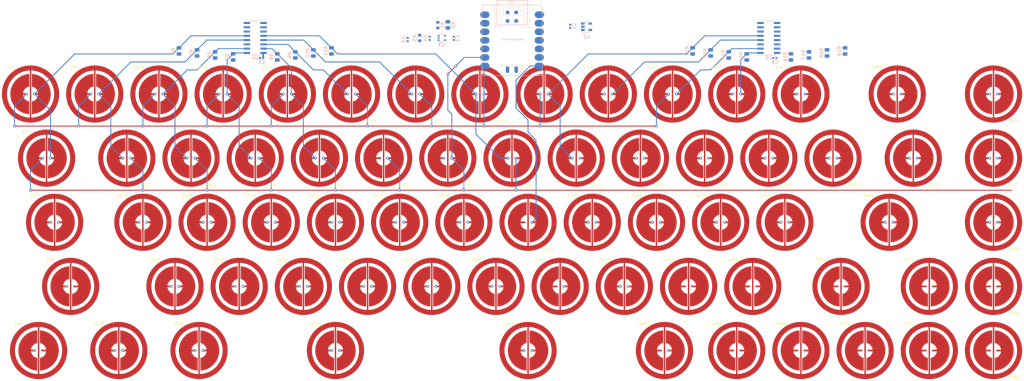
<source format=kicad_pcb>
(kicad_pcb (version 20171130) (host pcbnew "(5.1.8-0-10_14)")
  (layers (0 F.Cu signal) (31 B.Cu signal) (34 B.Paste user) (35 F.Paste user) (36 B.SilkS user) (37 F.SilkS user) (38 B.Mask user) (39 F.Mask user) (44 Edge.Cuts user))
  (net 0 "")
  (net 1 GND)
  (net 2 +5V)
  (net 3 ADC)
  (net 4 "Net-(C3-Pad2)")
  (net 5 "Net-(R3-Pad1)")
  (net 6 col1)
  (net 7 row1)
  (net 8 row2)
  (net 9 row3)
  (net 10 row5)
  (net 11 col2)
  (net 12 row4)
  (net 13 col3)
  (net 14 col4)
  (net 15 col5)
  (net 16 col6)
  (net 17 col7)
  (net 18 col8)
  (net 19 col9)
  (net 20 col10)
  (net 21 col11)
  (net 22 col12)
  (net 23 col13)
  (net 24 col14)
  (net 25 col15)
  (net 26 col16)
  (net 27 S3)
  (net 28 S2)
  (net 29 S1)
  (net 30 S0)
  (net 31 SENSE)
  (net 32 IS0)
  (module Resistor_SMD:R_0603_1608Metric (layer B.Cu) (at 125.01573 26.559398 90)
    (fp_text reference R1 (at 0 1.43 90) (layer B.SilkS) (effects (justify mirror)))
    (fp_text value 1k)
    (pad 1 smd roundrect (at -0.825 0 90) (size 0.8 0.95) (layers B.Cu B.Paste B.Mask) (net 4 "Net-(C3-Pad2)"))
    (pad 2 smd roundrect (at 0.825 0 90) (size 0.8 0.95) (layers B.Cu B.Paste B.Mask) (net 1 GND))
  )
  (module lib:ecs_pad (layer F.Cu) (at 8.929695 66.079743)
    (fp_text reference SW2 (at -6 -8) (layer F.SilkS) (effects (font (size 0.8 0.8) (thickness 0.12))))
    (fp_text value TAB hide)
    (pad 1 smd custom (at -1 0) (size 0.4 0.4) (layers F.Cu) (net 8 row2) (options (clearance outline) (anchor circle)) (primitives (gr_poly (pts (xy 0 -0.25) (xy 0.095671 -0.23097) (xy 0.176777 -0.176777) (xy 0.23097 -0.095671) (xy 0.25 0) (xy 0.23097 0.095671) (xy 0.176777 0.176777) (xy 0.095671 0.23097) (xy 0 0.25) (xy -1.236068 0.25) (xy -1.185824 0.53355) (xy -1.099775 0.80836) (xy -0.979332 1.069928) (xy -0.826466 1.313972) (xy -0.643683 1.536492) (xy -0.433976 1.733843) (xy -0.20078 1.902795) (xy 0.052085 2.040578) (xy 0.320477 2.144936) (xy 0.6 2.214159) (xy 0.6 5.986652) (xy 0.115133 5.934392) (xy -0.363889 5.842928) (xy -0.8339 5.712864) (xy -1.291796 5.545058) (xy -1.734552 5.34062) (xy -2.159242 5.100901) (xy -2.563061 4.827483) (xy -2.943342 4.522174) (xy -3.297572 4.186989) (xy -3.62341 3.824144) (xy -3.918705 3.436035) (xy -4.181506 3.025227) (xy -4.410075 2.594434) (xy -4.602904 2.1465) (xy -4.758719 1.684386) (xy -4.876489 1.211145) (xy -4.955438 0.729902) (xy -4.995043 0.243838) (xy -4.995043 -0.243838) (xy -4.955438 -0.729902) (xy -4.876489 -1.211145) (xy -4.758719 -1.684386) (xy -4.602904 -2.1465) (xy -4.410075 -2.594434) (xy -4.181506 -3.025227) (xy -3.918705 -3.436035) (xy -3.62341 -3.824144) (xy -3.297572 -4.186989) (xy -2.943342 -4.522174) (xy -2.563061 -4.827483) (xy -2.159242 -5.100901) (xy -1.734552 -5.34062) (xy -1.291796 -5.545058) (xy -0.8339 -5.712864) (xy -0.363889 -5.842928) (xy 0.115133 -5.934392) (xy 0.6 -5.986652) (xy 0.6 -2.214159) (xy 0.320477 -2.144936) (xy 0.052085 -2.040578) (xy -0.20078 -1.902795) (xy -0.433976 -1.733843) (xy -0.643683 -1.536492) (xy -0.826466 -1.313972) (xy -0.979332 -1.069928) (xy -1.099775 -0.80836) (xy -1.185824 -0.53355) (xy -1.236068 -0.25)) (width 0))))
    (pad 2 smd custom (at 1 0 180) (size 0.4 0.4) (layers F.Cu) (net 6 col1) (options (clearance outline) (anchor circle)) (primitives (gr_poly (pts (xy 0 -0.25) (xy 0.095671 -0.23097) (xy 0.176777 -0.176777) (xy 0.23097 -0.095671) (xy 0.25 0) (xy 0.23097 0.095671) (xy 0.176777 0.176777) (xy 0.095671 0.23097) (xy 0 0.25) (xy -1.236068 0.25) (xy -1.185824 0.53355) (xy -1.099775 0.80836) (xy -0.979332 1.069928) (xy -0.826466 1.313972) (xy -0.643683 1.536492) (xy -0.433976 1.733843) (xy -0.20078 1.902795) (xy 0.052085 2.040578) (xy 0.320477 2.144936) (xy 0.6 2.214159) (xy 0.6 5.986652) (xy 0.115133 5.934392) (xy -0.363889 5.842928) (xy -0.8339 5.712864) (xy -1.291796 5.545058) (xy -1.734552 5.34062) (xy -2.159242 5.100901) (xy -2.563061 4.827483) (xy -2.943342 4.522174) (xy -3.297572 4.186989) (xy -3.62341 3.824144) (xy -3.918705 3.436035) (xy -4.181506 3.025227) (xy -4.410075 2.594434) (xy -4.602904 2.1465) (xy -4.758719 1.684386) (xy -4.876489 1.211145) (xy -4.955438 0.729902) (xy -4.995043 0.243838) (xy -4.995043 -0.243838) (xy -4.955438 -0.729902) (xy -4.876489 -1.211145) (xy -4.758719 -1.684386) (xy -4.602904 -2.1465) (xy -4.410075 -2.594434) (xy -4.181506 -3.025227) (xy -3.918705 -3.436035) (xy -3.62341 -3.824144) (xy -3.297572 -4.186989) (xy -2.943342 -4.522174) (xy -2.563061 -4.827483) (xy -2.159242 -5.100901) (xy -1.734552 -5.34062) (xy -1.291796 -5.545058) (xy -0.8339 -5.712864) (xy -0.363889 -5.842928) (xy 0.115133 -5.934392) (xy 0.6 -5.986652) (xy 0.6 -2.214159) (xy 0.320477 -2.144936) (xy 0.052085 -2.040578) (xy -0.20078 -1.902795) (xy -0.433976 -1.733843) (xy -0.643683 -1.536492) (xy -0.826466 -1.313972) (xy -0.979332 -1.069928) (xy -1.099775 -0.80836) (xy -1.185824 -0.53355) (xy -1.236068 -0.25)) (width 0))))
    (pad 3 smd custom (at 8 0) (size 0.5 0.5) (layers F.Cu) (net 1 GND) (options (clearance convexhull) (anchor rect)) (primitives (gr_circle (center -8 0) (end -0.25 0) (width 1.5)) (gr_line (start -8 8) (end -8 -8) (width 0.4))))
  )
  (module Resistor_SMD:R_0805_2012Metric (layer B.Cu) (at 216.693932 35.996906 270)
    (fp_text reference R15 (at 0 1.65 90) (layer B.SilkS) (effects (justify mirror)))
    (fp_text value 100k)
    (pad 2 smd roundrect (at 0.9125 0 270) (size 1.025 1.4) (layers B.Cu B.Paste B.Mask) (roundrect_rratio 0.243902) (net 1 GND))
    (pad 1 smd roundrect (at -0.9125 0 270) (size 1.025 1.4) (layers B.Cu B.Paste B.Mask) (roundrect_rratio 0.243902) (net 22 col12))
  )
  (module Resistor_SMD:R_0805_2012Metric (layer B.Cu) (at 82.748507 35.401593 270)
    (fp_text reference R9 (at 0 1.65 90) (layer B.SilkS) (effects (justify mirror)))
    (fp_text value 100k)
    (pad 2 smd roundrect (at 0.9125 0 270) (size 1.025 1.4) (layers B.Cu B.Paste B.Mask) (roundrect_rratio 0.243902) (net 1 GND))
    (pad 1 smd roundrect (at -0.9125 0 270) (size 1.025 1.4) (layers B.Cu B.Paste B.Mask) (roundrect_rratio 0.243902) (net 16 col6))
  )
  (module lib:ecs_pad (layer F.Cu) (at 118.467287 47.029727 180)
    (fp_text reference SW31 (at -6 -8) (layer F.SilkS) (effects (font (size 0.8 0.8) (thickness 0.12))))
    (fp_text value 6 hide)
    (pad 1 smd custom (at -1 0 180) (size 0.4 0.4) (layers F.Cu) (net 7 row1) (options (clearance outline) (anchor circle)) (primitives (gr_poly (pts (xy 0 -0.25) (xy 0.095671 -0.23097) (xy 0.176777 -0.176777) (xy 0.23097 -0.095671) (xy 0.25 0) (xy 0.23097 0.095671) (xy 0.176777 0.176777) (xy 0.095671 0.23097) (xy 0 0.25) (xy -1.236068 0.25) (xy -1.185824 0.53355) (xy -1.099775 0.80836) (xy -0.979332 1.069928) (xy -0.826466 1.313972) (xy -0.643683 1.536492) (xy -0.433976 1.733843) (xy -0.20078 1.902795) (xy 0.052085 2.040578) (xy 0.320477 2.144936) (xy 0.6 2.214159) (xy 0.6 5.986652) (xy 0.115133 5.934392) (xy -0.363889 5.842928) (xy -0.8339 5.712864) (xy -1.291796 5.545058) (xy -1.734552 5.34062) (xy -2.159242 5.100901) (xy -2.563061 4.827483) (xy -2.943342 4.522174) (xy -3.297572 4.186989) (xy -3.62341 3.824144) (xy -3.918705 3.436035) (xy -4.181506 3.025227) (xy -4.410075 2.594434) (xy -4.602904 2.1465) (xy -4.758719 1.684386) (xy -4.876489 1.211145) (xy -4.955438 0.729902) (xy -4.995043 0.243838) (xy -4.995043 -0.243838) (xy -4.955438 -0.729902) (xy -4.876489 -1.211145) (xy -4.758719 -1.684386) (xy -4.602904 -2.1465) (xy -4.410075 -2.594434) (xy -4.181506 -3.025227) (xy -3.918705 -3.436035) (xy -3.62341 -3.824144) (xy -3.297572 -4.186989) (xy -2.943342 -4.522174) (xy -2.563061 -4.827483) (xy -2.159242 -5.100901) (xy -1.734552 -5.34062) (xy -1.291796 -5.545058) (xy -0.8339 -5.712864) (xy -0.363889 -5.842928) (xy 0.115133 -5.934392) (xy 0.6 -5.986652) (xy 0.6 -2.214159) (xy 0.320477 -2.144936) (xy 0.052085 -2.040578) (xy -0.20078 -1.902795) (xy -0.433976 -1.733843) (xy -0.643683 -1.536492) (xy -0.826466 -1.313972) (xy -0.979332 -1.069928) (xy -1.099775 -0.80836) (xy -1.185824 -0.53355) (xy -1.236068 -0.25)) (width 0))))
    (pad 2 smd custom (at 1 0) (size 0.4 0.4) (layers F.Cu) (net 17 col7) (options (clearance outline) (anchor circle)) (primitives (gr_poly (pts (xy 0 -0.25) (xy 0.095671 -0.23097) (xy 0.176777 -0.176777) (xy 0.23097 -0.095671) (xy 0.25 0) (xy 0.23097 0.095671) (xy 0.176777 0.176777) (xy 0.095671 0.23097) (xy 0 0.25) (xy -1.236068 0.25) (xy -1.185824 0.53355) (xy -1.099775 0.80836) (xy -0.979332 1.069928) (xy -0.826466 1.313972) (xy -0.643683 1.536492) (xy -0.433976 1.733843) (xy -0.20078 1.902795) (xy 0.052085 2.040578) (xy 0.320477 2.144936) (xy 0.6 2.214159) (xy 0.6 5.986652) (xy 0.115133 5.934392) (xy -0.363889 5.842928) (xy -0.8339 5.712864) (xy -1.291796 5.545058) (xy -1.734552 5.34062) (xy -2.159242 5.100901) (xy -2.563061 4.827483) (xy -2.943342 4.522174) (xy -3.297572 4.186989) (xy -3.62341 3.824144) (xy -3.918705 3.436035) (xy -4.181506 3.025227) (xy -4.410075 2.594434) (xy -4.602904 2.1465) (xy -4.758719 1.684386) (xy -4.876489 1.211145) (xy -4.955438 0.729902) (xy -4.995043 0.243838) (xy -4.995043 -0.243838) (xy -4.955438 -0.729902) (xy -4.876489 -1.211145) (xy -4.758719 -1.684386) (xy -4.602904 -2.1465) (xy -4.410075 -2.594434) (xy -4.181506 -3.025227) (xy -3.918705 -3.436035) (xy -3.62341 -3.824144) (xy -3.297572 -4.186989) (xy -2.943342 -4.522174) (xy -2.563061 -4.827483) (xy -2.159242 -5.100901) (xy -1.734552 -5.34062) (xy -1.291796 -5.545058) (xy -0.8339 -5.712864) (xy -0.363889 -5.842928) (xy 0.115133 -5.934392) (xy 0.6 -5.986652) (xy 0.6 -2.214159) (xy 0.320477 -2.144936) (xy 0.052085 -2.040578) (xy -0.20078 -1.902795) (xy -0.433976 -1.733843) (xy -0.643683 -1.536492) (xy -0.826466 -1.313972) (xy -0.979332 -1.069928) (xy -1.099775 -0.80836) (xy -1.185824 -0.53355) (xy -1.236068 -0.25)) (width 0))))
    (pad 3 smd custom (at 8 0 180) (size 0.5 0.5) (layers F.Cu) (net 1 GND) (options (clearance convexhull) (anchor rect)) (primitives (gr_circle (center -8 0) (end -0.25 0) (width 1.5)) (gr_line (start -8 8) (end -8 -8) (width 0.4))))
  )
  (module lib:ecs_pad (layer F.Cu) (at 175.617335 47.029727)
    (fp_text reference SW46 (at -6 -8) (layer F.SilkS) (effects (font (size 0.8 0.8) (thickness 0.12))))
    (fp_text value 9 hide)
    (pad 1 smd custom (at -1 0) (size 0.4 0.4) (layers F.Cu) (net 7 row1) (options (clearance outline) (anchor circle)) (primitives (gr_poly (pts (xy 0 -0.25) (xy 0.095671 -0.23097) (xy 0.176777 -0.176777) (xy 0.23097 -0.095671) (xy 0.25 0) (xy 0.23097 0.095671) (xy 0.176777 0.176777) (xy 0.095671 0.23097) (xy 0 0.25) (xy -1.236068 0.25) (xy -1.185824 0.53355) (xy -1.099775 0.80836) (xy -0.979332 1.069928) (xy -0.826466 1.313972) (xy -0.643683 1.536492) (xy -0.433976 1.733843) (xy -0.20078 1.902795) (xy 0.052085 2.040578) (xy 0.320477 2.144936) (xy 0.6 2.214159) (xy 0.6 5.986652) (xy 0.115133 5.934392) (xy -0.363889 5.842928) (xy -0.8339 5.712864) (xy -1.291796 5.545058) (xy -1.734552 5.34062) (xy -2.159242 5.100901) (xy -2.563061 4.827483) (xy -2.943342 4.522174) (xy -3.297572 4.186989) (xy -3.62341 3.824144) (xy -3.918705 3.436035) (xy -4.181506 3.025227) (xy -4.410075 2.594434) (xy -4.602904 2.1465) (xy -4.758719 1.684386) (xy -4.876489 1.211145) (xy -4.955438 0.729902) (xy -4.995043 0.243838) (xy -4.995043 -0.243838) (xy -4.955438 -0.729902) (xy -4.876489 -1.211145) (xy -4.758719 -1.684386) (xy -4.602904 -2.1465) (xy -4.410075 -2.594434) (xy -4.181506 -3.025227) (xy -3.918705 -3.436035) (xy -3.62341 -3.824144) (xy -3.297572 -4.186989) (xy -2.943342 -4.522174) (xy -2.563061 -4.827483) (xy -2.159242 -5.100901) (xy -1.734552 -5.34062) (xy -1.291796 -5.545058) (xy -0.8339 -5.712864) (xy -0.363889 -5.842928) (xy 0.115133 -5.934392) (xy 0.6 -5.986652) (xy 0.6 -2.214159) (xy 0.320477 -2.144936) (xy 0.052085 -2.040578) (xy -0.20078 -1.902795) (xy -0.433976 -1.733843) (xy -0.643683 -1.536492) (xy -0.826466 -1.313972) (xy -0.979332 -1.069928) (xy -1.099775 -0.80836) (xy -1.185824 -0.53355) (xy -1.236068 -0.25)) (width 0))))
    (pad 2 smd custom (at 1 0 180) (size 0.4 0.4) (layers F.Cu) (net 20 col10) (options (clearance outline) (anchor circle)) (primitives (gr_poly (pts (xy 0 -0.25) (xy 0.095671 -0.23097) (xy 0.176777 -0.176777) (xy 0.23097 -0.095671) (xy 0.25 0) (xy 0.23097 0.095671) (xy 0.176777 0.176777) (xy 0.095671 0.23097) (xy 0 0.25) (xy -1.236068 0.25) (xy -1.185824 0.53355) (xy -1.099775 0.80836) (xy -0.979332 1.069928) (xy -0.826466 1.313972) (xy -0.643683 1.536492) (xy -0.433976 1.733843) (xy -0.20078 1.902795) (xy 0.052085 2.040578) (xy 0.320477 2.144936) (xy 0.6 2.214159) (xy 0.6 5.986652) (xy 0.115133 5.934392) (xy -0.363889 5.842928) (xy -0.8339 5.712864) (xy -1.291796 5.545058) (xy -1.734552 5.34062) (xy -2.159242 5.100901) (xy -2.563061 4.827483) (xy -2.943342 4.522174) (xy -3.297572 4.186989) (xy -3.62341 3.824144) (xy -3.918705 3.436035) (xy -4.181506 3.025227) (xy -4.410075 2.594434) (xy -4.602904 2.1465) (xy -4.758719 1.684386) (xy -4.876489 1.211145) (xy -4.955438 0.729902) (xy -4.995043 0.243838) (xy -4.995043 -0.243838) (xy -4.955438 -0.729902) (xy -4.876489 -1.211145) (xy -4.758719 -1.684386) (xy -4.602904 -2.1465) (xy -4.410075 -2.594434) (xy -4.181506 -3.025227) (xy -3.918705 -3.436035) (xy -3.62341 -3.824144) (xy -3.297572 -4.186989) (xy -2.943342 -4.522174) (xy -2.563061 -4.827483) (xy -2.159242 -5.100901) (xy -1.734552 -5.34062) (xy -1.291796 -5.545058) (xy -0.8339 -5.712864) (xy -0.363889 -5.842928) (xy 0.115133 -5.934392) (xy 0.6 -5.986652) (xy 0.6 -2.214159) (xy 0.320477 -2.144936) (xy 0.052085 -2.040578) (xy -0.20078 -1.902795) (xy -0.433976 -1.733843) (xy -0.643683 -1.536492) (xy -0.826466 -1.313972) (xy -0.979332 -1.069928) (xy -1.099775 -0.80836) (xy -1.185824 -0.53355) (xy -1.236068 -0.25)) (width 0))))
    (pad 3 smd custom (at 8 0) (size 0.5 0.5) (layers F.Cu) (net 1 GND) (options (clearance convexhull) (anchor rect)) (primitives (gr_circle (center -8 0) (end -0.25 0) (width 1.5)) (gr_line (start -8 8) (end -8 -8) (width 0.4))))
  )
  (module lib:ecs_pad (layer F.Cu) (at 42.267223 47.029727)
    (fp_text reference SW11 (at -6 -8) (layer F.SilkS) (effects (font (size 0.8 0.8) (thickness 0.12))))
    (fp_text value 2 hide)
    (pad 3 smd custom (at 8 0) (size 0.5 0.5) (layers F.Cu) (net 1 GND) (options (clearance convexhull) (anchor rect)) (primitives (gr_circle (center -8 0) (end -0.25 0) (width 1.5)) (gr_line (start -8 8) (end -8 -8) (width 0.4))))
    (pad 2 smd custom (at 1 0 180) (size 0.4 0.4) (layers F.Cu) (net 13 col3) (options (clearance outline) (anchor circle)) (primitives (gr_poly (pts (xy 0 -0.25) (xy 0.095671 -0.23097) (xy 0.176777 -0.176777) (xy 0.23097 -0.095671) (xy 0.25 0) (xy 0.23097 0.095671) (xy 0.176777 0.176777) (xy 0.095671 0.23097) (xy 0 0.25) (xy -1.236068 0.25) (xy -1.185824 0.53355) (xy -1.099775 0.80836) (xy -0.979332 1.069928) (xy -0.826466 1.313972) (xy -0.643683 1.536492) (xy -0.433976 1.733843) (xy -0.20078 1.902795) (xy 0.052085 2.040578) (xy 0.320477 2.144936) (xy 0.6 2.214159) (xy 0.6 5.986652) (xy 0.115133 5.934392) (xy -0.363889 5.842928) (xy -0.8339 5.712864) (xy -1.291796 5.545058) (xy -1.734552 5.34062) (xy -2.159242 5.100901) (xy -2.563061 4.827483) (xy -2.943342 4.522174) (xy -3.297572 4.186989) (xy -3.62341 3.824144) (xy -3.918705 3.436035) (xy -4.181506 3.025227) (xy -4.410075 2.594434) (xy -4.602904 2.1465) (xy -4.758719 1.684386) (xy -4.876489 1.211145) (xy -4.955438 0.729902) (xy -4.995043 0.243838) (xy -4.995043 -0.243838) (xy -4.955438 -0.729902) (xy -4.876489 -1.211145) (xy -4.758719 -1.684386) (xy -4.602904 -2.1465) (xy -4.410075 -2.594434) (xy -4.181506 -3.025227) (xy -3.918705 -3.436035) (xy -3.62341 -3.824144) (xy -3.297572 -4.186989) (xy -2.943342 -4.522174) (xy -2.563061 -4.827483) (xy -2.159242 -5.100901) (xy -1.734552 -5.34062) (xy -1.291796 -5.545058) (xy -0.8339 -5.712864) (xy -0.363889 -5.842928) (xy 0.115133 -5.934392) (xy 0.6 -5.986652) (xy 0.6 -2.214159) (xy 0.320477 -2.144936) (xy 0.052085 -2.040578) (xy -0.20078 -1.902795) (xy -0.433976 -1.733843) (xy -0.643683 -1.536492) (xy -0.826466 -1.313972) (xy -0.979332 -1.069928) (xy -1.099775 -0.80836) (xy -1.185824 -0.53355) (xy -1.236068 -0.25)) (width 0))))
    (pad 1 smd custom (at -1 0) (size 0.4 0.4) (layers F.Cu) (net 7 row1) (options (clearance outline) (anchor circle)) (primitives (gr_poly (pts (xy 0 -0.25) (xy 0.095671 -0.23097) (xy 0.176777 -0.176777) (xy 0.23097 -0.095671) (xy 0.25 0) (xy 0.23097 0.095671) (xy 0.176777 0.176777) (xy 0.095671 0.23097) (xy 0 0.25) (xy -1.236068 0.25) (xy -1.185824 0.53355) (xy -1.099775 0.80836) (xy -0.979332 1.069928) (xy -0.826466 1.313972) (xy -0.643683 1.536492) (xy -0.433976 1.733843) (xy -0.20078 1.902795) (xy 0.052085 2.040578) (xy 0.320477 2.144936) (xy 0.6 2.214159) (xy 0.6 5.986652) (xy 0.115133 5.934392) (xy -0.363889 5.842928) (xy -0.8339 5.712864) (xy -1.291796 5.545058) (xy -1.734552 5.34062) (xy -2.159242 5.100901) (xy -2.563061 4.827483) (xy -2.943342 4.522174) (xy -3.297572 4.186989) (xy -3.62341 3.824144) (xy -3.918705 3.436035) (xy -4.181506 3.025227) (xy -4.410075 2.594434) (xy -4.602904 2.1465) (xy -4.758719 1.684386) (xy -4.876489 1.211145) (xy -4.955438 0.729902) (xy -4.995043 0.243838) (xy -4.995043 -0.243838) (xy -4.955438 -0.729902) (xy -4.876489 -1.211145) (xy -4.758719 -1.684386) (xy -4.602904 -2.1465) (xy -4.410075 -2.594434) (xy -4.181506 -3.025227) (xy -3.918705 -3.436035) (xy -3.62341 -3.824144) (xy -3.297572 -4.186989) (xy -2.943342 -4.522174) (xy -2.563061 -4.827483) (xy -2.159242 -5.100901) (xy -1.734552 -5.34062) (xy -1.291796 -5.545058) (xy -0.8339 -5.712864) (xy -0.363889 -5.842928) (xy 0.115133 -5.934392) (xy 0.6 -5.986652) (xy 0.6 -2.214159) (xy 0.320477 -2.144936) (xy 0.052085 -2.040578) (xy -0.20078 -1.902795) (xy -0.433976 -1.733843) (xy -0.643683 -1.536492) (xy -0.826466 -1.313972) (xy -0.979332 -1.069928) (xy -1.099775 -0.80836) (xy -1.185824 -0.53355) (xy -1.236068 -0.25)) (width 0))))
  )
  (module lib:ecs_pad (layer F.Cu) (at 137.517303 47.029727 180)
    (fp_text reference SW36 (at -6 -8) (layer F.SilkS) (effects (font (size 0.8 0.8) (thickness 0.12))))
    (fp_text value 7 hide)
    (pad 3 smd custom (at 8 0 180) (size 0.5 0.5) (layers F.Cu) (net 1 GND) (options (clearance convexhull) (anchor rect)) (primitives (gr_circle (center -8 0) (end -0.25 0) (width 1.5)) (gr_line (start -8 8) (end -8 -8) (width 0.4))))
    (pad 2 smd custom (at 1 0) (size 0.4 0.4) (layers F.Cu) (net 18 col8) (options (clearance outline) (anchor circle)) (primitives (gr_poly (pts (xy 0 -0.25) (xy 0.095671 -0.23097) (xy 0.176777 -0.176777) (xy 0.23097 -0.095671) (xy 0.25 0) (xy 0.23097 0.095671) (xy 0.176777 0.176777) (xy 0.095671 0.23097) (xy 0 0.25) (xy -1.236068 0.25) (xy -1.185824 0.53355) (xy -1.099775 0.80836) (xy -0.979332 1.069928) (xy -0.826466 1.313972) (xy -0.643683 1.536492) (xy -0.433976 1.733843) (xy -0.20078 1.902795) (xy 0.052085 2.040578) (xy 0.320477 2.144936) (xy 0.6 2.214159) (xy 0.6 5.986652) (xy 0.115133 5.934392) (xy -0.363889 5.842928) (xy -0.8339 5.712864) (xy -1.291796 5.545058) (xy -1.734552 5.34062) (xy -2.159242 5.100901) (xy -2.563061 4.827483) (xy -2.943342 4.522174) (xy -3.297572 4.186989) (xy -3.62341 3.824144) (xy -3.918705 3.436035) (xy -4.181506 3.025227) (xy -4.410075 2.594434) (xy -4.602904 2.1465) (xy -4.758719 1.684386) (xy -4.876489 1.211145) (xy -4.955438 0.729902) (xy -4.995043 0.243838) (xy -4.995043 -0.243838) (xy -4.955438 -0.729902) (xy -4.876489 -1.211145) (xy -4.758719 -1.684386) (xy -4.602904 -2.1465) (xy -4.410075 -2.594434) (xy -4.181506 -3.025227) (xy -3.918705 -3.436035) (xy -3.62341 -3.824144) (xy -3.297572 -4.186989) (xy -2.943342 -4.522174) (xy -2.563061 -4.827483) (xy -2.159242 -5.100901) (xy -1.734552 -5.34062) (xy -1.291796 -5.545058) (xy -0.8339 -5.712864) (xy -0.363889 -5.842928) (xy 0.115133 -5.934392) (xy 0.6 -5.986652) (xy 0.6 -2.214159) (xy 0.320477 -2.144936) (xy 0.052085 -2.040578) (xy -0.20078 -1.902795) (xy -0.433976 -1.733843) (xy -0.643683 -1.536492) (xy -0.826466 -1.313972) (xy -0.979332 -1.069928) (xy -1.099775 -0.80836) (xy -1.185824 -0.53355) (xy -1.236068 -0.25)) (width 0))))
    (pad 1 smd custom (at -1 0 180) (size 0.4 0.4) (layers F.Cu) (net 7 row1) (options (clearance outline) (anchor circle)) (primitives (gr_poly (pts (xy 0 -0.25) (xy 0.095671 -0.23097) (xy 0.176777 -0.176777) (xy 0.23097 -0.095671) (xy 0.25 0) (xy 0.23097 0.095671) (xy 0.176777 0.176777) (xy 0.095671 0.23097) (xy 0 0.25) (xy -1.236068 0.25) (xy -1.185824 0.53355) (xy -1.099775 0.80836) (xy -0.979332 1.069928) (xy -0.826466 1.313972) (xy -0.643683 1.536492) (xy -0.433976 1.733843) (xy -0.20078 1.902795) (xy 0.052085 2.040578) (xy 0.320477 2.144936) (xy 0.6 2.214159) (xy 0.6 5.986652) (xy 0.115133 5.934392) (xy -0.363889 5.842928) (xy -0.8339 5.712864) (xy -1.291796 5.545058) (xy -1.734552 5.34062) (xy -2.159242 5.100901) (xy -2.563061 4.827483) (xy -2.943342 4.522174) (xy -3.297572 4.186989) (xy -3.62341 3.824144) (xy -3.918705 3.436035) (xy -4.181506 3.025227) (xy -4.410075 2.594434) (xy -4.602904 2.1465) (xy -4.758719 1.684386) (xy -4.876489 1.211145) (xy -4.955438 0.729902) (xy -4.995043 0.243838) (xy -4.995043 -0.243838) (xy -4.955438 -0.729902) (xy -4.876489 -1.211145) (xy -4.758719 -1.684386) (xy -4.602904 -2.1465) (xy -4.410075 -2.594434) (xy -4.181506 -3.025227) (xy -3.918705 -3.436035) (xy -3.62341 -3.824144) (xy -3.297572 -4.186989) (xy -2.943342 -4.522174) (xy -2.563061 -4.827483) (xy -2.159242 -5.100901) (xy -1.734552 -5.34062) (xy -1.291796 -5.545058) (xy -0.8339 -5.712864) (xy -0.363889 -5.842928) (xy 0.115133 -5.934392) (xy 0.6 -5.986652) (xy 0.6 -2.214159) (xy 0.320477 -2.144936) (xy 0.052085 -2.040578) (xy -0.20078 -1.902795) (xy -0.433976 -1.733843) (xy -0.643683 -1.536492) (xy -0.826466 -1.313972) (xy -0.979332 -1.069928) (xy -1.099775 -0.80836) (xy -1.185824 -0.53355) (xy -1.236068 -0.25)) (width 0))))
  )
  (module Resistor_SMD:R_0805_2012Metric (layer B.Cu) (at 93.464141 34.210967 270)
    (fp_text reference R11 (at 0 1.65 90) (layer B.SilkS) (effects (justify mirror)))
    (fp_text value 100k)
    (pad 2 smd roundrect (at 0.9125 0 270) (size 1.025 1.4) (layers B.Cu B.Paste B.Mask) (roundrect_rratio 0.243902) (net 1 GND))
    (pad 1 smd roundrect (at -0.9125 0 270) (size 1.025 1.4) (layers B.Cu B.Paste B.Mask) (roundrect_rratio 0.243902) (net 18 col8))
  )
  (module "Seeeduino XIAO KICAD:Seeeduino XIAO-MOUDLE14P-2.54-21X17.8MM" (layer B.Cu) (at 155.972006 41.573165 180)
    (fp_text reference U1 (at 9.3345 21.7805) (layer B.SilkS) (effects (font (size 0.889 0.889) (thickness 0.1016)) (justify mirror)))
    (fp_text value SeeeduinoXIAO (at 8.89 10.795) (layer B.SilkS) (effects (font (size 0.6096 0.6096) (thickness 0.0762)) (justify mirror)))
    (pad 14 smd oval (at 16.99768 18.11782 180) (size 2.74828 1.99898) (layers B.Cu B.Paste B.Mask) (net 2 +5V))
    (pad 13 smd oval (at 16.99768 15.57782 180) (size 2.74828 1.99898) (layers B.Cu B.Paste B.Mask) (net 1 GND))
    (pad 12 smd oval (at 16.99768 13.03782 180) (size 2.74828 1.99898) (layers B.Cu B.Paste B.Mask))
    (pad 11 smd oval (at 16.99768 10.49782 180) (size 2.74828 1.99898) (layers B.Cu B.Paste B.Mask) (net 3 ADC))
    (pad 10 smd oval (at 16.99768 7.95782 180) (size 2.74828 1.99898) (layers B.Cu B.Paste B.Mask) (net 31 SENSE))
    (pad 9 smd oval (at 16.99768 5.41782 180) (size 2.74828 1.99898) (layers B.Cu B.Paste B.Mask) (net 8 row2))
    (pad 8 smd oval (at 16.99768 2.87782 180) (size 2.74828 1.99898) (layers B.Cu B.Paste B.Mask) (net 7 row1))
    (pad 7 smd oval (at 0.83312 2.87782 180) (size 2.74828 1.99898) (layers B.Cu B.Paste B.Mask) (net 9 row3))
    (pad 6 smd oval (at 0.83312 5.41782 180) (size 2.74828 1.99898) (layers B.Cu B.Paste B.Mask) (net 12 row4))
    (pad 5 smd oval (at 0.83312 7.95782 180) (size 2.74828 1.99898) (layers B.Cu B.Paste B.Mask) (net 10 row5))
    (pad 4 smd oval (at 0.83312 10.49782 180) (size 2.74828 1.99898) (layers B.Cu B.Paste B.Mask) (net 27 S3))
    (pad 3 smd oval (at 0.83312 13.03782 180) (size 2.74828 1.99898) (layers B.Cu B.Paste B.Mask) (net 28 S2))
    (pad 2 smd oval (at 0.83312 15.57782 180) (size 2.74828 1.99898) (layers B.Cu B.Paste B.Mask) (net 29 S1))
    (pad 1 smd oval (at 0.83312 18.11782 180) (size 2.74828 1.99898) (layers B.Cu B.Paste B.Mask) (net 30 S0))
    (pad 15 smd oval (at 7.7 1.8 90) (size 2.032 1.016) (layers B.Cu B.Paste B.Mask))
    (pad 16 smd oval (at 10.25 1.8 90) (size 2.032 1.016) (layers B.Cu B.Paste B.Mask))
    (pad 17 smd circle (at 7.698803 18.804187 90) (size 1.143 1.143) (layers B.Cu B.Paste B.Mask))
    (pad 18 smd circle (at 10.238803 18.804187 90) (size 1.143 1.143) (layers B.Cu B.Paste B.Mask))
    (pad 19 smd circle (at 7.698803 16.264187 90) (size 1.143 1.143) (layers B.Cu B.Paste B.Mask))
    (pad 20 smd circle (at 10.238803 16.264187 90) (size 1.143 1.143) (layers B.Cu B.Paste B.Mask))
  )
  (module Capacitor_SMD:C_0402_1005Metric (layer B.Cu) (at 164.306388 26.904398 90)
    (fp_text reference C1 (at 0 1.16 90) (layer B.SilkS) (effects (justify mirror)))
    (fp_text value 100n)
    (pad 1 smd roundrect (at -0.48 0 90) (size 0.56 0.62) (layers B.Cu B.Paste B.Mask) (net 1 GND))
    (pad 2 smd roundrect (at 0.48 0 90) (size 0.56 0.62) (layers B.Cu B.Paste B.Mask) (net 2 +5V))
  )
  (module Capacitor_SMD:C_0402_1005Metric (layer B.Cu) (at 116.086035 30.840963 270)
    (fp_text reference C2 (at 0 1.16 90) (layer B.SilkS) (effects (justify mirror)))
    (fp_text value 330p)
    (pad 2 smd roundrect (at 0.48 0 270) (size 0.56 0.62) (layers B.Cu B.Paste B.Mask) (net 1 GND))
    (pad 1 smd roundrect (at -0.48 0 270) (size 0.56 0.62) (layers B.Cu B.Paste B.Mask) (net 31 SENSE))
  )
  (module Resistor_SMD:R_0603_1608Metric (layer B.Cu) (at 119.657913 30.360963 270)
    (fp_text reference R3 (at 0 1.43 90) (layer B.SilkS) (effects (justify mirror)))
    (fp_text value 100)
    (pad 2 smd roundrect (at 0.825 0 270) (size 0.8 0.95) (layers B.Cu B.Paste B.Mask) (net 31 SENSE))
    (pad 1 smd roundrect (at -0.825 0 270) (size 0.8 0.95) (layers B.Cu B.Paste B.Mask) (net 5 "Net-(R3-Pad1)"))
  )
  (module Package_TO_SOT_SMD:SOT-353_SC-70-5 (layer B.Cu) (at 126.206356 30.360963)
    (fp_text reference U3 (at 0 2) (layer B.SilkS) (effects (justify mirror)))
    (fp_text value TLV9051)
    (pad 1 smd rect (at -0.95 0.65) (size 0.65 0.4) (layers B.Cu B.Paste B.Mask) (net 5 "Net-(R3-Pad1)"))
    (pad 3 smd rect (at -0.95 -0.65) (size 0.65 0.4) (layers B.Cu B.Paste B.Mask) (net 4 "Net-(C3-Pad2)"))
    (pad 2 smd rect (at -0.95 0) (size 0.65 0.4) (layers B.Cu B.Paste B.Mask) (net 1 GND))
    (pad 4 smd rect (at 0.95 -0.65) (size 0.65 0.4) (layers B.Cu B.Paste B.Mask) (net 3 ADC))
    (pad 5 smd rect (at 0.95 0.65) (size 0.65 0.4) (layers B.Cu B.Paste B.Mask) (net 2 +5V))
  )
  (module Capacitor_SMD:C_0402_1005Metric (layer B.Cu) (at 129.778234 30.476276 90)
    (fp_text reference C3 (at 0 1.16 90) (layer B.SilkS) (effects (justify mirror)))
    (fp_text value 10p)
    (pad 1 smd roundrect (at -0.48 0 90) (size 0.56 0.62) (layers B.Cu B.Paste B.Mask) (net 3 ADC))
    (pad 2 smd roundrect (at 0.48 0 90) (size 0.56 0.62) (layers B.Cu B.Paste B.Mask) (net 4 "Net-(C3-Pad2)"))
  )
  (module Capacitor_SMD:C_0402_1005Metric (layer B.Cu) (at 122.634478 30.476276 270)
    (fp_text reference C4 (at 0 1.16 90) (layer B.SilkS) (effects (justify mirror)))
    (fp_text value 100n)
    (pad 2 smd roundrect (at 0.48 0 270) (size 0.56 0.62) (layers B.Cu B.Paste B.Mask) (net 2 +5V))
    (pad 1 smd roundrect (at -0.48 0 270) (size 0.56 0.62) (layers B.Cu B.Paste B.Mask) (net 1 GND))
  )
  (module Resistor_SMD:R_0805_2012Metric (layer B.Cu) (at 127.992295 26.471898 90)
    (fp_text reference R2 (at 0 1.65 90) (layer B.SilkS) (effects (justify mirror)))
    (fp_text value 43k)
    (pad 2 smd roundrect (at 0.9125 0 90) (size 1.025 1.4) (layers B.Cu B.Paste B.Mask) (roundrect_rratio 0.243902) (net 4 "Net-(C3-Pad2)"))
    (pad 1 smd roundrect (at -0.9125 0 90) (size 1.025 1.4) (layers B.Cu B.Paste B.Mask) (roundrect_rratio 0.243902) (net 3 ADC))
  )
  (module MountingHole:MountingHole_2.7mm (layer F.Cu) (at 278.011171 47.029727)
    (fp_text reference REF** hide)
    (fp_text value MountingHole_2.7mm hide)
    (pad 1 np_thru_hole circle (at 0 0) (size 2.7 2.7) (drill 2.7) (layers *.Cu *.Mask))
  )
  (module lib:ecs_pad (layer F.Cu) (at 4.167191 47.029727)
    (fp_text reference SW1 (at -6 -8) (layer F.SilkS) (effects (font (size 0.8 0.8) (thickness 0.12))))
    (fp_text value ESC hide)
    (pad 3 smd custom (at 8 0) (size 0.5 0.5) (layers F.Cu) (net 1 GND) (options (clearance convexhull) (anchor rect)) (primitives (gr_circle (center -8 0) (end -0.25 0) (width 1.5)) (gr_line (start -8 8) (end -8 -8) (width 0.4))))
    (pad 2 smd custom (at 1 0 180) (size 0.4 0.4) (layers F.Cu) (net 6 col1) (options (clearance outline) (anchor circle)) (primitives (gr_poly (pts (xy 0 -0.25) (xy 0.095671 -0.23097) (xy 0.176777 -0.176777) (xy 0.23097 -0.095671) (xy 0.25 0) (xy 0.23097 0.095671) (xy 0.176777 0.176777) (xy 0.095671 0.23097) (xy 0 0.25) (xy -1.236068 0.25) (xy -1.185824 0.53355) (xy -1.099775 0.80836) (xy -0.979332 1.069928) (xy -0.826466 1.313972) (xy -0.643683 1.536492) (xy -0.433976 1.733843) (xy -0.20078 1.902795) (xy 0.052085 2.040578) (xy 0.320477 2.144936) (xy 0.6 2.214159) (xy 0.6 5.986652) (xy 0.115133 5.934392) (xy -0.363889 5.842928) (xy -0.8339 5.712864) (xy -1.291796 5.545058) (xy -1.734552 5.34062) (xy -2.159242 5.100901) (xy -2.563061 4.827483) (xy -2.943342 4.522174) (xy -3.297572 4.186989) (xy -3.62341 3.824144) (xy -3.918705 3.436035) (xy -4.181506 3.025227) (xy -4.410075 2.594434) (xy -4.602904 2.1465) (xy -4.758719 1.684386) (xy -4.876489 1.211145) (xy -4.955438 0.729902) (xy -4.995043 0.243838) (xy -4.995043 -0.243838) (xy -4.955438 -0.729902) (xy -4.876489 -1.211145) (xy -4.758719 -1.684386) (xy -4.602904 -2.1465) (xy -4.410075 -2.594434) (xy -4.181506 -3.025227) (xy -3.918705 -3.436035) (xy -3.62341 -3.824144) (xy -3.297572 -4.186989) (xy -2.943342 -4.522174) (xy -2.563061 -4.827483) (xy -2.159242 -5.100901) (xy -1.734552 -5.34062) (xy -1.291796 -5.545058) (xy -0.8339 -5.712864) (xy -0.363889 -5.842928) (xy 0.115133 -5.934392) (xy 0.6 -5.986652) (xy 0.6 -2.214159) (xy 0.320477 -2.144936) (xy 0.052085 -2.040578) (xy -0.20078 -1.902795) (xy -0.433976 -1.733843) (xy -0.643683 -1.536492) (xy -0.826466 -1.313972) (xy -0.979332 -1.069928) (xy -1.099775 -0.80836) (xy -1.185824 -0.53355) (xy -1.236068 -0.25)) (width 0))))
    (pad 1 smd custom (at -1 0) (size 0.4 0.4) (layers F.Cu) (net 7 row1) (options (clearance outline) (anchor circle)) (primitives (gr_poly (pts (xy 0 -0.25) (xy 0.095671 -0.23097) (xy 0.176777 -0.176777) (xy 0.23097 -0.095671) (xy 0.25 0) (xy 0.23097 0.095671) (xy 0.176777 0.176777) (xy 0.095671 0.23097) (xy 0 0.25) (xy -1.236068 0.25) (xy -1.185824 0.53355) (xy -1.099775 0.80836) (xy -0.979332 1.069928) (xy -0.826466 1.313972) (xy -0.643683 1.536492) (xy -0.433976 1.733843) (xy -0.20078 1.902795) (xy 0.052085 2.040578) (xy 0.320477 2.144936) (xy 0.6 2.214159) (xy 0.6 5.986652) (xy 0.115133 5.934392) (xy -0.363889 5.842928) (xy -0.8339 5.712864) (xy -1.291796 5.545058) (xy -1.734552 5.34062) (xy -2.159242 5.100901) (xy -2.563061 4.827483) (xy -2.943342 4.522174) (xy -3.297572 4.186989) (xy -3.62341 3.824144) (xy -3.918705 3.436035) (xy -4.181506 3.025227) (xy -4.410075 2.594434) (xy -4.602904 2.1465) (xy -4.758719 1.684386) (xy -4.876489 1.211145) (xy -4.955438 0.729902) (xy -4.995043 0.243838) (xy -4.995043 -0.243838) (xy -4.955438 -0.729902) (xy -4.876489 -1.211145) (xy -4.758719 -1.684386) (xy -4.602904 -2.1465) (xy -4.410075 -2.594434) (xy -4.181506 -3.025227) (xy -3.918705 -3.436035) (xy -3.62341 -3.824144) (xy -3.297572 -4.186989) (xy -2.943342 -4.522174) (xy -2.563061 -4.827483) (xy -2.159242 -5.100901) (xy -1.734552 -5.34062) (xy -1.291796 -5.545058) (xy -0.8339 -5.712864) (xy -0.363889 -5.842928) (xy 0.115133 -5.934392) (xy 0.6 -5.986652) (xy 0.6 -2.214159) (xy 0.320477 -2.144936) (xy 0.052085 -2.040578) (xy -0.20078 -1.902795) (xy -0.433976 -1.733843) (xy -0.643683 -1.536492) (xy -0.826466 -1.313972) (xy -0.979332 -1.069928) (xy -1.099775 -0.80836) (xy -1.185824 -0.53355) (xy -1.236068 -0.25)) (width 0))))
  )
  (module lib:ecs_pad (layer F.Cu) (at 11.310947 85.129759)
    (fp_text reference SW3 (at -6 -8) (layer F.SilkS) (effects (font (size 0.8 0.8) (thickness 0.12))))
    (fp_text value CAPS hide)
    (pad 3 smd custom (at 8 0) (size 0.5 0.5) (layers F.Cu) (net 1 GND) (options (clearance convexhull) (anchor rect)) (primitives (gr_circle (center -8 0) (end -0.25 0) (width 1.5)) (gr_line (start -8 8) (end -8 -8) (width 0.4))))
    (pad 2 smd custom (at 1 0 180) (size 0.4 0.4) (layers F.Cu) (net 6 col1) (options (clearance outline) (anchor circle)) (primitives (gr_poly (pts (xy 0 -0.25) (xy 0.095671 -0.23097) (xy 0.176777 -0.176777) (xy 0.23097 -0.095671) (xy 0.25 0) (xy 0.23097 0.095671) (xy 0.176777 0.176777) (xy 0.095671 0.23097) (xy 0 0.25) (xy -1.236068 0.25) (xy -1.185824 0.53355) (xy -1.099775 0.80836) (xy -0.979332 1.069928) (xy -0.826466 1.313972) (xy -0.643683 1.536492) (xy -0.433976 1.733843) (xy -0.20078 1.902795) (xy 0.052085 2.040578) (xy 0.320477 2.144936) (xy 0.6 2.214159) (xy 0.6 5.986652) (xy 0.115133 5.934392) (xy -0.363889 5.842928) (xy -0.8339 5.712864) (xy -1.291796 5.545058) (xy -1.734552 5.34062) (xy -2.159242 5.100901) (xy -2.563061 4.827483) (xy -2.943342 4.522174) (xy -3.297572 4.186989) (xy -3.62341 3.824144) (xy -3.918705 3.436035) (xy -4.181506 3.025227) (xy -4.410075 2.594434) (xy -4.602904 2.1465) (xy -4.758719 1.684386) (xy -4.876489 1.211145) (xy -4.955438 0.729902) (xy -4.995043 0.243838) (xy -4.995043 -0.243838) (xy -4.955438 -0.729902) (xy -4.876489 -1.211145) (xy -4.758719 -1.684386) (xy -4.602904 -2.1465) (xy -4.410075 -2.594434) (xy -4.181506 -3.025227) (xy -3.918705 -3.436035) (xy -3.62341 -3.824144) (xy -3.297572 -4.186989) (xy -2.943342 -4.522174) (xy -2.563061 -4.827483) (xy -2.159242 -5.100901) (xy -1.734552 -5.34062) (xy -1.291796 -5.545058) (xy -0.8339 -5.712864) (xy -0.363889 -5.842928) (xy 0.115133 -5.934392) (xy 0.6 -5.986652) (xy 0.6 -2.214159) (xy 0.320477 -2.144936) (xy 0.052085 -2.040578) (xy -0.20078 -1.902795) (xy -0.433976 -1.733843) (xy -0.643683 -1.536492) (xy -0.826466 -1.313972) (xy -0.979332 -1.069928) (xy -1.099775 -0.80836) (xy -1.185824 -0.53355) (xy -1.236068 -0.25)) (width 0))))
    (pad 1 smd custom (at -1 0) (size 0.4 0.4) (layers F.Cu) (net 9 row3) (options (clearance outline) (anchor circle)) (primitives (gr_poly (pts (xy 0 -0.25) (xy 0.095671 -0.23097) (xy 0.176777 -0.176777) (xy 0.23097 -0.095671) (xy 0.25 0) (xy 0.23097 0.095671) (xy 0.176777 0.176777) (xy 0.095671 0.23097) (xy 0 0.25) (xy -1.236068 0.25) (xy -1.185824 0.53355) (xy -1.099775 0.80836) (xy -0.979332 1.069928) (xy -0.826466 1.313972) (xy -0.643683 1.536492) (xy -0.433976 1.733843) (xy -0.20078 1.902795) (xy 0.052085 2.040578) (xy 0.320477 2.144936) (xy 0.6 2.214159) (xy 0.6 5.986652) (xy 0.115133 5.934392) (xy -0.363889 5.842928) (xy -0.8339 5.712864) (xy -1.291796 5.545058) (xy -1.734552 5.34062) (xy -2.159242 5.100901) (xy -2.563061 4.827483) (xy -2.943342 4.522174) (xy -3.297572 4.186989) (xy -3.62341 3.824144) (xy -3.918705 3.436035) (xy -4.181506 3.025227) (xy -4.410075 2.594434) (xy -4.602904 2.1465) (xy -4.758719 1.684386) (xy -4.876489 1.211145) (xy -4.955438 0.729902) (xy -4.995043 0.243838) (xy -4.995043 -0.243838) (xy -4.955438 -0.729902) (xy -4.876489 -1.211145) (xy -4.758719 -1.684386) (xy -4.602904 -2.1465) (xy -4.410075 -2.594434) (xy -4.181506 -3.025227) (xy -3.918705 -3.436035) (xy -3.62341 -3.824144) (xy -3.297572 -4.186989) (xy -2.943342 -4.522174) (xy -2.563061 -4.827483) (xy -2.159242 -5.100901) (xy -1.734552 -5.34062) (xy -1.291796 -5.545058) (xy -0.8339 -5.712864) (xy -0.363889 -5.842928) (xy 0.115133 -5.934392) (xy 0.6 -5.986652) (xy 0.6 -2.214159) (xy 0.320477 -2.144936) (xy 0.052085 -2.040578) (xy -0.20078 -1.902795) (xy -0.433976 -1.733843) (xy -0.643683 -1.536492) (xy -0.826466 -1.313972) (xy -0.979332 -1.069928) (xy -1.099775 -0.80836) (xy -1.185824 -0.53355) (xy -1.236068 -0.25)) (width 0))))
  )
  (module lib:ecs_pad (layer F.Cu) (at 6.548443 123.229791)
    (fp_text reference SW5 (at -6 -8) (layer F.SilkS) (effects (font (size 0.8 0.8) (thickness 0.12))))
    (fp_text value LCTRL hide)
    (pad 1 smd custom (at -1 0) (size 0.4 0.4) (layers F.Cu) (net 10 row5) (options (clearance outline) (anchor circle)) (primitives (gr_poly (pts (xy 0 -0.25) (xy 0.095671 -0.23097) (xy 0.176777 -0.176777) (xy 0.23097 -0.095671) (xy 0.25 0) (xy 0.23097 0.095671) (xy 0.176777 0.176777) (xy 0.095671 0.23097) (xy 0 0.25) (xy -1.236068 0.25) (xy -1.185824 0.53355) (xy -1.099775 0.80836) (xy -0.979332 1.069928) (xy -0.826466 1.313972) (xy -0.643683 1.536492) (xy -0.433976 1.733843) (xy -0.20078 1.902795) (xy 0.052085 2.040578) (xy 0.320477 2.144936) (xy 0.6 2.214159) (xy 0.6 5.986652) (xy 0.115133 5.934392) (xy -0.363889 5.842928) (xy -0.8339 5.712864) (xy -1.291796 5.545058) (xy -1.734552 5.34062) (xy -2.159242 5.100901) (xy -2.563061 4.827483) (xy -2.943342 4.522174) (xy -3.297572 4.186989) (xy -3.62341 3.824144) (xy -3.918705 3.436035) (xy -4.181506 3.025227) (xy -4.410075 2.594434) (xy -4.602904 2.1465) (xy -4.758719 1.684386) (xy -4.876489 1.211145) (xy -4.955438 0.729902) (xy -4.995043 0.243838) (xy -4.995043 -0.243838) (xy -4.955438 -0.729902) (xy -4.876489 -1.211145) (xy -4.758719 -1.684386) (xy -4.602904 -2.1465) (xy -4.410075 -2.594434) (xy -4.181506 -3.025227) (xy -3.918705 -3.436035) (xy -3.62341 -3.824144) (xy -3.297572 -4.186989) (xy -2.943342 -4.522174) (xy -2.563061 -4.827483) (xy -2.159242 -5.100901) (xy -1.734552 -5.34062) (xy -1.291796 -5.545058) (xy -0.8339 -5.712864) (xy -0.363889 -5.842928) (xy 0.115133 -5.934392) (xy 0.6 -5.986652) (xy 0.6 -2.214159) (xy 0.320477 -2.144936) (xy 0.052085 -2.040578) (xy -0.20078 -1.902795) (xy -0.433976 -1.733843) (xy -0.643683 -1.536492) (xy -0.826466 -1.313972) (xy -0.979332 -1.069928) (xy -1.099775 -0.80836) (xy -1.185824 -0.53355) (xy -1.236068 -0.25)) (width 0))))
    (pad 2 smd custom (at 1 0 180) (size 0.4 0.4) (layers F.Cu) (net 6 col1) (options (clearance outline) (anchor circle)) (primitives (gr_poly (pts (xy 0 -0.25) (xy 0.095671 -0.23097) (xy 0.176777 -0.176777) (xy 0.23097 -0.095671) (xy 0.25 0) (xy 0.23097 0.095671) (xy 0.176777 0.176777) (xy 0.095671 0.23097) (xy 0 0.25) (xy -1.236068 0.25) (xy -1.185824 0.53355) (xy -1.099775 0.80836) (xy -0.979332 1.069928) (xy -0.826466 1.313972) (xy -0.643683 1.536492) (xy -0.433976 1.733843) (xy -0.20078 1.902795) (xy 0.052085 2.040578) (xy 0.320477 2.144936) (xy 0.6 2.214159) (xy 0.6 5.986652) (xy 0.115133 5.934392) (xy -0.363889 5.842928) (xy -0.8339 5.712864) (xy -1.291796 5.545058) (xy -1.734552 5.34062) (xy -2.159242 5.100901) (xy -2.563061 4.827483) (xy -2.943342 4.522174) (xy -3.297572 4.186989) (xy -3.62341 3.824144) (xy -3.918705 3.436035) (xy -4.181506 3.025227) (xy -4.410075 2.594434) (xy -4.602904 2.1465) (xy -4.758719 1.684386) (xy -4.876489 1.211145) (xy -4.955438 0.729902) (xy -4.995043 0.243838) (xy -4.995043 -0.243838) (xy -4.955438 -0.729902) (xy -4.876489 -1.211145) (xy -4.758719 -1.684386) (xy -4.602904 -2.1465) (xy -4.410075 -2.594434) (xy -4.181506 -3.025227) (xy -3.918705 -3.436035) (xy -3.62341 -3.824144) (xy -3.297572 -4.186989) (xy -2.943342 -4.522174) (xy -2.563061 -4.827483) (xy -2.159242 -5.100901) (xy -1.734552 -5.34062) (xy -1.291796 -5.545058) (xy -0.8339 -5.712864) (xy -0.363889 -5.842928) (xy 0.115133 -5.934392) (xy 0.6 -5.986652) (xy 0.6 -2.214159) (xy 0.320477 -2.144936) (xy 0.052085 -2.040578) (xy -0.20078 -1.902795) (xy -0.433976 -1.733843) (xy -0.643683 -1.536492) (xy -0.826466 -1.313972) (xy -0.979332 -1.069928) (xy -1.099775 -0.80836) (xy -1.185824 -0.53355) (xy -1.236068 -0.25)) (width 0))))
    (pad 3 smd custom (at 8 0) (size 0.5 0.5) (layers F.Cu) (net 1 GND) (options (clearance convexhull) (anchor rect)) (primitives (gr_circle (center -8 0) (end -0.25 0) (width 1.5)) (gr_line (start -8 8) (end -8 -8) (width 0.4))))
  )
  (module lib:ecs_pad (layer F.Cu) (at 23.217207 47.029727)
    (fp_text reference SW6 (at -6 -8) (layer F.SilkS) (effects (font (size 0.8 0.8) (thickness 0.12))))
    (fp_text value 1 hide)
    (pad 3 smd custom (at 8 0) (size 0.5 0.5) (layers F.Cu) (net 1 GND) (options (clearance convexhull) (anchor rect)) (primitives (gr_circle (center -8 0) (end -0.25 0) (width 1.5)) (gr_line (start -8 8) (end -8 -8) (width 0.4))))
    (pad 2 smd custom (at 1 0 180) (size 0.4 0.4) (layers F.Cu) (net 11 col2) (options (clearance outline) (anchor circle)) (primitives (gr_poly (pts (xy 0 -0.25) (xy 0.095671 -0.23097) (xy 0.176777 -0.176777) (xy 0.23097 -0.095671) (xy 0.25 0) (xy 0.23097 0.095671) (xy 0.176777 0.176777) (xy 0.095671 0.23097) (xy 0 0.25) (xy -1.236068 0.25) (xy -1.185824 0.53355) (xy -1.099775 0.80836) (xy -0.979332 1.069928) (xy -0.826466 1.313972) (xy -0.643683 1.536492) (xy -0.433976 1.733843) (xy -0.20078 1.902795) (xy 0.052085 2.040578) (xy 0.320477 2.144936) (xy 0.6 2.214159) (xy 0.6 5.986652) (xy 0.115133 5.934392) (xy -0.363889 5.842928) (xy -0.8339 5.712864) (xy -1.291796 5.545058) (xy -1.734552 5.34062) (xy -2.159242 5.100901) (xy -2.563061 4.827483) (xy -2.943342 4.522174) (xy -3.297572 4.186989) (xy -3.62341 3.824144) (xy -3.918705 3.436035) (xy -4.181506 3.025227) (xy -4.410075 2.594434) (xy -4.602904 2.1465) (xy -4.758719 1.684386) (xy -4.876489 1.211145) (xy -4.955438 0.729902) (xy -4.995043 0.243838) (xy -4.995043 -0.243838) (xy -4.955438 -0.729902) (xy -4.876489 -1.211145) (xy -4.758719 -1.684386) (xy -4.602904 -2.1465) (xy -4.410075 -2.594434) (xy -4.181506 -3.025227) (xy -3.918705 -3.436035) (xy -3.62341 -3.824144) (xy -3.297572 -4.186989) (xy -2.943342 -4.522174) (xy -2.563061 -4.827483) (xy -2.159242 -5.100901) (xy -1.734552 -5.34062) (xy -1.291796 -5.545058) (xy -0.8339 -5.712864) (xy -0.363889 -5.842928) (xy 0.115133 -5.934392) (xy 0.6 -5.986652) (xy 0.6 -2.214159) (xy 0.320477 -2.144936) (xy 0.052085 -2.040578) (xy -0.20078 -1.902795) (xy -0.433976 -1.733843) (xy -0.643683 -1.536492) (xy -0.826466 -1.313972) (xy -0.979332 -1.069928) (xy -1.099775 -0.80836) (xy -1.185824 -0.53355) (xy -1.236068 -0.25)) (width 0))))
    (pad 1 smd custom (at -1 0) (size 0.4 0.4) (layers F.Cu) (net 7 row1) (options (clearance outline) (anchor circle)) (primitives (gr_poly (pts (xy 0 -0.25) (xy 0.095671 -0.23097) (xy 0.176777 -0.176777) (xy 0.23097 -0.095671) (xy 0.25 0) (xy 0.23097 0.095671) (xy 0.176777 0.176777) (xy 0.095671 0.23097) (xy 0 0.25) (xy -1.236068 0.25) (xy -1.185824 0.53355) (xy -1.099775 0.80836) (xy -0.979332 1.069928) (xy -0.826466 1.313972) (xy -0.643683 1.536492) (xy -0.433976 1.733843) (xy -0.20078 1.902795) (xy 0.052085 2.040578) (xy 0.320477 2.144936) (xy 0.6 2.214159) (xy 0.6 5.986652) (xy 0.115133 5.934392) (xy -0.363889 5.842928) (xy -0.8339 5.712864) (xy -1.291796 5.545058) (xy -1.734552 5.34062) (xy -2.159242 5.100901) (xy -2.563061 4.827483) (xy -2.943342 4.522174) (xy -3.297572 4.186989) (xy -3.62341 3.824144) (xy -3.918705 3.436035) (xy -4.181506 3.025227) (xy -4.410075 2.594434) (xy -4.602904 2.1465) (xy -4.758719 1.684386) (xy -4.876489 1.211145) (xy -4.955438 0.729902) (xy -4.995043 0.243838) (xy -4.995043 -0.243838) (xy -4.955438 -0.729902) (xy -4.876489 -1.211145) (xy -4.758719 -1.684386) (xy -4.602904 -2.1465) (xy -4.410075 -2.594434) (xy -4.181506 -3.025227) (xy -3.918705 -3.436035) (xy -3.62341 -3.824144) (xy -3.297572 -4.186989) (xy -2.943342 -4.522174) (xy -2.563061 -4.827483) (xy -2.159242 -5.100901) (xy -1.734552 -5.34062) (xy -1.291796 -5.545058) (xy -0.8339 -5.712864) (xy -0.363889 -5.842928) (xy 0.115133 -5.934392) (xy 0.6 -5.986652) (xy 0.6 -2.214159) (xy 0.320477 -2.144936) (xy 0.052085 -2.040578) (xy -0.20078 -1.902795) (xy -0.433976 -1.733843) (xy -0.643683 -1.536492) (xy -0.826466 -1.313972) (xy -0.979332 -1.069928) (xy -1.099775 -0.80836) (xy -1.185824 -0.53355) (xy -1.236068 -0.25)) (width 0))))
  )
  (module lib:ecs_pad (layer F.Cu) (at 32.742215 66.079743 180)
    (fp_text reference SW7 (at -6 -8) (layer F.SilkS) (effects (font (size 0.8 0.8) (thickness 0.12))))
    (fp_text value Q hide)
    (pad 1 smd custom (at -1 0 180) (size 0.4 0.4) (layers F.Cu) (net 8 row2) (options (clearance outline) (anchor circle)) (primitives (gr_poly (pts (xy 0 -0.25) (xy 0.095671 -0.23097) (xy 0.176777 -0.176777) (xy 0.23097 -0.095671) (xy 0.25 0) (xy 0.23097 0.095671) (xy 0.176777 0.176777) (xy 0.095671 0.23097) (xy 0 0.25) (xy -1.236068 0.25) (xy -1.185824 0.53355) (xy -1.099775 0.80836) (xy -0.979332 1.069928) (xy -0.826466 1.313972) (xy -0.643683 1.536492) (xy -0.433976 1.733843) (xy -0.20078 1.902795) (xy 0.052085 2.040578) (xy 0.320477 2.144936) (xy 0.6 2.214159) (xy 0.6 5.986652) (xy 0.115133 5.934392) (xy -0.363889 5.842928) (xy -0.8339 5.712864) (xy -1.291796 5.545058) (xy -1.734552 5.34062) (xy -2.159242 5.100901) (xy -2.563061 4.827483) (xy -2.943342 4.522174) (xy -3.297572 4.186989) (xy -3.62341 3.824144) (xy -3.918705 3.436035) (xy -4.181506 3.025227) (xy -4.410075 2.594434) (xy -4.602904 2.1465) (xy -4.758719 1.684386) (xy -4.876489 1.211145) (xy -4.955438 0.729902) (xy -4.995043 0.243838) (xy -4.995043 -0.243838) (xy -4.955438 -0.729902) (xy -4.876489 -1.211145) (xy -4.758719 -1.684386) (xy -4.602904 -2.1465) (xy -4.410075 -2.594434) (xy -4.181506 -3.025227) (xy -3.918705 -3.436035) (xy -3.62341 -3.824144) (xy -3.297572 -4.186989) (xy -2.943342 -4.522174) (xy -2.563061 -4.827483) (xy -2.159242 -5.100901) (xy -1.734552 -5.34062) (xy -1.291796 -5.545058) (xy -0.8339 -5.712864) (xy -0.363889 -5.842928) (xy 0.115133 -5.934392) (xy 0.6 -5.986652) (xy 0.6 -2.214159) (xy 0.320477 -2.144936) (xy 0.052085 -2.040578) (xy -0.20078 -1.902795) (xy -0.433976 -1.733843) (xy -0.643683 -1.536492) (xy -0.826466 -1.313972) (xy -0.979332 -1.069928) (xy -1.099775 -0.80836) (xy -1.185824 -0.53355) (xy -1.236068 -0.25)) (width 0))))
    (pad 2 smd custom (at 1 0) (size 0.4 0.4) (layers F.Cu) (net 11 col2) (options (clearance outline) (anchor circle)) (primitives (gr_poly (pts (xy 0 -0.25) (xy 0.095671 -0.23097) (xy 0.176777 -0.176777) (xy 0.23097 -0.095671) (xy 0.25 0) (xy 0.23097 0.095671) (xy 0.176777 0.176777) (xy 0.095671 0.23097) (xy 0 0.25) (xy -1.236068 0.25) (xy -1.185824 0.53355) (xy -1.099775 0.80836) (xy -0.979332 1.069928) (xy -0.826466 1.313972) (xy -0.643683 1.536492) (xy -0.433976 1.733843) (xy -0.20078 1.902795) (xy 0.052085 2.040578) (xy 0.320477 2.144936) (xy 0.6 2.214159) (xy 0.6 5.986652) (xy 0.115133 5.934392) (xy -0.363889 5.842928) (xy -0.8339 5.712864) (xy -1.291796 5.545058) (xy -1.734552 5.34062) (xy -2.159242 5.100901) (xy -2.563061 4.827483) (xy -2.943342 4.522174) (xy -3.297572 4.186989) (xy -3.62341 3.824144) (xy -3.918705 3.436035) (xy -4.181506 3.025227) (xy -4.410075 2.594434) (xy -4.602904 2.1465) (xy -4.758719 1.684386) (xy -4.876489 1.211145) (xy -4.955438 0.729902) (xy -4.995043 0.243838) (xy -4.995043 -0.243838) (xy -4.955438 -0.729902) (xy -4.876489 -1.211145) (xy -4.758719 -1.684386) (xy -4.602904 -2.1465) (xy -4.410075 -2.594434) (xy -4.181506 -3.025227) (xy -3.918705 -3.436035) (xy -3.62341 -3.824144) (xy -3.297572 -4.186989) (xy -2.943342 -4.522174) (xy -2.563061 -4.827483) (xy -2.159242 -5.100901) (xy -1.734552 -5.34062) (xy -1.291796 -5.545058) (xy -0.8339 -5.712864) (xy -0.363889 -5.842928) (xy 0.115133 -5.934392) (xy 0.6 -5.986652) (xy 0.6 -2.214159) (xy 0.320477 -2.144936) (xy 0.052085 -2.040578) (xy -0.20078 -1.902795) (xy -0.433976 -1.733843) (xy -0.643683 -1.536492) (xy -0.826466 -1.313972) (xy -0.979332 -1.069928) (xy -1.099775 -0.80836) (xy -1.185824 -0.53355) (xy -1.236068 -0.25)) (width 0))))
    (pad 3 smd custom (at 8 0 180) (size 0.5 0.5) (layers F.Cu) (net 1 GND) (options (clearance convexhull) (anchor rect)) (primitives (gr_circle (center -8 0) (end -0.25 0) (width 1.5)) (gr_line (start -8 8) (end -8 -8) (width 0.4))))
  )
  (module lib:ecs_pad (layer F.Cu) (at 16.073451 104.179775)
    (fp_text reference SW9 (at -6 -8) (layer F.SilkS) (effects (font (size 0.8 0.8) (thickness 0.12))))
    (fp_text value LSHFT hide)
    (pad 3 smd custom (at 8 0) (size 0.5 0.5) (layers F.Cu) (net 1 GND) (options (clearance convexhull) (anchor rect)) (primitives (gr_circle (center -8 0) (end -0.25 0) (width 1.5)) (gr_line (start -8 8) (end -8 -8) (width 0.4))))
    (pad 2 smd custom (at 1 0 180) (size 0.4 0.4) (layers F.Cu) (net 11 col2) (options (clearance outline) (anchor circle)) (primitives (gr_poly (pts (xy 0 -0.25) (xy 0.095671 -0.23097) (xy 0.176777 -0.176777) (xy 0.23097 -0.095671) (xy 0.25 0) (xy 0.23097 0.095671) (xy 0.176777 0.176777) (xy 0.095671 0.23097) (xy 0 0.25) (xy -1.236068 0.25) (xy -1.185824 0.53355) (xy -1.099775 0.80836) (xy -0.979332 1.069928) (xy -0.826466 1.313972) (xy -0.643683 1.536492) (xy -0.433976 1.733843) (xy -0.20078 1.902795) (xy 0.052085 2.040578) (xy 0.320477 2.144936) (xy 0.6 2.214159) (xy 0.6 5.986652) (xy 0.115133 5.934392) (xy -0.363889 5.842928) (xy -0.8339 5.712864) (xy -1.291796 5.545058) (xy -1.734552 5.34062) (xy -2.159242 5.100901) (xy -2.563061 4.827483) (xy -2.943342 4.522174) (xy -3.297572 4.186989) (xy -3.62341 3.824144) (xy -3.918705 3.436035) (xy -4.181506 3.025227) (xy -4.410075 2.594434) (xy -4.602904 2.1465) (xy -4.758719 1.684386) (xy -4.876489 1.211145) (xy -4.955438 0.729902) (xy -4.995043 0.243838) (xy -4.995043 -0.243838) (xy -4.955438 -0.729902) (xy -4.876489 -1.211145) (xy -4.758719 -1.684386) (xy -4.602904 -2.1465) (xy -4.410075 -2.594434) (xy -4.181506 -3.025227) (xy -3.918705 -3.436035) (xy -3.62341 -3.824144) (xy -3.297572 -4.186989) (xy -2.943342 -4.522174) (xy -2.563061 -4.827483) (xy -2.159242 -5.100901) (xy -1.734552 -5.34062) (xy -1.291796 -5.545058) (xy -0.8339 -5.712864) (xy -0.363889 -5.842928) (xy 0.115133 -5.934392) (xy 0.6 -5.986652) (xy 0.6 -2.214159) (xy 0.320477 -2.144936) (xy 0.052085 -2.040578) (xy -0.20078 -1.902795) (xy -0.433976 -1.733843) (xy -0.643683 -1.536492) (xy -0.826466 -1.313972) (xy -0.979332 -1.069928) (xy -1.099775 -0.80836) (xy -1.185824 -0.53355) (xy -1.236068 -0.25)) (width 0))))
    (pad 1 smd custom (at -1 0) (size 0.4 0.4) (layers F.Cu) (net 12 row4) (options (clearance outline) (anchor circle)) (primitives (gr_poly (pts (xy 0 -0.25) (xy 0.095671 -0.23097) (xy 0.176777 -0.176777) (xy 0.23097 -0.095671) (xy 0.25 0) (xy 0.23097 0.095671) (xy 0.176777 0.176777) (xy 0.095671 0.23097) (xy 0 0.25) (xy -1.236068 0.25) (xy -1.185824 0.53355) (xy -1.099775 0.80836) (xy -0.979332 1.069928) (xy -0.826466 1.313972) (xy -0.643683 1.536492) (xy -0.433976 1.733843) (xy -0.20078 1.902795) (xy 0.052085 2.040578) (xy 0.320477 2.144936) (xy 0.6 2.214159) (xy 0.6 5.986652) (xy 0.115133 5.934392) (xy -0.363889 5.842928) (xy -0.8339 5.712864) (xy -1.291796 5.545058) (xy -1.734552 5.34062) (xy -2.159242 5.100901) (xy -2.563061 4.827483) (xy -2.943342 4.522174) (xy -3.297572 4.186989) (xy -3.62341 3.824144) (xy -3.918705 3.436035) (xy -4.181506 3.025227) (xy -4.410075 2.594434) (xy -4.602904 2.1465) (xy -4.758719 1.684386) (xy -4.876489 1.211145) (xy -4.955438 0.729902) (xy -4.995043 0.243838) (xy -4.995043 -0.243838) (xy -4.955438 -0.729902) (xy -4.876489 -1.211145) (xy -4.758719 -1.684386) (xy -4.602904 -2.1465) (xy -4.410075 -2.594434) (xy -4.181506 -3.025227) (xy -3.918705 -3.436035) (xy -3.62341 -3.824144) (xy -3.297572 -4.186989) (xy -2.943342 -4.522174) (xy -2.563061 -4.827483) (xy -2.159242 -5.100901) (xy -1.734552 -5.34062) (xy -1.291796 -5.545058) (xy -0.8339 -5.712864) (xy -0.363889 -5.842928) (xy 0.115133 -5.934392) (xy 0.6 -5.986652) (xy 0.6 -2.214159) (xy 0.320477 -2.144936) (xy 0.052085 -2.040578) (xy -0.20078 -1.902795) (xy -0.433976 -1.733843) (xy -0.643683 -1.536492) (xy -0.826466 -1.313972) (xy -0.979332 -1.069928) (xy -1.099775 -0.80836) (xy -1.185824 -0.53355) (xy -1.236068 -0.25)) (width 0))))
  )
  (module lib:ecs_pad (layer F.Cu) (at 30.360963 123.229791)
    (fp_text reference SW10 (at -6 -8) (layer F.SilkS) (effects (font (size 0.8 0.8) (thickness 0.12))))
    (fp_text value LWIN hide)
    (pad 1 smd custom (at -1 0) (size 0.4 0.4) (layers F.Cu) (net 10 row5) (options (clearance outline) (anchor circle)) (primitives (gr_poly (pts (xy 0 -0.25) (xy 0.095671 -0.23097) (xy 0.176777 -0.176777) (xy 0.23097 -0.095671) (xy 0.25 0) (xy 0.23097 0.095671) (xy 0.176777 0.176777) (xy 0.095671 0.23097) (xy 0 0.25) (xy -1.236068 0.25) (xy -1.185824 0.53355) (xy -1.099775 0.80836) (xy -0.979332 1.069928) (xy -0.826466 1.313972) (xy -0.643683 1.536492) (xy -0.433976 1.733843) (xy -0.20078 1.902795) (xy 0.052085 2.040578) (xy 0.320477 2.144936) (xy 0.6 2.214159) (xy 0.6 5.986652) (xy 0.115133 5.934392) (xy -0.363889 5.842928) (xy -0.8339 5.712864) (xy -1.291796 5.545058) (xy -1.734552 5.34062) (xy -2.159242 5.100901) (xy -2.563061 4.827483) (xy -2.943342 4.522174) (xy -3.297572 4.186989) (xy -3.62341 3.824144) (xy -3.918705 3.436035) (xy -4.181506 3.025227) (xy -4.410075 2.594434) (xy -4.602904 2.1465) (xy -4.758719 1.684386) (xy -4.876489 1.211145) (xy -4.955438 0.729902) (xy -4.995043 0.243838) (xy -4.995043 -0.243838) (xy -4.955438 -0.729902) (xy -4.876489 -1.211145) (xy -4.758719 -1.684386) (xy -4.602904 -2.1465) (xy -4.410075 -2.594434) (xy -4.181506 -3.025227) (xy -3.918705 -3.436035) (xy -3.62341 -3.824144) (xy -3.297572 -4.186989) (xy -2.943342 -4.522174) (xy -2.563061 -4.827483) (xy -2.159242 -5.100901) (xy -1.734552 -5.34062) (xy -1.291796 -5.545058) (xy -0.8339 -5.712864) (xy -0.363889 -5.842928) (xy 0.115133 -5.934392) (xy 0.6 -5.986652) (xy 0.6 -2.214159) (xy 0.320477 -2.144936) (xy 0.052085 -2.040578) (xy -0.20078 -1.902795) (xy -0.433976 -1.733843) (xy -0.643683 -1.536492) (xy -0.826466 -1.313972) (xy -0.979332 -1.069928) (xy -1.099775 -0.80836) (xy -1.185824 -0.53355) (xy -1.236068 -0.25)) (width 0))))
    (pad 2 smd custom (at 1 0 180) (size 0.4 0.4) (layers F.Cu) (net 11 col2) (options (clearance outline) (anchor circle)) (primitives (gr_poly (pts (xy 0 -0.25) (xy 0.095671 -0.23097) (xy 0.176777 -0.176777) (xy 0.23097 -0.095671) (xy 0.25 0) (xy 0.23097 0.095671) (xy 0.176777 0.176777) (xy 0.095671 0.23097) (xy 0 0.25) (xy -1.236068 0.25) (xy -1.185824 0.53355) (xy -1.099775 0.80836) (xy -0.979332 1.069928) (xy -0.826466 1.313972) (xy -0.643683 1.536492) (xy -0.433976 1.733843) (xy -0.20078 1.902795) (xy 0.052085 2.040578) (xy 0.320477 2.144936) (xy 0.6 2.214159) (xy 0.6 5.986652) (xy 0.115133 5.934392) (xy -0.363889 5.842928) (xy -0.8339 5.712864) (xy -1.291796 5.545058) (xy -1.734552 5.34062) (xy -2.159242 5.100901) (xy -2.563061 4.827483) (xy -2.943342 4.522174) (xy -3.297572 4.186989) (xy -3.62341 3.824144) (xy -3.918705 3.436035) (xy -4.181506 3.025227) (xy -4.410075 2.594434) (xy -4.602904 2.1465) (xy -4.758719 1.684386) (xy -4.876489 1.211145) (xy -4.955438 0.729902) (xy -4.995043 0.243838) (xy -4.995043 -0.243838) (xy -4.955438 -0.729902) (xy -4.876489 -1.211145) (xy -4.758719 -1.684386) (xy -4.602904 -2.1465) (xy -4.410075 -2.594434) (xy -4.181506 -3.025227) (xy -3.918705 -3.436035) (xy -3.62341 -3.824144) (xy -3.297572 -4.186989) (xy -2.943342 -4.522174) (xy -2.563061 -4.827483) (xy -2.159242 -5.100901) (xy -1.734552 -5.34062) (xy -1.291796 -5.545058) (xy -0.8339 -5.712864) (xy -0.363889 -5.842928) (xy 0.115133 -5.934392) (xy 0.6 -5.986652) (xy 0.6 -2.214159) (xy 0.320477 -2.144936) (xy 0.052085 -2.040578) (xy -0.20078 -1.902795) (xy -0.433976 -1.733843) (xy -0.643683 -1.536492) (xy -0.826466 -1.313972) (xy -0.979332 -1.069928) (xy -1.099775 -0.80836) (xy -1.185824 -0.53355) (xy -1.236068 -0.25)) (width 0))))
    (pad 3 smd custom (at 8 0) (size 0.5 0.5) (layers F.Cu) (net 1 GND) (options (clearance convexhull) (anchor rect)) (primitives (gr_circle (center -8 0) (end -0.25 0) (width 1.5)) (gr_line (start -8 8) (end -8 -8) (width 0.4))))
  )
  (module lib:ecs_pad (layer F.Cu) (at 51.792231 66.079743 180)
    (fp_text reference SW12 (at -6 -8) (layer F.SilkS) (effects (font (size 0.8 0.8) (thickness 0.12))))
    (fp_text value W hide)
    (pad 1 smd custom (at -1 0 180) (size 0.4 0.4) (layers F.Cu) (net 8 row2) (options (clearance outline) (anchor circle)) (primitives (gr_poly (pts (xy 0 -0.25) (xy 0.095671 -0.23097) (xy 0.176777 -0.176777) (xy 0.23097 -0.095671) (xy 0.25 0) (xy 0.23097 0.095671) (xy 0.176777 0.176777) (xy 0.095671 0.23097) (xy 0 0.25) (xy -1.236068 0.25) (xy -1.185824 0.53355) (xy -1.099775 0.80836) (xy -0.979332 1.069928) (xy -0.826466 1.313972) (xy -0.643683 1.536492) (xy -0.433976 1.733843) (xy -0.20078 1.902795) (xy 0.052085 2.040578) (xy 0.320477 2.144936) (xy 0.6 2.214159) (xy 0.6 5.986652) (xy 0.115133 5.934392) (xy -0.363889 5.842928) (xy -0.8339 5.712864) (xy -1.291796 5.545058) (xy -1.734552 5.34062) (xy -2.159242 5.100901) (xy -2.563061 4.827483) (xy -2.943342 4.522174) (xy -3.297572 4.186989) (xy -3.62341 3.824144) (xy -3.918705 3.436035) (xy -4.181506 3.025227) (xy -4.410075 2.594434) (xy -4.602904 2.1465) (xy -4.758719 1.684386) (xy -4.876489 1.211145) (xy -4.955438 0.729902) (xy -4.995043 0.243838) (xy -4.995043 -0.243838) (xy -4.955438 -0.729902) (xy -4.876489 -1.211145) (xy -4.758719 -1.684386) (xy -4.602904 -2.1465) (xy -4.410075 -2.594434) (xy -4.181506 -3.025227) (xy -3.918705 -3.436035) (xy -3.62341 -3.824144) (xy -3.297572 -4.186989) (xy -2.943342 -4.522174) (xy -2.563061 -4.827483) (xy -2.159242 -5.100901) (xy -1.734552 -5.34062) (xy -1.291796 -5.545058) (xy -0.8339 -5.712864) (xy -0.363889 -5.842928) (xy 0.115133 -5.934392) (xy 0.6 -5.986652) (xy 0.6 -2.214159) (xy 0.320477 -2.144936) (xy 0.052085 -2.040578) (xy -0.20078 -1.902795) (xy -0.433976 -1.733843) (xy -0.643683 -1.536492) (xy -0.826466 -1.313972) (xy -0.979332 -1.069928) (xy -1.099775 -0.80836) (xy -1.185824 -0.53355) (xy -1.236068 -0.25)) (width 0))))
    (pad 2 smd custom (at 1 0) (size 0.4 0.4) (layers F.Cu) (net 13 col3) (options (clearance outline) (anchor circle)) (primitives (gr_poly (pts (xy 0 -0.25) (xy 0.095671 -0.23097) (xy 0.176777 -0.176777) (xy 0.23097 -0.095671) (xy 0.25 0) (xy 0.23097 0.095671) (xy 0.176777 0.176777) (xy 0.095671 0.23097) (xy 0 0.25) (xy -1.236068 0.25) (xy -1.185824 0.53355) (xy -1.099775 0.80836) (xy -0.979332 1.069928) (xy -0.826466 1.313972) (xy -0.643683 1.536492) (xy -0.433976 1.733843) (xy -0.20078 1.902795) (xy 0.052085 2.040578) (xy 0.320477 2.144936) (xy 0.6 2.214159) (xy 0.6 5.986652) (xy 0.115133 5.934392) (xy -0.363889 5.842928) (xy -0.8339 5.712864) (xy -1.291796 5.545058) (xy -1.734552 5.34062) (xy -2.159242 5.100901) (xy -2.563061 4.827483) (xy -2.943342 4.522174) (xy -3.297572 4.186989) (xy -3.62341 3.824144) (xy -3.918705 3.436035) (xy -4.181506 3.025227) (xy -4.410075 2.594434) (xy -4.602904 2.1465) (xy -4.758719 1.684386) (xy -4.876489 1.211145) (xy -4.955438 0.729902) (xy -4.995043 0.243838) (xy -4.995043 -0.243838) (xy -4.955438 -0.729902) (xy -4.876489 -1.211145) (xy -4.758719 -1.684386) (xy -4.602904 -2.1465) (xy -4.410075 -2.594434) (xy -4.181506 -3.025227) (xy -3.918705 -3.436035) (xy -3.62341 -3.824144) (xy -3.297572 -4.186989) (xy -2.943342 -4.522174) (xy -2.563061 -4.827483) (xy -2.159242 -5.100901) (xy -1.734552 -5.34062) (xy -1.291796 -5.545058) (xy -0.8339 -5.712864) (xy -0.363889 -5.842928) (xy 0.115133 -5.934392) (xy 0.6 -5.986652) (xy 0.6 -2.214159) (xy 0.320477 -2.144936) (xy 0.052085 -2.040578) (xy -0.20078 -1.902795) (xy -0.433976 -1.733843) (xy -0.643683 -1.536492) (xy -0.826466 -1.313972) (xy -0.979332 -1.069928) (xy -1.099775 -0.80836) (xy -1.185824 -0.53355) (xy -1.236068 -0.25)) (width 0))))
    (pad 3 smd custom (at 8 0 180) (size 0.5 0.5) (layers F.Cu) (net 1 GND) (options (clearance convexhull) (anchor rect)) (primitives (gr_circle (center -8 0) (end -0.25 0) (width 1.5)) (gr_line (start -8 8) (end -8 -8) (width 0.4))))
  )
  (module lib:ecs_pad (layer F.Cu) (at 37.504719 85.129759)
    (fp_text reference SW13 (at -6 -8) (layer F.SilkS) (effects (font (size 0.8 0.8) (thickness 0.12))))
    (fp_text value A hide)
    (pad 3 smd custom (at 8 0) (size 0.5 0.5) (layers F.Cu) (net 1 GND) (options (clearance convexhull) (anchor rect)) (primitives (gr_circle (center -8 0) (end -0.25 0) (width 1.5)) (gr_line (start -8 8) (end -8 -8) (width 0.4))))
    (pad 2 smd custom (at 1 0 180) (size 0.4 0.4) (layers F.Cu) (net 13 col3) (options (clearance outline) (anchor circle)) (primitives (gr_poly (pts (xy 0 -0.25) (xy 0.095671 -0.23097) (xy 0.176777 -0.176777) (xy 0.23097 -0.095671) (xy 0.25 0) (xy 0.23097 0.095671) (xy 0.176777 0.176777) (xy 0.095671 0.23097) (xy 0 0.25) (xy -1.236068 0.25) (xy -1.185824 0.53355) (xy -1.099775 0.80836) (xy -0.979332 1.069928) (xy -0.826466 1.313972) (xy -0.643683 1.536492) (xy -0.433976 1.733843) (xy -0.20078 1.902795) (xy 0.052085 2.040578) (xy 0.320477 2.144936) (xy 0.6 2.214159) (xy 0.6 5.986652) (xy 0.115133 5.934392) (xy -0.363889 5.842928) (xy -0.8339 5.712864) (xy -1.291796 5.545058) (xy -1.734552 5.34062) (xy -2.159242 5.100901) (xy -2.563061 4.827483) (xy -2.943342 4.522174) (xy -3.297572 4.186989) (xy -3.62341 3.824144) (xy -3.918705 3.436035) (xy -4.181506 3.025227) (xy -4.410075 2.594434) (xy -4.602904 2.1465) (xy -4.758719 1.684386) (xy -4.876489 1.211145) (xy -4.955438 0.729902) (xy -4.995043 0.243838) (xy -4.995043 -0.243838) (xy -4.955438 -0.729902) (xy -4.876489 -1.211145) (xy -4.758719 -1.684386) (xy -4.602904 -2.1465) (xy -4.410075 -2.594434) (xy -4.181506 -3.025227) (xy -3.918705 -3.436035) (xy -3.62341 -3.824144) (xy -3.297572 -4.186989) (xy -2.943342 -4.522174) (xy -2.563061 -4.827483) (xy -2.159242 -5.100901) (xy -1.734552 -5.34062) (xy -1.291796 -5.545058) (xy -0.8339 -5.712864) (xy -0.363889 -5.842928) (xy 0.115133 -5.934392) (xy 0.6 -5.986652) (xy 0.6 -2.214159) (xy 0.320477 -2.144936) (xy 0.052085 -2.040578) (xy -0.20078 -1.902795) (xy -0.433976 -1.733843) (xy -0.643683 -1.536492) (xy -0.826466 -1.313972) (xy -0.979332 -1.069928) (xy -1.099775 -0.80836) (xy -1.185824 -0.53355) (xy -1.236068 -0.25)) (width 0))))
    (pad 1 smd custom (at -1 0) (size 0.4 0.4) (layers F.Cu) (net 9 row3) (options (clearance outline) (anchor circle)) (primitives (gr_poly (pts (xy 0 -0.25) (xy 0.095671 -0.23097) (xy 0.176777 -0.176777) (xy 0.23097 -0.095671) (xy 0.25 0) (xy 0.23097 0.095671) (xy 0.176777 0.176777) (xy 0.095671 0.23097) (xy 0 0.25) (xy -1.236068 0.25) (xy -1.185824 0.53355) (xy -1.099775 0.80836) (xy -0.979332 1.069928) (xy -0.826466 1.313972) (xy -0.643683 1.536492) (xy -0.433976 1.733843) (xy -0.20078 1.902795) (xy 0.052085 2.040578) (xy 0.320477 2.144936) (xy 0.6 2.214159) (xy 0.6 5.986652) (xy 0.115133 5.934392) (xy -0.363889 5.842928) (xy -0.8339 5.712864) (xy -1.291796 5.545058) (xy -1.734552 5.34062) (xy -2.159242 5.100901) (xy -2.563061 4.827483) (xy -2.943342 4.522174) (xy -3.297572 4.186989) (xy -3.62341 3.824144) (xy -3.918705 3.436035) (xy -4.181506 3.025227) (xy -4.410075 2.594434) (xy -4.602904 2.1465) (xy -4.758719 1.684386) (xy -4.876489 1.211145) (xy -4.955438 0.729902) (xy -4.995043 0.243838) (xy -4.995043 -0.243838) (xy -4.955438 -0.729902) (xy -4.876489 -1.211145) (xy -4.758719 -1.684386) (xy -4.602904 -2.1465) (xy -4.410075 -2.594434) (xy -4.181506 -3.025227) (xy -3.918705 -3.436035) (xy -3.62341 -3.824144) (xy -3.297572 -4.186989) (xy -2.943342 -4.522174) (xy -2.563061 -4.827483) (xy -2.159242 -5.100901) (xy -1.734552 -5.34062) (xy -1.291796 -5.545058) (xy -0.8339 -5.712864) (xy -0.363889 -5.842928) (xy 0.115133 -5.934392) (xy 0.6 -5.986652) (xy 0.6 -2.214159) (xy 0.320477 -2.144936) (xy 0.052085 -2.040578) (xy -0.20078 -1.902795) (xy -0.433976 -1.733843) (xy -0.643683 -1.536492) (xy -0.826466 -1.313972) (xy -0.979332 -1.069928) (xy -1.099775 -0.80836) (xy -1.185824 -0.53355) (xy -1.236068 -0.25)) (width 0))))
  )
  (module lib:ecs_pad (layer F.Cu) (at 47.029727 104.179775)
    (fp_text reference SW14 (at -6 -8) (layer F.SilkS) (effects (font (size 0.8 0.8) (thickness 0.12))))
    (fp_text value Z hide)
    (pad 1 smd custom (at -1 0) (size 0.4 0.4) (layers F.Cu) (net 12 row4) (options (clearance outline) (anchor circle)) (primitives (gr_poly (pts (xy 0 -0.25) (xy 0.095671 -0.23097) (xy 0.176777 -0.176777) (xy 0.23097 -0.095671) (xy 0.25 0) (xy 0.23097 0.095671) (xy 0.176777 0.176777) (xy 0.095671 0.23097) (xy 0 0.25) (xy -1.236068 0.25) (xy -1.185824 0.53355) (xy -1.099775 0.80836) (xy -0.979332 1.069928) (xy -0.826466 1.313972) (xy -0.643683 1.536492) (xy -0.433976 1.733843) (xy -0.20078 1.902795) (xy 0.052085 2.040578) (xy 0.320477 2.144936) (xy 0.6 2.214159) (xy 0.6 5.986652) (xy 0.115133 5.934392) (xy -0.363889 5.842928) (xy -0.8339 5.712864) (xy -1.291796 5.545058) (xy -1.734552 5.34062) (xy -2.159242 5.100901) (xy -2.563061 4.827483) (xy -2.943342 4.522174) (xy -3.297572 4.186989) (xy -3.62341 3.824144) (xy -3.918705 3.436035) (xy -4.181506 3.025227) (xy -4.410075 2.594434) (xy -4.602904 2.1465) (xy -4.758719 1.684386) (xy -4.876489 1.211145) (xy -4.955438 0.729902) (xy -4.995043 0.243838) (xy -4.995043 -0.243838) (xy -4.955438 -0.729902) (xy -4.876489 -1.211145) (xy -4.758719 -1.684386) (xy -4.602904 -2.1465) (xy -4.410075 -2.594434) (xy -4.181506 -3.025227) (xy -3.918705 -3.436035) (xy -3.62341 -3.824144) (xy -3.297572 -4.186989) (xy -2.943342 -4.522174) (xy -2.563061 -4.827483) (xy -2.159242 -5.100901) (xy -1.734552 -5.34062) (xy -1.291796 -5.545058) (xy -0.8339 -5.712864) (xy -0.363889 -5.842928) (xy 0.115133 -5.934392) (xy 0.6 -5.986652) (xy 0.6 -2.214159) (xy 0.320477 -2.144936) (xy 0.052085 -2.040578) (xy -0.20078 -1.902795) (xy -0.433976 -1.733843) (xy -0.643683 -1.536492) (xy -0.826466 -1.313972) (xy -0.979332 -1.069928) (xy -1.099775 -0.80836) (xy -1.185824 -0.53355) (xy -1.236068 -0.25)) (width 0))))
    (pad 2 smd custom (at 1 0 180) (size 0.4 0.4) (layers F.Cu) (net 13 col3) (options (clearance outline) (anchor circle)) (primitives (gr_poly (pts (xy 0 -0.25) (xy 0.095671 -0.23097) (xy 0.176777 -0.176777) (xy 0.23097 -0.095671) (xy 0.25 0) (xy 0.23097 0.095671) (xy 0.176777 0.176777) (xy 0.095671 0.23097) (xy 0 0.25) (xy -1.236068 0.25) (xy -1.185824 0.53355) (xy -1.099775 0.80836) (xy -0.979332 1.069928) (xy -0.826466 1.313972) (xy -0.643683 1.536492) (xy -0.433976 1.733843) (xy -0.20078 1.902795) (xy 0.052085 2.040578) (xy 0.320477 2.144936) (xy 0.6 2.214159) (xy 0.6 5.986652) (xy 0.115133 5.934392) (xy -0.363889 5.842928) (xy -0.8339 5.712864) (xy -1.291796 5.545058) (xy -1.734552 5.34062) (xy -2.159242 5.100901) (xy -2.563061 4.827483) (xy -2.943342 4.522174) (xy -3.297572 4.186989) (xy -3.62341 3.824144) (xy -3.918705 3.436035) (xy -4.181506 3.025227) (xy -4.410075 2.594434) (xy -4.602904 2.1465) (xy -4.758719 1.684386) (xy -4.876489 1.211145) (xy -4.955438 0.729902) (xy -4.995043 0.243838) (xy -4.995043 -0.243838) (xy -4.955438 -0.729902) (xy -4.876489 -1.211145) (xy -4.758719 -1.684386) (xy -4.602904 -2.1465) (xy -4.410075 -2.594434) (xy -4.181506 -3.025227) (xy -3.918705 -3.436035) (xy -3.62341 -3.824144) (xy -3.297572 -4.186989) (xy -2.943342 -4.522174) (xy -2.563061 -4.827483) (xy -2.159242 -5.100901) (xy -1.734552 -5.34062) (xy -1.291796 -5.545058) (xy -0.8339 -5.712864) (xy -0.363889 -5.842928) (xy 0.115133 -5.934392) (xy 0.6 -5.986652) (xy 0.6 -2.214159) (xy 0.320477 -2.144936) (xy 0.052085 -2.040578) (xy -0.20078 -1.902795) (xy -0.433976 -1.733843) (xy -0.643683 -1.536492) (xy -0.826466 -1.313972) (xy -0.979332 -1.069928) (xy -1.099775 -0.80836) (xy -1.185824 -0.53355) (xy -1.236068 -0.25)) (width 0))))
    (pad 3 smd custom (at 8 0) (size 0.5 0.5) (layers F.Cu) (net 1 GND) (options (clearance convexhull) (anchor rect)) (primitives (gr_circle (center -8 0) (end -0.25 0) (width 1.5)) (gr_line (start -8 8) (end -8 -8) (width 0.4))))
  )
  (module lib:ecs_pad (layer F.Cu) (at 61.317239 47.029727)
    (fp_text reference SW16 (at -6 -8) (layer F.SilkS) (effects (font (size 0.8 0.8) (thickness 0.12))))
    (fp_text value 3 hide)
    (pad 3 smd custom (at 8 0) (size 0.5 0.5) (layers F.Cu) (net 1 GND) (options (clearance convexhull) (anchor rect)) (primitives (gr_circle (center -8 0) (end -0.25 0) (width 1.5)) (gr_line (start -8 8) (end -8 -8) (width 0.4))))
    (pad 2 smd custom (at 1 0 180) (size 0.4 0.4) (layers F.Cu) (net 14 col4) (options (clearance outline) (anchor circle)) (primitives (gr_poly (pts (xy 0 -0.25) (xy 0.095671 -0.23097) (xy 0.176777 -0.176777) (xy 0.23097 -0.095671) (xy 0.25 0) (xy 0.23097 0.095671) (xy 0.176777 0.176777) (xy 0.095671 0.23097) (xy 0 0.25) (xy -1.236068 0.25) (xy -1.185824 0.53355) (xy -1.099775 0.80836) (xy -0.979332 1.069928) (xy -0.826466 1.313972) (xy -0.643683 1.536492) (xy -0.433976 1.733843) (xy -0.20078 1.902795) (xy 0.052085 2.040578) (xy 0.320477 2.144936) (xy 0.6 2.214159) (xy 0.6 5.986652) (xy 0.115133 5.934392) (xy -0.363889 5.842928) (xy -0.8339 5.712864) (xy -1.291796 5.545058) (xy -1.734552 5.34062) (xy -2.159242 5.100901) (xy -2.563061 4.827483) (xy -2.943342 4.522174) (xy -3.297572 4.186989) (xy -3.62341 3.824144) (xy -3.918705 3.436035) (xy -4.181506 3.025227) (xy -4.410075 2.594434) (xy -4.602904 2.1465) (xy -4.758719 1.684386) (xy -4.876489 1.211145) (xy -4.955438 0.729902) (xy -4.995043 0.243838) (xy -4.995043 -0.243838) (xy -4.955438 -0.729902) (xy -4.876489 -1.211145) (xy -4.758719 -1.684386) (xy -4.602904 -2.1465) (xy -4.410075 -2.594434) (xy -4.181506 -3.025227) (xy -3.918705 -3.436035) (xy -3.62341 -3.824144) (xy -3.297572 -4.186989) (xy -2.943342 -4.522174) (xy -2.563061 -4.827483) (xy -2.159242 -5.100901) (xy -1.734552 -5.34062) (xy -1.291796 -5.545058) (xy -0.8339 -5.712864) (xy -0.363889 -5.842928) (xy 0.115133 -5.934392) (xy 0.6 -5.986652) (xy 0.6 -2.214159) (xy 0.320477 -2.144936) (xy 0.052085 -2.040578) (xy -0.20078 -1.902795) (xy -0.433976 -1.733843) (xy -0.643683 -1.536492) (xy -0.826466 -1.313972) (xy -0.979332 -1.069928) (xy -1.099775 -0.80836) (xy -1.185824 -0.53355) (xy -1.236068 -0.25)) (width 0))))
    (pad 1 smd custom (at -1 0) (size 0.4 0.4) (layers F.Cu) (net 7 row1) (options (clearance outline) (anchor circle)) (primitives (gr_poly (pts (xy 0 -0.25) (xy 0.095671 -0.23097) (xy 0.176777 -0.176777) (xy 0.23097 -0.095671) (xy 0.25 0) (xy 0.23097 0.095671) (xy 0.176777 0.176777) (xy 0.095671 0.23097) (xy 0 0.25) (xy -1.236068 0.25) (xy -1.185824 0.53355) (xy -1.099775 0.80836) (xy -0.979332 1.069928) (xy -0.826466 1.313972) (xy -0.643683 1.536492) (xy -0.433976 1.733843) (xy -0.20078 1.902795) (xy 0.052085 2.040578) (xy 0.320477 2.144936) (xy 0.6 2.214159) (xy 0.6 5.986652) (xy 0.115133 5.934392) (xy -0.363889 5.842928) (xy -0.8339 5.712864) (xy -1.291796 5.545058) (xy -1.734552 5.34062) (xy -2.159242 5.100901) (xy -2.563061 4.827483) (xy -2.943342 4.522174) (xy -3.297572 4.186989) (xy -3.62341 3.824144) (xy -3.918705 3.436035) (xy -4.181506 3.025227) (xy -4.410075 2.594434) (xy -4.602904 2.1465) (xy -4.758719 1.684386) (xy -4.876489 1.211145) (xy -4.955438 0.729902) (xy -4.995043 0.243838) (xy -4.995043 -0.243838) (xy -4.955438 -0.729902) (xy -4.876489 -1.211145) (xy -4.758719 -1.684386) (xy -4.602904 -2.1465) (xy -4.410075 -2.594434) (xy -4.181506 -3.025227) (xy -3.918705 -3.436035) (xy -3.62341 -3.824144) (xy -3.297572 -4.186989) (xy -2.943342 -4.522174) (xy -2.563061 -4.827483) (xy -2.159242 -5.100901) (xy -1.734552 -5.34062) (xy -1.291796 -5.545058) (xy -0.8339 -5.712864) (xy -0.363889 -5.842928) (xy 0.115133 -5.934392) (xy 0.6 -5.986652) (xy 0.6 -2.214159) (xy 0.320477 -2.144936) (xy 0.052085 -2.040578) (xy -0.20078 -1.902795) (xy -0.433976 -1.733843) (xy -0.643683 -1.536492) (xy -0.826466 -1.313972) (xy -0.979332 -1.069928) (xy -1.099775 -0.80836) (xy -1.185824 -0.53355) (xy -1.236068 -0.25)) (width 0))))
  )
  (module lib:ecs_pad (layer F.Cu) (at 70.842247 66.079743 180)
    (fp_text reference SW17 (at -6 -8) (layer F.SilkS) (effects (font (size 0.8 0.8) (thickness 0.12))))
    (fp_text value E hide)
    (pad 1 smd custom (at -1 0 180) (size 0.4 0.4) (layers F.Cu) (net 8 row2) (options (clearance outline) (anchor circle)) (primitives (gr_poly (pts (xy 0 -0.25) (xy 0.095671 -0.23097) (xy 0.176777 -0.176777) (xy 0.23097 -0.095671) (xy 0.25 0) (xy 0.23097 0.095671) (xy 0.176777 0.176777) (xy 0.095671 0.23097) (xy 0 0.25) (xy -1.236068 0.25) (xy -1.185824 0.53355) (xy -1.099775 0.80836) (xy -0.979332 1.069928) (xy -0.826466 1.313972) (xy -0.643683 1.536492) (xy -0.433976 1.733843) (xy -0.20078 1.902795) (xy 0.052085 2.040578) (xy 0.320477 2.144936) (xy 0.6 2.214159) (xy 0.6 5.986652) (xy 0.115133 5.934392) (xy -0.363889 5.842928) (xy -0.8339 5.712864) (xy -1.291796 5.545058) (xy -1.734552 5.34062) (xy -2.159242 5.100901) (xy -2.563061 4.827483) (xy -2.943342 4.522174) (xy -3.297572 4.186989) (xy -3.62341 3.824144) (xy -3.918705 3.436035) (xy -4.181506 3.025227) (xy -4.410075 2.594434) (xy -4.602904 2.1465) (xy -4.758719 1.684386) (xy -4.876489 1.211145) (xy -4.955438 0.729902) (xy -4.995043 0.243838) (xy -4.995043 -0.243838) (xy -4.955438 -0.729902) (xy -4.876489 -1.211145) (xy -4.758719 -1.684386) (xy -4.602904 -2.1465) (xy -4.410075 -2.594434) (xy -4.181506 -3.025227) (xy -3.918705 -3.436035) (xy -3.62341 -3.824144) (xy -3.297572 -4.186989) (xy -2.943342 -4.522174) (xy -2.563061 -4.827483) (xy -2.159242 -5.100901) (xy -1.734552 -5.34062) (xy -1.291796 -5.545058) (xy -0.8339 -5.712864) (xy -0.363889 -5.842928) (xy 0.115133 -5.934392) (xy 0.6 -5.986652) (xy 0.6 -2.214159) (xy 0.320477 -2.144936) (xy 0.052085 -2.040578) (xy -0.20078 -1.902795) (xy -0.433976 -1.733843) (xy -0.643683 -1.536492) (xy -0.826466 -1.313972) (xy -0.979332 -1.069928) (xy -1.099775 -0.80836) (xy -1.185824 -0.53355) (xy -1.236068 -0.25)) (width 0))))
    (pad 2 smd custom (at 1 0) (size 0.4 0.4) (layers F.Cu) (net 14 col4) (options (clearance outline) (anchor circle)) (primitives (gr_poly (pts (xy 0 -0.25) (xy 0.095671 -0.23097) (xy 0.176777 -0.176777) (xy 0.23097 -0.095671) (xy 0.25 0) (xy 0.23097 0.095671) (xy 0.176777 0.176777) (xy 0.095671 0.23097) (xy 0 0.25) (xy -1.236068 0.25) (xy -1.185824 0.53355) (xy -1.099775 0.80836) (xy -0.979332 1.069928) (xy -0.826466 1.313972) (xy -0.643683 1.536492) (xy -0.433976 1.733843) (xy -0.20078 1.902795) (xy 0.052085 2.040578) (xy 0.320477 2.144936) (xy 0.6 2.214159) (xy 0.6 5.986652) (xy 0.115133 5.934392) (xy -0.363889 5.842928) (xy -0.8339 5.712864) (xy -1.291796 5.545058) (xy -1.734552 5.34062) (xy -2.159242 5.100901) (xy -2.563061 4.827483) (xy -2.943342 4.522174) (xy -3.297572 4.186989) (xy -3.62341 3.824144) (xy -3.918705 3.436035) (xy -4.181506 3.025227) (xy -4.410075 2.594434) (xy -4.602904 2.1465) (xy -4.758719 1.684386) (xy -4.876489 1.211145) (xy -4.955438 0.729902) (xy -4.995043 0.243838) (xy -4.995043 -0.243838) (xy -4.955438 -0.729902) (xy -4.876489 -1.211145) (xy -4.758719 -1.684386) (xy -4.602904 -2.1465) (xy -4.410075 -2.594434) (xy -4.181506 -3.025227) (xy -3.918705 -3.436035) (xy -3.62341 -3.824144) (xy -3.297572 -4.186989) (xy -2.943342 -4.522174) (xy -2.563061 -4.827483) (xy -2.159242 -5.100901) (xy -1.734552 -5.34062) (xy -1.291796 -5.545058) (xy -0.8339 -5.712864) (xy -0.363889 -5.842928) (xy 0.115133 -5.934392) (xy 0.6 -5.986652) (xy 0.6 -2.214159) (xy 0.320477 -2.144936) (xy 0.052085 -2.040578) (xy -0.20078 -1.902795) (xy -0.433976 -1.733843) (xy -0.643683 -1.536492) (xy -0.826466 -1.313972) (xy -0.979332 -1.069928) (xy -1.099775 -0.80836) (xy -1.185824 -0.53355) (xy -1.236068 -0.25)) (width 0))))
    (pad 3 smd custom (at 8 0 180) (size 0.5 0.5) (layers F.Cu) (net 1 GND) (options (clearance convexhull) (anchor rect)) (primitives (gr_circle (center -8 0) (end -0.25 0) (width 1.5)) (gr_line (start -8 8) (end -8 -8) (width 0.4))))
  )
  (module lib:ecs_pad (layer F.Cu) (at 56.554735 85.129759)
    (fp_text reference SW18 (at -6 -8) (layer F.SilkS) (effects (font (size 0.8 0.8) (thickness 0.12))))
    (fp_text value S hide)
    (pad 3 smd custom (at 8 0) (size 0.5 0.5) (layers F.Cu) (net 1 GND) (options (clearance convexhull) (anchor rect)) (primitives (gr_circle (center -8 0) (end -0.25 0) (width 1.5)) (gr_line (start -8 8) (end -8 -8) (width 0.4))))
    (pad 2 smd custom (at 1 0 180) (size 0.4 0.4) (layers F.Cu) (net 14 col4) (options (clearance outline) (anchor circle)) (primitives (gr_poly (pts (xy 0 -0.25) (xy 0.095671 -0.23097) (xy 0.176777 -0.176777) (xy 0.23097 -0.095671) (xy 0.25 0) (xy 0.23097 0.095671) (xy 0.176777 0.176777) (xy 0.095671 0.23097) (xy 0 0.25) (xy -1.236068 0.25) (xy -1.185824 0.53355) (xy -1.099775 0.80836) (xy -0.979332 1.069928) (xy -0.826466 1.313972) (xy -0.643683 1.536492) (xy -0.433976 1.733843) (xy -0.20078 1.902795) (xy 0.052085 2.040578) (xy 0.320477 2.144936) (xy 0.6 2.214159) (xy 0.6 5.986652) (xy 0.115133 5.934392) (xy -0.363889 5.842928) (xy -0.8339 5.712864) (xy -1.291796 5.545058) (xy -1.734552 5.34062) (xy -2.159242 5.100901) (xy -2.563061 4.827483) (xy -2.943342 4.522174) (xy -3.297572 4.186989) (xy -3.62341 3.824144) (xy -3.918705 3.436035) (xy -4.181506 3.025227) (xy -4.410075 2.594434) (xy -4.602904 2.1465) (xy -4.758719 1.684386) (xy -4.876489 1.211145) (xy -4.955438 0.729902) (xy -4.995043 0.243838) (xy -4.995043 -0.243838) (xy -4.955438 -0.729902) (xy -4.876489 -1.211145) (xy -4.758719 -1.684386) (xy -4.602904 -2.1465) (xy -4.410075 -2.594434) (xy -4.181506 -3.025227) (xy -3.918705 -3.436035) (xy -3.62341 -3.824144) (xy -3.297572 -4.186989) (xy -2.943342 -4.522174) (xy -2.563061 -4.827483) (xy -2.159242 -5.100901) (xy -1.734552 -5.34062) (xy -1.291796 -5.545058) (xy -0.8339 -5.712864) (xy -0.363889 -5.842928) (xy 0.115133 -5.934392) (xy 0.6 -5.986652) (xy 0.6 -2.214159) (xy 0.320477 -2.144936) (xy 0.052085 -2.040578) (xy -0.20078 -1.902795) (xy -0.433976 -1.733843) (xy -0.643683 -1.536492) (xy -0.826466 -1.313972) (xy -0.979332 -1.069928) (xy -1.099775 -0.80836) (xy -1.185824 -0.53355) (xy -1.236068 -0.25)) (width 0))))
    (pad 1 smd custom (at -1 0) (size 0.4 0.4) (layers F.Cu) (net 9 row3) (options (clearance outline) (anchor circle)) (primitives (gr_poly (pts (xy 0 -0.25) (xy 0.095671 -0.23097) (xy 0.176777 -0.176777) (xy 0.23097 -0.095671) (xy 0.25 0) (xy 0.23097 0.095671) (xy 0.176777 0.176777) (xy 0.095671 0.23097) (xy 0 0.25) (xy -1.236068 0.25) (xy -1.185824 0.53355) (xy -1.099775 0.80836) (xy -0.979332 1.069928) (xy -0.826466 1.313972) (xy -0.643683 1.536492) (xy -0.433976 1.733843) (xy -0.20078 1.902795) (xy 0.052085 2.040578) (xy 0.320477 2.144936) (xy 0.6 2.214159) (xy 0.6 5.986652) (xy 0.115133 5.934392) (xy -0.363889 5.842928) (xy -0.8339 5.712864) (xy -1.291796 5.545058) (xy -1.734552 5.34062) (xy -2.159242 5.100901) (xy -2.563061 4.827483) (xy -2.943342 4.522174) (xy -3.297572 4.186989) (xy -3.62341 3.824144) (xy -3.918705 3.436035) (xy -4.181506 3.025227) (xy -4.410075 2.594434) (xy -4.602904 2.1465) (xy -4.758719 1.684386) (xy -4.876489 1.211145) (xy -4.955438 0.729902) (xy -4.995043 0.243838) (xy -4.995043 -0.243838) (xy -4.955438 -0.729902) (xy -4.876489 -1.211145) (xy -4.758719 -1.684386) (xy -4.602904 -2.1465) (xy -4.410075 -2.594434) (xy -4.181506 -3.025227) (xy -3.918705 -3.436035) (xy -3.62341 -3.824144) (xy -3.297572 -4.186989) (xy -2.943342 -4.522174) (xy -2.563061 -4.827483) (xy -2.159242 -5.100901) (xy -1.734552 -5.34062) (xy -1.291796 -5.545058) (xy -0.8339 -5.712864) (xy -0.363889 -5.842928) (xy 0.115133 -5.934392) (xy 0.6 -5.986652) (xy 0.6 -2.214159) (xy 0.320477 -2.144936) (xy 0.052085 -2.040578) (xy -0.20078 -1.902795) (xy -0.433976 -1.733843) (xy -0.643683 -1.536492) (xy -0.826466 -1.313972) (xy -0.979332 -1.069928) (xy -1.099775 -0.80836) (xy -1.185824 -0.53355) (xy -1.236068 -0.25)) (width 0))))
  )
  (module lib:ecs_pad (layer F.Cu) (at 66.079743 104.179775)
    (fp_text reference SW19 (at -6 -8) (layer F.SilkS) (effects (font (size 0.8 0.8) (thickness 0.12))))
    (fp_text value X hide)
    (pad 1 smd custom (at -1 0) (size 0.4 0.4) (layers F.Cu) (net 12 row4) (options (clearance outline) (anchor circle)) (primitives (gr_poly (pts (xy 0 -0.25) (xy 0.095671 -0.23097) (xy 0.176777 -0.176777) (xy 0.23097 -0.095671) (xy 0.25 0) (xy 0.23097 0.095671) (xy 0.176777 0.176777) (xy 0.095671 0.23097) (xy 0 0.25) (xy -1.236068 0.25) (xy -1.185824 0.53355) (xy -1.099775 0.80836) (xy -0.979332 1.069928) (xy -0.826466 1.313972) (xy -0.643683 1.536492) (xy -0.433976 1.733843) (xy -0.20078 1.902795) (xy 0.052085 2.040578) (xy 0.320477 2.144936) (xy 0.6 2.214159) (xy 0.6 5.986652) (xy 0.115133 5.934392) (xy -0.363889 5.842928) (xy -0.8339 5.712864) (xy -1.291796 5.545058) (xy -1.734552 5.34062) (xy -2.159242 5.100901) (xy -2.563061 4.827483) (xy -2.943342 4.522174) (xy -3.297572 4.186989) (xy -3.62341 3.824144) (xy -3.918705 3.436035) (xy -4.181506 3.025227) (xy -4.410075 2.594434) (xy -4.602904 2.1465) (xy -4.758719 1.684386) (xy -4.876489 1.211145) (xy -4.955438 0.729902) (xy -4.995043 0.243838) (xy -4.995043 -0.243838) (xy -4.955438 -0.729902) (xy -4.876489 -1.211145) (xy -4.758719 -1.684386) (xy -4.602904 -2.1465) (xy -4.410075 -2.594434) (xy -4.181506 -3.025227) (xy -3.918705 -3.436035) (xy -3.62341 -3.824144) (xy -3.297572 -4.186989) (xy -2.943342 -4.522174) (xy -2.563061 -4.827483) (xy -2.159242 -5.100901) (xy -1.734552 -5.34062) (xy -1.291796 -5.545058) (xy -0.8339 -5.712864) (xy -0.363889 -5.842928) (xy 0.115133 -5.934392) (xy 0.6 -5.986652) (xy 0.6 -2.214159) (xy 0.320477 -2.144936) (xy 0.052085 -2.040578) (xy -0.20078 -1.902795) (xy -0.433976 -1.733843) (xy -0.643683 -1.536492) (xy -0.826466 -1.313972) (xy -0.979332 -1.069928) (xy -1.099775 -0.80836) (xy -1.185824 -0.53355) (xy -1.236068 -0.25)) (width 0))))
    (pad 2 smd custom (at 1 0 180) (size 0.4 0.4) (layers F.Cu) (net 14 col4) (options (clearance outline) (anchor circle)) (primitives (gr_poly (pts (xy 0 -0.25) (xy 0.095671 -0.23097) (xy 0.176777 -0.176777) (xy 0.23097 -0.095671) (xy 0.25 0) (xy 0.23097 0.095671) (xy 0.176777 0.176777) (xy 0.095671 0.23097) (xy 0 0.25) (xy -1.236068 0.25) (xy -1.185824 0.53355) (xy -1.099775 0.80836) (xy -0.979332 1.069928) (xy -0.826466 1.313972) (xy -0.643683 1.536492) (xy -0.433976 1.733843) (xy -0.20078 1.902795) (xy 0.052085 2.040578) (xy 0.320477 2.144936) (xy 0.6 2.214159) (xy 0.6 5.986652) (xy 0.115133 5.934392) (xy -0.363889 5.842928) (xy -0.8339 5.712864) (xy -1.291796 5.545058) (xy -1.734552 5.34062) (xy -2.159242 5.100901) (xy -2.563061 4.827483) (xy -2.943342 4.522174) (xy -3.297572 4.186989) (xy -3.62341 3.824144) (xy -3.918705 3.436035) (xy -4.181506 3.025227) (xy -4.410075 2.594434) (xy -4.602904 2.1465) (xy -4.758719 1.684386) (xy -4.876489 1.211145) (xy -4.955438 0.729902) (xy -4.995043 0.243838) (xy -4.995043 -0.243838) (xy -4.955438 -0.729902) (xy -4.876489 -1.211145) (xy -4.758719 -1.684386) (xy -4.602904 -2.1465) (xy -4.410075 -2.594434) (xy -4.181506 -3.025227) (xy -3.918705 -3.436035) (xy -3.62341 -3.824144) (xy -3.297572 -4.186989) (xy -2.943342 -4.522174) (xy -2.563061 -4.827483) (xy -2.159242 -5.100901) (xy -1.734552 -5.34062) (xy -1.291796 -5.545058) (xy -0.8339 -5.712864) (xy -0.363889 -5.842928) (xy 0.115133 -5.934392) (xy 0.6 -5.986652) (xy 0.6 -2.214159) (xy 0.320477 -2.144936) (xy 0.052085 -2.040578) (xy -0.20078 -1.902795) (xy -0.433976 -1.733843) (xy -0.643683 -1.536492) (xy -0.826466 -1.313972) (xy -0.979332 -1.069928) (xy -1.099775 -0.80836) (xy -1.185824 -0.53355) (xy -1.236068 -0.25)) (width 0))))
    (pad 3 smd custom (at 8 0) (size 0.5 0.5) (layers F.Cu) (net 1 GND) (options (clearance convexhull) (anchor rect)) (primitives (gr_circle (center -8 0) (end -0.25 0) (width 1.5)) (gr_line (start -8 8) (end -8 -8) (width 0.4))))
  )
  (module lib:ecs_pad (layer F.Cu) (at 54.173483 123.229791)
    (fp_text reference SW20 (at -6 -8) (layer F.SilkS) (effects (font (size 0.8 0.8) (thickness 0.12))))
    (fp_text value LALT hide)
    (pad 3 smd custom (at 8 0) (size 0.5 0.5) (layers F.Cu) (net 1 GND) (options (clearance convexhull) (anchor rect)) (primitives (gr_circle (center -8 0) (end -0.25 0) (width 1.5)) (gr_line (start -8 8) (end -8 -8) (width 0.4))))
    (pad 2 smd custom (at 1 0 180) (size 0.4 0.4) (layers F.Cu) (net 14 col4) (options (clearance outline) (anchor circle)) (primitives (gr_poly (pts (xy 0 -0.25) (xy 0.095671 -0.23097) (xy 0.176777 -0.176777) (xy 0.23097 -0.095671) (xy 0.25 0) (xy 0.23097 0.095671) (xy 0.176777 0.176777) (xy 0.095671 0.23097) (xy 0 0.25) (xy -1.236068 0.25) (xy -1.185824 0.53355) (xy -1.099775 0.80836) (xy -0.979332 1.069928) (xy -0.826466 1.313972) (xy -0.643683 1.536492) (xy -0.433976 1.733843) (xy -0.20078 1.902795) (xy 0.052085 2.040578) (xy 0.320477 2.144936) (xy 0.6 2.214159) (xy 0.6 5.986652) (xy 0.115133 5.934392) (xy -0.363889 5.842928) (xy -0.8339 5.712864) (xy -1.291796 5.545058) (xy -1.734552 5.34062) (xy -2.159242 5.100901) (xy -2.563061 4.827483) (xy -2.943342 4.522174) (xy -3.297572 4.186989) (xy -3.62341 3.824144) (xy -3.918705 3.436035) (xy -4.181506 3.025227) (xy -4.410075 2.594434) (xy -4.602904 2.1465) (xy -4.758719 1.684386) (xy -4.876489 1.211145) (xy -4.955438 0.729902) (xy -4.995043 0.243838) (xy -4.995043 -0.243838) (xy -4.955438 -0.729902) (xy -4.876489 -1.211145) (xy -4.758719 -1.684386) (xy -4.602904 -2.1465) (xy -4.410075 -2.594434) (xy -4.181506 -3.025227) (xy -3.918705 -3.436035) (xy -3.62341 -3.824144) (xy -3.297572 -4.186989) (xy -2.943342 -4.522174) (xy -2.563061 -4.827483) (xy -2.159242 -5.100901) (xy -1.734552 -5.34062) (xy -1.291796 -5.545058) (xy -0.8339 -5.712864) (xy -0.363889 -5.842928) (xy 0.115133 -5.934392) (xy 0.6 -5.986652) (xy 0.6 -2.214159) (xy 0.320477 -2.144936) (xy 0.052085 -2.040578) (xy -0.20078 -1.902795) (xy -0.433976 -1.733843) (xy -0.643683 -1.536492) (xy -0.826466 -1.313972) (xy -0.979332 -1.069928) (xy -1.099775 -0.80836) (xy -1.185824 -0.53355) (xy -1.236068 -0.25)) (width 0))))
    (pad 1 smd custom (at -1 0) (size 0.4 0.4) (layers F.Cu) (net 10 row5) (options (clearance outline) (anchor circle)) (primitives (gr_poly (pts (xy 0 -0.25) (xy 0.095671 -0.23097) (xy 0.176777 -0.176777) (xy 0.23097 -0.095671) (xy 0.25 0) (xy 0.23097 0.095671) (xy 0.176777 0.176777) (xy 0.095671 0.23097) (xy 0 0.25) (xy -1.236068 0.25) (xy -1.185824 0.53355) (xy -1.099775 0.80836) (xy -0.979332 1.069928) (xy -0.826466 1.313972) (xy -0.643683 1.536492) (xy -0.433976 1.733843) (xy -0.20078 1.902795) (xy 0.052085 2.040578) (xy 0.320477 2.144936) (xy 0.6 2.214159) (xy 0.6 5.986652) (xy 0.115133 5.934392) (xy -0.363889 5.842928) (xy -0.8339 5.712864) (xy -1.291796 5.545058) (xy -1.734552 5.34062) (xy -2.159242 5.100901) (xy -2.563061 4.827483) (xy -2.943342 4.522174) (xy -3.297572 4.186989) (xy -3.62341 3.824144) (xy -3.918705 3.436035) (xy -4.181506 3.025227) (xy -4.410075 2.594434) (xy -4.602904 2.1465) (xy -4.758719 1.684386) (xy -4.876489 1.211145) (xy -4.955438 0.729902) (xy -4.995043 0.243838) (xy -4.995043 -0.243838) (xy -4.955438 -0.729902) (xy -4.876489 -1.211145) (xy -4.758719 -1.684386) (xy -4.602904 -2.1465) (xy -4.410075 -2.594434) (xy -4.181506 -3.025227) (xy -3.918705 -3.436035) (xy -3.62341 -3.824144) (xy -3.297572 -4.186989) (xy -2.943342 -4.522174) (xy -2.563061 -4.827483) (xy -2.159242 -5.100901) (xy -1.734552 -5.34062) (xy -1.291796 -5.545058) (xy -0.8339 -5.712864) (xy -0.363889 -5.842928) (xy 0.115133 -5.934392) (xy 0.6 -5.986652) (xy 0.6 -2.214159) (xy 0.320477 -2.144936) (xy 0.052085 -2.040578) (xy -0.20078 -1.902795) (xy -0.433976 -1.733843) (xy -0.643683 -1.536492) (xy -0.826466 -1.313972) (xy -0.979332 -1.069928) (xy -1.099775 -0.80836) (xy -1.185824 -0.53355) (xy -1.236068 -0.25)) (width 0))))
  )
  (module lib:ecs_pad (layer F.Cu) (at 80.367255 47.029727)
    (fp_text reference SW21 (at -6 -8) (layer F.SilkS) (effects (font (size 0.8 0.8) (thickness 0.12))))
    (fp_text value 4 hide)
    (pad 1 smd custom (at -1 0) (size 0.4 0.4) (layers F.Cu) (net 7 row1) (options (clearance outline) (anchor circle)) (primitives (gr_poly (pts (xy 0 -0.25) (xy 0.095671 -0.23097) (xy 0.176777 -0.176777) (xy 0.23097 -0.095671) (xy 0.25 0) (xy 0.23097 0.095671) (xy 0.176777 0.176777) (xy 0.095671 0.23097) (xy 0 0.25) (xy -1.236068 0.25) (xy -1.185824 0.53355) (xy -1.099775 0.80836) (xy -0.979332 1.069928) (xy -0.826466 1.313972) (xy -0.643683 1.536492) (xy -0.433976 1.733843) (xy -0.20078 1.902795) (xy 0.052085 2.040578) (xy 0.320477 2.144936) (xy 0.6 2.214159) (xy 0.6 5.986652) (xy 0.115133 5.934392) (xy -0.363889 5.842928) (xy -0.8339 5.712864) (xy -1.291796 5.545058) (xy -1.734552 5.34062) (xy -2.159242 5.100901) (xy -2.563061 4.827483) (xy -2.943342 4.522174) (xy -3.297572 4.186989) (xy -3.62341 3.824144) (xy -3.918705 3.436035) (xy -4.181506 3.025227) (xy -4.410075 2.594434) (xy -4.602904 2.1465) (xy -4.758719 1.684386) (xy -4.876489 1.211145) (xy -4.955438 0.729902) (xy -4.995043 0.243838) (xy -4.995043 -0.243838) (xy -4.955438 -0.729902) (xy -4.876489 -1.211145) (xy -4.758719 -1.684386) (xy -4.602904 -2.1465) (xy -4.410075 -2.594434) (xy -4.181506 -3.025227) (xy -3.918705 -3.436035) (xy -3.62341 -3.824144) (xy -3.297572 -4.186989) (xy -2.943342 -4.522174) (xy -2.563061 -4.827483) (xy -2.159242 -5.100901) (xy -1.734552 -5.34062) (xy -1.291796 -5.545058) (xy -0.8339 -5.712864) (xy -0.363889 -5.842928) (xy 0.115133 -5.934392) (xy 0.6 -5.986652) (xy 0.6 -2.214159) (xy 0.320477 -2.144936) (xy 0.052085 -2.040578) (xy -0.20078 -1.902795) (xy -0.433976 -1.733843) (xy -0.643683 -1.536492) (xy -0.826466 -1.313972) (xy -0.979332 -1.069928) (xy -1.099775 -0.80836) (xy -1.185824 -0.53355) (xy -1.236068 -0.25)) (width 0))))
    (pad 2 smd custom (at 1 0 180) (size 0.4 0.4) (layers F.Cu) (net 15 col5) (options (clearance outline) (anchor circle)) (primitives (gr_poly (pts (xy 0 -0.25) (xy 0.095671 -0.23097) (xy 0.176777 -0.176777) (xy 0.23097 -0.095671) (xy 0.25 0) (xy 0.23097 0.095671) (xy 0.176777 0.176777) (xy 0.095671 0.23097) (xy 0 0.25) (xy -1.236068 0.25) (xy -1.185824 0.53355) (xy -1.099775 0.80836) (xy -0.979332 1.069928) (xy -0.826466 1.313972) (xy -0.643683 1.536492) (xy -0.433976 1.733843) (xy -0.20078 1.902795) (xy 0.052085 2.040578) (xy 0.320477 2.144936) (xy 0.6 2.214159) (xy 0.6 5.986652) (xy 0.115133 5.934392) (xy -0.363889 5.842928) (xy -0.8339 5.712864) (xy -1.291796 5.545058) (xy -1.734552 5.34062) (xy -2.159242 5.100901) (xy -2.563061 4.827483) (xy -2.943342 4.522174) (xy -3.297572 4.186989) (xy -3.62341 3.824144) (xy -3.918705 3.436035) (xy -4.181506 3.025227) (xy -4.410075 2.594434) (xy -4.602904 2.1465) (xy -4.758719 1.684386) (xy -4.876489 1.211145) (xy -4.955438 0.729902) (xy -4.995043 0.243838) (xy -4.995043 -0.243838) (xy -4.955438 -0.729902) (xy -4.876489 -1.211145) (xy -4.758719 -1.684386) (xy -4.602904 -2.1465) (xy -4.410075 -2.594434) (xy -4.181506 -3.025227) (xy -3.918705 -3.436035) (xy -3.62341 -3.824144) (xy -3.297572 -4.186989) (xy -2.943342 -4.522174) (xy -2.563061 -4.827483) (xy -2.159242 -5.100901) (xy -1.734552 -5.34062) (xy -1.291796 -5.545058) (xy -0.8339 -5.712864) (xy -0.363889 -5.842928) (xy 0.115133 -5.934392) (xy 0.6 -5.986652) (xy 0.6 -2.214159) (xy 0.320477 -2.144936) (xy 0.052085 -2.040578) (xy -0.20078 -1.902795) (xy -0.433976 -1.733843) (xy -0.643683 -1.536492) (xy -0.826466 -1.313972) (xy -0.979332 -1.069928) (xy -1.099775 -0.80836) (xy -1.185824 -0.53355) (xy -1.236068 -0.25)) (width 0))))
    (pad 3 smd custom (at 8 0) (size 0.5 0.5) (layers F.Cu) (net 1 GND) (options (clearance convexhull) (anchor rect)) (primitives (gr_circle (center -8 0) (end -0.25 0) (width 1.5)) (gr_line (start -8 8) (end -8 -8) (width 0.4))))
  )
  (module lib:ecs_pad (layer F.Cu) (at 89.892263 66.079743 180)
    (fp_text reference SW22 (at -6 -8) (layer F.SilkS) (effects (font (size 0.8 0.8) (thickness 0.12))))
    (fp_text value R hide)
    (pad 3 smd custom (at 8 0 180) (size 0.5 0.5) (layers F.Cu) (net 1 GND) (options (clearance convexhull) (anchor rect)) (primitives (gr_circle (center -8 0) (end -0.25 0) (width 1.5)) (gr_line (start -8 8) (end -8 -8) (width 0.4))))
    (pad 2 smd custom (at 1 0) (size 0.4 0.4) (layers F.Cu) (net 15 col5) (options (clearance outline) (anchor circle)) (primitives (gr_poly (pts (xy 0 -0.25) (xy 0.095671 -0.23097) (xy 0.176777 -0.176777) (xy 0.23097 -0.095671) (xy 0.25 0) (xy 0.23097 0.095671) (xy 0.176777 0.176777) (xy 0.095671 0.23097) (xy 0 0.25) (xy -1.236068 0.25) (xy -1.185824 0.53355) (xy -1.099775 0.80836) (xy -0.979332 1.069928) (xy -0.826466 1.313972) (xy -0.643683 1.536492) (xy -0.433976 1.733843) (xy -0.20078 1.902795) (xy 0.052085 2.040578) (xy 0.320477 2.144936) (xy 0.6 2.214159) (xy 0.6 5.986652) (xy 0.115133 5.934392) (xy -0.363889 5.842928) (xy -0.8339 5.712864) (xy -1.291796 5.545058) (xy -1.734552 5.34062) (xy -2.159242 5.100901) (xy -2.563061 4.827483) (xy -2.943342 4.522174) (xy -3.297572 4.186989) (xy -3.62341 3.824144) (xy -3.918705 3.436035) (xy -4.181506 3.025227) (xy -4.410075 2.594434) (xy -4.602904 2.1465) (xy -4.758719 1.684386) (xy -4.876489 1.211145) (xy -4.955438 0.729902) (xy -4.995043 0.243838) (xy -4.995043 -0.243838) (xy -4.955438 -0.729902) (xy -4.876489 -1.211145) (xy -4.758719 -1.684386) (xy -4.602904 -2.1465) (xy -4.410075 -2.594434) (xy -4.181506 -3.025227) (xy -3.918705 -3.436035) (xy -3.62341 -3.824144) (xy -3.297572 -4.186989) (xy -2.943342 -4.522174) (xy -2.563061 -4.827483) (xy -2.159242 -5.100901) (xy -1.734552 -5.34062) (xy -1.291796 -5.545058) (xy -0.8339 -5.712864) (xy -0.363889 -5.842928) (xy 0.115133 -5.934392) (xy 0.6 -5.986652) (xy 0.6 -2.214159) (xy 0.320477 -2.144936) (xy 0.052085 -2.040578) (xy -0.20078 -1.902795) (xy -0.433976 -1.733843) (xy -0.643683 -1.536492) (xy -0.826466 -1.313972) (xy -0.979332 -1.069928) (xy -1.099775 -0.80836) (xy -1.185824 -0.53355) (xy -1.236068 -0.25)) (width 0))))
    (pad 1 smd custom (at -1 0 180) (size 0.4 0.4) (layers F.Cu) (net 8 row2) (options (clearance outline) (anchor circle)) (primitives (gr_poly (pts (xy 0 -0.25) (xy 0.095671 -0.23097) (xy 0.176777 -0.176777) (xy 0.23097 -0.095671) (xy 0.25 0) (xy 0.23097 0.095671) (xy 0.176777 0.176777) (xy 0.095671 0.23097) (xy 0 0.25) (xy -1.236068 0.25) (xy -1.185824 0.53355) (xy -1.099775 0.80836) (xy -0.979332 1.069928) (xy -0.826466 1.313972) (xy -0.643683 1.536492) (xy -0.433976 1.733843) (xy -0.20078 1.902795) (xy 0.052085 2.040578) (xy 0.320477 2.144936) (xy 0.6 2.214159) (xy 0.6 5.986652) (xy 0.115133 5.934392) (xy -0.363889 5.842928) (xy -0.8339 5.712864) (xy -1.291796 5.545058) (xy -1.734552 5.34062) (xy -2.159242 5.100901) (xy -2.563061 4.827483) (xy -2.943342 4.522174) (xy -3.297572 4.186989) (xy -3.62341 3.824144) (xy -3.918705 3.436035) (xy -4.181506 3.025227) (xy -4.410075 2.594434) (xy -4.602904 2.1465) (xy -4.758719 1.684386) (xy -4.876489 1.211145) (xy -4.955438 0.729902) (xy -4.995043 0.243838) (xy -4.995043 -0.243838) (xy -4.955438 -0.729902) (xy -4.876489 -1.211145) (xy -4.758719 -1.684386) (xy -4.602904 -2.1465) (xy -4.410075 -2.594434) (xy -4.181506 -3.025227) (xy -3.918705 -3.436035) (xy -3.62341 -3.824144) (xy -3.297572 -4.186989) (xy -2.943342 -4.522174) (xy -2.563061 -4.827483) (xy -2.159242 -5.100901) (xy -1.734552 -5.34062) (xy -1.291796 -5.545058) (xy -0.8339 -5.712864) (xy -0.363889 -5.842928) (xy 0.115133 -5.934392) (xy 0.6 -5.986652) (xy 0.6 -2.214159) (xy 0.320477 -2.144936) (xy 0.052085 -2.040578) (xy -0.20078 -1.902795) (xy -0.433976 -1.733843) (xy -0.643683 -1.536492) (xy -0.826466 -1.313972) (xy -0.979332 -1.069928) (xy -1.099775 -0.80836) (xy -1.185824 -0.53355) (xy -1.236068 -0.25)) (width 0))))
  )
  (module lib:ecs_pad (layer F.Cu) (at 75.604751 85.129759)
    (fp_text reference SW23 (at -6 -8) (layer F.SilkS) (effects (font (size 0.8 0.8) (thickness 0.12))))
    (fp_text value D hide)
    (pad 3 smd custom (at 8 0) (size 0.5 0.5) (layers F.Cu) (net 1 GND) (options (clearance convexhull) (anchor rect)) (primitives (gr_circle (center -8 0) (end -0.25 0) (width 1.5)) (gr_line (start -8 8) (end -8 -8) (width 0.4))))
    (pad 2 smd custom (at 1 0 180) (size 0.4 0.4) (layers F.Cu) (net 15 col5) (options (clearance outline) (anchor circle)) (primitives (gr_poly (pts (xy 0 -0.25) (xy 0.095671 -0.23097) (xy 0.176777 -0.176777) (xy 0.23097 -0.095671) (xy 0.25 0) (xy 0.23097 0.095671) (xy 0.176777 0.176777) (xy 0.095671 0.23097) (xy 0 0.25) (xy -1.236068 0.25) (xy -1.185824 0.53355) (xy -1.099775 0.80836) (xy -0.979332 1.069928) (xy -0.826466 1.313972) (xy -0.643683 1.536492) (xy -0.433976 1.733843) (xy -0.20078 1.902795) (xy 0.052085 2.040578) (xy 0.320477 2.144936) (xy 0.6 2.214159) (xy 0.6 5.986652) (xy 0.115133 5.934392) (xy -0.363889 5.842928) (xy -0.8339 5.712864) (xy -1.291796 5.545058) (xy -1.734552 5.34062) (xy -2.159242 5.100901) (xy -2.563061 4.827483) (xy -2.943342 4.522174) (xy -3.297572 4.186989) (xy -3.62341 3.824144) (xy -3.918705 3.436035) (xy -4.181506 3.025227) (xy -4.410075 2.594434) (xy -4.602904 2.1465) (xy -4.758719 1.684386) (xy -4.876489 1.211145) (xy -4.955438 0.729902) (xy -4.995043 0.243838) (xy -4.995043 -0.243838) (xy -4.955438 -0.729902) (xy -4.876489 -1.211145) (xy -4.758719 -1.684386) (xy -4.602904 -2.1465) (xy -4.410075 -2.594434) (xy -4.181506 -3.025227) (xy -3.918705 -3.436035) (xy -3.62341 -3.824144) (xy -3.297572 -4.186989) (xy -2.943342 -4.522174) (xy -2.563061 -4.827483) (xy -2.159242 -5.100901) (xy -1.734552 -5.34062) (xy -1.291796 -5.545058) (xy -0.8339 -5.712864) (xy -0.363889 -5.842928) (xy 0.115133 -5.934392) (xy 0.6 -5.986652) (xy 0.6 -2.214159) (xy 0.320477 -2.144936) (xy 0.052085 -2.040578) (xy -0.20078 -1.902795) (xy -0.433976 -1.733843) (xy -0.643683 -1.536492) (xy -0.826466 -1.313972) (xy -0.979332 -1.069928) (xy -1.099775 -0.80836) (xy -1.185824 -0.53355) (xy -1.236068 -0.25)) (width 0))))
    (pad 1 smd custom (at -1 0) (size 0.4 0.4) (layers F.Cu) (net 9 row3) (options (clearance outline) (anchor circle)) (primitives (gr_poly (pts (xy 0 -0.25) (xy 0.095671 -0.23097) (xy 0.176777 -0.176777) (xy 0.23097 -0.095671) (xy 0.25 0) (xy 0.23097 0.095671) (xy 0.176777 0.176777) (xy 0.095671 0.23097) (xy 0 0.25) (xy -1.236068 0.25) (xy -1.185824 0.53355) (xy -1.099775 0.80836) (xy -0.979332 1.069928) (xy -0.826466 1.313972) (xy -0.643683 1.536492) (xy -0.433976 1.733843) (xy -0.20078 1.902795) (xy 0.052085 2.040578) (xy 0.320477 2.144936) (xy 0.6 2.214159) (xy 0.6 5.986652) (xy 0.115133 5.934392) (xy -0.363889 5.842928) (xy -0.8339 5.712864) (xy -1.291796 5.545058) (xy -1.734552 5.34062) (xy -2.159242 5.100901) (xy -2.563061 4.827483) (xy -2.943342 4.522174) (xy -3.297572 4.186989) (xy -3.62341 3.824144) (xy -3.918705 3.436035) (xy -4.181506 3.025227) (xy -4.410075 2.594434) (xy -4.602904 2.1465) (xy -4.758719 1.684386) (xy -4.876489 1.211145) (xy -4.955438 0.729902) (xy -4.995043 0.243838) (xy -4.995043 -0.243838) (xy -4.955438 -0.729902) (xy -4.876489 -1.211145) (xy -4.758719 -1.684386) (xy -4.602904 -2.1465) (xy -4.410075 -2.594434) (xy -4.181506 -3.025227) (xy -3.918705 -3.436035) (xy -3.62341 -3.824144) (xy -3.297572 -4.186989) (xy -2.943342 -4.522174) (xy -2.563061 -4.827483) (xy -2.159242 -5.100901) (xy -1.734552 -5.34062) (xy -1.291796 -5.545058) (xy -0.8339 -5.712864) (xy -0.363889 -5.842928) (xy 0.115133 -5.934392) (xy 0.6 -5.986652) (xy 0.6 -2.214159) (xy 0.320477 -2.144936) (xy 0.052085 -2.040578) (xy -0.20078 -1.902795) (xy -0.433976 -1.733843) (xy -0.643683 -1.536492) (xy -0.826466 -1.313972) (xy -0.979332 -1.069928) (xy -1.099775 -0.80836) (xy -1.185824 -0.53355) (xy -1.236068 -0.25)) (width 0))))
  )
  (module lib:ecs_pad (layer F.Cu) (at 85.129759 104.179775)
    (fp_text reference SW24 (at -6 -8) (layer F.SilkS) (effects (font (size 0.8 0.8) (thickness 0.12))))
    (fp_text value C hide)
    (pad 1 smd custom (at -1 0) (size 0.4 0.4) (layers F.Cu) (net 12 row4) (options (clearance outline) (anchor circle)) (primitives (gr_poly (pts (xy 0 -0.25) (xy 0.095671 -0.23097) (xy 0.176777 -0.176777) (xy 0.23097 -0.095671) (xy 0.25 0) (xy 0.23097 0.095671) (xy 0.176777 0.176777) (xy 0.095671 0.23097) (xy 0 0.25) (xy -1.236068 0.25) (xy -1.185824 0.53355) (xy -1.099775 0.80836) (xy -0.979332 1.069928) (xy -0.826466 1.313972) (xy -0.643683 1.536492) (xy -0.433976 1.733843) (xy -0.20078 1.902795) (xy 0.052085 2.040578) (xy 0.320477 2.144936) (xy 0.6 2.214159) (xy 0.6 5.986652) (xy 0.115133 5.934392) (xy -0.363889 5.842928) (xy -0.8339 5.712864) (xy -1.291796 5.545058) (xy -1.734552 5.34062) (xy -2.159242 5.100901) (xy -2.563061 4.827483) (xy -2.943342 4.522174) (xy -3.297572 4.186989) (xy -3.62341 3.824144) (xy -3.918705 3.436035) (xy -4.181506 3.025227) (xy -4.410075 2.594434) (xy -4.602904 2.1465) (xy -4.758719 1.684386) (xy -4.876489 1.211145) (xy -4.955438 0.729902) (xy -4.995043 0.243838) (xy -4.995043 -0.243838) (xy -4.955438 -0.729902) (xy -4.876489 -1.211145) (xy -4.758719 -1.684386) (xy -4.602904 -2.1465) (xy -4.410075 -2.594434) (xy -4.181506 -3.025227) (xy -3.918705 -3.436035) (xy -3.62341 -3.824144) (xy -3.297572 -4.186989) (xy -2.943342 -4.522174) (xy -2.563061 -4.827483) (xy -2.159242 -5.100901) (xy -1.734552 -5.34062) (xy -1.291796 -5.545058) (xy -0.8339 -5.712864) (xy -0.363889 -5.842928) (xy 0.115133 -5.934392) (xy 0.6 -5.986652) (xy 0.6 -2.214159) (xy 0.320477 -2.144936) (xy 0.052085 -2.040578) (xy -0.20078 -1.902795) (xy -0.433976 -1.733843) (xy -0.643683 -1.536492) (xy -0.826466 -1.313972) (xy -0.979332 -1.069928) (xy -1.099775 -0.80836) (xy -1.185824 -0.53355) (xy -1.236068 -0.25)) (width 0))))
    (pad 2 smd custom (at 1 0 180) (size 0.4 0.4) (layers F.Cu) (net 15 col5) (options (clearance outline) (anchor circle)) (primitives (gr_poly (pts (xy 0 -0.25) (xy 0.095671 -0.23097) (xy 0.176777 -0.176777) (xy 0.23097 -0.095671) (xy 0.25 0) (xy 0.23097 0.095671) (xy 0.176777 0.176777) (xy 0.095671 0.23097) (xy 0 0.25) (xy -1.236068 0.25) (xy -1.185824 0.53355) (xy -1.099775 0.80836) (xy -0.979332 1.069928) (xy -0.826466 1.313972) (xy -0.643683 1.536492) (xy -0.433976 1.733843) (xy -0.20078 1.902795) (xy 0.052085 2.040578) (xy 0.320477 2.144936) (xy 0.6 2.214159) (xy 0.6 5.986652) (xy 0.115133 5.934392) (xy -0.363889 5.842928) (xy -0.8339 5.712864) (xy -1.291796 5.545058) (xy -1.734552 5.34062) (xy -2.159242 5.100901) (xy -2.563061 4.827483) (xy -2.943342 4.522174) (xy -3.297572 4.186989) (xy -3.62341 3.824144) (xy -3.918705 3.436035) (xy -4.181506 3.025227) (xy -4.410075 2.594434) (xy -4.602904 2.1465) (xy -4.758719 1.684386) (xy -4.876489 1.211145) (xy -4.955438 0.729902) (xy -4.995043 0.243838) (xy -4.995043 -0.243838) (xy -4.955438 -0.729902) (xy -4.876489 -1.211145) (xy -4.758719 -1.684386) (xy -4.602904 -2.1465) (xy -4.410075 -2.594434) (xy -4.181506 -3.025227) (xy -3.918705 -3.436035) (xy -3.62341 -3.824144) (xy -3.297572 -4.186989) (xy -2.943342 -4.522174) (xy -2.563061 -4.827483) (xy -2.159242 -5.100901) (xy -1.734552 -5.34062) (xy -1.291796 -5.545058) (xy -0.8339 -5.712864) (xy -0.363889 -5.842928) (xy 0.115133 -5.934392) (xy 0.6 -5.986652) (xy 0.6 -2.214159) (xy 0.320477 -2.144936) (xy 0.052085 -2.040578) (xy -0.20078 -1.902795) (xy -0.433976 -1.733843) (xy -0.643683 -1.536492) (xy -0.826466 -1.313972) (xy -0.979332 -1.069928) (xy -1.099775 -0.80836) (xy -1.185824 -0.53355) (xy -1.236068 -0.25)) (width 0))))
    (pad 3 smd custom (at 8 0) (size 0.5 0.5) (layers F.Cu) (net 1 GND) (options (clearance convexhull) (anchor rect)) (primitives (gr_circle (center -8 0) (end -0.25 0) (width 1.5)) (gr_line (start -8 8) (end -8 -8) (width 0.4))))
  )
  (module lib:ecs_pad (layer F.Cu) (at 99.417271 47.029727 180)
    (fp_text reference SW26 (at -6 -8) (layer F.SilkS) (effects (font (size 0.8 0.8) (thickness 0.12))))
    (fp_text value 5 hide)
    (pad 3 smd custom (at 8 0 180) (size 0.5 0.5) (layers F.Cu) (net 1 GND) (options (clearance convexhull) (anchor rect)) (primitives (gr_circle (center -8 0) (end -0.25 0) (width 1.5)) (gr_line (start -8 8) (end -8 -8) (width 0.4))))
    (pad 2 smd custom (at 1 0) (size 0.4 0.4) (layers F.Cu) (net 16 col6) (options (clearance outline) (anchor circle)) (primitives (gr_poly (pts (xy 0 -0.25) (xy 0.095671 -0.23097) (xy 0.176777 -0.176777) (xy 0.23097 -0.095671) (xy 0.25 0) (xy 0.23097 0.095671) (xy 0.176777 0.176777) (xy 0.095671 0.23097) (xy 0 0.25) (xy -1.236068 0.25) (xy -1.185824 0.53355) (xy -1.099775 0.80836) (xy -0.979332 1.069928) (xy -0.826466 1.313972) (xy -0.643683 1.536492) (xy -0.433976 1.733843) (xy -0.20078 1.902795) (xy 0.052085 2.040578) (xy 0.320477 2.144936) (xy 0.6 2.214159) (xy 0.6 5.986652) (xy 0.115133 5.934392) (xy -0.363889 5.842928) (xy -0.8339 5.712864) (xy -1.291796 5.545058) (xy -1.734552 5.34062) (xy -2.159242 5.100901) (xy -2.563061 4.827483) (xy -2.943342 4.522174) (xy -3.297572 4.186989) (xy -3.62341 3.824144) (xy -3.918705 3.436035) (xy -4.181506 3.025227) (xy -4.410075 2.594434) (xy -4.602904 2.1465) (xy -4.758719 1.684386) (xy -4.876489 1.211145) (xy -4.955438 0.729902) (xy -4.995043 0.243838) (xy -4.995043 -0.243838) (xy -4.955438 -0.729902) (xy -4.876489 -1.211145) (xy -4.758719 -1.684386) (xy -4.602904 -2.1465) (xy -4.410075 -2.594434) (xy -4.181506 -3.025227) (xy -3.918705 -3.436035) (xy -3.62341 -3.824144) (xy -3.297572 -4.186989) (xy -2.943342 -4.522174) (xy -2.563061 -4.827483) (xy -2.159242 -5.100901) (xy -1.734552 -5.34062) (xy -1.291796 -5.545058) (xy -0.8339 -5.712864) (xy -0.363889 -5.842928) (xy 0.115133 -5.934392) (xy 0.6 -5.986652) (xy 0.6 -2.214159) (xy 0.320477 -2.144936) (xy 0.052085 -2.040578) (xy -0.20078 -1.902795) (xy -0.433976 -1.733843) (xy -0.643683 -1.536492) (xy -0.826466 -1.313972) (xy -0.979332 -1.069928) (xy -1.099775 -0.80836) (xy -1.185824 -0.53355) (xy -1.236068 -0.25)) (width 0))))
    (pad 1 smd custom (at -1 0 180) (size 0.4 0.4) (layers F.Cu) (net 7 row1) (options (clearance outline) (anchor circle)) (primitives (gr_poly (pts (xy 0 -0.25) (xy 0.095671 -0.23097) (xy 0.176777 -0.176777) (xy 0.23097 -0.095671) (xy 0.25 0) (xy 0.23097 0.095671) (xy 0.176777 0.176777) (xy 0.095671 0.23097) (xy 0 0.25) (xy -1.236068 0.25) (xy -1.185824 0.53355) (xy -1.099775 0.80836) (xy -0.979332 1.069928) (xy -0.826466 1.313972) (xy -0.643683 1.536492) (xy -0.433976 1.733843) (xy -0.20078 1.902795) (xy 0.052085 2.040578) (xy 0.320477 2.144936) (xy 0.6 2.214159) (xy 0.6 5.986652) (xy 0.115133 5.934392) (xy -0.363889 5.842928) (xy -0.8339 5.712864) (xy -1.291796 5.545058) (xy -1.734552 5.34062) (xy -2.159242 5.100901) (xy -2.563061 4.827483) (xy -2.943342 4.522174) (xy -3.297572 4.186989) (xy -3.62341 3.824144) (xy -3.918705 3.436035) (xy -4.181506 3.025227) (xy -4.410075 2.594434) (xy -4.602904 2.1465) (xy -4.758719 1.684386) (xy -4.876489 1.211145) (xy -4.955438 0.729902) (xy -4.995043 0.243838) (xy -4.995043 -0.243838) (xy -4.955438 -0.729902) (xy -4.876489 -1.211145) (xy -4.758719 -1.684386) (xy -4.602904 -2.1465) (xy -4.410075 -2.594434) (xy -4.181506 -3.025227) (xy -3.918705 -3.436035) (xy -3.62341 -3.824144) (xy -3.297572 -4.186989) (xy -2.943342 -4.522174) (xy -2.563061 -4.827483) (xy -2.159242 -5.100901) (xy -1.734552 -5.34062) (xy -1.291796 -5.545058) (xy -0.8339 -5.712864) (xy -0.363889 -5.842928) (xy 0.115133 -5.934392) (xy 0.6 -5.986652) (xy 0.6 -2.214159) (xy 0.320477 -2.144936) (xy 0.052085 -2.040578) (xy -0.20078 -1.902795) (xy -0.433976 -1.733843) (xy -0.643683 -1.536492) (xy -0.826466 -1.313972) (xy -0.979332 -1.069928) (xy -1.099775 -0.80836) (xy -1.185824 -0.53355) (xy -1.236068 -0.25)) (width 0))))
  )
  (module lib:ecs_pad (layer F.Cu) (at 108.942279 66.079743 180)
    (fp_text reference SW27 (at -6 -8) (layer F.SilkS) (effects (font (size 0.8 0.8) (thickness 0.12))))
    (fp_text value T hide)
    (pad 3 smd custom (at 8 0 180) (size 0.5 0.5) (layers F.Cu) (net 1 GND) (options (clearance convexhull) (anchor rect)) (primitives (gr_circle (center -8 0) (end -0.25 0) (width 1.5)) (gr_line (start -8 8) (end -8 -8) (width 0.4))))
    (pad 2 smd custom (at 1 0) (size 0.4 0.4) (layers F.Cu) (net 16 col6) (options (clearance outline) (anchor circle)) (primitives (gr_poly (pts (xy 0 -0.25) (xy 0.095671 -0.23097) (xy 0.176777 -0.176777) (xy 0.23097 -0.095671) (xy 0.25 0) (xy 0.23097 0.095671) (xy 0.176777 0.176777) (xy 0.095671 0.23097) (xy 0 0.25) (xy -1.236068 0.25) (xy -1.185824 0.53355) (xy -1.099775 0.80836) (xy -0.979332 1.069928) (xy -0.826466 1.313972) (xy -0.643683 1.536492) (xy -0.433976 1.733843) (xy -0.20078 1.902795) (xy 0.052085 2.040578) (xy 0.320477 2.144936) (xy 0.6 2.214159) (xy 0.6 5.986652) (xy 0.115133 5.934392) (xy -0.363889 5.842928) (xy -0.8339 5.712864) (xy -1.291796 5.545058) (xy -1.734552 5.34062) (xy -2.159242 5.100901) (xy -2.563061 4.827483) (xy -2.943342 4.522174) (xy -3.297572 4.186989) (xy -3.62341 3.824144) (xy -3.918705 3.436035) (xy -4.181506 3.025227) (xy -4.410075 2.594434) (xy -4.602904 2.1465) (xy -4.758719 1.684386) (xy -4.876489 1.211145) (xy -4.955438 0.729902) (xy -4.995043 0.243838) (xy -4.995043 -0.243838) (xy -4.955438 -0.729902) (xy -4.876489 -1.211145) (xy -4.758719 -1.684386) (xy -4.602904 -2.1465) (xy -4.410075 -2.594434) (xy -4.181506 -3.025227) (xy -3.918705 -3.436035) (xy -3.62341 -3.824144) (xy -3.297572 -4.186989) (xy -2.943342 -4.522174) (xy -2.563061 -4.827483) (xy -2.159242 -5.100901) (xy -1.734552 -5.34062) (xy -1.291796 -5.545058) (xy -0.8339 -5.712864) (xy -0.363889 -5.842928) (xy 0.115133 -5.934392) (xy 0.6 -5.986652) (xy 0.6 -2.214159) (xy 0.320477 -2.144936) (xy 0.052085 -2.040578) (xy -0.20078 -1.902795) (xy -0.433976 -1.733843) (xy -0.643683 -1.536492) (xy -0.826466 -1.313972) (xy -0.979332 -1.069928) (xy -1.099775 -0.80836) (xy -1.185824 -0.53355) (xy -1.236068 -0.25)) (width 0))))
    (pad 1 smd custom (at -1 0 180) (size 0.4 0.4) (layers F.Cu) (net 8 row2) (options (clearance outline) (anchor circle)) (primitives (gr_poly (pts (xy 0 -0.25) (xy 0.095671 -0.23097) (xy 0.176777 -0.176777) (xy 0.23097 -0.095671) (xy 0.25 0) (xy 0.23097 0.095671) (xy 0.176777 0.176777) (xy 0.095671 0.23097) (xy 0 0.25) (xy -1.236068 0.25) (xy -1.185824 0.53355) (xy -1.099775 0.80836) (xy -0.979332 1.069928) (xy -0.826466 1.313972) (xy -0.643683 1.536492) (xy -0.433976 1.733843) (xy -0.20078 1.902795) (xy 0.052085 2.040578) (xy 0.320477 2.144936) (xy 0.6 2.214159) (xy 0.6 5.986652) (xy 0.115133 5.934392) (xy -0.363889 5.842928) (xy -0.8339 5.712864) (xy -1.291796 5.545058) (xy -1.734552 5.34062) (xy -2.159242 5.100901) (xy -2.563061 4.827483) (xy -2.943342 4.522174) (xy -3.297572 4.186989) (xy -3.62341 3.824144) (xy -3.918705 3.436035) (xy -4.181506 3.025227) (xy -4.410075 2.594434) (xy -4.602904 2.1465) (xy -4.758719 1.684386) (xy -4.876489 1.211145) (xy -4.955438 0.729902) (xy -4.995043 0.243838) (xy -4.995043 -0.243838) (xy -4.955438 -0.729902) (xy -4.876489 -1.211145) (xy -4.758719 -1.684386) (xy -4.602904 -2.1465) (xy -4.410075 -2.594434) (xy -4.181506 -3.025227) (xy -3.918705 -3.436035) (xy -3.62341 -3.824144) (xy -3.297572 -4.186989) (xy -2.943342 -4.522174) (xy -2.563061 -4.827483) (xy -2.159242 -5.100901) (xy -1.734552 -5.34062) (xy -1.291796 -5.545058) (xy -0.8339 -5.712864) (xy -0.363889 -5.842928) (xy 0.115133 -5.934392) (xy 0.6 -5.986652) (xy 0.6 -2.214159) (xy 0.320477 -2.144936) (xy 0.052085 -2.040578) (xy -0.20078 -1.902795) (xy -0.433976 -1.733843) (xy -0.643683 -1.536492) (xy -0.826466 -1.313972) (xy -0.979332 -1.069928) (xy -1.099775 -0.80836) (xy -1.185824 -0.53355) (xy -1.236068 -0.25)) (width 0))))
  )
  (module lib:ecs_pad (layer F.Cu) (at 94.654767 85.129759)
    (fp_text reference SW28 (at -6 -8) (layer F.SilkS) (effects (font (size 0.8 0.8) (thickness 0.12))))
    (fp_text value F hide)
    (pad 1 smd custom (at -1 0) (size 0.4 0.4) (layers F.Cu) (net 9 row3) (options (clearance outline) (anchor circle)) (primitives (gr_poly (pts (xy 0 -0.25) (xy 0.095671 -0.23097) (xy 0.176777 -0.176777) (xy 0.23097 -0.095671) (xy 0.25 0) (xy 0.23097 0.095671) (xy 0.176777 0.176777) (xy 0.095671 0.23097) (xy 0 0.25) (xy -1.236068 0.25) (xy -1.185824 0.53355) (xy -1.099775 0.80836) (xy -0.979332 1.069928) (xy -0.826466 1.313972) (xy -0.643683 1.536492) (xy -0.433976 1.733843) (xy -0.20078 1.902795) (xy 0.052085 2.040578) (xy 0.320477 2.144936) (xy 0.6 2.214159) (xy 0.6 5.986652) (xy 0.115133 5.934392) (xy -0.363889 5.842928) (xy -0.8339 5.712864) (xy -1.291796 5.545058) (xy -1.734552 5.34062) (xy -2.159242 5.100901) (xy -2.563061 4.827483) (xy -2.943342 4.522174) (xy -3.297572 4.186989) (xy -3.62341 3.824144) (xy -3.918705 3.436035) (xy -4.181506 3.025227) (xy -4.410075 2.594434) (xy -4.602904 2.1465) (xy -4.758719 1.684386) (xy -4.876489 1.211145) (xy -4.955438 0.729902) (xy -4.995043 0.243838) (xy -4.995043 -0.243838) (xy -4.955438 -0.729902) (xy -4.876489 -1.211145) (xy -4.758719 -1.684386) (xy -4.602904 -2.1465) (xy -4.410075 -2.594434) (xy -4.181506 -3.025227) (xy -3.918705 -3.436035) (xy -3.62341 -3.824144) (xy -3.297572 -4.186989) (xy -2.943342 -4.522174) (xy -2.563061 -4.827483) (xy -2.159242 -5.100901) (xy -1.734552 -5.34062) (xy -1.291796 -5.545058) (xy -0.8339 -5.712864) (xy -0.363889 -5.842928) (xy 0.115133 -5.934392) (xy 0.6 -5.986652) (xy 0.6 -2.214159) (xy 0.320477 -2.144936) (xy 0.052085 -2.040578) (xy -0.20078 -1.902795) (xy -0.433976 -1.733843) (xy -0.643683 -1.536492) (xy -0.826466 -1.313972) (xy -0.979332 -1.069928) (xy -1.099775 -0.80836) (xy -1.185824 -0.53355) (xy -1.236068 -0.25)) (width 0))))
    (pad 2 smd custom (at 1 0 180) (size 0.4 0.4) (layers F.Cu) (net 16 col6) (options (clearance outline) (anchor circle)) (primitives (gr_poly (pts (xy 0 -0.25) (xy 0.095671 -0.23097) (xy 0.176777 -0.176777) (xy 0.23097 -0.095671) (xy 0.25 0) (xy 0.23097 0.095671) (xy 0.176777 0.176777) (xy 0.095671 0.23097) (xy 0 0.25) (xy -1.236068 0.25) (xy -1.185824 0.53355) (xy -1.099775 0.80836) (xy -0.979332 1.069928) (xy -0.826466 1.313972) (xy -0.643683 1.536492) (xy -0.433976 1.733843) (xy -0.20078 1.902795) (xy 0.052085 2.040578) (xy 0.320477 2.144936) (xy 0.6 2.214159) (xy 0.6 5.986652) (xy 0.115133 5.934392) (xy -0.363889 5.842928) (xy -0.8339 5.712864) (xy -1.291796 5.545058) (xy -1.734552 5.34062) (xy -2.159242 5.100901) (xy -2.563061 4.827483) (xy -2.943342 4.522174) (xy -3.297572 4.186989) (xy -3.62341 3.824144) (xy -3.918705 3.436035) (xy -4.181506 3.025227) (xy -4.410075 2.594434) (xy -4.602904 2.1465) (xy -4.758719 1.684386) (xy -4.876489 1.211145) (xy -4.955438 0.729902) (xy -4.995043 0.243838) (xy -4.995043 -0.243838) (xy -4.955438 -0.729902) (xy -4.876489 -1.211145) (xy -4.758719 -1.684386) (xy -4.602904 -2.1465) (xy -4.410075 -2.594434) (xy -4.181506 -3.025227) (xy -3.918705 -3.436035) (xy -3.62341 -3.824144) (xy -3.297572 -4.186989) (xy -2.943342 -4.522174) (xy -2.563061 -4.827483) (xy -2.159242 -5.100901) (xy -1.734552 -5.34062) (xy -1.291796 -5.545058) (xy -0.8339 -5.712864) (xy -0.363889 -5.842928) (xy 0.115133 -5.934392) (xy 0.6 -5.986652) (xy 0.6 -2.214159) (xy 0.320477 -2.144936) (xy 0.052085 -2.040578) (xy -0.20078 -1.902795) (xy -0.433976 -1.733843) (xy -0.643683 -1.536492) (xy -0.826466 -1.313972) (xy -0.979332 -1.069928) (xy -1.099775 -0.80836) (xy -1.185824 -0.53355) (xy -1.236068 -0.25)) (width 0))))
    (pad 3 smd custom (at 8 0) (size 0.5 0.5) (layers F.Cu) (net 1 GND) (options (clearance convexhull) (anchor rect)) (primitives (gr_circle (center -8 0) (end -0.25 0) (width 1.5)) (gr_line (start -8 8) (end -8 -8) (width 0.4))))
  )
  (module lib:ecs_pad (layer F.Cu) (at 104.179775 104.179775)
    (fp_text reference SW29 (at -6 -8) (layer F.SilkS) (effects (font (size 0.8 0.8) (thickness 0.12))))
    (fp_text value V hide)
    (pad 3 smd custom (at 8 0) (size 0.5 0.5) (layers F.Cu) (net 1 GND) (options (clearance convexhull) (anchor rect)) (primitives (gr_circle (center -8 0) (end -0.25 0) (width 1.5)) (gr_line (start -8 8) (end -8 -8) (width 0.4))))
    (pad 2 smd custom (at 1 0 180) (size 0.4 0.4) (layers F.Cu) (net 16 col6) (options (clearance outline) (anchor circle)) (primitives (gr_poly (pts (xy 0 -0.25) (xy 0.095671 -0.23097) (xy 0.176777 -0.176777) (xy 0.23097 -0.095671) (xy 0.25 0) (xy 0.23097 0.095671) (xy 0.176777 0.176777) (xy 0.095671 0.23097) (xy 0 0.25) (xy -1.236068 0.25) (xy -1.185824 0.53355) (xy -1.099775 0.80836) (xy -0.979332 1.069928) (xy -0.826466 1.313972) (xy -0.643683 1.536492) (xy -0.433976 1.733843) (xy -0.20078 1.902795) (xy 0.052085 2.040578) (xy 0.320477 2.144936) (xy 0.6 2.214159) (xy 0.6 5.986652) (xy 0.115133 5.934392) (xy -0.363889 5.842928) (xy -0.8339 5.712864) (xy -1.291796 5.545058) (xy -1.734552 5.34062) (xy -2.159242 5.100901) (xy -2.563061 4.827483) (xy -2.943342 4.522174) (xy -3.297572 4.186989) (xy -3.62341 3.824144) (xy -3.918705 3.436035) (xy -4.181506 3.025227) (xy -4.410075 2.594434) (xy -4.602904 2.1465) (xy -4.758719 1.684386) (xy -4.876489 1.211145) (xy -4.955438 0.729902) (xy -4.995043 0.243838) (xy -4.995043 -0.243838) (xy -4.955438 -0.729902) (xy -4.876489 -1.211145) (xy -4.758719 -1.684386) (xy -4.602904 -2.1465) (xy -4.410075 -2.594434) (xy -4.181506 -3.025227) (xy -3.918705 -3.436035) (xy -3.62341 -3.824144) (xy -3.297572 -4.186989) (xy -2.943342 -4.522174) (xy -2.563061 -4.827483) (xy -2.159242 -5.100901) (xy -1.734552 -5.34062) (xy -1.291796 -5.545058) (xy -0.8339 -5.712864) (xy -0.363889 -5.842928) (xy 0.115133 -5.934392) (xy 0.6 -5.986652) (xy 0.6 -2.214159) (xy 0.320477 -2.144936) (xy 0.052085 -2.040578) (xy -0.20078 -1.902795) (xy -0.433976 -1.733843) (xy -0.643683 -1.536492) (xy -0.826466 -1.313972) (xy -0.979332 -1.069928) (xy -1.099775 -0.80836) (xy -1.185824 -0.53355) (xy -1.236068 -0.25)) (width 0))))
    (pad 1 smd custom (at -1 0) (size 0.4 0.4) (layers F.Cu) (net 12 row4) (options (clearance outline) (anchor circle)) (primitives (gr_poly (pts (xy 0 -0.25) (xy 0.095671 -0.23097) (xy 0.176777 -0.176777) (xy 0.23097 -0.095671) (xy 0.25 0) (xy 0.23097 0.095671) (xy 0.176777 0.176777) (xy 0.095671 0.23097) (xy 0 0.25) (xy -1.236068 0.25) (xy -1.185824 0.53355) (xy -1.099775 0.80836) (xy -0.979332 1.069928) (xy -0.826466 1.313972) (xy -0.643683 1.536492) (xy -0.433976 1.733843) (xy -0.20078 1.902795) (xy 0.052085 2.040578) (xy 0.320477 2.144936) (xy 0.6 2.214159) (xy 0.6 5.986652) (xy 0.115133 5.934392) (xy -0.363889 5.842928) (xy -0.8339 5.712864) (xy -1.291796 5.545058) (xy -1.734552 5.34062) (xy -2.159242 5.100901) (xy -2.563061 4.827483) (xy -2.943342 4.522174) (xy -3.297572 4.186989) (xy -3.62341 3.824144) (xy -3.918705 3.436035) (xy -4.181506 3.025227) (xy -4.410075 2.594434) (xy -4.602904 2.1465) (xy -4.758719 1.684386) (xy -4.876489 1.211145) (xy -4.955438 0.729902) (xy -4.995043 0.243838) (xy -4.995043 -0.243838) (xy -4.955438 -0.729902) (xy -4.876489 -1.211145) (xy -4.758719 -1.684386) (xy -4.602904 -2.1465) (xy -4.410075 -2.594434) (xy -4.181506 -3.025227) (xy -3.918705 -3.436035) (xy -3.62341 -3.824144) (xy -3.297572 -4.186989) (xy -2.943342 -4.522174) (xy -2.563061 -4.827483) (xy -2.159242 -5.100901) (xy -1.734552 -5.34062) (xy -1.291796 -5.545058) (xy -0.8339 -5.712864) (xy -0.363889 -5.842928) (xy 0.115133 -5.934392) (xy 0.6 -5.986652) (xy 0.6 -2.214159) (xy 0.320477 -2.144936) (xy 0.052085 -2.040578) (xy -0.20078 -1.902795) (xy -0.433976 -1.733843) (xy -0.643683 -1.536492) (xy -0.826466 -1.313972) (xy -0.979332 -1.069928) (xy -1.099775 -0.80836) (xy -1.185824 -0.53355) (xy -1.236068 -0.25)) (width 0))))
  )
  (module lib:ecs_pad (layer F.Cu) (at 94.654767 123.229791)
    (fp_text reference SW30 (at -6 -8) (layer F.SilkS) (effects (font (size 0.8 0.8) (thickness 0.12))))
    (fp_text value LSPC hide)
    (pad 1 smd custom (at -1 0) (size 0.4 0.4) (layers F.Cu) (net 10 row5) (options (clearance outline) (anchor circle)) (primitives (gr_poly (pts (xy 0 -0.25) (xy 0.095671 -0.23097) (xy 0.176777 -0.176777) (xy 0.23097 -0.095671) (xy 0.25 0) (xy 0.23097 0.095671) (xy 0.176777 0.176777) (xy 0.095671 0.23097) (xy 0 0.25) (xy -1.236068 0.25) (xy -1.185824 0.53355) (xy -1.099775 0.80836) (xy -0.979332 1.069928) (xy -0.826466 1.313972) (xy -0.643683 1.536492) (xy -0.433976 1.733843) (xy -0.20078 1.902795) (xy 0.052085 2.040578) (xy 0.320477 2.144936) (xy 0.6 2.214159) (xy 0.6 5.986652) (xy 0.115133 5.934392) (xy -0.363889 5.842928) (xy -0.8339 5.712864) (xy -1.291796 5.545058) (xy -1.734552 5.34062) (xy -2.159242 5.100901) (xy -2.563061 4.827483) (xy -2.943342 4.522174) (xy -3.297572 4.186989) (xy -3.62341 3.824144) (xy -3.918705 3.436035) (xy -4.181506 3.025227) (xy -4.410075 2.594434) (xy -4.602904 2.1465) (xy -4.758719 1.684386) (xy -4.876489 1.211145) (xy -4.955438 0.729902) (xy -4.995043 0.243838) (xy -4.995043 -0.243838) (xy -4.955438 -0.729902) (xy -4.876489 -1.211145) (xy -4.758719 -1.684386) (xy -4.602904 -2.1465) (xy -4.410075 -2.594434) (xy -4.181506 -3.025227) (xy -3.918705 -3.436035) (xy -3.62341 -3.824144) (xy -3.297572 -4.186989) (xy -2.943342 -4.522174) (xy -2.563061 -4.827483) (xy -2.159242 -5.100901) (xy -1.734552 -5.34062) (xy -1.291796 -5.545058) (xy -0.8339 -5.712864) (xy -0.363889 -5.842928) (xy 0.115133 -5.934392) (xy 0.6 -5.986652) (xy 0.6 -2.214159) (xy 0.320477 -2.144936) (xy 0.052085 -2.040578) (xy -0.20078 -1.902795) (xy -0.433976 -1.733843) (xy -0.643683 -1.536492) (xy -0.826466 -1.313972) (xy -0.979332 -1.069928) (xy -1.099775 -0.80836) (xy -1.185824 -0.53355) (xy -1.236068 -0.25)) (width 0))))
    (pad 2 smd custom (at 1 0 180) (size 0.4 0.4) (layers F.Cu) (net 16 col6) (options (clearance outline) (anchor circle)) (primitives (gr_poly (pts (xy 0 -0.25) (xy 0.095671 -0.23097) (xy 0.176777 -0.176777) (xy 0.23097 -0.095671) (xy 0.25 0) (xy 0.23097 0.095671) (xy 0.176777 0.176777) (xy 0.095671 0.23097) (xy 0 0.25) (xy -1.236068 0.25) (xy -1.185824 0.53355) (xy -1.099775 0.80836) (xy -0.979332 1.069928) (xy -0.826466 1.313972) (xy -0.643683 1.536492) (xy -0.433976 1.733843) (xy -0.20078 1.902795) (xy 0.052085 2.040578) (xy 0.320477 2.144936) (xy 0.6 2.214159) (xy 0.6 5.986652) (xy 0.115133 5.934392) (xy -0.363889 5.842928) (xy -0.8339 5.712864) (xy -1.291796 5.545058) (xy -1.734552 5.34062) (xy -2.159242 5.100901) (xy -2.563061 4.827483) (xy -2.943342 4.522174) (xy -3.297572 4.186989) (xy -3.62341 3.824144) (xy -3.918705 3.436035) (xy -4.181506 3.025227) (xy -4.410075 2.594434) (xy -4.602904 2.1465) (xy -4.758719 1.684386) (xy -4.876489 1.211145) (xy -4.955438 0.729902) (xy -4.995043 0.243838) (xy -4.995043 -0.243838) (xy -4.955438 -0.729902) (xy -4.876489 -1.211145) (xy -4.758719 -1.684386) (xy -4.602904 -2.1465) (xy -4.410075 -2.594434) (xy -4.181506 -3.025227) (xy -3.918705 -3.436035) (xy -3.62341 -3.824144) (xy -3.297572 -4.186989) (xy -2.943342 -4.522174) (xy -2.563061 -4.827483) (xy -2.159242 -5.100901) (xy -1.734552 -5.34062) (xy -1.291796 -5.545058) (xy -0.8339 -5.712864) (xy -0.363889 -5.842928) (xy 0.115133 -5.934392) (xy 0.6 -5.986652) (xy 0.6 -2.214159) (xy 0.320477 -2.144936) (xy 0.052085 -2.040578) (xy -0.20078 -1.902795) (xy -0.433976 -1.733843) (xy -0.643683 -1.536492) (xy -0.826466 -1.313972) (xy -0.979332 -1.069928) (xy -1.099775 -0.80836) (xy -1.185824 -0.53355) (xy -1.236068 -0.25)) (width 0))))
    (pad 3 smd custom (at 8 0) (size 0.5 0.5) (layers F.Cu) (net 1 GND) (options (clearance convexhull) (anchor rect)) (primitives (gr_circle (center -8 0) (end -0.25 0) (width 1.5)) (gr_line (start -8 8) (end -8 -8) (width 0.4))))
  )
  (module lib:ecs_pad (layer F.Cu) (at 127.992295 66.079743 180)
    (fp_text reference SW32 (at -6 -8) (layer F.SilkS) (effects (font (size 0.8 0.8) (thickness 0.12))))
    (fp_text value Y hide)
    (pad 3 smd custom (at 8 0 180) (size 0.5 0.5) (layers F.Cu) (net 1 GND) (options (clearance convexhull) (anchor rect)) (primitives (gr_circle (center -8 0) (end -0.25 0) (width 1.5)) (gr_line (start -8 8) (end -8 -8) (width 0.4))))
    (pad 2 smd custom (at 1 0) (size 0.4 0.4) (layers F.Cu) (net 17 col7) (options (clearance outline) (anchor circle)) (primitives (gr_poly (pts (xy 0 -0.25) (xy 0.095671 -0.23097) (xy 0.176777 -0.176777) (xy 0.23097 -0.095671) (xy 0.25 0) (xy 0.23097 0.095671) (xy 0.176777 0.176777) (xy 0.095671 0.23097) (xy 0 0.25) (xy -1.236068 0.25) (xy -1.185824 0.53355) (xy -1.099775 0.80836) (xy -0.979332 1.069928) (xy -0.826466 1.313972) (xy -0.643683 1.536492) (xy -0.433976 1.733843) (xy -0.20078 1.902795) (xy 0.052085 2.040578) (xy 0.320477 2.144936) (xy 0.6 2.214159) (xy 0.6 5.986652) (xy 0.115133 5.934392) (xy -0.363889 5.842928) (xy -0.8339 5.712864) (xy -1.291796 5.545058) (xy -1.734552 5.34062) (xy -2.159242 5.100901) (xy -2.563061 4.827483) (xy -2.943342 4.522174) (xy -3.297572 4.186989) (xy -3.62341 3.824144) (xy -3.918705 3.436035) (xy -4.181506 3.025227) (xy -4.410075 2.594434) (xy -4.602904 2.1465) (xy -4.758719 1.684386) (xy -4.876489 1.211145) (xy -4.955438 0.729902) (xy -4.995043 0.243838) (xy -4.995043 -0.243838) (xy -4.955438 -0.729902) (xy -4.876489 -1.211145) (xy -4.758719 -1.684386) (xy -4.602904 -2.1465) (xy -4.410075 -2.594434) (xy -4.181506 -3.025227) (xy -3.918705 -3.436035) (xy -3.62341 -3.824144) (xy -3.297572 -4.186989) (xy -2.943342 -4.522174) (xy -2.563061 -4.827483) (xy -2.159242 -5.100901) (xy -1.734552 -5.34062) (xy -1.291796 -5.545058) (xy -0.8339 -5.712864) (xy -0.363889 -5.842928) (xy 0.115133 -5.934392) (xy 0.6 -5.986652) (xy 0.6 -2.214159) (xy 0.320477 -2.144936) (xy 0.052085 -2.040578) (xy -0.20078 -1.902795) (xy -0.433976 -1.733843) (xy -0.643683 -1.536492) (xy -0.826466 -1.313972) (xy -0.979332 -1.069928) (xy -1.099775 -0.80836) (xy -1.185824 -0.53355) (xy -1.236068 -0.25)) (width 0))))
    (pad 1 smd custom (at -1 0 180) (size 0.4 0.4) (layers F.Cu) (net 8 row2) (options (clearance outline) (anchor circle)) (primitives (gr_poly (pts (xy 0 -0.25) (xy 0.095671 -0.23097) (xy 0.176777 -0.176777) (xy 0.23097 -0.095671) (xy 0.25 0) (xy 0.23097 0.095671) (xy 0.176777 0.176777) (xy 0.095671 0.23097) (xy 0 0.25) (xy -1.236068 0.25) (xy -1.185824 0.53355) (xy -1.099775 0.80836) (xy -0.979332 1.069928) (xy -0.826466 1.313972) (xy -0.643683 1.536492) (xy -0.433976 1.733843) (xy -0.20078 1.902795) (xy 0.052085 2.040578) (xy 0.320477 2.144936) (xy 0.6 2.214159) (xy 0.6 5.986652) (xy 0.115133 5.934392) (xy -0.363889 5.842928) (xy -0.8339 5.712864) (xy -1.291796 5.545058) (xy -1.734552 5.34062) (xy -2.159242 5.100901) (xy -2.563061 4.827483) (xy -2.943342 4.522174) (xy -3.297572 4.186989) (xy -3.62341 3.824144) (xy -3.918705 3.436035) (xy -4.181506 3.025227) (xy -4.410075 2.594434) (xy -4.602904 2.1465) (xy -4.758719 1.684386) (xy -4.876489 1.211145) (xy -4.955438 0.729902) (xy -4.995043 0.243838) (xy -4.995043 -0.243838) (xy -4.955438 -0.729902) (xy -4.876489 -1.211145) (xy -4.758719 -1.684386) (xy -4.602904 -2.1465) (xy -4.410075 -2.594434) (xy -4.181506 -3.025227) (xy -3.918705 -3.436035) (xy -3.62341 -3.824144) (xy -3.297572 -4.186989) (xy -2.943342 -4.522174) (xy -2.563061 -4.827483) (xy -2.159242 -5.100901) (xy -1.734552 -5.34062) (xy -1.291796 -5.545058) (xy -0.8339 -5.712864) (xy -0.363889 -5.842928) (xy 0.115133 -5.934392) (xy 0.6 -5.986652) (xy 0.6 -2.214159) (xy 0.320477 -2.144936) (xy 0.052085 -2.040578) (xy -0.20078 -1.902795) (xy -0.433976 -1.733843) (xy -0.643683 -1.536492) (xy -0.826466 -1.313972) (xy -0.979332 -1.069928) (xy -1.099775 -0.80836) (xy -1.185824 -0.53355) (xy -1.236068 -0.25)) (width 0))))
  )
  (module lib:ecs_pad (layer F.Cu) (at 113.704783 85.129759)
    (fp_text reference SW33 (at -6 -8) (layer F.SilkS) (effects (font (size 0.8 0.8) (thickness 0.12))))
    (fp_text value G hide)
    (pad 1 smd custom (at -1 0) (size 0.4 0.4) (layers F.Cu) (net 9 row3) (options (clearance outline) (anchor circle)) (primitives (gr_poly (pts (xy 0 -0.25) (xy 0.095671 -0.23097) (xy 0.176777 -0.176777) (xy 0.23097 -0.095671) (xy 0.25 0) (xy 0.23097 0.095671) (xy 0.176777 0.176777) (xy 0.095671 0.23097) (xy 0 0.25) (xy -1.236068 0.25) (xy -1.185824 0.53355) (xy -1.099775 0.80836) (xy -0.979332 1.069928) (xy -0.826466 1.313972) (xy -0.643683 1.536492) (xy -0.433976 1.733843) (xy -0.20078 1.902795) (xy 0.052085 2.040578) (xy 0.320477 2.144936) (xy 0.6 2.214159) (xy 0.6 5.986652) (xy 0.115133 5.934392) (xy -0.363889 5.842928) (xy -0.8339 5.712864) (xy -1.291796 5.545058) (xy -1.734552 5.34062) (xy -2.159242 5.100901) (xy -2.563061 4.827483) (xy -2.943342 4.522174) (xy -3.297572 4.186989) (xy -3.62341 3.824144) (xy -3.918705 3.436035) (xy -4.181506 3.025227) (xy -4.410075 2.594434) (xy -4.602904 2.1465) (xy -4.758719 1.684386) (xy -4.876489 1.211145) (xy -4.955438 0.729902) (xy -4.995043 0.243838) (xy -4.995043 -0.243838) (xy -4.955438 -0.729902) (xy -4.876489 -1.211145) (xy -4.758719 -1.684386) (xy -4.602904 -2.1465) (xy -4.410075 -2.594434) (xy -4.181506 -3.025227) (xy -3.918705 -3.436035) (xy -3.62341 -3.824144) (xy -3.297572 -4.186989) (xy -2.943342 -4.522174) (xy -2.563061 -4.827483) (xy -2.159242 -5.100901) (xy -1.734552 -5.34062) (xy -1.291796 -5.545058) (xy -0.8339 -5.712864) (xy -0.363889 -5.842928) (xy 0.115133 -5.934392) (xy 0.6 -5.986652) (xy 0.6 -2.214159) (xy 0.320477 -2.144936) (xy 0.052085 -2.040578) (xy -0.20078 -1.902795) (xy -0.433976 -1.733843) (xy -0.643683 -1.536492) (xy -0.826466 -1.313972) (xy -0.979332 -1.069928) (xy -1.099775 -0.80836) (xy -1.185824 -0.53355) (xy -1.236068 -0.25)) (width 0))))
    (pad 2 smd custom (at 1 0 180) (size 0.4 0.4) (layers F.Cu) (net 17 col7) (options (clearance outline) (anchor circle)) (primitives (gr_poly (pts (xy 0 -0.25) (xy 0.095671 -0.23097) (xy 0.176777 -0.176777) (xy 0.23097 -0.095671) (xy 0.25 0) (xy 0.23097 0.095671) (xy 0.176777 0.176777) (xy 0.095671 0.23097) (xy 0 0.25) (xy -1.236068 0.25) (xy -1.185824 0.53355) (xy -1.099775 0.80836) (xy -0.979332 1.069928) (xy -0.826466 1.313972) (xy -0.643683 1.536492) (xy -0.433976 1.733843) (xy -0.20078 1.902795) (xy 0.052085 2.040578) (xy 0.320477 2.144936) (xy 0.6 2.214159) (xy 0.6 5.986652) (xy 0.115133 5.934392) (xy -0.363889 5.842928) (xy -0.8339 5.712864) (xy -1.291796 5.545058) (xy -1.734552 5.34062) (xy -2.159242 5.100901) (xy -2.563061 4.827483) (xy -2.943342 4.522174) (xy -3.297572 4.186989) (xy -3.62341 3.824144) (xy -3.918705 3.436035) (xy -4.181506 3.025227) (xy -4.410075 2.594434) (xy -4.602904 2.1465) (xy -4.758719 1.684386) (xy -4.876489 1.211145) (xy -4.955438 0.729902) (xy -4.995043 0.243838) (xy -4.995043 -0.243838) (xy -4.955438 -0.729902) (xy -4.876489 -1.211145) (xy -4.758719 -1.684386) (xy -4.602904 -2.1465) (xy -4.410075 -2.594434) (xy -4.181506 -3.025227) (xy -3.918705 -3.436035) (xy -3.62341 -3.824144) (xy -3.297572 -4.186989) (xy -2.943342 -4.522174) (xy -2.563061 -4.827483) (xy -2.159242 -5.100901) (xy -1.734552 -5.34062) (xy -1.291796 -5.545058) (xy -0.8339 -5.712864) (xy -0.363889 -5.842928) (xy 0.115133 -5.934392) (xy 0.6 -5.986652) (xy 0.6 -2.214159) (xy 0.320477 -2.144936) (xy 0.052085 -2.040578) (xy -0.20078 -1.902795) (xy -0.433976 -1.733843) (xy -0.643683 -1.536492) (xy -0.826466 -1.313972) (xy -0.979332 -1.069928) (xy -1.099775 -0.80836) (xy -1.185824 -0.53355) (xy -1.236068 -0.25)) (width 0))))
    (pad 3 smd custom (at 8 0) (size 0.5 0.5) (layers F.Cu) (net 1 GND) (options (clearance convexhull) (anchor rect)) (primitives (gr_circle (center -8 0) (end -0.25 0) (width 1.5)) (gr_line (start -8 8) (end -8 -8) (width 0.4))))
  )
  (module lib:ecs_pad (layer F.Cu) (at 123.229791 104.179775)
    (fp_text reference SW34 (at -6 -8) (layer F.SilkS) (effects (font (size 0.8 0.8) (thickness 0.12))))
    (fp_text value B hide)
    (pad 3 smd custom (at 8 0) (size 0.5 0.5) (layers F.Cu) (net 1 GND) (options (clearance convexhull) (anchor rect)) (primitives (gr_circle (center -8 0) (end -0.25 0) (width 1.5)) (gr_line (start -8 8) (end -8 -8) (width 0.4))))
    (pad 2 smd custom (at 1 0 180) (size 0.4 0.4) (layers F.Cu) (net 17 col7) (options (clearance outline) (anchor circle)) (primitives (gr_poly (pts (xy 0 -0.25) (xy 0.095671 -0.23097) (xy 0.176777 -0.176777) (xy 0.23097 -0.095671) (xy 0.25 0) (xy 0.23097 0.095671) (xy 0.176777 0.176777) (xy 0.095671 0.23097) (xy 0 0.25) (xy -1.236068 0.25) (xy -1.185824 0.53355) (xy -1.099775 0.80836) (xy -0.979332 1.069928) (xy -0.826466 1.313972) (xy -0.643683 1.536492) (xy -0.433976 1.733843) (xy -0.20078 1.902795) (xy 0.052085 2.040578) (xy 0.320477 2.144936) (xy 0.6 2.214159) (xy 0.6 5.986652) (xy 0.115133 5.934392) (xy -0.363889 5.842928) (xy -0.8339 5.712864) (xy -1.291796 5.545058) (xy -1.734552 5.34062) (xy -2.159242 5.100901) (xy -2.563061 4.827483) (xy -2.943342 4.522174) (xy -3.297572 4.186989) (xy -3.62341 3.824144) (xy -3.918705 3.436035) (xy -4.181506 3.025227) (xy -4.410075 2.594434) (xy -4.602904 2.1465) (xy -4.758719 1.684386) (xy -4.876489 1.211145) (xy -4.955438 0.729902) (xy -4.995043 0.243838) (xy -4.995043 -0.243838) (xy -4.955438 -0.729902) (xy -4.876489 -1.211145) (xy -4.758719 -1.684386) (xy -4.602904 -2.1465) (xy -4.410075 -2.594434) (xy -4.181506 -3.025227) (xy -3.918705 -3.436035) (xy -3.62341 -3.824144) (xy -3.297572 -4.186989) (xy -2.943342 -4.522174) (xy -2.563061 -4.827483) (xy -2.159242 -5.100901) (xy -1.734552 -5.34062) (xy -1.291796 -5.545058) (xy -0.8339 -5.712864) (xy -0.363889 -5.842928) (xy 0.115133 -5.934392) (xy 0.6 -5.986652) (xy 0.6 -2.214159) (xy 0.320477 -2.144936) (xy 0.052085 -2.040578) (xy -0.20078 -1.902795) (xy -0.433976 -1.733843) (xy -0.643683 -1.536492) (xy -0.826466 -1.313972) (xy -0.979332 -1.069928) (xy -1.099775 -0.80836) (xy -1.185824 -0.53355) (xy -1.236068 -0.25)) (width 0))))
    (pad 1 smd custom (at -1 0) (size 0.4 0.4) (layers F.Cu) (net 12 row4) (options (clearance outline) (anchor circle)) (primitives (gr_poly (pts (xy 0 -0.25) (xy 0.095671 -0.23097) (xy 0.176777 -0.176777) (xy 0.23097 -0.095671) (xy 0.25 0) (xy 0.23097 0.095671) (xy 0.176777 0.176777) (xy 0.095671 0.23097) (xy 0 0.25) (xy -1.236068 0.25) (xy -1.185824 0.53355) (xy -1.099775 0.80836) (xy -0.979332 1.069928) (xy -0.826466 1.313972) (xy -0.643683 1.536492) (xy -0.433976 1.733843) (xy -0.20078 1.902795) (xy 0.052085 2.040578) (xy 0.320477 2.144936) (xy 0.6 2.214159) (xy 0.6 5.986652) (xy 0.115133 5.934392) (xy -0.363889 5.842928) (xy -0.8339 5.712864) (xy -1.291796 5.545058) (xy -1.734552 5.34062) (xy -2.159242 5.100901) (xy -2.563061 4.827483) (xy -2.943342 4.522174) (xy -3.297572 4.186989) (xy -3.62341 3.824144) (xy -3.918705 3.436035) (xy -4.181506 3.025227) (xy -4.410075 2.594434) (xy -4.602904 2.1465) (xy -4.758719 1.684386) (xy -4.876489 1.211145) (xy -4.955438 0.729902) (xy -4.995043 0.243838) (xy -4.995043 -0.243838) (xy -4.955438 -0.729902) (xy -4.876489 -1.211145) (xy -4.758719 -1.684386) (xy -4.602904 -2.1465) (xy -4.410075 -2.594434) (xy -4.181506 -3.025227) (xy -3.918705 -3.436035) (xy -3.62341 -3.824144) (xy -3.297572 -4.186989) (xy -2.943342 -4.522174) (xy -2.563061 -4.827483) (xy -2.159242 -5.100901) (xy -1.734552 -5.34062) (xy -1.291796 -5.545058) (xy -0.8339 -5.712864) (xy -0.363889 -5.842928) (xy 0.115133 -5.934392) (xy 0.6 -5.986652) (xy 0.6 -2.214159) (xy 0.320477 -2.144936) (xy 0.052085 -2.040578) (xy -0.20078 -1.902795) (xy -0.433976 -1.733843) (xy -0.643683 -1.536492) (xy -0.826466 -1.313972) (xy -0.979332 -1.069928) (xy -1.099775 -0.80836) (xy -1.185824 -0.53355) (xy -1.236068 -0.25)) (width 0))))
  )
  (module lib:ecs_pad (layer F.Cu) (at 147.042311 66.079743 180)
    (fp_text reference SW37 (at -6 -8) (layer F.SilkS) (effects (font (size 0.8 0.8) (thickness 0.12))))
    (fp_text value U hide)
    (pad 1 smd custom (at -1 0 180) (size 0.4 0.4) (layers F.Cu) (net 8 row2) (options (clearance outline) (anchor circle)) (primitives (gr_poly (pts (xy 0 -0.25) (xy 0.095671 -0.23097) (xy 0.176777 -0.176777) (xy 0.23097 -0.095671) (xy 0.25 0) (xy 0.23097 0.095671) (xy 0.176777 0.176777) (xy 0.095671 0.23097) (xy 0 0.25) (xy -1.236068 0.25) (xy -1.185824 0.53355) (xy -1.099775 0.80836) (xy -0.979332 1.069928) (xy -0.826466 1.313972) (xy -0.643683 1.536492) (xy -0.433976 1.733843) (xy -0.20078 1.902795) (xy 0.052085 2.040578) (xy 0.320477 2.144936) (xy 0.6 2.214159) (xy 0.6 5.986652) (xy 0.115133 5.934392) (xy -0.363889 5.842928) (xy -0.8339 5.712864) (xy -1.291796 5.545058) (xy -1.734552 5.34062) (xy -2.159242 5.100901) (xy -2.563061 4.827483) (xy -2.943342 4.522174) (xy -3.297572 4.186989) (xy -3.62341 3.824144) (xy -3.918705 3.436035) (xy -4.181506 3.025227) (xy -4.410075 2.594434) (xy -4.602904 2.1465) (xy -4.758719 1.684386) (xy -4.876489 1.211145) (xy -4.955438 0.729902) (xy -4.995043 0.243838) (xy -4.995043 -0.243838) (xy -4.955438 -0.729902) (xy -4.876489 -1.211145) (xy -4.758719 -1.684386) (xy -4.602904 -2.1465) (xy -4.410075 -2.594434) (xy -4.181506 -3.025227) (xy -3.918705 -3.436035) (xy -3.62341 -3.824144) (xy -3.297572 -4.186989) (xy -2.943342 -4.522174) (xy -2.563061 -4.827483) (xy -2.159242 -5.100901) (xy -1.734552 -5.34062) (xy -1.291796 -5.545058) (xy -0.8339 -5.712864) (xy -0.363889 -5.842928) (xy 0.115133 -5.934392) (xy 0.6 -5.986652) (xy 0.6 -2.214159) (xy 0.320477 -2.144936) (xy 0.052085 -2.040578) (xy -0.20078 -1.902795) (xy -0.433976 -1.733843) (xy -0.643683 -1.536492) (xy -0.826466 -1.313972) (xy -0.979332 -1.069928) (xy -1.099775 -0.80836) (xy -1.185824 -0.53355) (xy -1.236068 -0.25)) (width 0))))
    (pad 2 smd custom (at 1 0) (size 0.4 0.4) (layers F.Cu) (net 18 col8) (options (clearance outline) (anchor circle)) (primitives (gr_poly (pts (xy 0 -0.25) (xy 0.095671 -0.23097) (xy 0.176777 -0.176777) (xy 0.23097 -0.095671) (xy 0.25 0) (xy 0.23097 0.095671) (xy 0.176777 0.176777) (xy 0.095671 0.23097) (xy 0 0.25) (xy -1.236068 0.25) (xy -1.185824 0.53355) (xy -1.099775 0.80836) (xy -0.979332 1.069928) (xy -0.826466 1.313972) (xy -0.643683 1.536492) (xy -0.433976 1.733843) (xy -0.20078 1.902795) (xy 0.052085 2.040578) (xy 0.320477 2.144936) (xy 0.6 2.214159) (xy 0.6 5.986652) (xy 0.115133 5.934392) (xy -0.363889 5.842928) (xy -0.8339 5.712864) (xy -1.291796 5.545058) (xy -1.734552 5.34062) (xy -2.159242 5.100901) (xy -2.563061 4.827483) (xy -2.943342 4.522174) (xy -3.297572 4.186989) (xy -3.62341 3.824144) (xy -3.918705 3.436035) (xy -4.181506 3.025227) (xy -4.410075 2.594434) (xy -4.602904 2.1465) (xy -4.758719 1.684386) (xy -4.876489 1.211145) (xy -4.955438 0.729902) (xy -4.995043 0.243838) (xy -4.995043 -0.243838) (xy -4.955438 -0.729902) (xy -4.876489 -1.211145) (xy -4.758719 -1.684386) (xy -4.602904 -2.1465) (xy -4.410075 -2.594434) (xy -4.181506 -3.025227) (xy -3.918705 -3.436035) (xy -3.62341 -3.824144) (xy -3.297572 -4.186989) (xy -2.943342 -4.522174) (xy -2.563061 -4.827483) (xy -2.159242 -5.100901) (xy -1.734552 -5.34062) (xy -1.291796 -5.545058) (xy -0.8339 -5.712864) (xy -0.363889 -5.842928) (xy 0.115133 -5.934392) (xy 0.6 -5.986652) (xy 0.6 -2.214159) (xy 0.320477 -2.144936) (xy 0.052085 -2.040578) (xy -0.20078 -1.902795) (xy -0.433976 -1.733843) (xy -0.643683 -1.536492) (xy -0.826466 -1.313972) (xy -0.979332 -1.069928) (xy -1.099775 -0.80836) (xy -1.185824 -0.53355) (xy -1.236068 -0.25)) (width 0))))
    (pad 3 smd custom (at 8 0 180) (size 0.5 0.5) (layers F.Cu) (net 1 GND) (options (clearance convexhull) (anchor rect)) (primitives (gr_circle (center -8 0) (end -0.25 0) (width 1.5)) (gr_line (start -8 8) (end -8 -8) (width 0.4))))
  )
  (module lib:ecs_pad (layer F.Cu) (at 132.754799 85.129759)
    (fp_text reference SW38 (at -6 -8) (layer F.SilkS) (effects (font (size 0.8 0.8) (thickness 0.12))))
    (fp_text value H hide)
    (pad 3 smd custom (at 8 0) (size 0.5 0.5) (layers F.Cu) (net 1 GND) (options (clearance convexhull) (anchor rect)) (primitives (gr_circle (center -8 0) (end -0.25 0) (width 1.5)) (gr_line (start -8 8) (end -8 -8) (width 0.4))))
    (pad 2 smd custom (at 1 0 180) (size 0.4 0.4) (layers F.Cu) (net 18 col8) (options (clearance outline) (anchor circle)) (primitives (gr_poly (pts (xy 0 -0.25) (xy 0.095671 -0.23097) (xy 0.176777 -0.176777) (xy 0.23097 -0.095671) (xy 0.25 0) (xy 0.23097 0.095671) (xy 0.176777 0.176777) (xy 0.095671 0.23097) (xy 0 0.25) (xy -1.236068 0.25) (xy -1.185824 0.53355) (xy -1.099775 0.80836) (xy -0.979332 1.069928) (xy -0.826466 1.313972) (xy -0.643683 1.536492) (xy -0.433976 1.733843) (xy -0.20078 1.902795) (xy 0.052085 2.040578) (xy 0.320477 2.144936) (xy 0.6 2.214159) (xy 0.6 5.986652) (xy 0.115133 5.934392) (xy -0.363889 5.842928) (xy -0.8339 5.712864) (xy -1.291796 5.545058) (xy -1.734552 5.34062) (xy -2.159242 5.100901) (xy -2.563061 4.827483) (xy -2.943342 4.522174) (xy -3.297572 4.186989) (xy -3.62341 3.824144) (xy -3.918705 3.436035) (xy -4.181506 3.025227) (xy -4.410075 2.594434) (xy -4.602904 2.1465) (xy -4.758719 1.684386) (xy -4.876489 1.211145) (xy -4.955438 0.729902) (xy -4.995043 0.243838) (xy -4.995043 -0.243838) (xy -4.955438 -0.729902) (xy -4.876489 -1.211145) (xy -4.758719 -1.684386) (xy -4.602904 -2.1465) (xy -4.410075 -2.594434) (xy -4.181506 -3.025227) (xy -3.918705 -3.436035) (xy -3.62341 -3.824144) (xy -3.297572 -4.186989) (xy -2.943342 -4.522174) (xy -2.563061 -4.827483) (xy -2.159242 -5.100901) (xy -1.734552 -5.34062) (xy -1.291796 -5.545058) (xy -0.8339 -5.712864) (xy -0.363889 -5.842928) (xy 0.115133 -5.934392) (xy 0.6 -5.986652) (xy 0.6 -2.214159) (xy 0.320477 -2.144936) (xy 0.052085 -2.040578) (xy -0.20078 -1.902795) (xy -0.433976 -1.733843) (xy -0.643683 -1.536492) (xy -0.826466 -1.313972) (xy -0.979332 -1.069928) (xy -1.099775 -0.80836) (xy -1.185824 -0.53355) (xy -1.236068 -0.25)) (width 0))))
    (pad 1 smd custom (at -1 0) (size 0.4 0.4) (layers F.Cu) (net 9 row3) (options (clearance outline) (anchor circle)) (primitives (gr_poly (pts (xy 0 -0.25) (xy 0.095671 -0.23097) (xy 0.176777 -0.176777) (xy 0.23097 -0.095671) (xy 0.25 0) (xy 0.23097 0.095671) (xy 0.176777 0.176777) (xy 0.095671 0.23097) (xy 0 0.25) (xy -1.236068 0.25) (xy -1.185824 0.53355) (xy -1.099775 0.80836) (xy -0.979332 1.069928) (xy -0.826466 1.313972) (xy -0.643683 1.536492) (xy -0.433976 1.733843) (xy -0.20078 1.902795) (xy 0.052085 2.040578) (xy 0.320477 2.144936) (xy 0.6 2.214159) (xy 0.6 5.986652) (xy 0.115133 5.934392) (xy -0.363889 5.842928) (xy -0.8339 5.712864) (xy -1.291796 5.545058) (xy -1.734552 5.34062) (xy -2.159242 5.100901) (xy -2.563061 4.827483) (xy -2.943342 4.522174) (xy -3.297572 4.186989) (xy -3.62341 3.824144) (xy -3.918705 3.436035) (xy -4.181506 3.025227) (xy -4.410075 2.594434) (xy -4.602904 2.1465) (xy -4.758719 1.684386) (xy -4.876489 1.211145) (xy -4.955438 0.729902) (xy -4.995043 0.243838) (xy -4.995043 -0.243838) (xy -4.955438 -0.729902) (xy -4.876489 -1.211145) (xy -4.758719 -1.684386) (xy -4.602904 -2.1465) (xy -4.410075 -2.594434) (xy -4.181506 -3.025227) (xy -3.918705 -3.436035) (xy -3.62341 -3.824144) (xy -3.297572 -4.186989) (xy -2.943342 -4.522174) (xy -2.563061 -4.827483) (xy -2.159242 -5.100901) (xy -1.734552 -5.34062) (xy -1.291796 -5.545058) (xy -0.8339 -5.712864) (xy -0.363889 -5.842928) (xy 0.115133 -5.934392) (xy 0.6 -5.986652) (xy 0.6 -2.214159) (xy 0.320477 -2.144936) (xy 0.052085 -2.040578) (xy -0.20078 -1.902795) (xy -0.433976 -1.733843) (xy -0.643683 -1.536492) (xy -0.826466 -1.313972) (xy -0.979332 -1.069928) (xy -1.099775 -0.80836) (xy -1.185824 -0.53355) (xy -1.236068 -0.25)) (width 0))))
  )
  (module lib:ecs_pad (layer F.Cu) (at 142.279807 104.179775)
    (fp_text reference SW39 (at -6 -8) (layer F.SilkS) (effects (font (size 0.8 0.8) (thickness 0.12))))
    (fp_text value N hide)
    (pad 1 smd custom (at -1 0) (size 0.4 0.4) (layers F.Cu) (net 12 row4) (options (clearance outline) (anchor circle)) (primitives (gr_poly (pts (xy 0 -0.25) (xy 0.095671 -0.23097) (xy 0.176777 -0.176777) (xy 0.23097 -0.095671) (xy 0.25 0) (xy 0.23097 0.095671) (xy 0.176777 0.176777) (xy 0.095671 0.23097) (xy 0 0.25) (xy -1.236068 0.25) (xy -1.185824 0.53355) (xy -1.099775 0.80836) (xy -0.979332 1.069928) (xy -0.826466 1.313972) (xy -0.643683 1.536492) (xy -0.433976 1.733843) (xy -0.20078 1.902795) (xy 0.052085 2.040578) (xy 0.320477 2.144936) (xy 0.6 2.214159) (xy 0.6 5.986652) (xy 0.115133 5.934392) (xy -0.363889 5.842928) (xy -0.8339 5.712864) (xy -1.291796 5.545058) (xy -1.734552 5.34062) (xy -2.159242 5.100901) (xy -2.563061 4.827483) (xy -2.943342 4.522174) (xy -3.297572 4.186989) (xy -3.62341 3.824144) (xy -3.918705 3.436035) (xy -4.181506 3.025227) (xy -4.410075 2.594434) (xy -4.602904 2.1465) (xy -4.758719 1.684386) (xy -4.876489 1.211145) (xy -4.955438 0.729902) (xy -4.995043 0.243838) (xy -4.995043 -0.243838) (xy -4.955438 -0.729902) (xy -4.876489 -1.211145) (xy -4.758719 -1.684386) (xy -4.602904 -2.1465) (xy -4.410075 -2.594434) (xy -4.181506 -3.025227) (xy -3.918705 -3.436035) (xy -3.62341 -3.824144) (xy -3.297572 -4.186989) (xy -2.943342 -4.522174) (xy -2.563061 -4.827483) (xy -2.159242 -5.100901) (xy -1.734552 -5.34062) (xy -1.291796 -5.545058) (xy -0.8339 -5.712864) (xy -0.363889 -5.842928) (xy 0.115133 -5.934392) (xy 0.6 -5.986652) (xy 0.6 -2.214159) (xy 0.320477 -2.144936) (xy 0.052085 -2.040578) (xy -0.20078 -1.902795) (xy -0.433976 -1.733843) (xy -0.643683 -1.536492) (xy -0.826466 -1.313972) (xy -0.979332 -1.069928) (xy -1.099775 -0.80836) (xy -1.185824 -0.53355) (xy -1.236068 -0.25)) (width 0))))
    (pad 2 smd custom (at 1 0 180) (size 0.4 0.4) (layers F.Cu) (net 18 col8) (options (clearance outline) (anchor circle)) (primitives (gr_poly (pts (xy 0 -0.25) (xy 0.095671 -0.23097) (xy 0.176777 -0.176777) (xy 0.23097 -0.095671) (xy 0.25 0) (xy 0.23097 0.095671) (xy 0.176777 0.176777) (xy 0.095671 0.23097) (xy 0 0.25) (xy -1.236068 0.25) (xy -1.185824 0.53355) (xy -1.099775 0.80836) (xy -0.979332 1.069928) (xy -0.826466 1.313972) (xy -0.643683 1.536492) (xy -0.433976 1.733843) (xy -0.20078 1.902795) (xy 0.052085 2.040578) (xy 0.320477 2.144936) (xy 0.6 2.214159) (xy 0.6 5.986652) (xy 0.115133 5.934392) (xy -0.363889 5.842928) (xy -0.8339 5.712864) (xy -1.291796 5.545058) (xy -1.734552 5.34062) (xy -2.159242 5.100901) (xy -2.563061 4.827483) (xy -2.943342 4.522174) (xy -3.297572 4.186989) (xy -3.62341 3.824144) (xy -3.918705 3.436035) (xy -4.181506 3.025227) (xy -4.410075 2.594434) (xy -4.602904 2.1465) (xy -4.758719 1.684386) (xy -4.876489 1.211145) (xy -4.955438 0.729902) (xy -4.995043 0.243838) (xy -4.995043 -0.243838) (xy -4.955438 -0.729902) (xy -4.876489 -1.211145) (xy -4.758719 -1.684386) (xy -4.602904 -2.1465) (xy -4.410075 -2.594434) (xy -4.181506 -3.025227) (xy -3.918705 -3.436035) (xy -3.62341 -3.824144) (xy -3.297572 -4.186989) (xy -2.943342 -4.522174) (xy -2.563061 -4.827483) (xy -2.159242 -5.100901) (xy -1.734552 -5.34062) (xy -1.291796 -5.545058) (xy -0.8339 -5.712864) (xy -0.363889 -5.842928) (xy 0.115133 -5.934392) (xy 0.6 -5.986652) (xy 0.6 -2.214159) (xy 0.320477 -2.144936) (xy 0.052085 -2.040578) (xy -0.20078 -1.902795) (xy -0.433976 -1.733843) (xy -0.643683 -1.536492) (xy -0.826466 -1.313972) (xy -0.979332 -1.069928) (xy -1.099775 -0.80836) (xy -1.185824 -0.53355) (xy -1.236068 -0.25)) (width 0))))
    (pad 3 smd custom (at 8 0) (size 0.5 0.5) (layers F.Cu) (net 1 GND) (options (clearance convexhull) (anchor rect)) (primitives (gr_circle (center -8 0) (end -0.25 0) (width 1.5)) (gr_line (start -8 8) (end -8 -8) (width 0.4))))
  )
  (module lib:ecs_pad (layer F.Cu) (at 156.567319 47.029727)
    (fp_text reference SW41 (at -6 -8) (layer F.SilkS) (effects (font (size 0.8 0.8) (thickness 0.12))))
    (fp_text value 8 hide)
    (pad 3 smd custom (at 8 0) (size 0.5 0.5) (layers F.Cu) (net 1 GND) (options (clearance convexhull) (anchor rect)) (primitives (gr_circle (center -8 0) (end -0.25 0) (width 1.5)) (gr_line (start -8 8) (end -8 -8) (width 0.4))))
    (pad 2 smd custom (at 1 0 180) (size 0.4 0.4) (layers F.Cu) (net 19 col9) (options (clearance outline) (anchor circle)) (primitives (gr_poly (pts (xy 0 -0.25) (xy 0.095671 -0.23097) (xy 0.176777 -0.176777) (xy 0.23097 -0.095671) (xy 0.25 0) (xy 0.23097 0.095671) (xy 0.176777 0.176777) (xy 0.095671 0.23097) (xy 0 0.25) (xy -1.236068 0.25) (xy -1.185824 0.53355) (xy -1.099775 0.80836) (xy -0.979332 1.069928) (xy -0.826466 1.313972) (xy -0.643683 1.536492) (xy -0.433976 1.733843) (xy -0.20078 1.902795) (xy 0.052085 2.040578) (xy 0.320477 2.144936) (xy 0.6 2.214159) (xy 0.6 5.986652) (xy 0.115133 5.934392) (xy -0.363889 5.842928) (xy -0.8339 5.712864) (xy -1.291796 5.545058) (xy -1.734552 5.34062) (xy -2.159242 5.100901) (xy -2.563061 4.827483) (xy -2.943342 4.522174) (xy -3.297572 4.186989) (xy -3.62341 3.824144) (xy -3.918705 3.436035) (xy -4.181506 3.025227) (xy -4.410075 2.594434) (xy -4.602904 2.1465) (xy -4.758719 1.684386) (xy -4.876489 1.211145) (xy -4.955438 0.729902) (xy -4.995043 0.243838) (xy -4.995043 -0.243838) (xy -4.955438 -0.729902) (xy -4.876489 -1.211145) (xy -4.758719 -1.684386) (xy -4.602904 -2.1465) (xy -4.410075 -2.594434) (xy -4.181506 -3.025227) (xy -3.918705 -3.436035) (xy -3.62341 -3.824144) (xy -3.297572 -4.186989) (xy -2.943342 -4.522174) (xy -2.563061 -4.827483) (xy -2.159242 -5.100901) (xy -1.734552 -5.34062) (xy -1.291796 -5.545058) (xy -0.8339 -5.712864) (xy -0.363889 -5.842928) (xy 0.115133 -5.934392) (xy 0.6 -5.986652) (xy 0.6 -2.214159) (xy 0.320477 -2.144936) (xy 0.052085 -2.040578) (xy -0.20078 -1.902795) (xy -0.433976 -1.733843) (xy -0.643683 -1.536492) (xy -0.826466 -1.313972) (xy -0.979332 -1.069928) (xy -1.099775 -0.80836) (xy -1.185824 -0.53355) (xy -1.236068 -0.25)) (width 0))))
    (pad 1 smd custom (at -1 0) (size 0.4 0.4) (layers F.Cu) (net 7 row1) (options (clearance outline) (anchor circle)) (primitives (gr_poly (pts (xy 0 -0.25) (xy 0.095671 -0.23097) (xy 0.176777 -0.176777) (xy 0.23097 -0.095671) (xy 0.25 0) (xy 0.23097 0.095671) (xy 0.176777 0.176777) (xy 0.095671 0.23097) (xy 0 0.25) (xy -1.236068 0.25) (xy -1.185824 0.53355) (xy -1.099775 0.80836) (xy -0.979332 1.069928) (xy -0.826466 1.313972) (xy -0.643683 1.536492) (xy -0.433976 1.733843) (xy -0.20078 1.902795) (xy 0.052085 2.040578) (xy 0.320477 2.144936) (xy 0.6 2.214159) (xy 0.6 5.986652) (xy 0.115133 5.934392) (xy -0.363889 5.842928) (xy -0.8339 5.712864) (xy -1.291796 5.545058) (xy -1.734552 5.34062) (xy -2.159242 5.100901) (xy -2.563061 4.827483) (xy -2.943342 4.522174) (xy -3.297572 4.186989) (xy -3.62341 3.824144) (xy -3.918705 3.436035) (xy -4.181506 3.025227) (xy -4.410075 2.594434) (xy -4.602904 2.1465) (xy -4.758719 1.684386) (xy -4.876489 1.211145) (xy -4.955438 0.729902) (xy -4.995043 0.243838) (xy -4.995043 -0.243838) (xy -4.955438 -0.729902) (xy -4.876489 -1.211145) (xy -4.758719 -1.684386) (xy -4.602904 -2.1465) (xy -4.410075 -2.594434) (xy -4.181506 -3.025227) (xy -3.918705 -3.436035) (xy -3.62341 -3.824144) (xy -3.297572 -4.186989) (xy -2.943342 -4.522174) (xy -2.563061 -4.827483) (xy -2.159242 -5.100901) (xy -1.734552 -5.34062) (xy -1.291796 -5.545058) (xy -0.8339 -5.712864) (xy -0.363889 -5.842928) (xy 0.115133 -5.934392) (xy 0.6 -5.986652) (xy 0.6 -2.214159) (xy 0.320477 -2.144936) (xy 0.052085 -2.040578) (xy -0.20078 -1.902795) (xy -0.433976 -1.733843) (xy -0.643683 -1.536492) (xy -0.826466 -1.313972) (xy -0.979332 -1.069928) (xy -1.099775 -0.80836) (xy -1.185824 -0.53355) (xy -1.236068 -0.25)) (width 0))))
  )
  (module lib:ecs_pad (layer F.Cu) (at 166.092327 66.079743 180)
    (fp_text reference SW42 (at -6 -8) (layer F.SilkS) (effects (font (size 0.8 0.8) (thickness 0.12))))
    (fp_text value I hide)
    (pad 1 smd custom (at -1 0 180) (size 0.4 0.4) (layers F.Cu) (net 8 row2) (options (clearance outline) (anchor circle)) (primitives (gr_poly (pts (xy 0 -0.25) (xy 0.095671 -0.23097) (xy 0.176777 -0.176777) (xy 0.23097 -0.095671) (xy 0.25 0) (xy 0.23097 0.095671) (xy 0.176777 0.176777) (xy 0.095671 0.23097) (xy 0 0.25) (xy -1.236068 0.25) (xy -1.185824 0.53355) (xy -1.099775 0.80836) (xy -0.979332 1.069928) (xy -0.826466 1.313972) (xy -0.643683 1.536492) (xy -0.433976 1.733843) (xy -0.20078 1.902795) (xy 0.052085 2.040578) (xy 0.320477 2.144936) (xy 0.6 2.214159) (xy 0.6 5.986652) (xy 0.115133 5.934392) (xy -0.363889 5.842928) (xy -0.8339 5.712864) (xy -1.291796 5.545058) (xy -1.734552 5.34062) (xy -2.159242 5.100901) (xy -2.563061 4.827483) (xy -2.943342 4.522174) (xy -3.297572 4.186989) (xy -3.62341 3.824144) (xy -3.918705 3.436035) (xy -4.181506 3.025227) (xy -4.410075 2.594434) (xy -4.602904 2.1465) (xy -4.758719 1.684386) (xy -4.876489 1.211145) (xy -4.955438 0.729902) (xy -4.995043 0.243838) (xy -4.995043 -0.243838) (xy -4.955438 -0.729902) (xy -4.876489 -1.211145) (xy -4.758719 -1.684386) (xy -4.602904 -2.1465) (xy -4.410075 -2.594434) (xy -4.181506 -3.025227) (xy -3.918705 -3.436035) (xy -3.62341 -3.824144) (xy -3.297572 -4.186989) (xy -2.943342 -4.522174) (xy -2.563061 -4.827483) (xy -2.159242 -5.100901) (xy -1.734552 -5.34062) (xy -1.291796 -5.545058) (xy -0.8339 -5.712864) (xy -0.363889 -5.842928) (xy 0.115133 -5.934392) (xy 0.6 -5.986652) (xy 0.6 -2.214159) (xy 0.320477 -2.144936) (xy 0.052085 -2.040578) (xy -0.20078 -1.902795) (xy -0.433976 -1.733843) (xy -0.643683 -1.536492) (xy -0.826466 -1.313972) (xy -0.979332 -1.069928) (xy -1.099775 -0.80836) (xy -1.185824 -0.53355) (xy -1.236068 -0.25)) (width 0))))
    (pad 2 smd custom (at 1 0) (size 0.4 0.4) (layers F.Cu) (net 19 col9) (options (clearance outline) (anchor circle)) (primitives (gr_poly (pts (xy 0 -0.25) (xy 0.095671 -0.23097) (xy 0.176777 -0.176777) (xy 0.23097 -0.095671) (xy 0.25 0) (xy 0.23097 0.095671) (xy 0.176777 0.176777) (xy 0.095671 0.23097) (xy 0 0.25) (xy -1.236068 0.25) (xy -1.185824 0.53355) (xy -1.099775 0.80836) (xy -0.979332 1.069928) (xy -0.826466 1.313972) (xy -0.643683 1.536492) (xy -0.433976 1.733843) (xy -0.20078 1.902795) (xy 0.052085 2.040578) (xy 0.320477 2.144936) (xy 0.6 2.214159) (xy 0.6 5.986652) (xy 0.115133 5.934392) (xy -0.363889 5.842928) (xy -0.8339 5.712864) (xy -1.291796 5.545058) (xy -1.734552 5.34062) (xy -2.159242 5.100901) (xy -2.563061 4.827483) (xy -2.943342 4.522174) (xy -3.297572 4.186989) (xy -3.62341 3.824144) (xy -3.918705 3.436035) (xy -4.181506 3.025227) (xy -4.410075 2.594434) (xy -4.602904 2.1465) (xy -4.758719 1.684386) (xy -4.876489 1.211145) (xy -4.955438 0.729902) (xy -4.995043 0.243838) (xy -4.995043 -0.243838) (xy -4.955438 -0.729902) (xy -4.876489 -1.211145) (xy -4.758719 -1.684386) (xy -4.602904 -2.1465) (xy -4.410075 -2.594434) (xy -4.181506 -3.025227) (xy -3.918705 -3.436035) (xy -3.62341 -3.824144) (xy -3.297572 -4.186989) (xy -2.943342 -4.522174) (xy -2.563061 -4.827483) (xy -2.159242 -5.100901) (xy -1.734552 -5.34062) (xy -1.291796 -5.545058) (xy -0.8339 -5.712864) (xy -0.363889 -5.842928) (xy 0.115133 -5.934392) (xy 0.6 -5.986652) (xy 0.6 -2.214159) (xy 0.320477 -2.144936) (xy 0.052085 -2.040578) (xy -0.20078 -1.902795) (xy -0.433976 -1.733843) (xy -0.643683 -1.536492) (xy -0.826466 -1.313972) (xy -0.979332 -1.069928) (xy -1.099775 -0.80836) (xy -1.185824 -0.53355) (xy -1.236068 -0.25)) (width 0))))
    (pad 3 smd custom (at 8 0 180) (size 0.5 0.5) (layers F.Cu) (net 1 GND) (options (clearance convexhull) (anchor rect)) (primitives (gr_circle (center -8 0) (end -0.25 0) (width 1.5)) (gr_line (start -8 8) (end -8 -8) (width 0.4))))
  )
  (module lib:ecs_pad (layer F.Cu) (at 151.804815 85.129759 180)
    (fp_text reference SW43 (at -6 -8) (layer F.SilkS) (effects (font (size 0.8 0.8) (thickness 0.12))))
    (fp_text value J hide)
    (pad 3 smd custom (at 8 0 180) (size 0.5 0.5) (layers F.Cu) (net 1 GND) (options (clearance convexhull) (anchor rect)) (primitives (gr_circle (center -8 0) (end -0.25 0) (width 1.5)) (gr_line (start -8 8) (end -8 -8) (width 0.4))))
    (pad 2 smd custom (at 1 0) (size 0.4 0.4) (layers F.Cu) (net 19 col9) (options (clearance outline) (anchor circle)) (primitives (gr_poly (pts (xy 0 -0.25) (xy 0.095671 -0.23097) (xy 0.176777 -0.176777) (xy 0.23097 -0.095671) (xy 0.25 0) (xy 0.23097 0.095671) (xy 0.176777 0.176777) (xy 0.095671 0.23097) (xy 0 0.25) (xy -1.236068 0.25) (xy -1.185824 0.53355) (xy -1.099775 0.80836) (xy -0.979332 1.069928) (xy -0.826466 1.313972) (xy -0.643683 1.536492) (xy -0.433976 1.733843) (xy -0.20078 1.902795) (xy 0.052085 2.040578) (xy 0.320477 2.144936) (xy 0.6 2.214159) (xy 0.6 5.986652) (xy 0.115133 5.934392) (xy -0.363889 5.842928) (xy -0.8339 5.712864) (xy -1.291796 5.545058) (xy -1.734552 5.34062) (xy -2.159242 5.100901) (xy -2.563061 4.827483) (xy -2.943342 4.522174) (xy -3.297572 4.186989) (xy -3.62341 3.824144) (xy -3.918705 3.436035) (xy -4.181506 3.025227) (xy -4.410075 2.594434) (xy -4.602904 2.1465) (xy -4.758719 1.684386) (xy -4.876489 1.211145) (xy -4.955438 0.729902) (xy -4.995043 0.243838) (xy -4.995043 -0.243838) (xy -4.955438 -0.729902) (xy -4.876489 -1.211145) (xy -4.758719 -1.684386) (xy -4.602904 -2.1465) (xy -4.410075 -2.594434) (xy -4.181506 -3.025227) (xy -3.918705 -3.436035) (xy -3.62341 -3.824144) (xy -3.297572 -4.186989) (xy -2.943342 -4.522174) (xy -2.563061 -4.827483) (xy -2.159242 -5.100901) (xy -1.734552 -5.34062) (xy -1.291796 -5.545058) (xy -0.8339 -5.712864) (xy -0.363889 -5.842928) (xy 0.115133 -5.934392) (xy 0.6 -5.986652) (xy 0.6 -2.214159) (xy 0.320477 -2.144936) (xy 0.052085 -2.040578) (xy -0.20078 -1.902795) (xy -0.433976 -1.733843) (xy -0.643683 -1.536492) (xy -0.826466 -1.313972) (xy -0.979332 -1.069928) (xy -1.099775 -0.80836) (xy -1.185824 -0.53355) (xy -1.236068 -0.25)) (width 0))))
    (pad 1 smd custom (at -1 0 180) (size 0.4 0.4) (layers F.Cu) (net 9 row3) (options (clearance outline) (anchor circle)) (primitives (gr_poly (pts (xy 0 -0.25) (xy 0.095671 -0.23097) (xy 0.176777 -0.176777) (xy 0.23097 -0.095671) (xy 0.25 0) (xy 0.23097 0.095671) (xy 0.176777 0.176777) (xy 0.095671 0.23097) (xy 0 0.25) (xy -1.236068 0.25) (xy -1.185824 0.53355) (xy -1.099775 0.80836) (xy -0.979332 1.069928) (xy -0.826466 1.313972) (xy -0.643683 1.536492) (xy -0.433976 1.733843) (xy -0.20078 1.902795) (xy 0.052085 2.040578) (xy 0.320477 2.144936) (xy 0.6 2.214159) (xy 0.6 5.986652) (xy 0.115133 5.934392) (xy -0.363889 5.842928) (xy -0.8339 5.712864) (xy -1.291796 5.545058) (xy -1.734552 5.34062) (xy -2.159242 5.100901) (xy -2.563061 4.827483) (xy -2.943342 4.522174) (xy -3.297572 4.186989) (xy -3.62341 3.824144) (xy -3.918705 3.436035) (xy -4.181506 3.025227) (xy -4.410075 2.594434) (xy -4.602904 2.1465) (xy -4.758719 1.684386) (xy -4.876489 1.211145) (xy -4.955438 0.729902) (xy -4.995043 0.243838) (xy -4.995043 -0.243838) (xy -4.955438 -0.729902) (xy -4.876489 -1.211145) (xy -4.758719 -1.684386) (xy -4.602904 -2.1465) (xy -4.410075 -2.594434) (xy -4.181506 -3.025227) (xy -3.918705 -3.436035) (xy -3.62341 -3.824144) (xy -3.297572 -4.186989) (xy -2.943342 -4.522174) (xy -2.563061 -4.827483) (xy -2.159242 -5.100901) (xy -1.734552 -5.34062) (xy -1.291796 -5.545058) (xy -0.8339 -5.712864) (xy -0.363889 -5.842928) (xy 0.115133 -5.934392) (xy 0.6 -5.986652) (xy 0.6 -2.214159) (xy 0.320477 -2.144936) (xy 0.052085 -2.040578) (xy -0.20078 -1.902795) (xy -0.433976 -1.733843) (xy -0.643683 -1.536492) (xy -0.826466 -1.313972) (xy -0.979332 -1.069928) (xy -1.099775 -0.80836) (xy -1.185824 -0.53355) (xy -1.236068 -0.25)) (width 0))))
  )
  (module lib:ecs_pad (layer F.Cu) (at 161.329823 104.179775)
    (fp_text reference SW44 (at -6 -8) (layer F.SilkS) (effects (font (size 0.8 0.8) (thickness 0.12))))
    (fp_text value M hide)
    (pad 1 smd custom (at -1 0) (size 0.4 0.4) (layers F.Cu) (net 12 row4) (options (clearance outline) (anchor circle)) (primitives (gr_poly (pts (xy 0 -0.25) (xy 0.095671 -0.23097) (xy 0.176777 -0.176777) (xy 0.23097 -0.095671) (xy 0.25 0) (xy 0.23097 0.095671) (xy 0.176777 0.176777) (xy 0.095671 0.23097) (xy 0 0.25) (xy -1.236068 0.25) (xy -1.185824 0.53355) (xy -1.099775 0.80836) (xy -0.979332 1.069928) (xy -0.826466 1.313972) (xy -0.643683 1.536492) (xy -0.433976 1.733843) (xy -0.20078 1.902795) (xy 0.052085 2.040578) (xy 0.320477 2.144936) (xy 0.6 2.214159) (xy 0.6 5.986652) (xy 0.115133 5.934392) (xy -0.363889 5.842928) (xy -0.8339 5.712864) (xy -1.291796 5.545058) (xy -1.734552 5.34062) (xy -2.159242 5.100901) (xy -2.563061 4.827483) (xy -2.943342 4.522174) (xy -3.297572 4.186989) (xy -3.62341 3.824144) (xy -3.918705 3.436035) (xy -4.181506 3.025227) (xy -4.410075 2.594434) (xy -4.602904 2.1465) (xy -4.758719 1.684386) (xy -4.876489 1.211145) (xy -4.955438 0.729902) (xy -4.995043 0.243838) (xy -4.995043 -0.243838) (xy -4.955438 -0.729902) (xy -4.876489 -1.211145) (xy -4.758719 -1.684386) (xy -4.602904 -2.1465) (xy -4.410075 -2.594434) (xy -4.181506 -3.025227) (xy -3.918705 -3.436035) (xy -3.62341 -3.824144) (xy -3.297572 -4.186989) (xy -2.943342 -4.522174) (xy -2.563061 -4.827483) (xy -2.159242 -5.100901) (xy -1.734552 -5.34062) (xy -1.291796 -5.545058) (xy -0.8339 -5.712864) (xy -0.363889 -5.842928) (xy 0.115133 -5.934392) (xy 0.6 -5.986652) (xy 0.6 -2.214159) (xy 0.320477 -2.144936) (xy 0.052085 -2.040578) (xy -0.20078 -1.902795) (xy -0.433976 -1.733843) (xy -0.643683 -1.536492) (xy -0.826466 -1.313972) (xy -0.979332 -1.069928) (xy -1.099775 -0.80836) (xy -1.185824 -0.53355) (xy -1.236068 -0.25)) (width 0))))
    (pad 2 smd custom (at 1 0 180) (size 0.4 0.4) (layers F.Cu) (net 19 col9) (options (clearance outline) (anchor circle)) (primitives (gr_poly (pts (xy 0 -0.25) (xy 0.095671 -0.23097) (xy 0.176777 -0.176777) (xy 0.23097 -0.095671) (xy 0.25 0) (xy 0.23097 0.095671) (xy 0.176777 0.176777) (xy 0.095671 0.23097) (xy 0 0.25) (xy -1.236068 0.25) (xy -1.185824 0.53355) (xy -1.099775 0.80836) (xy -0.979332 1.069928) (xy -0.826466 1.313972) (xy -0.643683 1.536492) (xy -0.433976 1.733843) (xy -0.20078 1.902795) (xy 0.052085 2.040578) (xy 0.320477 2.144936) (xy 0.6 2.214159) (xy 0.6 5.986652) (xy 0.115133 5.934392) (xy -0.363889 5.842928) (xy -0.8339 5.712864) (xy -1.291796 5.545058) (xy -1.734552 5.34062) (xy -2.159242 5.100901) (xy -2.563061 4.827483) (xy -2.943342 4.522174) (xy -3.297572 4.186989) (xy -3.62341 3.824144) (xy -3.918705 3.436035) (xy -4.181506 3.025227) (xy -4.410075 2.594434) (xy -4.602904 2.1465) (xy -4.758719 1.684386) (xy -4.876489 1.211145) (xy -4.955438 0.729902) (xy -4.995043 0.243838) (xy -4.995043 -0.243838) (xy -4.955438 -0.729902) (xy -4.876489 -1.211145) (xy -4.758719 -1.684386) (xy -4.602904 -2.1465) (xy -4.410075 -2.594434) (xy -4.181506 -3.025227) (xy -3.918705 -3.436035) (xy -3.62341 -3.824144) (xy -3.297572 -4.186989) (xy -2.943342 -4.522174) (xy -2.563061 -4.827483) (xy -2.159242 -5.100901) (xy -1.734552 -5.34062) (xy -1.291796 -5.545058) (xy -0.8339 -5.712864) (xy -0.363889 -5.842928) (xy 0.115133 -5.934392) (xy 0.6 -5.986652) (xy 0.6 -2.214159) (xy 0.320477 -2.144936) (xy 0.052085 -2.040578) (xy -0.20078 -1.902795) (xy -0.433976 -1.733843) (xy -0.643683 -1.536492) (xy -0.826466 -1.313972) (xy -0.979332 -1.069928) (xy -1.099775 -0.80836) (xy -1.185824 -0.53355) (xy -1.236068 -0.25)) (width 0))))
    (pad 3 smd custom (at 8 0) (size 0.5 0.5) (layers F.Cu) (net 1 GND) (options (clearance convexhull) (anchor rect)) (primitives (gr_circle (center -8 0) (end -0.25 0) (width 1.5)) (gr_line (start -8 8) (end -8 -8) (width 0.4))))
  )
  (module lib:ecs_pad (layer F.Cu) (at 151.804815 123.229791)
    (fp_text reference SW45 (at -6 -8) (layer F.SilkS) (effects (font (size 0.8 0.8) (thickness 0.12))))
    (fp_text value RSPC hide)
    (pad 3 smd custom (at 8 0) (size 0.5 0.5) (layers F.Cu) (net 1 GND) (options (clearance convexhull) (anchor rect)) (primitives (gr_circle (center -8 0) (end -0.25 0) (width 1.5)) (gr_line (start -8 8) (end -8 -8) (width 0.4))))
    (pad 2 smd custom (at 1 0 180) (size 0.4 0.4) (layers F.Cu) (net 19 col9) (options (clearance outline) (anchor circle)) (primitives (gr_poly (pts (xy 0 -0.25) (xy 0.095671 -0.23097) (xy 0.176777 -0.176777) (xy 0.23097 -0.095671) (xy 0.25 0) (xy 0.23097 0.095671) (xy 0.176777 0.176777) (xy 0.095671 0.23097) (xy 0 0.25) (xy -1.236068 0.25) (xy -1.185824 0.53355) (xy -1.099775 0.80836) (xy -0.979332 1.069928) (xy -0.826466 1.313972) (xy -0.643683 1.536492) (xy -0.433976 1.733843) (xy -0.20078 1.902795) (xy 0.052085 2.040578) (xy 0.320477 2.144936) (xy 0.6 2.214159) (xy 0.6 5.986652) (xy 0.115133 5.934392) (xy -0.363889 5.842928) (xy -0.8339 5.712864) (xy -1.291796 5.545058) (xy -1.734552 5.34062) (xy -2.159242 5.100901) (xy -2.563061 4.827483) (xy -2.943342 4.522174) (xy -3.297572 4.186989) (xy -3.62341 3.824144) (xy -3.918705 3.436035) (xy -4.181506 3.025227) (xy -4.410075 2.594434) (xy -4.602904 2.1465) (xy -4.758719 1.684386) (xy -4.876489 1.211145) (xy -4.955438 0.729902) (xy -4.995043 0.243838) (xy -4.995043 -0.243838) (xy -4.955438 -0.729902) (xy -4.876489 -1.211145) (xy -4.758719 -1.684386) (xy -4.602904 -2.1465) (xy -4.410075 -2.594434) (xy -4.181506 -3.025227) (xy -3.918705 -3.436035) (xy -3.62341 -3.824144) (xy -3.297572 -4.186989) (xy -2.943342 -4.522174) (xy -2.563061 -4.827483) (xy -2.159242 -5.100901) (xy -1.734552 -5.34062) (xy -1.291796 -5.545058) (xy -0.8339 -5.712864) (xy -0.363889 -5.842928) (xy 0.115133 -5.934392) (xy 0.6 -5.986652) (xy 0.6 -2.214159) (xy 0.320477 -2.144936) (xy 0.052085 -2.040578) (xy -0.20078 -1.902795) (xy -0.433976 -1.733843) (xy -0.643683 -1.536492) (xy -0.826466 -1.313972) (xy -0.979332 -1.069928) (xy -1.099775 -0.80836) (xy -1.185824 -0.53355) (xy -1.236068 -0.25)) (width 0))))
    (pad 1 smd custom (at -1 0) (size 0.4 0.4) (layers F.Cu) (net 10 row5) (options (clearance outline) (anchor circle)) (primitives (gr_poly (pts (xy 0 -0.25) (xy 0.095671 -0.23097) (xy 0.176777 -0.176777) (xy 0.23097 -0.095671) (xy 0.25 0) (xy 0.23097 0.095671) (xy 0.176777 0.176777) (xy 0.095671 0.23097) (xy 0 0.25) (xy -1.236068 0.25) (xy -1.185824 0.53355) (xy -1.099775 0.80836) (xy -0.979332 1.069928) (xy -0.826466 1.313972) (xy -0.643683 1.536492) (xy -0.433976 1.733843) (xy -0.20078 1.902795) (xy 0.052085 2.040578) (xy 0.320477 2.144936) (xy 0.6 2.214159) (xy 0.6 5.986652) (xy 0.115133 5.934392) (xy -0.363889 5.842928) (xy -0.8339 5.712864) (xy -1.291796 5.545058) (xy -1.734552 5.34062) (xy -2.159242 5.100901) (xy -2.563061 4.827483) (xy -2.943342 4.522174) (xy -3.297572 4.186989) (xy -3.62341 3.824144) (xy -3.918705 3.436035) (xy -4.181506 3.025227) (xy -4.410075 2.594434) (xy -4.602904 2.1465) (xy -4.758719 1.684386) (xy -4.876489 1.211145) (xy -4.955438 0.729902) (xy -4.995043 0.243838) (xy -4.995043 -0.243838) (xy -4.955438 -0.729902) (xy -4.876489 -1.211145) (xy -4.758719 -1.684386) (xy -4.602904 -2.1465) (xy -4.410075 -2.594434) (xy -4.181506 -3.025227) (xy -3.918705 -3.436035) (xy -3.62341 -3.824144) (xy -3.297572 -4.186989) (xy -2.943342 -4.522174) (xy -2.563061 -4.827483) (xy -2.159242 -5.100901) (xy -1.734552 -5.34062) (xy -1.291796 -5.545058) (xy -0.8339 -5.712864) (xy -0.363889 -5.842928) (xy 0.115133 -5.934392) (xy 0.6 -5.986652) (xy 0.6 -2.214159) (xy 0.320477 -2.144936) (xy 0.052085 -2.040578) (xy -0.20078 -1.902795) (xy -0.433976 -1.733843) (xy -0.643683 -1.536492) (xy -0.826466 -1.313972) (xy -0.979332 -1.069928) (xy -1.099775 -0.80836) (xy -1.185824 -0.53355) (xy -1.236068 -0.25)) (width 0))))
  )
  (module lib:ecs_pad (layer F.Cu) (at 185.142343 66.079743 180)
    (fp_text reference SW47 (at -6 -8) (layer F.SilkS) (effects (font (size 0.8 0.8) (thickness 0.12))))
    (fp_text value O hide)
    (pad 3 smd custom (at 8 0 180) (size 0.5 0.5) (layers F.Cu) (net 1 GND) (options (clearance convexhull) (anchor rect)) (primitives (gr_circle (center -8 0) (end -0.25 0) (width 1.5)) (gr_line (start -8 8) (end -8 -8) (width 0.4))))
    (pad 2 smd custom (at 1 0) (size 0.4 0.4) (layers F.Cu) (net 20 col10) (options (clearance outline) (anchor circle)) (primitives (gr_poly (pts (xy 0 -0.25) (xy 0.095671 -0.23097) (xy 0.176777 -0.176777) (xy 0.23097 -0.095671) (xy 0.25 0) (xy 0.23097 0.095671) (xy 0.176777 0.176777) (xy 0.095671 0.23097) (xy 0 0.25) (xy -1.236068 0.25) (xy -1.185824 0.53355) (xy -1.099775 0.80836) (xy -0.979332 1.069928) (xy -0.826466 1.313972) (xy -0.643683 1.536492) (xy -0.433976 1.733843) (xy -0.20078 1.902795) (xy 0.052085 2.040578) (xy 0.320477 2.144936) (xy 0.6 2.214159) (xy 0.6 5.986652) (xy 0.115133 5.934392) (xy -0.363889 5.842928) (xy -0.8339 5.712864) (xy -1.291796 5.545058) (xy -1.734552 5.34062) (xy -2.159242 5.100901) (xy -2.563061 4.827483) (xy -2.943342 4.522174) (xy -3.297572 4.186989) (xy -3.62341 3.824144) (xy -3.918705 3.436035) (xy -4.181506 3.025227) (xy -4.410075 2.594434) (xy -4.602904 2.1465) (xy -4.758719 1.684386) (xy -4.876489 1.211145) (xy -4.955438 0.729902) (xy -4.995043 0.243838) (xy -4.995043 -0.243838) (xy -4.955438 -0.729902) (xy -4.876489 -1.211145) (xy -4.758719 -1.684386) (xy -4.602904 -2.1465) (xy -4.410075 -2.594434) (xy -4.181506 -3.025227) (xy -3.918705 -3.436035) (xy -3.62341 -3.824144) (xy -3.297572 -4.186989) (xy -2.943342 -4.522174) (xy -2.563061 -4.827483) (xy -2.159242 -5.100901) (xy -1.734552 -5.34062) (xy -1.291796 -5.545058) (xy -0.8339 -5.712864) (xy -0.363889 -5.842928) (xy 0.115133 -5.934392) (xy 0.6 -5.986652) (xy 0.6 -2.214159) (xy 0.320477 -2.144936) (xy 0.052085 -2.040578) (xy -0.20078 -1.902795) (xy -0.433976 -1.733843) (xy -0.643683 -1.536492) (xy -0.826466 -1.313972) (xy -0.979332 -1.069928) (xy -1.099775 -0.80836) (xy -1.185824 -0.53355) (xy -1.236068 -0.25)) (width 0))))
    (pad 1 smd custom (at -1 0 180) (size 0.4 0.4) (layers F.Cu) (net 8 row2) (options (clearance outline) (anchor circle)) (primitives (gr_poly (pts (xy 0 -0.25) (xy 0.095671 -0.23097) (xy 0.176777 -0.176777) (xy 0.23097 -0.095671) (xy 0.25 0) (xy 0.23097 0.095671) (xy 0.176777 0.176777) (xy 0.095671 0.23097) (xy 0 0.25) (xy -1.236068 0.25) (xy -1.185824 0.53355) (xy -1.099775 0.80836) (xy -0.979332 1.069928) (xy -0.826466 1.313972) (xy -0.643683 1.536492) (xy -0.433976 1.733843) (xy -0.20078 1.902795) (xy 0.052085 2.040578) (xy 0.320477 2.144936) (xy 0.6 2.214159) (xy 0.6 5.986652) (xy 0.115133 5.934392) (xy -0.363889 5.842928) (xy -0.8339 5.712864) (xy -1.291796 5.545058) (xy -1.734552 5.34062) (xy -2.159242 5.100901) (xy -2.563061 4.827483) (xy -2.943342 4.522174) (xy -3.297572 4.186989) (xy -3.62341 3.824144) (xy -3.918705 3.436035) (xy -4.181506 3.025227) (xy -4.410075 2.594434) (xy -4.602904 2.1465) (xy -4.758719 1.684386) (xy -4.876489 1.211145) (xy -4.955438 0.729902) (xy -4.995043 0.243838) (xy -4.995043 -0.243838) (xy -4.955438 -0.729902) (xy -4.876489 -1.211145) (xy -4.758719 -1.684386) (xy -4.602904 -2.1465) (xy -4.410075 -2.594434) (xy -4.181506 -3.025227) (xy -3.918705 -3.436035) (xy -3.62341 -3.824144) (xy -3.297572 -4.186989) (xy -2.943342 -4.522174) (xy -2.563061 -4.827483) (xy -2.159242 -5.100901) (xy -1.734552 -5.34062) (xy -1.291796 -5.545058) (xy -0.8339 -5.712864) (xy -0.363889 -5.842928) (xy 0.115133 -5.934392) (xy 0.6 -5.986652) (xy 0.6 -2.214159) (xy 0.320477 -2.144936) (xy 0.052085 -2.040578) (xy -0.20078 -1.902795) (xy -0.433976 -1.733843) (xy -0.643683 -1.536492) (xy -0.826466 -1.313972) (xy -0.979332 -1.069928) (xy -1.099775 -0.80836) (xy -1.185824 -0.53355) (xy -1.236068 -0.25)) (width 0))))
  )
  (module lib:ecs_pad (layer F.Cu) (at 170.854831 85.129759)
    (fp_text reference SW48 (at -6 -8) (layer F.SilkS) (effects (font (size 0.8 0.8) (thickness 0.12))))
    (fp_text value K hide)
    (pad 1 smd custom (at -1 0) (size 0.4 0.4) (layers F.Cu) (net 9 row3) (options (clearance outline) (anchor circle)) (primitives (gr_poly (pts (xy 0 -0.25) (xy 0.095671 -0.23097) (xy 0.176777 -0.176777) (xy 0.23097 -0.095671) (xy 0.25 0) (xy 0.23097 0.095671) (xy 0.176777 0.176777) (xy 0.095671 0.23097) (xy 0 0.25) (xy -1.236068 0.25) (xy -1.185824 0.53355) (xy -1.099775 0.80836) (xy -0.979332 1.069928) (xy -0.826466 1.313972) (xy -0.643683 1.536492) (xy -0.433976 1.733843) (xy -0.20078 1.902795) (xy 0.052085 2.040578) (xy 0.320477 2.144936) (xy 0.6 2.214159) (xy 0.6 5.986652) (xy 0.115133 5.934392) (xy -0.363889 5.842928) (xy -0.8339 5.712864) (xy -1.291796 5.545058) (xy -1.734552 5.34062) (xy -2.159242 5.100901) (xy -2.563061 4.827483) (xy -2.943342 4.522174) (xy -3.297572 4.186989) (xy -3.62341 3.824144) (xy -3.918705 3.436035) (xy -4.181506 3.025227) (xy -4.410075 2.594434) (xy -4.602904 2.1465) (xy -4.758719 1.684386) (xy -4.876489 1.211145) (xy -4.955438 0.729902) (xy -4.995043 0.243838) (xy -4.995043 -0.243838) (xy -4.955438 -0.729902) (xy -4.876489 -1.211145) (xy -4.758719 -1.684386) (xy -4.602904 -2.1465) (xy -4.410075 -2.594434) (xy -4.181506 -3.025227) (xy -3.918705 -3.436035) (xy -3.62341 -3.824144) (xy -3.297572 -4.186989) (xy -2.943342 -4.522174) (xy -2.563061 -4.827483) (xy -2.159242 -5.100901) (xy -1.734552 -5.34062) (xy -1.291796 -5.545058) (xy -0.8339 -5.712864) (xy -0.363889 -5.842928) (xy 0.115133 -5.934392) (xy 0.6 -5.986652) (xy 0.6 -2.214159) (xy 0.320477 -2.144936) (xy 0.052085 -2.040578) (xy -0.20078 -1.902795) (xy -0.433976 -1.733843) (xy -0.643683 -1.536492) (xy -0.826466 -1.313972) (xy -0.979332 -1.069928) (xy -1.099775 -0.80836) (xy -1.185824 -0.53355) (xy -1.236068 -0.25)) (width 0))))
    (pad 2 smd custom (at 1 0 180) (size 0.4 0.4) (layers F.Cu) (net 20 col10) (options (clearance outline) (anchor circle)) (primitives (gr_poly (pts (xy 0 -0.25) (xy 0.095671 -0.23097) (xy 0.176777 -0.176777) (xy 0.23097 -0.095671) (xy 0.25 0) (xy 0.23097 0.095671) (xy 0.176777 0.176777) (xy 0.095671 0.23097) (xy 0 0.25) (xy -1.236068 0.25) (xy -1.185824 0.53355) (xy -1.099775 0.80836) (xy -0.979332 1.069928) (xy -0.826466 1.313972) (xy -0.643683 1.536492) (xy -0.433976 1.733843) (xy -0.20078 1.902795) (xy 0.052085 2.040578) (xy 0.320477 2.144936) (xy 0.6 2.214159) (xy 0.6 5.986652) (xy 0.115133 5.934392) (xy -0.363889 5.842928) (xy -0.8339 5.712864) (xy -1.291796 5.545058) (xy -1.734552 5.34062) (xy -2.159242 5.100901) (xy -2.563061 4.827483) (xy -2.943342 4.522174) (xy -3.297572 4.186989) (xy -3.62341 3.824144) (xy -3.918705 3.436035) (xy -4.181506 3.025227) (xy -4.410075 2.594434) (xy -4.602904 2.1465) (xy -4.758719 1.684386) (xy -4.876489 1.211145) (xy -4.955438 0.729902) (xy -4.995043 0.243838) (xy -4.995043 -0.243838) (xy -4.955438 -0.729902) (xy -4.876489 -1.211145) (xy -4.758719 -1.684386) (xy -4.602904 -2.1465) (xy -4.410075 -2.594434) (xy -4.181506 -3.025227) (xy -3.918705 -3.436035) (xy -3.62341 -3.824144) (xy -3.297572 -4.186989) (xy -2.943342 -4.522174) (xy -2.563061 -4.827483) (xy -2.159242 -5.100901) (xy -1.734552 -5.34062) (xy -1.291796 -5.545058) (xy -0.8339 -5.712864) (xy -0.363889 -5.842928) (xy 0.115133 -5.934392) (xy 0.6 -5.986652) (xy 0.6 -2.214159) (xy 0.320477 -2.144936) (xy 0.052085 -2.040578) (xy -0.20078 -1.902795) (xy -0.433976 -1.733843) (xy -0.643683 -1.536492) (xy -0.826466 -1.313972) (xy -0.979332 -1.069928) (xy -1.099775 -0.80836) (xy -1.185824 -0.53355) (xy -1.236068 -0.25)) (width 0))))
    (pad 3 smd custom (at 8 0) (size 0.5 0.5) (layers F.Cu) (net 1 GND) (options (clearance convexhull) (anchor rect)) (primitives (gr_circle (center -8 0) (end -0.25 0) (width 1.5)) (gr_line (start -8 8) (end -8 -8) (width 0.4))))
  )
  (module lib:ecs_pad (layer F.Cu) (at 180.379839 104.179775)
    (fp_text reference SW49 (at -6 -8) (layer F.SilkS) (effects (font (size 0.8 0.8) (thickness 0.12))))
    (fp_text value COMMA hide)
    (pad 3 smd custom (at 8 0) (size 0.5 0.5) (layers F.Cu) (net 1 GND) (options (clearance convexhull) (anchor rect)) (primitives (gr_circle (center -8 0) (end -0.25 0) (width 1.5)) (gr_line (start -8 8) (end -8 -8) (width 0.4))))
    (pad 2 smd custom (at 1 0 180) (size 0.4 0.4) (layers F.Cu) (net 20 col10) (options (clearance outline) (anchor circle)) (primitives (gr_poly (pts (xy 0 -0.25) (xy 0.095671 -0.23097) (xy 0.176777 -0.176777) (xy 0.23097 -0.095671) (xy 0.25 0) (xy 0.23097 0.095671) (xy 0.176777 0.176777) (xy 0.095671 0.23097) (xy 0 0.25) (xy -1.236068 0.25) (xy -1.185824 0.53355) (xy -1.099775 0.80836) (xy -0.979332 1.069928) (xy -0.826466 1.313972) (xy -0.643683 1.536492) (xy -0.433976 1.733843) (xy -0.20078 1.902795) (xy 0.052085 2.040578) (xy 0.320477 2.144936) (xy 0.6 2.214159) (xy 0.6 5.986652) (xy 0.115133 5.934392) (xy -0.363889 5.842928) (xy -0.8339 5.712864) (xy -1.291796 5.545058) (xy -1.734552 5.34062) (xy -2.159242 5.100901) (xy -2.563061 4.827483) (xy -2.943342 4.522174) (xy -3.297572 4.186989) (xy -3.62341 3.824144) (xy -3.918705 3.436035) (xy -4.181506 3.025227) (xy -4.410075 2.594434) (xy -4.602904 2.1465) (xy -4.758719 1.684386) (xy -4.876489 1.211145) (xy -4.955438 0.729902) (xy -4.995043 0.243838) (xy -4.995043 -0.243838) (xy -4.955438 -0.729902) (xy -4.876489 -1.211145) (xy -4.758719 -1.684386) (xy -4.602904 -2.1465) (xy -4.410075 -2.594434) (xy -4.181506 -3.025227) (xy -3.918705 -3.436035) (xy -3.62341 -3.824144) (xy -3.297572 -4.186989) (xy -2.943342 -4.522174) (xy -2.563061 -4.827483) (xy -2.159242 -5.100901) (xy -1.734552 -5.34062) (xy -1.291796 -5.545058) (xy -0.8339 -5.712864) (xy -0.363889 -5.842928) (xy 0.115133 -5.934392) (xy 0.6 -5.986652) (xy 0.6 -2.214159) (xy 0.320477 -2.144936) (xy 0.052085 -2.040578) (xy -0.20078 -1.902795) (xy -0.433976 -1.733843) (xy -0.643683 -1.536492) (xy -0.826466 -1.313972) (xy -0.979332 -1.069928) (xy -1.099775 -0.80836) (xy -1.185824 -0.53355) (xy -1.236068 -0.25)) (width 0))))
    (pad 1 smd custom (at -1 0) (size 0.4 0.4) (layers F.Cu) (net 12 row4) (options (clearance outline) (anchor circle)) (primitives (gr_poly (pts (xy 0 -0.25) (xy 0.095671 -0.23097) (xy 0.176777 -0.176777) (xy 0.23097 -0.095671) (xy 0.25 0) (xy 0.23097 0.095671) (xy 0.176777 0.176777) (xy 0.095671 0.23097) (xy 0 0.25) (xy -1.236068 0.25) (xy -1.185824 0.53355) (xy -1.099775 0.80836) (xy -0.979332 1.069928) (xy -0.826466 1.313972) (xy -0.643683 1.536492) (xy -0.433976 1.733843) (xy -0.20078 1.902795) (xy 0.052085 2.040578) (xy 0.320477 2.144936) (xy 0.6 2.214159) (xy 0.6 5.986652) (xy 0.115133 5.934392) (xy -0.363889 5.842928) (xy -0.8339 5.712864) (xy -1.291796 5.545058) (xy -1.734552 5.34062) (xy -2.159242 5.100901) (xy -2.563061 4.827483) (xy -2.943342 4.522174) (xy -3.297572 4.186989) (xy -3.62341 3.824144) (xy -3.918705 3.436035) (xy -4.181506 3.025227) (xy -4.410075 2.594434) (xy -4.602904 2.1465) (xy -4.758719 1.684386) (xy -4.876489 1.211145) (xy -4.955438 0.729902) (xy -4.995043 0.243838) (xy -4.995043 -0.243838) (xy -4.955438 -0.729902) (xy -4.876489 -1.211145) (xy -4.758719 -1.684386) (xy -4.602904 -2.1465) (xy -4.410075 -2.594434) (xy -4.181506 -3.025227) (xy -3.918705 -3.436035) (xy -3.62341 -3.824144) (xy -3.297572 -4.186989) (xy -2.943342 -4.522174) (xy -2.563061 -4.827483) (xy -2.159242 -5.100901) (xy -1.734552 -5.34062) (xy -1.291796 -5.545058) (xy -0.8339 -5.712864) (xy -0.363889 -5.842928) (xy 0.115133 -5.934392) (xy 0.6 -5.986652) (xy 0.6 -2.214159) (xy 0.320477 -2.144936) (xy 0.052085 -2.040578) (xy -0.20078 -1.902795) (xy -0.433976 -1.733843) (xy -0.643683 -1.536492) (xy -0.826466 -1.313972) (xy -0.979332 -1.069928) (xy -1.099775 -0.80836) (xy -1.185824 -0.53355) (xy -1.236068 -0.25)) (width 0))))
  )
  (module lib:ecs_pad (layer F.Cu) (at 194.667351 47.029727)
    (fp_text reference SW51 (at -6 -8) (layer F.SilkS) (effects (font (size 0.8 0.8) (thickness 0.12))))
    (fp_text value 0 hide)
    (pad 1 smd custom (at -1 0) (size 0.4 0.4) (layers F.Cu) (net 7 row1) (options (clearance outline) (anchor circle)) (primitives (gr_poly (pts (xy 0 -0.25) (xy 0.095671 -0.23097) (xy 0.176777 -0.176777) (xy 0.23097 -0.095671) (xy 0.25 0) (xy 0.23097 0.095671) (xy 0.176777 0.176777) (xy 0.095671 0.23097) (xy 0 0.25) (xy -1.236068 0.25) (xy -1.185824 0.53355) (xy -1.099775 0.80836) (xy -0.979332 1.069928) (xy -0.826466 1.313972) (xy -0.643683 1.536492) (xy -0.433976 1.733843) (xy -0.20078 1.902795) (xy 0.052085 2.040578) (xy 0.320477 2.144936) (xy 0.6 2.214159) (xy 0.6 5.986652) (xy 0.115133 5.934392) (xy -0.363889 5.842928) (xy -0.8339 5.712864) (xy -1.291796 5.545058) (xy -1.734552 5.34062) (xy -2.159242 5.100901) (xy -2.563061 4.827483) (xy -2.943342 4.522174) (xy -3.297572 4.186989) (xy -3.62341 3.824144) (xy -3.918705 3.436035) (xy -4.181506 3.025227) (xy -4.410075 2.594434) (xy -4.602904 2.1465) (xy -4.758719 1.684386) (xy -4.876489 1.211145) (xy -4.955438 0.729902) (xy -4.995043 0.243838) (xy -4.995043 -0.243838) (xy -4.955438 -0.729902) (xy -4.876489 -1.211145) (xy -4.758719 -1.684386) (xy -4.602904 -2.1465) (xy -4.410075 -2.594434) (xy -4.181506 -3.025227) (xy -3.918705 -3.436035) (xy -3.62341 -3.824144) (xy -3.297572 -4.186989) (xy -2.943342 -4.522174) (xy -2.563061 -4.827483) (xy -2.159242 -5.100901) (xy -1.734552 -5.34062) (xy -1.291796 -5.545058) (xy -0.8339 -5.712864) (xy -0.363889 -5.842928) (xy 0.115133 -5.934392) (xy 0.6 -5.986652) (xy 0.6 -2.214159) (xy 0.320477 -2.144936) (xy 0.052085 -2.040578) (xy -0.20078 -1.902795) (xy -0.433976 -1.733843) (xy -0.643683 -1.536492) (xy -0.826466 -1.313972) (xy -0.979332 -1.069928) (xy -1.099775 -0.80836) (xy -1.185824 -0.53355) (xy -1.236068 -0.25)) (width 0))))
    (pad 2 smd custom (at 1 0 180) (size 0.4 0.4) (layers F.Cu) (net 21 col11) (options (clearance outline) (anchor circle)) (primitives (gr_poly (pts (xy 0 -0.25) (xy 0.095671 -0.23097) (xy 0.176777 -0.176777) (xy 0.23097 -0.095671) (xy 0.25 0) (xy 0.23097 0.095671) (xy 0.176777 0.176777) (xy 0.095671 0.23097) (xy 0 0.25) (xy -1.236068 0.25) (xy -1.185824 0.53355) (xy -1.099775 0.80836) (xy -0.979332 1.069928) (xy -0.826466 1.313972) (xy -0.643683 1.536492) (xy -0.433976 1.733843) (xy -0.20078 1.902795) (xy 0.052085 2.040578) (xy 0.320477 2.144936) (xy 0.6 2.214159) (xy 0.6 5.986652) (xy 0.115133 5.934392) (xy -0.363889 5.842928) (xy -0.8339 5.712864) (xy -1.291796 5.545058) (xy -1.734552 5.34062) (xy -2.159242 5.100901) (xy -2.563061 4.827483) (xy -2.943342 4.522174) (xy -3.297572 4.186989) (xy -3.62341 3.824144) (xy -3.918705 3.436035) (xy -4.181506 3.025227) (xy -4.410075 2.594434) (xy -4.602904 2.1465) (xy -4.758719 1.684386) (xy -4.876489 1.211145) (xy -4.955438 0.729902) (xy -4.995043 0.243838) (xy -4.995043 -0.243838) (xy -4.955438 -0.729902) (xy -4.876489 -1.211145) (xy -4.758719 -1.684386) (xy -4.602904 -2.1465) (xy -4.410075 -2.594434) (xy -4.181506 -3.025227) (xy -3.918705 -3.436035) (xy -3.62341 -3.824144) (xy -3.297572 -4.186989) (xy -2.943342 -4.522174) (xy -2.563061 -4.827483) (xy -2.159242 -5.100901) (xy -1.734552 -5.34062) (xy -1.291796 -5.545058) (xy -0.8339 -5.712864) (xy -0.363889 -5.842928) (xy 0.115133 -5.934392) (xy 0.6 -5.986652) (xy 0.6 -2.214159) (xy 0.320477 -2.144936) (xy 0.052085 -2.040578) (xy -0.20078 -1.902795) (xy -0.433976 -1.733843) (xy -0.643683 -1.536492) (xy -0.826466 -1.313972) (xy -0.979332 -1.069928) (xy -1.099775 -0.80836) (xy -1.185824 -0.53355) (xy -1.236068 -0.25)) (width 0))))
    (pad 3 smd custom (at 8 0) (size 0.5 0.5) (layers F.Cu) (net 1 GND) (options (clearance convexhull) (anchor rect)) (primitives (gr_circle (center -8 0) (end -0.25 0) (width 1.5)) (gr_line (start -8 8) (end -8 -8) (width 0.4))))
  )
  (module lib:ecs_pad (layer F.Cu) (at 204.192359 66.079743 180)
    (fp_text reference SW52 (at -6 -8) (layer F.SilkS) (effects (font (size 0.8 0.8) (thickness 0.12))))
    (fp_text value P hide)
    (pad 3 smd custom (at 8 0 180) (size 0.5 0.5) (layers F.Cu) (net 1 GND) (options (clearance convexhull) (anchor rect)) (primitives (gr_circle (center -8 0) (end -0.25 0) (width 1.5)) (gr_line (start -8 8) (end -8 -8) (width 0.4))))
    (pad 2 smd custom (at 1 0) (size 0.4 0.4) (layers F.Cu) (net 21 col11) (options (clearance outline) (anchor circle)) (primitives (gr_poly (pts (xy 0 -0.25) (xy 0.095671 -0.23097) (xy 0.176777 -0.176777) (xy 0.23097 -0.095671) (xy 0.25 0) (xy 0.23097 0.095671) (xy 0.176777 0.176777) (xy 0.095671 0.23097) (xy 0 0.25) (xy -1.236068 0.25) (xy -1.185824 0.53355) (xy -1.099775 0.80836) (xy -0.979332 1.069928) (xy -0.826466 1.313972) (xy -0.643683 1.536492) (xy -0.433976 1.733843) (xy -0.20078 1.902795) (xy 0.052085 2.040578) (xy 0.320477 2.144936) (xy 0.6 2.214159) (xy 0.6 5.986652) (xy 0.115133 5.934392) (xy -0.363889 5.842928) (xy -0.8339 5.712864) (xy -1.291796 5.545058) (xy -1.734552 5.34062) (xy -2.159242 5.100901) (xy -2.563061 4.827483) (xy -2.943342 4.522174) (xy -3.297572 4.186989) (xy -3.62341 3.824144) (xy -3.918705 3.436035) (xy -4.181506 3.025227) (xy -4.410075 2.594434) (xy -4.602904 2.1465) (xy -4.758719 1.684386) (xy -4.876489 1.211145) (xy -4.955438 0.729902) (xy -4.995043 0.243838) (xy -4.995043 -0.243838) (xy -4.955438 -0.729902) (xy -4.876489 -1.211145) (xy -4.758719 -1.684386) (xy -4.602904 -2.1465) (xy -4.410075 -2.594434) (xy -4.181506 -3.025227) (xy -3.918705 -3.436035) (xy -3.62341 -3.824144) (xy -3.297572 -4.186989) (xy -2.943342 -4.522174) (xy -2.563061 -4.827483) (xy -2.159242 -5.100901) (xy -1.734552 -5.34062) (xy -1.291796 -5.545058) (xy -0.8339 -5.712864) (xy -0.363889 -5.842928) (xy 0.115133 -5.934392) (xy 0.6 -5.986652) (xy 0.6 -2.214159) (xy 0.320477 -2.144936) (xy 0.052085 -2.040578) (xy -0.20078 -1.902795) (xy -0.433976 -1.733843) (xy -0.643683 -1.536492) (xy -0.826466 -1.313972) (xy -0.979332 -1.069928) (xy -1.099775 -0.80836) (xy -1.185824 -0.53355) (xy -1.236068 -0.25)) (width 0))))
    (pad 1 smd custom (at -1 0 180) (size 0.4 0.4) (layers F.Cu) (net 8 row2) (options (clearance outline) (anchor circle)) (primitives (gr_poly (pts (xy 0 -0.25) (xy 0.095671 -0.23097) (xy 0.176777 -0.176777) (xy 0.23097 -0.095671) (xy 0.25 0) (xy 0.23097 0.095671) (xy 0.176777 0.176777) (xy 0.095671 0.23097) (xy 0 0.25) (xy -1.236068 0.25) (xy -1.185824 0.53355) (xy -1.099775 0.80836) (xy -0.979332 1.069928) (xy -0.826466 1.313972) (xy -0.643683 1.536492) (xy -0.433976 1.733843) (xy -0.20078 1.902795) (xy 0.052085 2.040578) (xy 0.320477 2.144936) (xy 0.6 2.214159) (xy 0.6 5.986652) (xy 0.115133 5.934392) (xy -0.363889 5.842928) (xy -0.8339 5.712864) (xy -1.291796 5.545058) (xy -1.734552 5.34062) (xy -2.159242 5.100901) (xy -2.563061 4.827483) (xy -2.943342 4.522174) (xy -3.297572 4.186989) (xy -3.62341 3.824144) (xy -3.918705 3.436035) (xy -4.181506 3.025227) (xy -4.410075 2.594434) (xy -4.602904 2.1465) (xy -4.758719 1.684386) (xy -4.876489 1.211145) (xy -4.955438 0.729902) (xy -4.995043 0.243838) (xy -4.995043 -0.243838) (xy -4.955438 -0.729902) (xy -4.876489 -1.211145) (xy -4.758719 -1.684386) (xy -4.602904 -2.1465) (xy -4.410075 -2.594434) (xy -4.181506 -3.025227) (xy -3.918705 -3.436035) (xy -3.62341 -3.824144) (xy -3.297572 -4.186989) (xy -2.943342 -4.522174) (xy -2.563061 -4.827483) (xy -2.159242 -5.100901) (xy -1.734552 -5.34062) (xy -1.291796 -5.545058) (xy -0.8339 -5.712864) (xy -0.363889 -5.842928) (xy 0.115133 -5.934392) (xy 0.6 -5.986652) (xy 0.6 -2.214159) (xy 0.320477 -2.144936) (xy 0.052085 -2.040578) (xy -0.20078 -1.902795) (xy -0.433976 -1.733843) (xy -0.643683 -1.536492) (xy -0.826466 -1.313972) (xy -0.979332 -1.069928) (xy -1.099775 -0.80836) (xy -1.185824 -0.53355) (xy -1.236068 -0.25)) (width 0))))
  )
  (module lib:ecs_pad (layer F.Cu) (at 189.904847 85.129759)
    (fp_text reference SW53 (at -6 -8) (layer F.SilkS) (effects (font (size 0.8 0.8) (thickness 0.12))))
    (fp_text value L hide)
    (pad 1 smd custom (at -1 0) (size 0.4 0.4) (layers F.Cu) (net 9 row3) (options (clearance outline) (anchor circle)) (primitives (gr_poly (pts (xy 0 -0.25) (xy 0.095671 -0.23097) (xy 0.176777 -0.176777) (xy 0.23097 -0.095671) (xy 0.25 0) (xy 0.23097 0.095671) (xy 0.176777 0.176777) (xy 0.095671 0.23097) (xy 0 0.25) (xy -1.236068 0.25) (xy -1.185824 0.53355) (xy -1.099775 0.80836) (xy -0.979332 1.069928) (xy -0.826466 1.313972) (xy -0.643683 1.536492) (xy -0.433976 1.733843) (xy -0.20078 1.902795) (xy 0.052085 2.040578) (xy 0.320477 2.144936) (xy 0.6 2.214159) (xy 0.6 5.986652) (xy 0.115133 5.934392) (xy -0.363889 5.842928) (xy -0.8339 5.712864) (xy -1.291796 5.545058) (xy -1.734552 5.34062) (xy -2.159242 5.100901) (xy -2.563061 4.827483) (xy -2.943342 4.522174) (xy -3.297572 4.186989) (xy -3.62341 3.824144) (xy -3.918705 3.436035) (xy -4.181506 3.025227) (xy -4.410075 2.594434) (xy -4.602904 2.1465) (xy -4.758719 1.684386) (xy -4.876489 1.211145) (xy -4.955438 0.729902) (xy -4.995043 0.243838) (xy -4.995043 -0.243838) (xy -4.955438 -0.729902) (xy -4.876489 -1.211145) (xy -4.758719 -1.684386) (xy -4.602904 -2.1465) (xy -4.410075 -2.594434) (xy -4.181506 -3.025227) (xy -3.918705 -3.436035) (xy -3.62341 -3.824144) (xy -3.297572 -4.186989) (xy -2.943342 -4.522174) (xy -2.563061 -4.827483) (xy -2.159242 -5.100901) (xy -1.734552 -5.34062) (xy -1.291796 -5.545058) (xy -0.8339 -5.712864) (xy -0.363889 -5.842928) (xy 0.115133 -5.934392) (xy 0.6 -5.986652) (xy 0.6 -2.214159) (xy 0.320477 -2.144936) (xy 0.052085 -2.040578) (xy -0.20078 -1.902795) (xy -0.433976 -1.733843) (xy -0.643683 -1.536492) (xy -0.826466 -1.313972) (xy -0.979332 -1.069928) (xy -1.099775 -0.80836) (xy -1.185824 -0.53355) (xy -1.236068 -0.25)) (width 0))))
    (pad 2 smd custom (at 1 0 180) (size 0.4 0.4) (layers F.Cu) (net 21 col11) (options (clearance outline) (anchor circle)) (primitives (gr_poly (pts (xy 0 -0.25) (xy 0.095671 -0.23097) (xy 0.176777 -0.176777) (xy 0.23097 -0.095671) (xy 0.25 0) (xy 0.23097 0.095671) (xy 0.176777 0.176777) (xy 0.095671 0.23097) (xy 0 0.25) (xy -1.236068 0.25) (xy -1.185824 0.53355) (xy -1.099775 0.80836) (xy -0.979332 1.069928) (xy -0.826466 1.313972) (xy -0.643683 1.536492) (xy -0.433976 1.733843) (xy -0.20078 1.902795) (xy 0.052085 2.040578) (xy 0.320477 2.144936) (xy 0.6 2.214159) (xy 0.6 5.986652) (xy 0.115133 5.934392) (xy -0.363889 5.842928) (xy -0.8339 5.712864) (xy -1.291796 5.545058) (xy -1.734552 5.34062) (xy -2.159242 5.100901) (xy -2.563061 4.827483) (xy -2.943342 4.522174) (xy -3.297572 4.186989) (xy -3.62341 3.824144) (xy -3.918705 3.436035) (xy -4.181506 3.025227) (xy -4.410075 2.594434) (xy -4.602904 2.1465) (xy -4.758719 1.684386) (xy -4.876489 1.211145) (xy -4.955438 0.729902) (xy -4.995043 0.243838) (xy -4.995043 -0.243838) (xy -4.955438 -0.729902) (xy -4.876489 -1.211145) (xy -4.758719 -1.684386) (xy -4.602904 -2.1465) (xy -4.410075 -2.594434) (xy -4.181506 -3.025227) (xy -3.918705 -3.436035) (xy -3.62341 -3.824144) (xy -3.297572 -4.186989) (xy -2.943342 -4.522174) (xy -2.563061 -4.827483) (xy -2.159242 -5.100901) (xy -1.734552 -5.34062) (xy -1.291796 -5.545058) (xy -0.8339 -5.712864) (xy -0.363889 -5.842928) (xy 0.115133 -5.934392) (xy 0.6 -5.986652) (xy 0.6 -2.214159) (xy 0.320477 -2.144936) (xy 0.052085 -2.040578) (xy -0.20078 -1.902795) (xy -0.433976 -1.733843) (xy -0.643683 -1.536492) (xy -0.826466 -1.313972) (xy -0.979332 -1.069928) (xy -1.099775 -0.80836) (xy -1.185824 -0.53355) (xy -1.236068 -0.25)) (width 0))))
    (pad 3 smd custom (at 8 0) (size 0.5 0.5) (layers F.Cu) (net 1 GND) (options (clearance convexhull) (anchor rect)) (primitives (gr_circle (center -8 0) (end -0.25 0) (width 1.5)) (gr_line (start -8 8) (end -8 -8) (width 0.4))))
  )
  (module lib:ecs_pad (layer F.Cu) (at 199.429855 104.179775)
    (fp_text reference SW54 (at -6 -8) (layer F.SilkS) (effects (font (size 0.8 0.8) (thickness 0.12))))
    (fp_text value DOT hide)
    (pad 3 smd custom (at 8 0) (size 0.5 0.5) (layers F.Cu) (net 1 GND) (options (clearance convexhull) (anchor rect)) (primitives (gr_circle (center -8 0) (end -0.25 0) (width 1.5)) (gr_line (start -8 8) (end -8 -8) (width 0.4))))
    (pad 2 smd custom (at 1 0 180) (size 0.4 0.4) (layers F.Cu) (net 21 col11) (options (clearance outline) (anchor circle)) (primitives (gr_poly (pts (xy 0 -0.25) (xy 0.095671 -0.23097) (xy 0.176777 -0.176777) (xy 0.23097 -0.095671) (xy 0.25 0) (xy 0.23097 0.095671) (xy 0.176777 0.176777) (xy 0.095671 0.23097) (xy 0 0.25) (xy -1.236068 0.25) (xy -1.185824 0.53355) (xy -1.099775 0.80836) (xy -0.979332 1.069928) (xy -0.826466 1.313972) (xy -0.643683 1.536492) (xy -0.433976 1.733843) (xy -0.20078 1.902795) (xy 0.052085 2.040578) (xy 0.320477 2.144936) (xy 0.6 2.214159) (xy 0.6 5.986652) (xy 0.115133 5.934392) (xy -0.363889 5.842928) (xy -0.8339 5.712864) (xy -1.291796 5.545058) (xy -1.734552 5.34062) (xy -2.159242 5.100901) (xy -2.563061 4.827483) (xy -2.943342 4.522174) (xy -3.297572 4.186989) (xy -3.62341 3.824144) (xy -3.918705 3.436035) (xy -4.181506 3.025227) (xy -4.410075 2.594434) (xy -4.602904 2.1465) (xy -4.758719 1.684386) (xy -4.876489 1.211145) (xy -4.955438 0.729902) (xy -4.995043 0.243838) (xy -4.995043 -0.243838) (xy -4.955438 -0.729902) (xy -4.876489 -1.211145) (xy -4.758719 -1.684386) (xy -4.602904 -2.1465) (xy -4.410075 -2.594434) (xy -4.181506 -3.025227) (xy -3.918705 -3.436035) (xy -3.62341 -3.824144) (xy -3.297572 -4.186989) (xy -2.943342 -4.522174) (xy -2.563061 -4.827483) (xy -2.159242 -5.100901) (xy -1.734552 -5.34062) (xy -1.291796 -5.545058) (xy -0.8339 -5.712864) (xy -0.363889 -5.842928) (xy 0.115133 -5.934392) (xy 0.6 -5.986652) (xy 0.6 -2.214159) (xy 0.320477 -2.144936) (xy 0.052085 -2.040578) (xy -0.20078 -1.902795) (xy -0.433976 -1.733843) (xy -0.643683 -1.536492) (xy -0.826466 -1.313972) (xy -0.979332 -1.069928) (xy -1.099775 -0.80836) (xy -1.185824 -0.53355) (xy -1.236068 -0.25)) (width 0))))
    (pad 1 smd custom (at -1 0) (size 0.4 0.4) (layers F.Cu) (net 12 row4) (options (clearance outline) (anchor circle)) (primitives (gr_poly (pts (xy 0 -0.25) (xy 0.095671 -0.23097) (xy 0.176777 -0.176777) (xy 0.23097 -0.095671) (xy 0.25 0) (xy 0.23097 0.095671) (xy 0.176777 0.176777) (xy 0.095671 0.23097) (xy 0 0.25) (xy -1.236068 0.25) (xy -1.185824 0.53355) (xy -1.099775 0.80836) (xy -0.979332 1.069928) (xy -0.826466 1.313972) (xy -0.643683 1.536492) (xy -0.433976 1.733843) (xy -0.20078 1.902795) (xy 0.052085 2.040578) (xy 0.320477 2.144936) (xy 0.6 2.214159) (xy 0.6 5.986652) (xy 0.115133 5.934392) (xy -0.363889 5.842928) (xy -0.8339 5.712864) (xy -1.291796 5.545058) (xy -1.734552 5.34062) (xy -2.159242 5.100901) (xy -2.563061 4.827483) (xy -2.943342 4.522174) (xy -3.297572 4.186989) (xy -3.62341 3.824144) (xy -3.918705 3.436035) (xy -4.181506 3.025227) (xy -4.410075 2.594434) (xy -4.602904 2.1465) (xy -4.758719 1.684386) (xy -4.876489 1.211145) (xy -4.955438 0.729902) (xy -4.995043 0.243838) (xy -4.995043 -0.243838) (xy -4.955438 -0.729902) (xy -4.876489 -1.211145) (xy -4.758719 -1.684386) (xy -4.602904 -2.1465) (xy -4.410075 -2.594434) (xy -4.181506 -3.025227) (xy -3.918705 -3.436035) (xy -3.62341 -3.824144) (xy -3.297572 -4.186989) (xy -2.943342 -4.522174) (xy -2.563061 -4.827483) (xy -2.159242 -5.100901) (xy -1.734552 -5.34062) (xy -1.291796 -5.545058) (xy -0.8339 -5.712864) (xy -0.363889 -5.842928) (xy 0.115133 -5.934392) (xy 0.6 -5.986652) (xy 0.6 -2.214159) (xy 0.320477 -2.144936) (xy 0.052085 -2.040578) (xy -0.20078 -1.902795) (xy -0.433976 -1.733843) (xy -0.643683 -1.536492) (xy -0.826466 -1.313972) (xy -0.979332 -1.069928) (xy -1.099775 -0.80836) (xy -1.185824 -0.53355) (xy -1.236068 -0.25)) (width 0))))
  )
  (module lib:ecs_pad (layer F.Cu) (at 192.286099 123.229791)
    (fp_text reference SW55 (at -6 -8) (layer F.SilkS) (effects (font (size 0.8 0.8) (thickness 0.12))))
    (fp_text value RALT hide)
    (pad 3 smd custom (at 8 0) (size 0.5 0.5) (layers F.Cu) (net 1 GND) (options (clearance convexhull) (anchor rect)) (primitives (gr_circle (center -8 0) (end -0.25 0) (width 1.5)) (gr_line (start -8 8) (end -8 -8) (width 0.4))))
    (pad 2 smd custom (at 1 0 180) (size 0.4 0.4) (layers F.Cu) (net 21 col11) (options (clearance outline) (anchor circle)) (primitives (gr_poly (pts (xy 0 -0.25) (xy 0.095671 -0.23097) (xy 0.176777 -0.176777) (xy 0.23097 -0.095671) (xy 0.25 0) (xy 0.23097 0.095671) (xy 0.176777 0.176777) (xy 0.095671 0.23097) (xy 0 0.25) (xy -1.236068 0.25) (xy -1.185824 0.53355) (xy -1.099775 0.80836) (xy -0.979332 1.069928) (xy -0.826466 1.313972) (xy -0.643683 1.536492) (xy -0.433976 1.733843) (xy -0.20078 1.902795) (xy 0.052085 2.040578) (xy 0.320477 2.144936) (xy 0.6 2.214159) (xy 0.6 5.986652) (xy 0.115133 5.934392) (xy -0.363889 5.842928) (xy -0.8339 5.712864) (xy -1.291796 5.545058) (xy -1.734552 5.34062) (xy -2.159242 5.100901) (xy -2.563061 4.827483) (xy -2.943342 4.522174) (xy -3.297572 4.186989) (xy -3.62341 3.824144) (xy -3.918705 3.436035) (xy -4.181506 3.025227) (xy -4.410075 2.594434) (xy -4.602904 2.1465) (xy -4.758719 1.684386) (xy -4.876489 1.211145) (xy -4.955438 0.729902) (xy -4.995043 0.243838) (xy -4.995043 -0.243838) (xy -4.955438 -0.729902) (xy -4.876489 -1.211145) (xy -4.758719 -1.684386) (xy -4.602904 -2.1465) (xy -4.410075 -2.594434) (xy -4.181506 -3.025227) (xy -3.918705 -3.436035) (xy -3.62341 -3.824144) (xy -3.297572 -4.186989) (xy -2.943342 -4.522174) (xy -2.563061 -4.827483) (xy -2.159242 -5.100901) (xy -1.734552 -5.34062) (xy -1.291796 -5.545058) (xy -0.8339 -5.712864) (xy -0.363889 -5.842928) (xy 0.115133 -5.934392) (xy 0.6 -5.986652) (xy 0.6 -2.214159) (xy 0.320477 -2.144936) (xy 0.052085 -2.040578) (xy -0.20078 -1.902795) (xy -0.433976 -1.733843) (xy -0.643683 -1.536492) (xy -0.826466 -1.313972) (xy -0.979332 -1.069928) (xy -1.099775 -0.80836) (xy -1.185824 -0.53355) (xy -1.236068 -0.25)) (width 0))))
    (pad 1 smd custom (at -1 0) (size 0.4 0.4) (layers F.Cu) (net 10 row5) (options (clearance outline) (anchor circle)) (primitives (gr_poly (pts (xy 0 -0.25) (xy 0.095671 -0.23097) (xy 0.176777 -0.176777) (xy 0.23097 -0.095671) (xy 0.25 0) (xy 0.23097 0.095671) (xy 0.176777 0.176777) (xy 0.095671 0.23097) (xy 0 0.25) (xy -1.236068 0.25) (xy -1.185824 0.53355) (xy -1.099775 0.80836) (xy -0.979332 1.069928) (xy -0.826466 1.313972) (xy -0.643683 1.536492) (xy -0.433976 1.733843) (xy -0.20078 1.902795) (xy 0.052085 2.040578) (xy 0.320477 2.144936) (xy 0.6 2.214159) (xy 0.6 5.986652) (xy 0.115133 5.934392) (xy -0.363889 5.842928) (xy -0.8339 5.712864) (xy -1.291796 5.545058) (xy -1.734552 5.34062) (xy -2.159242 5.100901) (xy -2.563061 4.827483) (xy -2.943342 4.522174) (xy -3.297572 4.186989) (xy -3.62341 3.824144) (xy -3.918705 3.436035) (xy -4.181506 3.025227) (xy -4.410075 2.594434) (xy -4.602904 2.1465) (xy -4.758719 1.684386) (xy -4.876489 1.211145) (xy -4.955438 0.729902) (xy -4.995043 0.243838) (xy -4.995043 -0.243838) (xy -4.955438 -0.729902) (xy -4.876489 -1.211145) (xy -4.758719 -1.684386) (xy -4.602904 -2.1465) (xy -4.410075 -2.594434) (xy -4.181506 -3.025227) (xy -3.918705 -3.436035) (xy -3.62341 -3.824144) (xy -3.297572 -4.186989) (xy -2.943342 -4.522174) (xy -2.563061 -4.827483) (xy -2.159242 -5.100901) (xy -1.734552 -5.34062) (xy -1.291796 -5.545058) (xy -0.8339 -5.712864) (xy -0.363889 -5.842928) (xy 0.115133 -5.934392) (xy 0.6 -5.986652) (xy 0.6 -2.214159) (xy 0.320477 -2.144936) (xy 0.052085 -2.040578) (xy -0.20078 -1.902795) (xy -0.433976 -1.733843) (xy -0.643683 -1.536492) (xy -0.826466 -1.313972) (xy -0.979332 -1.069928) (xy -1.099775 -0.80836) (xy -1.185824 -0.53355) (xy -1.236068 -0.25)) (width 0))))
  )
  (module lib:ecs_pad (layer F.Cu) (at 213.717367 47.029727)
    (fp_text reference SW56 (at -6 -8) (layer F.SilkS) (effects (font (size 0.8 0.8) (thickness 0.12))))
    (fp_text value MINUS hide)
    (pad 3 smd custom (at 8 0) (size 0.5 0.5) (layers F.Cu) (net 1 GND) (options (clearance convexhull) (anchor rect)) (primitives (gr_circle (center -8 0) (end -0.25 0) (width 1.5)) (gr_line (start -8 8) (end -8 -8) (width 0.4))))
    (pad 2 smd custom (at 1 0 180) (size 0.4 0.4) (layers F.Cu) (net 22 col12) (options (clearance outline) (anchor circle)) (primitives (gr_poly (pts (xy 0 -0.25) (xy 0.095671 -0.23097) (xy 0.176777 -0.176777) (xy 0.23097 -0.095671) (xy 0.25 0) (xy 0.23097 0.095671) (xy 0.176777 0.176777) (xy 0.095671 0.23097) (xy 0 0.25) (xy -1.236068 0.25) (xy -1.185824 0.53355) (xy -1.099775 0.80836) (xy -0.979332 1.069928) (xy -0.826466 1.313972) (xy -0.643683 1.536492) (xy -0.433976 1.733843) (xy -0.20078 1.902795) (xy 0.052085 2.040578) (xy 0.320477 2.144936) (xy 0.6 2.214159) (xy 0.6 5.986652) (xy 0.115133 5.934392) (xy -0.363889 5.842928) (xy -0.8339 5.712864) (xy -1.291796 5.545058) (xy -1.734552 5.34062) (xy -2.159242 5.100901) (xy -2.563061 4.827483) (xy -2.943342 4.522174) (xy -3.297572 4.186989) (xy -3.62341 3.824144) (xy -3.918705 3.436035) (xy -4.181506 3.025227) (xy -4.410075 2.594434) (xy -4.602904 2.1465) (xy -4.758719 1.684386) (xy -4.876489 1.211145) (xy -4.955438 0.729902) (xy -4.995043 0.243838) (xy -4.995043 -0.243838) (xy -4.955438 -0.729902) (xy -4.876489 -1.211145) (xy -4.758719 -1.684386) (xy -4.602904 -2.1465) (xy -4.410075 -2.594434) (xy -4.181506 -3.025227) (xy -3.918705 -3.436035) (xy -3.62341 -3.824144) (xy -3.297572 -4.186989) (xy -2.943342 -4.522174) (xy -2.563061 -4.827483) (xy -2.159242 -5.100901) (xy -1.734552 -5.34062) (xy -1.291796 -5.545058) (xy -0.8339 -5.712864) (xy -0.363889 -5.842928) (xy 0.115133 -5.934392) (xy 0.6 -5.986652) (xy 0.6 -2.214159) (xy 0.320477 -2.144936) (xy 0.052085 -2.040578) (xy -0.20078 -1.902795) (xy -0.433976 -1.733843) (xy -0.643683 -1.536492) (xy -0.826466 -1.313972) (xy -0.979332 -1.069928) (xy -1.099775 -0.80836) (xy -1.185824 -0.53355) (xy -1.236068 -0.25)) (width 0))))
    (pad 1 smd custom (at -1 0) (size 0.4 0.4) (layers F.Cu) (net 7 row1) (options (clearance outline) (anchor circle)) (primitives (gr_poly (pts (xy 0 -0.25) (xy 0.095671 -0.23097) (xy 0.176777 -0.176777) (xy 0.23097 -0.095671) (xy 0.25 0) (xy 0.23097 0.095671) (xy 0.176777 0.176777) (xy 0.095671 0.23097) (xy 0 0.25) (xy -1.236068 0.25) (xy -1.185824 0.53355) (xy -1.099775 0.80836) (xy -0.979332 1.069928) (xy -0.826466 1.313972) (xy -0.643683 1.536492) (xy -0.433976 1.733843) (xy -0.20078 1.902795) (xy 0.052085 2.040578) (xy 0.320477 2.144936) (xy 0.6 2.214159) (xy 0.6 5.986652) (xy 0.115133 5.934392) (xy -0.363889 5.842928) (xy -0.8339 5.712864) (xy -1.291796 5.545058) (xy -1.734552 5.34062) (xy -2.159242 5.100901) (xy -2.563061 4.827483) (xy -2.943342 4.522174) (xy -3.297572 4.186989) (xy -3.62341 3.824144) (xy -3.918705 3.436035) (xy -4.181506 3.025227) (xy -4.410075 2.594434) (xy -4.602904 2.1465) (xy -4.758719 1.684386) (xy -4.876489 1.211145) (xy -4.955438 0.729902) (xy -4.995043 0.243838) (xy -4.995043 -0.243838) (xy -4.955438 -0.729902) (xy -4.876489 -1.211145) (xy -4.758719 -1.684386) (xy -4.602904 -2.1465) (xy -4.410075 -2.594434) (xy -4.181506 -3.025227) (xy -3.918705 -3.436035) (xy -3.62341 -3.824144) (xy -3.297572 -4.186989) (xy -2.943342 -4.522174) (xy -2.563061 -4.827483) (xy -2.159242 -5.100901) (xy -1.734552 -5.34062) (xy -1.291796 -5.545058) (xy -0.8339 -5.712864) (xy -0.363889 -5.842928) (xy 0.115133 -5.934392) (xy 0.6 -5.986652) (xy 0.6 -2.214159) (xy 0.320477 -2.144936) (xy 0.052085 -2.040578) (xy -0.20078 -1.902795) (xy -0.433976 -1.733843) (xy -0.643683 -1.536492) (xy -0.826466 -1.313972) (xy -0.979332 -1.069928) (xy -1.099775 -0.80836) (xy -1.185824 -0.53355) (xy -1.236068 -0.25)) (width 0))))
  )
  (module lib:ecs_pad (layer F.Cu) (at 223.242375 66.079743 180)
    (fp_text reference SW57 (at -6 -8) (layer F.SilkS) (effects (font (size 0.8 0.8) (thickness 0.12))))
    (fp_text value LBRC hide)
    (pad 1 smd custom (at -1 0 180) (size 0.4 0.4) (layers F.Cu) (net 8 row2) (options (clearance outline) (anchor circle)) (primitives (gr_poly (pts (xy 0 -0.25) (xy 0.095671 -0.23097) (xy 0.176777 -0.176777) (xy 0.23097 -0.095671) (xy 0.25 0) (xy 0.23097 0.095671) (xy 0.176777 0.176777) (xy 0.095671 0.23097) (xy 0 0.25) (xy -1.236068 0.25) (xy -1.185824 0.53355) (xy -1.099775 0.80836) (xy -0.979332 1.069928) (xy -0.826466 1.313972) (xy -0.643683 1.536492) (xy -0.433976 1.733843) (xy -0.20078 1.902795) (xy 0.052085 2.040578) (xy 0.320477 2.144936) (xy 0.6 2.214159) (xy 0.6 5.986652) (xy 0.115133 5.934392) (xy -0.363889 5.842928) (xy -0.8339 5.712864) (xy -1.291796 5.545058) (xy -1.734552 5.34062) (xy -2.159242 5.100901) (xy -2.563061 4.827483) (xy -2.943342 4.522174) (xy -3.297572 4.186989) (xy -3.62341 3.824144) (xy -3.918705 3.436035) (xy -4.181506 3.025227) (xy -4.410075 2.594434) (xy -4.602904 2.1465) (xy -4.758719 1.684386) (xy -4.876489 1.211145) (xy -4.955438 0.729902) (xy -4.995043 0.243838) (xy -4.995043 -0.243838) (xy -4.955438 -0.729902) (xy -4.876489 -1.211145) (xy -4.758719 -1.684386) (xy -4.602904 -2.1465) (xy -4.410075 -2.594434) (xy -4.181506 -3.025227) (xy -3.918705 -3.436035) (xy -3.62341 -3.824144) (xy -3.297572 -4.186989) (xy -2.943342 -4.522174) (xy -2.563061 -4.827483) (xy -2.159242 -5.100901) (xy -1.734552 -5.34062) (xy -1.291796 -5.545058) (xy -0.8339 -5.712864) (xy -0.363889 -5.842928) (xy 0.115133 -5.934392) (xy 0.6 -5.986652) (xy 0.6 -2.214159) (xy 0.320477 -2.144936) (xy 0.052085 -2.040578) (xy -0.20078 -1.902795) (xy -0.433976 -1.733843) (xy -0.643683 -1.536492) (xy -0.826466 -1.313972) (xy -0.979332 -1.069928) (xy -1.099775 -0.80836) (xy -1.185824 -0.53355) (xy -1.236068 -0.25)) (width 0))))
    (pad 2 smd custom (at 1 0) (size 0.4 0.4) (layers F.Cu) (net 22 col12) (options (clearance outline) (anchor circle)) (primitives (gr_poly (pts (xy 0 -0.25) (xy 0.095671 -0.23097) (xy 0.176777 -0.176777) (xy 0.23097 -0.095671) (xy 0.25 0) (xy 0.23097 0.095671) (xy 0.176777 0.176777) (xy 0.095671 0.23097) (xy 0 0.25) (xy -1.236068 0.25) (xy -1.185824 0.53355) (xy -1.099775 0.80836) (xy -0.979332 1.069928) (xy -0.826466 1.313972) (xy -0.643683 1.536492) (xy -0.433976 1.733843) (xy -0.20078 1.902795) (xy 0.052085 2.040578) (xy 0.320477 2.144936) (xy 0.6 2.214159) (xy 0.6 5.986652) (xy 0.115133 5.934392) (xy -0.363889 5.842928) (xy -0.8339 5.712864) (xy -1.291796 5.545058) (xy -1.734552 5.34062) (xy -2.159242 5.100901) (xy -2.563061 4.827483) (xy -2.943342 4.522174) (xy -3.297572 4.186989) (xy -3.62341 3.824144) (xy -3.918705 3.436035) (xy -4.181506 3.025227) (xy -4.410075 2.594434) (xy -4.602904 2.1465) (xy -4.758719 1.684386) (xy -4.876489 1.211145) (xy -4.955438 0.729902) (xy -4.995043 0.243838) (xy -4.995043 -0.243838) (xy -4.955438 -0.729902) (xy -4.876489 -1.211145) (xy -4.758719 -1.684386) (xy -4.602904 -2.1465) (xy -4.410075 -2.594434) (xy -4.181506 -3.025227) (xy -3.918705 -3.436035) (xy -3.62341 -3.824144) (xy -3.297572 -4.186989) (xy -2.943342 -4.522174) (xy -2.563061 -4.827483) (xy -2.159242 -5.100901) (xy -1.734552 -5.34062) (xy -1.291796 -5.545058) (xy -0.8339 -5.712864) (xy -0.363889 -5.842928) (xy 0.115133 -5.934392) (xy 0.6 -5.986652) (xy 0.6 -2.214159) (xy 0.320477 -2.144936) (xy 0.052085 -2.040578) (xy -0.20078 -1.902795) (xy -0.433976 -1.733843) (xy -0.643683 -1.536492) (xy -0.826466 -1.313972) (xy -0.979332 -1.069928) (xy -1.099775 -0.80836) (xy -1.185824 -0.53355) (xy -1.236068 -0.25)) (width 0))))
    (pad 3 smd custom (at 8 0 180) (size 0.5 0.5) (layers F.Cu) (net 1 GND) (options (clearance convexhull) (anchor rect)) (primitives (gr_circle (center -8 0) (end -0.25 0) (width 1.5)) (gr_line (start -8 8) (end -8 -8) (width 0.4))))
  )
  (module lib:ecs_pad (layer F.Cu) (at 208.954863 85.129759)
    (fp_text reference SW58 (at -6 -8) (layer F.SilkS) (effects (font (size 0.8 0.8) (thickness 0.12))))
    (fp_text value SCLN hide)
    (pad 1 smd custom (at -1 0) (size 0.4 0.4) (layers F.Cu) (net 9 row3) (options (clearance outline) (anchor circle)) (primitives (gr_poly (pts (xy 0 -0.25) (xy 0.095671 -0.23097) (xy 0.176777 -0.176777) (xy 0.23097 -0.095671) (xy 0.25 0) (xy 0.23097 0.095671) (xy 0.176777 0.176777) (xy 0.095671 0.23097) (xy 0 0.25) (xy -1.236068 0.25) (xy -1.185824 0.53355) (xy -1.099775 0.80836) (xy -0.979332 1.069928) (xy -0.826466 1.313972) (xy -0.643683 1.536492) (xy -0.433976 1.733843) (xy -0.20078 1.902795) (xy 0.052085 2.040578) (xy 0.320477 2.144936) (xy 0.6 2.214159) (xy 0.6 5.986652) (xy 0.115133 5.934392) (xy -0.363889 5.842928) (xy -0.8339 5.712864) (xy -1.291796 5.545058) (xy -1.734552 5.34062) (xy -2.159242 5.100901) (xy -2.563061 4.827483) (xy -2.943342 4.522174) (xy -3.297572 4.186989) (xy -3.62341 3.824144) (xy -3.918705 3.436035) (xy -4.181506 3.025227) (xy -4.410075 2.594434) (xy -4.602904 2.1465) (xy -4.758719 1.684386) (xy -4.876489 1.211145) (xy -4.955438 0.729902) (xy -4.995043 0.243838) (xy -4.995043 -0.243838) (xy -4.955438 -0.729902) (xy -4.876489 -1.211145) (xy -4.758719 -1.684386) (xy -4.602904 -2.1465) (xy -4.410075 -2.594434) (xy -4.181506 -3.025227) (xy -3.918705 -3.436035) (xy -3.62341 -3.824144) (xy -3.297572 -4.186989) (xy -2.943342 -4.522174) (xy -2.563061 -4.827483) (xy -2.159242 -5.100901) (xy -1.734552 -5.34062) (xy -1.291796 -5.545058) (xy -0.8339 -5.712864) (xy -0.363889 -5.842928) (xy 0.115133 -5.934392) (xy 0.6 -5.986652) (xy 0.6 -2.214159) (xy 0.320477 -2.144936) (xy 0.052085 -2.040578) (xy -0.20078 -1.902795) (xy -0.433976 -1.733843) (xy -0.643683 -1.536492) (xy -0.826466 -1.313972) (xy -0.979332 -1.069928) (xy -1.099775 -0.80836) (xy -1.185824 -0.53355) (xy -1.236068 -0.25)) (width 0))))
    (pad 2 smd custom (at 1 0 180) (size 0.4 0.4) (layers F.Cu) (net 22 col12) (options (clearance outline) (anchor circle)) (primitives (gr_poly (pts (xy 0 -0.25) (xy 0.095671 -0.23097) (xy 0.176777 -0.176777) (xy 0.23097 -0.095671) (xy 0.25 0) (xy 0.23097 0.095671) (xy 0.176777 0.176777) (xy 0.095671 0.23097) (xy 0 0.25) (xy -1.236068 0.25) (xy -1.185824 0.53355) (xy -1.099775 0.80836) (xy -0.979332 1.069928) (xy -0.826466 1.313972) (xy -0.643683 1.536492) (xy -0.433976 1.733843) (xy -0.20078 1.902795) (xy 0.052085 2.040578) (xy 0.320477 2.144936) (xy 0.6 2.214159) (xy 0.6 5.986652) (xy 0.115133 5.934392) (xy -0.363889 5.842928) (xy -0.8339 5.712864) (xy -1.291796 5.545058) (xy -1.734552 5.34062) (xy -2.159242 5.100901) (xy -2.563061 4.827483) (xy -2.943342 4.522174) (xy -3.297572 4.186989) (xy -3.62341 3.824144) (xy -3.918705 3.436035) (xy -4.181506 3.025227) (xy -4.410075 2.594434) (xy -4.602904 2.1465) (xy -4.758719 1.684386) (xy -4.876489 1.211145) (xy -4.955438 0.729902) (xy -4.995043 0.243838) (xy -4.995043 -0.243838) (xy -4.955438 -0.729902) (xy -4.876489 -1.211145) (xy -4.758719 -1.684386) (xy -4.602904 -2.1465) (xy -4.410075 -2.594434) (xy -4.181506 -3.025227) (xy -3.918705 -3.436035) (xy -3.62341 -3.824144) (xy -3.297572 -4.186989) (xy -2.943342 -4.522174) (xy -2.563061 -4.827483) (xy -2.159242 -5.100901) (xy -1.734552 -5.34062) (xy -1.291796 -5.545058) (xy -0.8339 -5.712864) (xy -0.363889 -5.842928) (xy 0.115133 -5.934392) (xy 0.6 -5.986652) (xy 0.6 -2.214159) (xy 0.320477 -2.144936) (xy 0.052085 -2.040578) (xy -0.20078 -1.902795) (xy -0.433976 -1.733843) (xy -0.643683 -1.536492) (xy -0.826466 -1.313972) (xy -0.979332 -1.069928) (xy -1.099775 -0.80836) (xy -1.185824 -0.53355) (xy -1.236068 -0.25)) (width 0))))
    (pad 3 smd custom (at 8 0) (size 0.5 0.5) (layers F.Cu) (net 1 GND) (options (clearance convexhull) (anchor rect)) (primitives (gr_circle (center -8 0) (end -0.25 0) (width 1.5)) (gr_line (start -8 8) (end -8 -8) (width 0.4))))
  )
  (module lib:ecs_pad (layer F.Cu) (at 218.479871 104.179775)
    (fp_text reference SW59 (at -6 -8) (layer F.SilkS) (effects (font (size 0.8 0.8) (thickness 0.12))))
    (fp_text value SLSH hide)
    (pad 1 smd custom (at -1 0) (size 0.4 0.4) (layers F.Cu) (net 12 row4) (options (clearance outline) (anchor circle)) (primitives (gr_poly (pts (xy 0 -0.25) (xy 0.095671 -0.23097) (xy 0.176777 -0.176777) (xy 0.23097 -0.095671) (xy 0.25 0) (xy 0.23097 0.095671) (xy 0.176777 0.176777) (xy 0.095671 0.23097) (xy 0 0.25) (xy -1.236068 0.25) (xy -1.185824 0.53355) (xy -1.099775 0.80836) (xy -0.979332 1.069928) (xy -0.826466 1.313972) (xy -0.643683 1.536492) (xy -0.433976 1.733843) (xy -0.20078 1.902795) (xy 0.052085 2.040578) (xy 0.320477 2.144936) (xy 0.6 2.214159) (xy 0.6 5.986652) (xy 0.115133 5.934392) (xy -0.363889 5.842928) (xy -0.8339 5.712864) (xy -1.291796 5.545058) (xy -1.734552 5.34062) (xy -2.159242 5.100901) (xy -2.563061 4.827483) (xy -2.943342 4.522174) (xy -3.297572 4.186989) (xy -3.62341 3.824144) (xy -3.918705 3.436035) (xy -4.181506 3.025227) (xy -4.410075 2.594434) (xy -4.602904 2.1465) (xy -4.758719 1.684386) (xy -4.876489 1.211145) (xy -4.955438 0.729902) (xy -4.995043 0.243838) (xy -4.995043 -0.243838) (xy -4.955438 -0.729902) (xy -4.876489 -1.211145) (xy -4.758719 -1.684386) (xy -4.602904 -2.1465) (xy -4.410075 -2.594434) (xy -4.181506 -3.025227) (xy -3.918705 -3.436035) (xy -3.62341 -3.824144) (xy -3.297572 -4.186989) (xy -2.943342 -4.522174) (xy -2.563061 -4.827483) (xy -2.159242 -5.100901) (xy -1.734552 -5.34062) (xy -1.291796 -5.545058) (xy -0.8339 -5.712864) (xy -0.363889 -5.842928) (xy 0.115133 -5.934392) (xy 0.6 -5.986652) (xy 0.6 -2.214159) (xy 0.320477 -2.144936) (xy 0.052085 -2.040578) (xy -0.20078 -1.902795) (xy -0.433976 -1.733843) (xy -0.643683 -1.536492) (xy -0.826466 -1.313972) (xy -0.979332 -1.069928) (xy -1.099775 -0.80836) (xy -1.185824 -0.53355) (xy -1.236068 -0.25)) (width 0))))
    (pad 2 smd custom (at 1 0 180) (size 0.4 0.4) (layers F.Cu) (net 22 col12) (options (clearance outline) (anchor circle)) (primitives (gr_poly (pts (xy 0 -0.25) (xy 0.095671 -0.23097) (xy 0.176777 -0.176777) (xy 0.23097 -0.095671) (xy 0.25 0) (xy 0.23097 0.095671) (xy 0.176777 0.176777) (xy 0.095671 0.23097) (xy 0 0.25) (xy -1.236068 0.25) (xy -1.185824 0.53355) (xy -1.099775 0.80836) (xy -0.979332 1.069928) (xy -0.826466 1.313972) (xy -0.643683 1.536492) (xy -0.433976 1.733843) (xy -0.20078 1.902795) (xy 0.052085 2.040578) (xy 0.320477 2.144936) (xy 0.6 2.214159) (xy 0.6 5.986652) (xy 0.115133 5.934392) (xy -0.363889 5.842928) (xy -0.8339 5.712864) (xy -1.291796 5.545058) (xy -1.734552 5.34062) (xy -2.159242 5.100901) (xy -2.563061 4.827483) (xy -2.943342 4.522174) (xy -3.297572 4.186989) (xy -3.62341 3.824144) (xy -3.918705 3.436035) (xy -4.181506 3.025227) (xy -4.410075 2.594434) (xy -4.602904 2.1465) (xy -4.758719 1.684386) (xy -4.876489 1.211145) (xy -4.955438 0.729902) (xy -4.995043 0.243838) (xy -4.995043 -0.243838) (xy -4.955438 -0.729902) (xy -4.876489 -1.211145) (xy -4.758719 -1.684386) (xy -4.602904 -2.1465) (xy -4.410075 -2.594434) (xy -4.181506 -3.025227) (xy -3.918705 -3.436035) (xy -3.62341 -3.824144) (xy -3.297572 -4.186989) (xy -2.943342 -4.522174) (xy -2.563061 -4.827483) (xy -2.159242 -5.100901) (xy -1.734552 -5.34062) (xy -1.291796 -5.545058) (xy -0.8339 -5.712864) (xy -0.363889 -5.842928) (xy 0.115133 -5.934392) (xy 0.6 -5.986652) (xy 0.6 -2.214159) (xy 0.320477 -2.144936) (xy 0.052085 -2.040578) (xy -0.20078 -1.902795) (xy -0.433976 -1.733843) (xy -0.643683 -1.536492) (xy -0.826466 -1.313972) (xy -0.979332 -1.069928) (xy -1.099775 -0.80836) (xy -1.185824 -0.53355) (xy -1.236068 -0.25)) (width 0))))
    (pad 3 smd custom (at 8 0) (size 0.5 0.5) (layers F.Cu) (net 1 GND) (options (clearance convexhull) (anchor rect)) (primitives (gr_circle (center -8 0) (end -0.25 0) (width 1.5)) (gr_line (start -8 8) (end -8 -8) (width 0.4))))
  )
  (module lib:ecs_pad (layer F.Cu) (at 213.717367 123.229791)
    (fp_text reference SW60 (at -6 -8) (layer F.SilkS) (effects (font (size 0.8 0.8) (thickness 0.12))))
    (fp_text value RWIN hide)
    (pad 1 smd custom (at -1 0) (size 0.4 0.4) (layers F.Cu) (net 10 row5) (options (clearance outline) (anchor circle)) (primitives (gr_poly (pts (xy 0 -0.25) (xy 0.095671 -0.23097) (xy 0.176777 -0.176777) (xy 0.23097 -0.095671) (xy 0.25 0) (xy 0.23097 0.095671) (xy 0.176777 0.176777) (xy 0.095671 0.23097) (xy 0 0.25) (xy -1.236068 0.25) (xy -1.185824 0.53355) (xy -1.099775 0.80836) (xy -0.979332 1.069928) (xy -0.826466 1.313972) (xy -0.643683 1.536492) (xy -0.433976 1.733843) (xy -0.20078 1.902795) (xy 0.052085 2.040578) (xy 0.320477 2.144936) (xy 0.6 2.214159) (xy 0.6 5.986652) (xy 0.115133 5.934392) (xy -0.363889 5.842928) (xy -0.8339 5.712864) (xy -1.291796 5.545058) (xy -1.734552 5.34062) (xy -2.159242 5.100901) (xy -2.563061 4.827483) (xy -2.943342 4.522174) (xy -3.297572 4.186989) (xy -3.62341 3.824144) (xy -3.918705 3.436035) (xy -4.181506 3.025227) (xy -4.410075 2.594434) (xy -4.602904 2.1465) (xy -4.758719 1.684386) (xy -4.876489 1.211145) (xy -4.955438 0.729902) (xy -4.995043 0.243838) (xy -4.995043 -0.243838) (xy -4.955438 -0.729902) (xy -4.876489 -1.211145) (xy -4.758719 -1.684386) (xy -4.602904 -2.1465) (xy -4.410075 -2.594434) (xy -4.181506 -3.025227) (xy -3.918705 -3.436035) (xy -3.62341 -3.824144) (xy -3.297572 -4.186989) (xy -2.943342 -4.522174) (xy -2.563061 -4.827483) (xy -2.159242 -5.100901) (xy -1.734552 -5.34062) (xy -1.291796 -5.545058) (xy -0.8339 -5.712864) (xy -0.363889 -5.842928) (xy 0.115133 -5.934392) (xy 0.6 -5.986652) (xy 0.6 -2.214159) (xy 0.320477 -2.144936) (xy 0.052085 -2.040578) (xy -0.20078 -1.902795) (xy -0.433976 -1.733843) (xy -0.643683 -1.536492) (xy -0.826466 -1.313972) (xy -0.979332 -1.069928) (xy -1.099775 -0.80836) (xy -1.185824 -0.53355) (xy -1.236068 -0.25)) (width 0))))
    (pad 2 smd custom (at 1 0 180) (size 0.4 0.4) (layers F.Cu) (net 22 col12) (options (clearance outline) (anchor circle)) (primitives (gr_poly (pts (xy 0 -0.25) (xy 0.095671 -0.23097) (xy 0.176777 -0.176777) (xy 0.23097 -0.095671) (xy 0.25 0) (xy 0.23097 0.095671) (xy 0.176777 0.176777) (xy 0.095671 0.23097) (xy 0 0.25) (xy -1.236068 0.25) (xy -1.185824 0.53355) (xy -1.099775 0.80836) (xy -0.979332 1.069928) (xy -0.826466 1.313972) (xy -0.643683 1.536492) (xy -0.433976 1.733843) (xy -0.20078 1.902795) (xy 0.052085 2.040578) (xy 0.320477 2.144936) (xy 0.6 2.214159) (xy 0.6 5.986652) (xy 0.115133 5.934392) (xy -0.363889 5.842928) (xy -0.8339 5.712864) (xy -1.291796 5.545058) (xy -1.734552 5.34062) (xy -2.159242 5.100901) (xy -2.563061 4.827483) (xy -2.943342 4.522174) (xy -3.297572 4.186989) (xy -3.62341 3.824144) (xy -3.918705 3.436035) (xy -4.181506 3.025227) (xy -4.410075 2.594434) (xy -4.602904 2.1465) (xy -4.758719 1.684386) (xy -4.876489 1.211145) (xy -4.955438 0.729902) (xy -4.995043 0.243838) (xy -4.995043 -0.243838) (xy -4.955438 -0.729902) (xy -4.876489 -1.211145) (xy -4.758719 -1.684386) (xy -4.602904 -2.1465) (xy -4.410075 -2.594434) (xy -4.181506 -3.025227) (xy -3.918705 -3.436035) (xy -3.62341 -3.824144) (xy -3.297572 -4.186989) (xy -2.943342 -4.522174) (xy -2.563061 -4.827483) (xy -2.159242 -5.100901) (xy -1.734552 -5.34062) (xy -1.291796 -5.545058) (xy -0.8339 -5.712864) (xy -0.363889 -5.842928) (xy 0.115133 -5.934392) (xy 0.6 -5.986652) (xy 0.6 -2.214159) (xy 0.320477 -2.144936) (xy 0.052085 -2.040578) (xy -0.20078 -1.902795) (xy -0.433976 -1.733843) (xy -0.643683 -1.536492) (xy -0.826466 -1.313972) (xy -0.979332 -1.069928) (xy -1.099775 -0.80836) (xy -1.185824 -0.53355) (xy -1.236068 -0.25)) (width 0))))
    (pad 3 smd custom (at 8 0) (size 0.5 0.5) (layers F.Cu) (net 1 GND) (options (clearance convexhull) (anchor rect)) (primitives (gr_circle (center -8 0) (end -0.25 0) (width 1.5)) (gr_line (start -8 8) (end -8 -8) (width 0.4))))
  )
  (module lib:ecs_pad (layer F.Cu) (at 232.767383 47.029727)
    (fp_text reference SW61 (at -6 -8) (layer F.SilkS) (effects (font (size 0.8 0.8) (thickness 0.12))))
    (fp_text value EQUAL hide)
    (pad 1 smd custom (at -1 0) (size 0.4 0.4) (layers F.Cu) (net 7 row1) (options (clearance outline) (anchor circle)) (primitives (gr_poly (pts (xy 0 -0.25) (xy 0.095671 -0.23097) (xy 0.176777 -0.176777) (xy 0.23097 -0.095671) (xy 0.25 0) (xy 0.23097 0.095671) (xy 0.176777 0.176777) (xy 0.095671 0.23097) (xy 0 0.25) (xy -1.236068 0.25) (xy -1.185824 0.53355) (xy -1.099775 0.80836) (xy -0.979332 1.069928) (xy -0.826466 1.313972) (xy -0.643683 1.536492) (xy -0.433976 1.733843) (xy -0.20078 1.902795) (xy 0.052085 2.040578) (xy 0.320477 2.144936) (xy 0.6 2.214159) (xy 0.6 5.986652) (xy 0.115133 5.934392) (xy -0.363889 5.842928) (xy -0.8339 5.712864) (xy -1.291796 5.545058) (xy -1.734552 5.34062) (xy -2.159242 5.100901) (xy -2.563061 4.827483) (xy -2.943342 4.522174) (xy -3.297572 4.186989) (xy -3.62341 3.824144) (xy -3.918705 3.436035) (xy -4.181506 3.025227) (xy -4.410075 2.594434) (xy -4.602904 2.1465) (xy -4.758719 1.684386) (xy -4.876489 1.211145) (xy -4.955438 0.729902) (xy -4.995043 0.243838) (xy -4.995043 -0.243838) (xy -4.955438 -0.729902) (xy -4.876489 -1.211145) (xy -4.758719 -1.684386) (xy -4.602904 -2.1465) (xy -4.410075 -2.594434) (xy -4.181506 -3.025227) (xy -3.918705 -3.436035) (xy -3.62341 -3.824144) (xy -3.297572 -4.186989) (xy -2.943342 -4.522174) (xy -2.563061 -4.827483) (xy -2.159242 -5.100901) (xy -1.734552 -5.34062) (xy -1.291796 -5.545058) (xy -0.8339 -5.712864) (xy -0.363889 -5.842928) (xy 0.115133 -5.934392) (xy 0.6 -5.986652) (xy 0.6 -2.214159) (xy 0.320477 -2.144936) (xy 0.052085 -2.040578) (xy -0.20078 -1.902795) (xy -0.433976 -1.733843) (xy -0.643683 -1.536492) (xy -0.826466 -1.313972) (xy -0.979332 -1.069928) (xy -1.099775 -0.80836) (xy -1.185824 -0.53355) (xy -1.236068 -0.25)) (width 0))))
    (pad 2 smd custom (at 1 0 180) (size 0.4 0.4) (layers F.Cu) (net 23 col13) (options (clearance outline) (anchor circle)) (primitives (gr_poly (pts (xy 0 -0.25) (xy 0.095671 -0.23097) (xy 0.176777 -0.176777) (xy 0.23097 -0.095671) (xy 0.25 0) (xy 0.23097 0.095671) (xy 0.176777 0.176777) (xy 0.095671 0.23097) (xy 0 0.25) (xy -1.236068 0.25) (xy -1.185824 0.53355) (xy -1.099775 0.80836) (xy -0.979332 1.069928) (xy -0.826466 1.313972) (xy -0.643683 1.536492) (xy -0.433976 1.733843) (xy -0.20078 1.902795) (xy 0.052085 2.040578) (xy 0.320477 2.144936) (xy 0.6 2.214159) (xy 0.6 5.986652) (xy 0.115133 5.934392) (xy -0.363889 5.842928) (xy -0.8339 5.712864) (xy -1.291796 5.545058) (xy -1.734552 5.34062) (xy -2.159242 5.100901) (xy -2.563061 4.827483) (xy -2.943342 4.522174) (xy -3.297572 4.186989) (xy -3.62341 3.824144) (xy -3.918705 3.436035) (xy -4.181506 3.025227) (xy -4.410075 2.594434) (xy -4.602904 2.1465) (xy -4.758719 1.684386) (xy -4.876489 1.211145) (xy -4.955438 0.729902) (xy -4.995043 0.243838) (xy -4.995043 -0.243838) (xy -4.955438 -0.729902) (xy -4.876489 -1.211145) (xy -4.758719 -1.684386) (xy -4.602904 -2.1465) (xy -4.410075 -2.594434) (xy -4.181506 -3.025227) (xy -3.918705 -3.436035) (xy -3.62341 -3.824144) (xy -3.297572 -4.186989) (xy -2.943342 -4.522174) (xy -2.563061 -4.827483) (xy -2.159242 -5.100901) (xy -1.734552 -5.34062) (xy -1.291796 -5.545058) (xy -0.8339 -5.712864) (xy -0.363889 -5.842928) (xy 0.115133 -5.934392) (xy 0.6 -5.986652) (xy 0.6 -2.214159) (xy 0.320477 -2.144936) (xy 0.052085 -2.040578) (xy -0.20078 -1.902795) (xy -0.433976 -1.733843) (xy -0.643683 -1.536492) (xy -0.826466 -1.313972) (xy -0.979332 -1.069928) (xy -1.099775 -0.80836) (xy -1.185824 -0.53355) (xy -1.236068 -0.25)) (width 0))))
    (pad 3 smd custom (at 8 0) (size 0.5 0.5) (layers F.Cu) (net 1 GND) (options (clearance convexhull) (anchor rect)) (primitives (gr_circle (center -8 0) (end -0.25 0) (width 1.5)) (gr_line (start -8 8) (end -8 -8) (width 0.4))))
  )
  (module lib:ecs_pad (layer F.Cu) (at 242.292391 66.079743 180)
    (fp_text reference SW62 (at -6 -8) (layer F.SilkS) (effects (font (size 0.8 0.8) (thickness 0.12))))
    (fp_text value RBRC hide)
    (pad 3 smd custom (at 8 0 180) (size 0.5 0.5) (layers F.Cu) (net 1 GND) (options (clearance convexhull) (anchor rect)) (primitives (gr_circle (center -8 0) (end -0.25 0) (width 1.5)) (gr_line (start -8 8) (end -8 -8) (width 0.4))))
    (pad 2 smd custom (at 1 0) (size 0.4 0.4) (layers F.Cu) (net 23 col13) (options (clearance outline) (anchor circle)) (primitives (gr_poly (pts (xy 0 -0.25) (xy 0.095671 -0.23097) (xy 0.176777 -0.176777) (xy 0.23097 -0.095671) (xy 0.25 0) (xy 0.23097 0.095671) (xy 0.176777 0.176777) (xy 0.095671 0.23097) (xy 0 0.25) (xy -1.236068 0.25) (xy -1.185824 0.53355) (xy -1.099775 0.80836) (xy -0.979332 1.069928) (xy -0.826466 1.313972) (xy -0.643683 1.536492) (xy -0.433976 1.733843) (xy -0.20078 1.902795) (xy 0.052085 2.040578) (xy 0.320477 2.144936) (xy 0.6 2.214159) (xy 0.6 5.986652) (xy 0.115133 5.934392) (xy -0.363889 5.842928) (xy -0.8339 5.712864) (xy -1.291796 5.545058) (xy -1.734552 5.34062) (xy -2.159242 5.100901) (xy -2.563061 4.827483) (xy -2.943342 4.522174) (xy -3.297572 4.186989) (xy -3.62341 3.824144) (xy -3.918705 3.436035) (xy -4.181506 3.025227) (xy -4.410075 2.594434) (xy -4.602904 2.1465) (xy -4.758719 1.684386) (xy -4.876489 1.211145) (xy -4.955438 0.729902) (xy -4.995043 0.243838) (xy -4.995043 -0.243838) (xy -4.955438 -0.729902) (xy -4.876489 -1.211145) (xy -4.758719 -1.684386) (xy -4.602904 -2.1465) (xy -4.410075 -2.594434) (xy -4.181506 -3.025227) (xy -3.918705 -3.436035) (xy -3.62341 -3.824144) (xy -3.297572 -4.186989) (xy -2.943342 -4.522174) (xy -2.563061 -4.827483) (xy -2.159242 -5.100901) (xy -1.734552 -5.34062) (xy -1.291796 -5.545058) (xy -0.8339 -5.712864) (xy -0.363889 -5.842928) (xy 0.115133 -5.934392) (xy 0.6 -5.986652) (xy 0.6 -2.214159) (xy 0.320477 -2.144936) (xy 0.052085 -2.040578) (xy -0.20078 -1.902795) (xy -0.433976 -1.733843) (xy -0.643683 -1.536492) (xy -0.826466 -1.313972) (xy -0.979332 -1.069928) (xy -1.099775 -0.80836) (xy -1.185824 -0.53355) (xy -1.236068 -0.25)) (width 0))))
    (pad 1 smd custom (at -1 0 180) (size 0.4 0.4) (layers F.Cu) (net 8 row2) (options (clearance outline) (anchor circle)) (primitives (gr_poly (pts (xy 0 -0.25) (xy 0.095671 -0.23097) (xy 0.176777 -0.176777) (xy 0.23097 -0.095671) (xy 0.25 0) (xy 0.23097 0.095671) (xy 0.176777 0.176777) (xy 0.095671 0.23097) (xy 0 0.25) (xy -1.236068 0.25) (xy -1.185824 0.53355) (xy -1.099775 0.80836) (xy -0.979332 1.069928) (xy -0.826466 1.313972) (xy -0.643683 1.536492) (xy -0.433976 1.733843) (xy -0.20078 1.902795) (xy 0.052085 2.040578) (xy 0.320477 2.144936) (xy 0.6 2.214159) (xy 0.6 5.986652) (xy 0.115133 5.934392) (xy -0.363889 5.842928) (xy -0.8339 5.712864) (xy -1.291796 5.545058) (xy -1.734552 5.34062) (xy -2.159242 5.100901) (xy -2.563061 4.827483) (xy -2.943342 4.522174) (xy -3.297572 4.186989) (xy -3.62341 3.824144) (xy -3.918705 3.436035) (xy -4.181506 3.025227) (xy -4.410075 2.594434) (xy -4.602904 2.1465) (xy -4.758719 1.684386) (xy -4.876489 1.211145) (xy -4.955438 0.729902) (xy -4.995043 0.243838) (xy -4.995043 -0.243838) (xy -4.955438 -0.729902) (xy -4.876489 -1.211145) (xy -4.758719 -1.684386) (xy -4.602904 -2.1465) (xy -4.410075 -2.594434) (xy -4.181506 -3.025227) (xy -3.918705 -3.436035) (xy -3.62341 -3.824144) (xy -3.297572 -4.186989) (xy -2.943342 -4.522174) (xy -2.563061 -4.827483) (xy -2.159242 -5.100901) (xy -1.734552 -5.34062) (xy -1.291796 -5.545058) (xy -0.8339 -5.712864) (xy -0.363889 -5.842928) (xy 0.115133 -5.934392) (xy 0.6 -5.986652) (xy 0.6 -2.214159) (xy 0.320477 -2.144936) (xy 0.052085 -2.040578) (xy -0.20078 -1.902795) (xy -0.433976 -1.733843) (xy -0.643683 -1.536492) (xy -0.826466 -1.313972) (xy -0.979332 -1.069928) (xy -1.099775 -0.80836) (xy -1.185824 -0.53355) (xy -1.236068 -0.25)) (width 0))))
  )
  (module lib:ecs_pad (layer F.Cu) (at 228.004879 85.129759)
    (fp_text reference SW63 (at -6 -8) (layer F.SilkS) (effects (font (size 0.8 0.8) (thickness 0.12))))
    (fp_text value QUOTE hide)
    (pad 1 smd custom (at -1 0) (size 0.4 0.4) (layers F.Cu) (net 9 row3) (options (clearance outline) (anchor circle)) (primitives (gr_poly (pts (xy 0 -0.25) (xy 0.095671 -0.23097) (xy 0.176777 -0.176777) (xy 0.23097 -0.095671) (xy 0.25 0) (xy 0.23097 0.095671) (xy 0.176777 0.176777) (xy 0.095671 0.23097) (xy 0 0.25) (xy -1.236068 0.25) (xy -1.185824 0.53355) (xy -1.099775 0.80836) (xy -0.979332 1.069928) (xy -0.826466 1.313972) (xy -0.643683 1.536492) (xy -0.433976 1.733843) (xy -0.20078 1.902795) (xy 0.052085 2.040578) (xy 0.320477 2.144936) (xy 0.6 2.214159) (xy 0.6 5.986652) (xy 0.115133 5.934392) (xy -0.363889 5.842928) (xy -0.8339 5.712864) (xy -1.291796 5.545058) (xy -1.734552 5.34062) (xy -2.159242 5.100901) (xy -2.563061 4.827483) (xy -2.943342 4.522174) (xy -3.297572 4.186989) (xy -3.62341 3.824144) (xy -3.918705 3.436035) (xy -4.181506 3.025227) (xy -4.410075 2.594434) (xy -4.602904 2.1465) (xy -4.758719 1.684386) (xy -4.876489 1.211145) (xy -4.955438 0.729902) (xy -4.995043 0.243838) (xy -4.995043 -0.243838) (xy -4.955438 -0.729902) (xy -4.876489 -1.211145) (xy -4.758719 -1.684386) (xy -4.602904 -2.1465) (xy -4.410075 -2.594434) (xy -4.181506 -3.025227) (xy -3.918705 -3.436035) (xy -3.62341 -3.824144) (xy -3.297572 -4.186989) (xy -2.943342 -4.522174) (xy -2.563061 -4.827483) (xy -2.159242 -5.100901) (xy -1.734552 -5.34062) (xy -1.291796 -5.545058) (xy -0.8339 -5.712864) (xy -0.363889 -5.842928) (xy 0.115133 -5.934392) (xy 0.6 -5.986652) (xy 0.6 -2.214159) (xy 0.320477 -2.144936) (xy 0.052085 -2.040578) (xy -0.20078 -1.902795) (xy -0.433976 -1.733843) (xy -0.643683 -1.536492) (xy -0.826466 -1.313972) (xy -0.979332 -1.069928) (xy -1.099775 -0.80836) (xy -1.185824 -0.53355) (xy -1.236068 -0.25)) (width 0))))
    (pad 2 smd custom (at 1 0 180) (size 0.4 0.4) (layers F.Cu) (net 23 col13) (options (clearance outline) (anchor circle)) (primitives (gr_poly (pts (xy 0 -0.25) (xy 0.095671 -0.23097) (xy 0.176777 -0.176777) (xy 0.23097 -0.095671) (xy 0.25 0) (xy 0.23097 0.095671) (xy 0.176777 0.176777) (xy 0.095671 0.23097) (xy 0 0.25) (xy -1.236068 0.25) (xy -1.185824 0.53355) (xy -1.099775 0.80836) (xy -0.979332 1.069928) (xy -0.826466 1.313972) (xy -0.643683 1.536492) (xy -0.433976 1.733843) (xy -0.20078 1.902795) (xy 0.052085 2.040578) (xy 0.320477 2.144936) (xy 0.6 2.214159) (xy 0.6 5.986652) (xy 0.115133 5.934392) (xy -0.363889 5.842928) (xy -0.8339 5.712864) (xy -1.291796 5.545058) (xy -1.734552 5.34062) (xy -2.159242 5.100901) (xy -2.563061 4.827483) (xy -2.943342 4.522174) (xy -3.297572 4.186989) (xy -3.62341 3.824144) (xy -3.918705 3.436035) (xy -4.181506 3.025227) (xy -4.410075 2.594434) (xy -4.602904 2.1465) (xy -4.758719 1.684386) (xy -4.876489 1.211145) (xy -4.955438 0.729902) (xy -4.995043 0.243838) (xy -4.995043 -0.243838) (xy -4.955438 -0.729902) (xy -4.876489 -1.211145) (xy -4.758719 -1.684386) (xy -4.602904 -2.1465) (xy -4.410075 -2.594434) (xy -4.181506 -3.025227) (xy -3.918705 -3.436035) (xy -3.62341 -3.824144) (xy -3.297572 -4.186989) (xy -2.943342 -4.522174) (xy -2.563061 -4.827483) (xy -2.159242 -5.100901) (xy -1.734552 -5.34062) (xy -1.291796 -5.545058) (xy -0.8339 -5.712864) (xy -0.363889 -5.842928) (xy 0.115133 -5.934392) (xy 0.6 -5.986652) (xy 0.6 -2.214159) (xy 0.320477 -2.144936) (xy 0.052085 -2.040578) (xy -0.20078 -1.902795) (xy -0.433976 -1.733843) (xy -0.643683 -1.536492) (xy -0.826466 -1.313972) (xy -0.979332 -1.069928) (xy -1.099775 -0.80836) (xy -1.185824 -0.53355) (xy -1.236068 -0.25)) (width 0))))
    (pad 3 smd custom (at 8 0) (size 0.5 0.5) (layers F.Cu) (net 1 GND) (options (clearance convexhull) (anchor rect)) (primitives (gr_circle (center -8 0) (end -0.25 0) (width 1.5)) (gr_line (start -8 8) (end -8 -8) (width 0.4))))
  )
  (module lib:ecs_pad (layer F.Cu) (at 232.767383 123.229791)
    (fp_text reference SW65 (at -6 -8) (layer F.SilkS) (effects (font (size 0.8 0.8) (thickness 0.12))))
    (fp_text value APP hide)
    (pad 3 smd custom (at 8 0) (size 0.5 0.5) (layers F.Cu) (net 1 GND) (options (clearance convexhull) (anchor rect)) (primitives (gr_circle (center -8 0) (end -0.25 0) (width 1.5)) (gr_line (start -8 8) (end -8 -8) (width 0.4))))
    (pad 2 smd custom (at 1 0 180) (size 0.4 0.4) (layers F.Cu) (net 23 col13) (options (clearance outline) (anchor circle)) (primitives (gr_poly (pts (xy 0 -0.25) (xy 0.095671 -0.23097) (xy 0.176777 -0.176777) (xy 0.23097 -0.095671) (xy 0.25 0) (xy 0.23097 0.095671) (xy 0.176777 0.176777) (xy 0.095671 0.23097) (xy 0 0.25) (xy -1.236068 0.25) (xy -1.185824 0.53355) (xy -1.099775 0.80836) (xy -0.979332 1.069928) (xy -0.826466 1.313972) (xy -0.643683 1.536492) (xy -0.433976 1.733843) (xy -0.20078 1.902795) (xy 0.052085 2.040578) (xy 0.320477 2.144936) (xy 0.6 2.214159) (xy 0.6 5.986652) (xy 0.115133 5.934392) (xy -0.363889 5.842928) (xy -0.8339 5.712864) (xy -1.291796 5.545058) (xy -1.734552 5.34062) (xy -2.159242 5.100901) (xy -2.563061 4.827483) (xy -2.943342 4.522174) (xy -3.297572 4.186989) (xy -3.62341 3.824144) (xy -3.918705 3.436035) (xy -4.181506 3.025227) (xy -4.410075 2.594434) (xy -4.602904 2.1465) (xy -4.758719 1.684386) (xy -4.876489 1.211145) (xy -4.955438 0.729902) (xy -4.995043 0.243838) (xy -4.995043 -0.243838) (xy -4.955438 -0.729902) (xy -4.876489 -1.211145) (xy -4.758719 -1.684386) (xy -4.602904 -2.1465) (xy -4.410075 -2.594434) (xy -4.181506 -3.025227) (xy -3.918705 -3.436035) (xy -3.62341 -3.824144) (xy -3.297572 -4.186989) (xy -2.943342 -4.522174) (xy -2.563061 -4.827483) (xy -2.159242 -5.100901) (xy -1.734552 -5.34062) (xy -1.291796 -5.545058) (xy -0.8339 -5.712864) (xy -0.363889 -5.842928) (xy 0.115133 -5.934392) (xy 0.6 -5.986652) (xy 0.6 -2.214159) (xy 0.320477 -2.144936) (xy 0.052085 -2.040578) (xy -0.20078 -1.902795) (xy -0.433976 -1.733843) (xy -0.643683 -1.536492) (xy -0.826466 -1.313972) (xy -0.979332 -1.069928) (xy -1.099775 -0.80836) (xy -1.185824 -0.53355) (xy -1.236068 -0.25)) (width 0))))
    (pad 1 smd custom (at -1 0) (size 0.4 0.4) (layers F.Cu) (net 10 row5) (options (clearance outline) (anchor circle)) (primitives (gr_poly (pts (xy 0 -0.25) (xy 0.095671 -0.23097) (xy 0.176777 -0.176777) (xy 0.23097 -0.095671) (xy 0.25 0) (xy 0.23097 0.095671) (xy 0.176777 0.176777) (xy 0.095671 0.23097) (xy 0 0.25) (xy -1.236068 0.25) (xy -1.185824 0.53355) (xy -1.099775 0.80836) (xy -0.979332 1.069928) (xy -0.826466 1.313972) (xy -0.643683 1.536492) (xy -0.433976 1.733843) (xy -0.20078 1.902795) (xy 0.052085 2.040578) (xy 0.320477 2.144936) (xy 0.6 2.214159) (xy 0.6 5.986652) (xy 0.115133 5.934392) (xy -0.363889 5.842928) (xy -0.8339 5.712864) (xy -1.291796 5.545058) (xy -1.734552 5.34062) (xy -2.159242 5.100901) (xy -2.563061 4.827483) (xy -2.943342 4.522174) (xy -3.297572 4.186989) (xy -3.62341 3.824144) (xy -3.918705 3.436035) (xy -4.181506 3.025227) (xy -4.410075 2.594434) (xy -4.602904 2.1465) (xy -4.758719 1.684386) (xy -4.876489 1.211145) (xy -4.955438 0.729902) (xy -4.995043 0.243838) (xy -4.995043 -0.243838) (xy -4.955438 -0.729902) (xy -4.876489 -1.211145) (xy -4.758719 -1.684386) (xy -4.602904 -2.1465) (xy -4.410075 -2.594434) (xy -4.181506 -3.025227) (xy -3.918705 -3.436035) (xy -3.62341 -3.824144) (xy -3.297572 -4.186989) (xy -2.943342 -4.522174) (xy -2.563061 -4.827483) (xy -2.159242 -5.100901) (xy -1.734552 -5.34062) (xy -1.291796 -5.545058) (xy -0.8339 -5.712864) (xy -0.363889 -5.842928) (xy 0.115133 -5.934392) (xy 0.6 -5.986652) (xy 0.6 -2.214159) (xy 0.320477 -2.144936) (xy 0.052085 -2.040578) (xy -0.20078 -1.902795) (xy -0.433976 -1.733843) (xy -0.643683 -1.536492) (xy -0.826466 -1.313972) (xy -0.979332 -1.069928) (xy -1.099775 -0.80836) (xy -1.185824 -0.53355) (xy -1.236068 -0.25)) (width 0))))
  )
  (module lib:ecs_pad (layer F.Cu) (at 261.342407 47.029727)
    (fp_text reference SW66 (at -6 -8) (layer F.SilkS) (effects (font (size 0.8 0.8) (thickness 0.12))))
    (fp_text value BS hide)
    (pad 3 smd custom (at 8 0) (size 0.5 0.5) (layers F.Cu) (net 1 GND) (options (clearance convexhull) (anchor rect)) (primitives (gr_circle (center -8 0) (end -0.25 0) (width 1.5)) (gr_line (start -8 8) (end -8 -8) (width 0.4))))
    (pad 2 smd custom (at 1 0 180) (size 0.4 0.4) (layers F.Cu) (net 24 col14) (options (clearance outline) (anchor circle)) (primitives (gr_poly (pts (xy 0 -0.25) (xy 0.095671 -0.23097) (xy 0.176777 -0.176777) (xy 0.23097 -0.095671) (xy 0.25 0) (xy 0.23097 0.095671) (xy 0.176777 0.176777) (xy 0.095671 0.23097) (xy 0 0.25) (xy -1.236068 0.25) (xy -1.185824 0.53355) (xy -1.099775 0.80836) (xy -0.979332 1.069928) (xy -0.826466 1.313972) (xy -0.643683 1.536492) (xy -0.433976 1.733843) (xy -0.20078 1.902795) (xy 0.052085 2.040578) (xy 0.320477 2.144936) (xy 0.6 2.214159) (xy 0.6 5.986652) (xy 0.115133 5.934392) (xy -0.363889 5.842928) (xy -0.8339 5.712864) (xy -1.291796 5.545058) (xy -1.734552 5.34062) (xy -2.159242 5.100901) (xy -2.563061 4.827483) (xy -2.943342 4.522174) (xy -3.297572 4.186989) (xy -3.62341 3.824144) (xy -3.918705 3.436035) (xy -4.181506 3.025227) (xy -4.410075 2.594434) (xy -4.602904 2.1465) (xy -4.758719 1.684386) (xy -4.876489 1.211145) (xy -4.955438 0.729902) (xy -4.995043 0.243838) (xy -4.995043 -0.243838) (xy -4.955438 -0.729902) (xy -4.876489 -1.211145) (xy -4.758719 -1.684386) (xy -4.602904 -2.1465) (xy -4.410075 -2.594434) (xy -4.181506 -3.025227) (xy -3.918705 -3.436035) (xy -3.62341 -3.824144) (xy -3.297572 -4.186989) (xy -2.943342 -4.522174) (xy -2.563061 -4.827483) (xy -2.159242 -5.100901) (xy -1.734552 -5.34062) (xy -1.291796 -5.545058) (xy -0.8339 -5.712864) (xy -0.363889 -5.842928) (xy 0.115133 -5.934392) (xy 0.6 -5.986652) (xy 0.6 -2.214159) (xy 0.320477 -2.144936) (xy 0.052085 -2.040578) (xy -0.20078 -1.902795) (xy -0.433976 -1.733843) (xy -0.643683 -1.536492) (xy -0.826466 -1.313972) (xy -0.979332 -1.069928) (xy -1.099775 -0.80836) (xy -1.185824 -0.53355) (xy -1.236068 -0.25)) (width 0))))
    (pad 1 smd custom (at -1 0) (size 0.4 0.4) (layers F.Cu) (net 7 row1) (options (clearance outline) (anchor circle)) (primitives (gr_poly (pts (xy 0 -0.25) (xy 0.095671 -0.23097) (xy 0.176777 -0.176777) (xy 0.23097 -0.095671) (xy 0.25 0) (xy 0.23097 0.095671) (xy 0.176777 0.176777) (xy 0.095671 0.23097) (xy 0 0.25) (xy -1.236068 0.25) (xy -1.185824 0.53355) (xy -1.099775 0.80836) (xy -0.979332 1.069928) (xy -0.826466 1.313972) (xy -0.643683 1.536492) (xy -0.433976 1.733843) (xy -0.20078 1.902795) (xy 0.052085 2.040578) (xy 0.320477 2.144936) (xy 0.6 2.214159) (xy 0.6 5.986652) (xy 0.115133 5.934392) (xy -0.363889 5.842928) (xy -0.8339 5.712864) (xy -1.291796 5.545058) (xy -1.734552 5.34062) (xy -2.159242 5.100901) (xy -2.563061 4.827483) (xy -2.943342 4.522174) (xy -3.297572 4.186989) (xy -3.62341 3.824144) (xy -3.918705 3.436035) (xy -4.181506 3.025227) (xy -4.410075 2.594434) (xy -4.602904 2.1465) (xy -4.758719 1.684386) (xy -4.876489 1.211145) (xy -4.955438 0.729902) (xy -4.995043 0.243838) (xy -4.995043 -0.243838) (xy -4.955438 -0.729902) (xy -4.876489 -1.211145) (xy -4.758719 -1.684386) (xy -4.602904 -2.1465) (xy -4.410075 -2.594434) (xy -4.181506 -3.025227) (xy -3.918705 -3.436035) (xy -3.62341 -3.824144) (xy -3.297572 -4.186989) (xy -2.943342 -4.522174) (xy -2.563061 -4.827483) (xy -2.159242 -5.100901) (xy -1.734552 -5.34062) (xy -1.291796 -5.545058) (xy -0.8339 -5.712864) (xy -0.363889 -5.842928) (xy 0.115133 -5.934392) (xy 0.6 -5.986652) (xy 0.6 -2.214159) (xy 0.320477 -2.144936) (xy 0.052085 -2.040578) (xy -0.20078 -1.902795) (xy -0.433976 -1.733843) (xy -0.643683 -1.536492) (xy -0.826466 -1.313972) (xy -0.979332 -1.069928) (xy -1.099775 -0.80836) (xy -1.185824 -0.53355) (xy -1.236068 -0.25)) (width 0))))
  )
  (module lib:ecs_pad (layer F.Cu) (at 258.961155 85.129759)
    (fp_text reference SW68 (at -6 -8) (layer F.SilkS) (effects (font (size 0.8 0.8) (thickness 0.12))))
    (fp_text value ENTER hide)
    (pad 1 smd custom (at -1 0) (size 0.4 0.4) (layers F.Cu) (net 9 row3) (options (clearance outline) (anchor circle)) (primitives (gr_poly (pts (xy 0 -0.25) (xy 0.095671 -0.23097) (xy 0.176777 -0.176777) (xy 0.23097 -0.095671) (xy 0.25 0) (xy 0.23097 0.095671) (xy 0.176777 0.176777) (xy 0.095671 0.23097) (xy 0 0.25) (xy -1.236068 0.25) (xy -1.185824 0.53355) (xy -1.099775 0.80836) (xy -0.979332 1.069928) (xy -0.826466 1.313972) (xy -0.643683 1.536492) (xy -0.433976 1.733843) (xy -0.20078 1.902795) (xy 0.052085 2.040578) (xy 0.320477 2.144936) (xy 0.6 2.214159) (xy 0.6 5.986652) (xy 0.115133 5.934392) (xy -0.363889 5.842928) (xy -0.8339 5.712864) (xy -1.291796 5.545058) (xy -1.734552 5.34062) (xy -2.159242 5.100901) (xy -2.563061 4.827483) (xy -2.943342 4.522174) (xy -3.297572 4.186989) (xy -3.62341 3.824144) (xy -3.918705 3.436035) (xy -4.181506 3.025227) (xy -4.410075 2.594434) (xy -4.602904 2.1465) (xy -4.758719 1.684386) (xy -4.876489 1.211145) (xy -4.955438 0.729902) (xy -4.995043 0.243838) (xy -4.995043 -0.243838) (xy -4.955438 -0.729902) (xy -4.876489 -1.211145) (xy -4.758719 -1.684386) (xy -4.602904 -2.1465) (xy -4.410075 -2.594434) (xy -4.181506 -3.025227) (xy -3.918705 -3.436035) (xy -3.62341 -3.824144) (xy -3.297572 -4.186989) (xy -2.943342 -4.522174) (xy -2.563061 -4.827483) (xy -2.159242 -5.100901) (xy -1.734552 -5.34062) (xy -1.291796 -5.545058) (xy -0.8339 -5.712864) (xy -0.363889 -5.842928) (xy 0.115133 -5.934392) (xy 0.6 -5.986652) (xy 0.6 -2.214159) (xy 0.320477 -2.144936) (xy 0.052085 -2.040578) (xy -0.20078 -1.902795) (xy -0.433976 -1.733843) (xy -0.643683 -1.536492) (xy -0.826466 -1.313972) (xy -0.979332 -1.069928) (xy -1.099775 -0.80836) (xy -1.185824 -0.53355) (xy -1.236068 -0.25)) (width 0))))
    (pad 2 smd custom (at 1 0 180) (size 0.4 0.4) (layers F.Cu) (net 24 col14) (options (clearance outline) (anchor circle)) (primitives (gr_poly (pts (xy 0 -0.25) (xy 0.095671 -0.23097) (xy 0.176777 -0.176777) (xy 0.23097 -0.095671) (xy 0.25 0) (xy 0.23097 0.095671) (xy 0.176777 0.176777) (xy 0.095671 0.23097) (xy 0 0.25) (xy -1.236068 0.25) (xy -1.185824 0.53355) (xy -1.099775 0.80836) (xy -0.979332 1.069928) (xy -0.826466 1.313972) (xy -0.643683 1.536492) (xy -0.433976 1.733843) (xy -0.20078 1.902795) (xy 0.052085 2.040578) (xy 0.320477 2.144936) (xy 0.6 2.214159) (xy 0.6 5.986652) (xy 0.115133 5.934392) (xy -0.363889 5.842928) (xy -0.8339 5.712864) (xy -1.291796 5.545058) (xy -1.734552 5.34062) (xy -2.159242 5.100901) (xy -2.563061 4.827483) (xy -2.943342 4.522174) (xy -3.297572 4.186989) (xy -3.62341 3.824144) (xy -3.918705 3.436035) (xy -4.181506 3.025227) (xy -4.410075 2.594434) (xy -4.602904 2.1465) (xy -4.758719 1.684386) (xy -4.876489 1.211145) (xy -4.955438 0.729902) (xy -4.995043 0.243838) (xy -4.995043 -0.243838) (xy -4.955438 -0.729902) (xy -4.876489 -1.211145) (xy -4.758719 -1.684386) (xy -4.602904 -2.1465) (xy -4.410075 -2.594434) (xy -4.181506 -3.025227) (xy -3.918705 -3.436035) (xy -3.62341 -3.824144) (xy -3.297572 -4.186989) (xy -2.943342 -4.522174) (xy -2.563061 -4.827483) (xy -2.159242 -5.100901) (xy -1.734552 -5.34062) (xy -1.291796 -5.545058) (xy -0.8339 -5.712864) (xy -0.363889 -5.842928) (xy 0.115133 -5.934392) (xy 0.6 -5.986652) (xy 0.6 -2.214159) (xy 0.320477 -2.144936) (xy 0.052085 -2.040578) (xy -0.20078 -1.902795) (xy -0.433976 -1.733843) (xy -0.643683 -1.536492) (xy -0.826466 -1.313972) (xy -0.979332 -1.069928) (xy -1.099775 -0.80836) (xy -1.185824 -0.53355) (xy -1.236068 -0.25)) (width 0))))
    (pad 3 smd custom (at 8 0) (size 0.5 0.5) (layers F.Cu) (net 1 GND) (options (clearance convexhull) (anchor rect)) (primitives (gr_circle (center -8 0) (end -0.25 0) (width 1.5)) (gr_line (start -8 8) (end -8 -8) (width 0.4))))
  )
  (module lib:ecs_pad (layer F.Cu) (at 244.673643 104.179775)
    (fp_text reference SW69 (at -6 -8) (layer F.SilkS) (effects (font (size 0.8 0.8) (thickness 0.12))))
    (fp_text value RSHFT hide)
    (pad 3 smd custom (at 8 0) (size 0.5 0.5) (layers F.Cu) (net 1 GND) (options (clearance convexhull) (anchor rect)) (primitives (gr_circle (center -8 0) (end -0.25 0) (width 1.5)) (gr_line (start -8 8) (end -8 -8) (width 0.4))))
    (pad 2 smd custom (at 1 0 180) (size 0.4 0.4) (layers F.Cu) (net 24 col14) (options (clearance outline) (anchor circle)) (primitives (gr_poly (pts (xy 0 -0.25) (xy 0.095671 -0.23097) (xy 0.176777 -0.176777) (xy 0.23097 -0.095671) (xy 0.25 0) (xy 0.23097 0.095671) (xy 0.176777 0.176777) (xy 0.095671 0.23097) (xy 0 0.25) (xy -1.236068 0.25) (xy -1.185824 0.53355) (xy -1.099775 0.80836) (xy -0.979332 1.069928) (xy -0.826466 1.313972) (xy -0.643683 1.536492) (xy -0.433976 1.733843) (xy -0.20078 1.902795) (xy 0.052085 2.040578) (xy 0.320477 2.144936) (xy 0.6 2.214159) (xy 0.6 5.986652) (xy 0.115133 5.934392) (xy -0.363889 5.842928) (xy -0.8339 5.712864) (xy -1.291796 5.545058) (xy -1.734552 5.34062) (xy -2.159242 5.100901) (xy -2.563061 4.827483) (xy -2.943342 4.522174) (xy -3.297572 4.186989) (xy -3.62341 3.824144) (xy -3.918705 3.436035) (xy -4.181506 3.025227) (xy -4.410075 2.594434) (xy -4.602904 2.1465) (xy -4.758719 1.684386) (xy -4.876489 1.211145) (xy -4.955438 0.729902) (xy -4.995043 0.243838) (xy -4.995043 -0.243838) (xy -4.955438 -0.729902) (xy -4.876489 -1.211145) (xy -4.758719 -1.684386) (xy -4.602904 -2.1465) (xy -4.410075 -2.594434) (xy -4.181506 -3.025227) (xy -3.918705 -3.436035) (xy -3.62341 -3.824144) (xy -3.297572 -4.186989) (xy -2.943342 -4.522174) (xy -2.563061 -4.827483) (xy -2.159242 -5.100901) (xy -1.734552 -5.34062) (xy -1.291796 -5.545058) (xy -0.8339 -5.712864) (xy -0.363889 -5.842928) (xy 0.115133 -5.934392) (xy 0.6 -5.986652) (xy 0.6 -2.214159) (xy 0.320477 -2.144936) (xy 0.052085 -2.040578) (xy -0.20078 -1.902795) (xy -0.433976 -1.733843) (xy -0.643683 -1.536492) (xy -0.826466 -1.313972) (xy -0.979332 -1.069928) (xy -1.099775 -0.80836) (xy -1.185824 -0.53355) (xy -1.236068 -0.25)) (width 0))))
    (pad 1 smd custom (at -1 0) (size 0.4 0.4) (layers F.Cu) (net 12 row4) (options (clearance outline) (anchor circle)) (primitives (gr_poly (pts (xy 0 -0.25) (xy 0.095671 -0.23097) (xy 0.176777 -0.176777) (xy 0.23097 -0.095671) (xy 0.25 0) (xy 0.23097 0.095671) (xy 0.176777 0.176777) (xy 0.095671 0.23097) (xy 0 0.25) (xy -1.236068 0.25) (xy -1.185824 0.53355) (xy -1.099775 0.80836) (xy -0.979332 1.069928) (xy -0.826466 1.313972) (xy -0.643683 1.536492) (xy -0.433976 1.733843) (xy -0.20078 1.902795) (xy 0.052085 2.040578) (xy 0.320477 2.144936) (xy 0.6 2.214159) (xy 0.6 5.986652) (xy 0.115133 5.934392) (xy -0.363889 5.842928) (xy -0.8339 5.712864) (xy -1.291796 5.545058) (xy -1.734552 5.34062) (xy -2.159242 5.100901) (xy -2.563061 4.827483) (xy -2.943342 4.522174) (xy -3.297572 4.186989) (xy -3.62341 3.824144) (xy -3.918705 3.436035) (xy -4.181506 3.025227) (xy -4.410075 2.594434) (xy -4.602904 2.1465) (xy -4.758719 1.684386) (xy -4.876489 1.211145) (xy -4.955438 0.729902) (xy -4.995043 0.243838) (xy -4.995043 -0.243838) (xy -4.955438 -0.729902) (xy -4.876489 -1.211145) (xy -4.758719 -1.684386) (xy -4.602904 -2.1465) (xy -4.410075 -2.594434) (xy -4.181506 -3.025227) (xy -3.918705 -3.436035) (xy -3.62341 -3.824144) (xy -3.297572 -4.186989) (xy -2.943342 -4.522174) (xy -2.563061 -4.827483) (xy -2.159242 -5.100901) (xy -1.734552 -5.34062) (xy -1.291796 -5.545058) (xy -0.8339 -5.712864) (xy -0.363889 -5.842928) (xy 0.115133 -5.934392) (xy 0.6 -5.986652) (xy 0.6 -2.214159) (xy 0.320477 -2.144936) (xy 0.052085 -2.040578) (xy -0.20078 -1.902795) (xy -0.433976 -1.733843) (xy -0.643683 -1.536492) (xy -0.826466 -1.313972) (xy -0.979332 -1.069928) (xy -1.099775 -0.80836) (xy -1.185824 -0.53355) (xy -1.236068 -0.25)) (width 0))))
  )
  (module lib:ecs_pad (layer F.Cu) (at 251.817399 123.229791)
    (fp_text reference SW70 (at -6 -8) (layer F.SilkS) (effects (font (size 0.8 0.8) (thickness 0.12))))
    (fp_text value LEFT hide)
    (pad 1 smd custom (at -1 0) (size 0.4 0.4) (layers F.Cu) (net 10 row5) (options (clearance outline) (anchor circle)) (primitives (gr_poly (pts (xy 0 -0.25) (xy 0.095671 -0.23097) (xy 0.176777 -0.176777) (xy 0.23097 -0.095671) (xy 0.25 0) (xy 0.23097 0.095671) (xy 0.176777 0.176777) (xy 0.095671 0.23097) (xy 0 0.25) (xy -1.236068 0.25) (xy -1.185824 0.53355) (xy -1.099775 0.80836) (xy -0.979332 1.069928) (xy -0.826466 1.313972) (xy -0.643683 1.536492) (xy -0.433976 1.733843) (xy -0.20078 1.902795) (xy 0.052085 2.040578) (xy 0.320477 2.144936) (xy 0.6 2.214159) (xy 0.6 5.986652) (xy 0.115133 5.934392) (xy -0.363889 5.842928) (xy -0.8339 5.712864) (xy -1.291796 5.545058) (xy -1.734552 5.34062) (xy -2.159242 5.100901) (xy -2.563061 4.827483) (xy -2.943342 4.522174) (xy -3.297572 4.186989) (xy -3.62341 3.824144) (xy -3.918705 3.436035) (xy -4.181506 3.025227) (xy -4.410075 2.594434) (xy -4.602904 2.1465) (xy -4.758719 1.684386) (xy -4.876489 1.211145) (xy -4.955438 0.729902) (xy -4.995043 0.243838) (xy -4.995043 -0.243838) (xy -4.955438 -0.729902) (xy -4.876489 -1.211145) (xy -4.758719 -1.684386) (xy -4.602904 -2.1465) (xy -4.410075 -2.594434) (xy -4.181506 -3.025227) (xy -3.918705 -3.436035) (xy -3.62341 -3.824144) (xy -3.297572 -4.186989) (xy -2.943342 -4.522174) (xy -2.563061 -4.827483) (xy -2.159242 -5.100901) (xy -1.734552 -5.34062) (xy -1.291796 -5.545058) (xy -0.8339 -5.712864) (xy -0.363889 -5.842928) (xy 0.115133 -5.934392) (xy 0.6 -5.986652) (xy 0.6 -2.214159) (xy 0.320477 -2.144936) (xy 0.052085 -2.040578) (xy -0.20078 -1.902795) (xy -0.433976 -1.733843) (xy -0.643683 -1.536492) (xy -0.826466 -1.313972) (xy -0.979332 -1.069928) (xy -1.099775 -0.80836) (xy -1.185824 -0.53355) (xy -1.236068 -0.25)) (width 0))))
    (pad 2 smd custom (at 1 0 180) (size 0.4 0.4) (layers F.Cu) (net 24 col14) (options (clearance outline) (anchor circle)) (primitives (gr_poly (pts (xy 0 -0.25) (xy 0.095671 -0.23097) (xy 0.176777 -0.176777) (xy 0.23097 -0.095671) (xy 0.25 0) (xy 0.23097 0.095671) (xy 0.176777 0.176777) (xy 0.095671 0.23097) (xy 0 0.25) (xy -1.236068 0.25) (xy -1.185824 0.53355) (xy -1.099775 0.80836) (xy -0.979332 1.069928) (xy -0.826466 1.313972) (xy -0.643683 1.536492) (xy -0.433976 1.733843) (xy -0.20078 1.902795) (xy 0.052085 2.040578) (xy 0.320477 2.144936) (xy 0.6 2.214159) (xy 0.6 5.986652) (xy 0.115133 5.934392) (xy -0.363889 5.842928) (xy -0.8339 5.712864) (xy -1.291796 5.545058) (xy -1.734552 5.34062) (xy -2.159242 5.100901) (xy -2.563061 4.827483) (xy -2.943342 4.522174) (xy -3.297572 4.186989) (xy -3.62341 3.824144) (xy -3.918705 3.436035) (xy -4.181506 3.025227) (xy -4.410075 2.594434) (xy -4.602904 2.1465) (xy -4.758719 1.684386) (xy -4.876489 1.211145) (xy -4.955438 0.729902) (xy -4.995043 0.243838) (xy -4.995043 -0.243838) (xy -4.955438 -0.729902) (xy -4.876489 -1.211145) (xy -4.758719 -1.684386) (xy -4.602904 -2.1465) (xy -4.410075 -2.594434) (xy -4.181506 -3.025227) (xy -3.918705 -3.436035) (xy -3.62341 -3.824144) (xy -3.297572 -4.186989) (xy -2.943342 -4.522174) (xy -2.563061 -4.827483) (xy -2.159242 -5.100901) (xy -1.734552 -5.34062) (xy -1.291796 -5.545058) (xy -0.8339 -5.712864) (xy -0.363889 -5.842928) (xy 0.115133 -5.934392) (xy 0.6 -5.986652) (xy 0.6 -2.214159) (xy 0.320477 -2.144936) (xy 0.052085 -2.040578) (xy -0.20078 -1.902795) (xy -0.433976 -1.733843) (xy -0.643683 -1.536492) (xy -0.826466 -1.313972) (xy -0.979332 -1.069928) (xy -1.099775 -0.80836) (xy -1.185824 -0.53355) (xy -1.236068 -0.25)) (width 0))))
    (pad 3 smd custom (at 8 0) (size 0.5 0.5) (layers F.Cu) (net 1 GND) (options (clearance convexhull) (anchor rect)) (primitives (gr_circle (center -8 0) (end -0.25 0) (width 1.5)) (gr_line (start -8 8) (end -8 -8) (width 0.4))))
  )
  (module lib:ecs_pad (layer F.Cu) (at 266.104911 66.079743 180)
    (fp_text reference SW72 (at -6 -8) (layer F.SilkS) (effects (font (size 0.8 0.8) (thickness 0.12))))
    (fp_text value BSLSH hide)
    (pad 3 smd custom (at 8 0 180) (size 0.5 0.5) (layers F.Cu) (net 1 GND) (options (clearance convexhull) (anchor rect)) (primitives (gr_circle (center -8 0) (end -0.25 0) (width 1.5)) (gr_line (start -8 8) (end -8 -8) (width 0.4))))
    (pad 2 smd custom (at 1 0) (size 0.4 0.4) (layers F.Cu) (net 25 col15) (options (clearance outline) (anchor circle)) (primitives (gr_poly (pts (xy 0 -0.25) (xy 0.095671 -0.23097) (xy 0.176777 -0.176777) (xy 0.23097 -0.095671) (xy 0.25 0) (xy 0.23097 0.095671) (xy 0.176777 0.176777) (xy 0.095671 0.23097) (xy 0 0.25) (xy -1.236068 0.25) (xy -1.185824 0.53355) (xy -1.099775 0.80836) (xy -0.979332 1.069928) (xy -0.826466 1.313972) (xy -0.643683 1.536492) (xy -0.433976 1.733843) (xy -0.20078 1.902795) (xy 0.052085 2.040578) (xy 0.320477 2.144936) (xy 0.6 2.214159) (xy 0.6 5.986652) (xy 0.115133 5.934392) (xy -0.363889 5.842928) (xy -0.8339 5.712864) (xy -1.291796 5.545058) (xy -1.734552 5.34062) (xy -2.159242 5.100901) (xy -2.563061 4.827483) (xy -2.943342 4.522174) (xy -3.297572 4.186989) (xy -3.62341 3.824144) (xy -3.918705 3.436035) (xy -4.181506 3.025227) (xy -4.410075 2.594434) (xy -4.602904 2.1465) (xy -4.758719 1.684386) (xy -4.876489 1.211145) (xy -4.955438 0.729902) (xy -4.995043 0.243838) (xy -4.995043 -0.243838) (xy -4.955438 -0.729902) (xy -4.876489 -1.211145) (xy -4.758719 -1.684386) (xy -4.602904 -2.1465) (xy -4.410075 -2.594434) (xy -4.181506 -3.025227) (xy -3.918705 -3.436035) (xy -3.62341 -3.824144) (xy -3.297572 -4.186989) (xy -2.943342 -4.522174) (xy -2.563061 -4.827483) (xy -2.159242 -5.100901) (xy -1.734552 -5.34062) (xy -1.291796 -5.545058) (xy -0.8339 -5.712864) (xy -0.363889 -5.842928) (xy 0.115133 -5.934392) (xy 0.6 -5.986652) (xy 0.6 -2.214159) (xy 0.320477 -2.144936) (xy 0.052085 -2.040578) (xy -0.20078 -1.902795) (xy -0.433976 -1.733843) (xy -0.643683 -1.536492) (xy -0.826466 -1.313972) (xy -0.979332 -1.069928) (xy -1.099775 -0.80836) (xy -1.185824 -0.53355) (xy -1.236068 -0.25)) (width 0))))
    (pad 1 smd custom (at -1 0 180) (size 0.4 0.4) (layers F.Cu) (net 8 row2) (options (clearance outline) (anchor circle)) (primitives (gr_poly (pts (xy 0 -0.25) (xy 0.095671 -0.23097) (xy 0.176777 -0.176777) (xy 0.23097 -0.095671) (xy 0.25 0) (xy 0.23097 0.095671) (xy 0.176777 0.176777) (xy 0.095671 0.23097) (xy 0 0.25) (xy -1.236068 0.25) (xy -1.185824 0.53355) (xy -1.099775 0.80836) (xy -0.979332 1.069928) (xy -0.826466 1.313972) (xy -0.643683 1.536492) (xy -0.433976 1.733843) (xy -0.20078 1.902795) (xy 0.052085 2.040578) (xy 0.320477 2.144936) (xy 0.6 2.214159) (xy 0.6 5.986652) (xy 0.115133 5.934392) (xy -0.363889 5.842928) (xy -0.8339 5.712864) (xy -1.291796 5.545058) (xy -1.734552 5.34062) (xy -2.159242 5.100901) (xy -2.563061 4.827483) (xy -2.943342 4.522174) (xy -3.297572 4.186989) (xy -3.62341 3.824144) (xy -3.918705 3.436035) (xy -4.181506 3.025227) (xy -4.410075 2.594434) (xy -4.602904 2.1465) (xy -4.758719 1.684386) (xy -4.876489 1.211145) (xy -4.955438 0.729902) (xy -4.995043 0.243838) (xy -4.995043 -0.243838) (xy -4.955438 -0.729902) (xy -4.876489 -1.211145) (xy -4.758719 -1.684386) (xy -4.602904 -2.1465) (xy -4.410075 -2.594434) (xy -4.181506 -3.025227) (xy -3.918705 -3.436035) (xy -3.62341 -3.824144) (xy -3.297572 -4.186989) (xy -2.943342 -4.522174) (xy -2.563061 -4.827483) (xy -2.159242 -5.100901) (xy -1.734552 -5.34062) (xy -1.291796 -5.545058) (xy -0.8339 -5.712864) (xy -0.363889 -5.842928) (xy 0.115133 -5.934392) (xy 0.6 -5.986652) (xy 0.6 -2.214159) (xy 0.320477 -2.144936) (xy 0.052085 -2.040578) (xy -0.20078 -1.902795) (xy -0.433976 -1.733843) (xy -0.643683 -1.536492) (xy -0.826466 -1.313972) (xy -0.979332 -1.069928) (xy -1.099775 -0.80836) (xy -1.185824 -0.53355) (xy -1.236068 -0.25)) (width 0))))
  )
  (module lib:ecs_pad (layer F.Cu) (at 270.867415 104.179775)
    (fp_text reference SW74 (at -6 -8) (layer F.SilkS) (effects (font (size 0.8 0.8) (thickness 0.12))))
    (fp_text value UP hide)
    (pad 1 smd custom (at -1 0) (size 0.4 0.4) (layers F.Cu) (net 12 row4) (options (clearance outline) (anchor circle)) (primitives (gr_poly (pts (xy 0 -0.25) (xy 0.095671 -0.23097) (xy 0.176777 -0.176777) (xy 0.23097 -0.095671) (xy 0.25 0) (xy 0.23097 0.095671) (xy 0.176777 0.176777) (xy 0.095671 0.23097) (xy 0 0.25) (xy -1.236068 0.25) (xy -1.185824 0.53355) (xy -1.099775 0.80836) (xy -0.979332 1.069928) (xy -0.826466 1.313972) (xy -0.643683 1.536492) (xy -0.433976 1.733843) (xy -0.20078 1.902795) (xy 0.052085 2.040578) (xy 0.320477 2.144936) (xy 0.6 2.214159) (xy 0.6 5.986652) (xy 0.115133 5.934392) (xy -0.363889 5.842928) (xy -0.8339 5.712864) (xy -1.291796 5.545058) (xy -1.734552 5.34062) (xy -2.159242 5.100901) (xy -2.563061 4.827483) (xy -2.943342 4.522174) (xy -3.297572 4.186989) (xy -3.62341 3.824144) (xy -3.918705 3.436035) (xy -4.181506 3.025227) (xy -4.410075 2.594434) (xy -4.602904 2.1465) (xy -4.758719 1.684386) (xy -4.876489 1.211145) (xy -4.955438 0.729902) (xy -4.995043 0.243838) (xy -4.995043 -0.243838) (xy -4.955438 -0.729902) (xy -4.876489 -1.211145) (xy -4.758719 -1.684386) (xy -4.602904 -2.1465) (xy -4.410075 -2.594434) (xy -4.181506 -3.025227) (xy -3.918705 -3.436035) (xy -3.62341 -3.824144) (xy -3.297572 -4.186989) (xy -2.943342 -4.522174) (xy -2.563061 -4.827483) (xy -2.159242 -5.100901) (xy -1.734552 -5.34062) (xy -1.291796 -5.545058) (xy -0.8339 -5.712864) (xy -0.363889 -5.842928) (xy 0.115133 -5.934392) (xy 0.6 -5.986652) (xy 0.6 -2.214159) (xy 0.320477 -2.144936) (xy 0.052085 -2.040578) (xy -0.20078 -1.902795) (xy -0.433976 -1.733843) (xy -0.643683 -1.536492) (xy -0.826466 -1.313972) (xy -0.979332 -1.069928) (xy -1.099775 -0.80836) (xy -1.185824 -0.53355) (xy -1.236068 -0.25)) (width 0))))
    (pad 2 smd custom (at 1 0 180) (size 0.4 0.4) (layers F.Cu) (net 25 col15) (options (clearance outline) (anchor circle)) (primitives (gr_poly (pts (xy 0 -0.25) (xy 0.095671 -0.23097) (xy 0.176777 -0.176777) (xy 0.23097 -0.095671) (xy 0.25 0) (xy 0.23097 0.095671) (xy 0.176777 0.176777) (xy 0.095671 0.23097) (xy 0 0.25) (xy -1.236068 0.25) (xy -1.185824 0.53355) (xy -1.099775 0.80836) (xy -0.979332 1.069928) (xy -0.826466 1.313972) (xy -0.643683 1.536492) (xy -0.433976 1.733843) (xy -0.20078 1.902795) (xy 0.052085 2.040578) (xy 0.320477 2.144936) (xy 0.6 2.214159) (xy 0.6 5.986652) (xy 0.115133 5.934392) (xy -0.363889 5.842928) (xy -0.8339 5.712864) (xy -1.291796 5.545058) (xy -1.734552 5.34062) (xy -2.159242 5.100901) (xy -2.563061 4.827483) (xy -2.943342 4.522174) (xy -3.297572 4.186989) (xy -3.62341 3.824144) (xy -3.918705 3.436035) (xy -4.181506 3.025227) (xy -4.410075 2.594434) (xy -4.602904 2.1465) (xy -4.758719 1.684386) (xy -4.876489 1.211145) (xy -4.955438 0.729902) (xy -4.995043 0.243838) (xy -4.995043 -0.243838) (xy -4.955438 -0.729902) (xy -4.876489 -1.211145) (xy -4.758719 -1.684386) (xy -4.602904 -2.1465) (xy -4.410075 -2.594434) (xy -4.181506 -3.025227) (xy -3.918705 -3.436035) (xy -3.62341 -3.824144) (xy -3.297572 -4.186989) (xy -2.943342 -4.522174) (xy -2.563061 -4.827483) (xy -2.159242 -5.100901) (xy -1.734552 -5.34062) (xy -1.291796 -5.545058) (xy -0.8339 -5.712864) (xy -0.363889 -5.842928) (xy 0.115133 -5.934392) (xy 0.6 -5.986652) (xy 0.6 -2.214159) (xy 0.320477 -2.144936) (xy 0.052085 -2.040578) (xy -0.20078 -1.902795) (xy -0.433976 -1.733843) (xy -0.643683 -1.536492) (xy -0.826466 -1.313972) (xy -0.979332 -1.069928) (xy -1.099775 -0.80836) (xy -1.185824 -0.53355) (xy -1.236068 -0.25)) (width 0))))
    (pad 3 smd custom (at 8 0) (size 0.5 0.5) (layers F.Cu) (net 1 GND) (options (clearance convexhull) (anchor rect)) (primitives (gr_circle (center -8 0) (end -0.25 0) (width 1.5)) (gr_line (start -8 8) (end -8 -8) (width 0.4))))
  )
  (module lib:ecs_pad (layer F.Cu) (at 270.867415 123.229791)
    (fp_text reference SW75 (at -6 -8) (layer F.SilkS) (effects (font (size 0.8 0.8) (thickness 0.12))))
    (fp_text value DOWN hide)
    (pad 3 smd custom (at 8 0) (size 0.5 0.5) (layers F.Cu) (net 1 GND) (options (clearance convexhull) (anchor rect)) (primitives (gr_circle (center -8 0) (end -0.25 0) (width 1.5)) (gr_line (start -8 8) (end -8 -8) (width 0.4))))
    (pad 2 smd custom (at 1 0 180) (size 0.4 0.4) (layers F.Cu) (net 25 col15) (options (clearance outline) (anchor circle)) (primitives (gr_poly (pts (xy 0 -0.25) (xy 0.095671 -0.23097) (xy 0.176777 -0.176777) (xy 0.23097 -0.095671) (xy 0.25 0) (xy 0.23097 0.095671) (xy 0.176777 0.176777) (xy 0.095671 0.23097) (xy 0 0.25) (xy -1.236068 0.25) (xy -1.185824 0.53355) (xy -1.099775 0.80836) (xy -0.979332 1.069928) (xy -0.826466 1.313972) (xy -0.643683 1.536492) (xy -0.433976 1.733843) (xy -0.20078 1.902795) (xy 0.052085 2.040578) (xy 0.320477 2.144936) (xy 0.6 2.214159) (xy 0.6 5.986652) (xy 0.115133 5.934392) (xy -0.363889 5.842928) (xy -0.8339 5.712864) (xy -1.291796 5.545058) (xy -1.734552 5.34062) (xy -2.159242 5.100901) (xy -2.563061 4.827483) (xy -2.943342 4.522174) (xy -3.297572 4.186989) (xy -3.62341 3.824144) (xy -3.918705 3.436035) (xy -4.181506 3.025227) (xy -4.410075 2.594434) (xy -4.602904 2.1465) (xy -4.758719 1.684386) (xy -4.876489 1.211145) (xy -4.955438 0.729902) (xy -4.995043 0.243838) (xy -4.995043 -0.243838) (xy -4.955438 -0.729902) (xy -4.876489 -1.211145) (xy -4.758719 -1.684386) (xy -4.602904 -2.1465) (xy -4.410075 -2.594434) (xy -4.181506 -3.025227) (xy -3.918705 -3.436035) (xy -3.62341 -3.824144) (xy -3.297572 -4.186989) (xy -2.943342 -4.522174) (xy -2.563061 -4.827483) (xy -2.159242 -5.100901) (xy -1.734552 -5.34062) (xy -1.291796 -5.545058) (xy -0.8339 -5.712864) (xy -0.363889 -5.842928) (xy 0.115133 -5.934392) (xy 0.6 -5.986652) (xy 0.6 -2.214159) (xy 0.320477 -2.144936) (xy 0.052085 -2.040578) (xy -0.20078 -1.902795) (xy -0.433976 -1.733843) (xy -0.643683 -1.536492) (xy -0.826466 -1.313972) (xy -0.979332 -1.069928) (xy -1.099775 -0.80836) (xy -1.185824 -0.53355) (xy -1.236068 -0.25)) (width 0))))
    (pad 1 smd custom (at -1 0) (size 0.4 0.4) (layers F.Cu) (net 10 row5) (options (clearance outline) (anchor circle)) (primitives (gr_poly (pts (xy 0 -0.25) (xy 0.095671 -0.23097) (xy 0.176777 -0.176777) (xy 0.23097 -0.095671) (xy 0.25 0) (xy 0.23097 0.095671) (xy 0.176777 0.176777) (xy 0.095671 0.23097) (xy 0 0.25) (xy -1.236068 0.25) (xy -1.185824 0.53355) (xy -1.099775 0.80836) (xy -0.979332 1.069928) (xy -0.826466 1.313972) (xy -0.643683 1.536492) (xy -0.433976 1.733843) (xy -0.20078 1.902795) (xy 0.052085 2.040578) (xy 0.320477 2.144936) (xy 0.6 2.214159) (xy 0.6 5.986652) (xy 0.115133 5.934392) (xy -0.363889 5.842928) (xy -0.8339 5.712864) (xy -1.291796 5.545058) (xy -1.734552 5.34062) (xy -2.159242 5.100901) (xy -2.563061 4.827483) (xy -2.943342 4.522174) (xy -3.297572 4.186989) (xy -3.62341 3.824144) (xy -3.918705 3.436035) (xy -4.181506 3.025227) (xy -4.410075 2.594434) (xy -4.602904 2.1465) (xy -4.758719 1.684386) (xy -4.876489 1.211145) (xy -4.955438 0.729902) (xy -4.995043 0.243838) (xy -4.995043 -0.243838) (xy -4.955438 -0.729902) (xy -4.876489 -1.211145) (xy -4.758719 -1.684386) (xy -4.602904 -2.1465) (xy -4.410075 -2.594434) (xy -4.181506 -3.025227) (xy -3.918705 -3.436035) (xy -3.62341 -3.824144) (xy -3.297572 -4.186989) (xy -2.943342 -4.522174) (xy -2.563061 -4.827483) (xy -2.159242 -5.100901) (xy -1.734552 -5.34062) (xy -1.291796 -5.545058) (xy -0.8339 -5.712864) (xy -0.363889 -5.842928) (xy 0.115133 -5.934392) (xy 0.6 -5.986652) (xy 0.6 -2.214159) (xy 0.320477 -2.144936) (xy 0.052085 -2.040578) (xy -0.20078 -1.902795) (xy -0.433976 -1.733843) (xy -0.643683 -1.536492) (xy -0.826466 -1.313972) (xy -0.979332 -1.069928) (xy -1.099775 -0.80836) (xy -1.185824 -0.53355) (xy -1.236068 -0.25)) (width 0))))
  )
  (module lib:ecs_pad (layer F.Cu) (at 289.917431 47.029727 180)
    (fp_text reference SW76 (at -6 -8) (layer F.SilkS) (effects (font (size 0.8 0.8) (thickness 0.12))))
    (fp_text value HOME hide)
    (pad 1 smd custom (at -1 0 180) (size 0.4 0.4) (layers F.Cu) (net 7 row1) (options (clearance outline) (anchor circle)) (primitives (gr_poly (pts (xy 0 -0.25) (xy 0.095671 -0.23097) (xy 0.176777 -0.176777) (xy 0.23097 -0.095671) (xy 0.25 0) (xy 0.23097 0.095671) (xy 0.176777 0.176777) (xy 0.095671 0.23097) (xy 0 0.25) (xy -1.236068 0.25) (xy -1.185824 0.53355) (xy -1.099775 0.80836) (xy -0.979332 1.069928) (xy -0.826466 1.313972) (xy -0.643683 1.536492) (xy -0.433976 1.733843) (xy -0.20078 1.902795) (xy 0.052085 2.040578) (xy 0.320477 2.144936) (xy 0.6 2.214159) (xy 0.6 5.986652) (xy 0.115133 5.934392) (xy -0.363889 5.842928) (xy -0.8339 5.712864) (xy -1.291796 5.545058) (xy -1.734552 5.34062) (xy -2.159242 5.100901) (xy -2.563061 4.827483) (xy -2.943342 4.522174) (xy -3.297572 4.186989) (xy -3.62341 3.824144) (xy -3.918705 3.436035) (xy -4.181506 3.025227) (xy -4.410075 2.594434) (xy -4.602904 2.1465) (xy -4.758719 1.684386) (xy -4.876489 1.211145) (xy -4.955438 0.729902) (xy -4.995043 0.243838) (xy -4.995043 -0.243838) (xy -4.955438 -0.729902) (xy -4.876489 -1.211145) (xy -4.758719 -1.684386) (xy -4.602904 -2.1465) (xy -4.410075 -2.594434) (xy -4.181506 -3.025227) (xy -3.918705 -3.436035) (xy -3.62341 -3.824144) (xy -3.297572 -4.186989) (xy -2.943342 -4.522174) (xy -2.563061 -4.827483) (xy -2.159242 -5.100901) (xy -1.734552 -5.34062) (xy -1.291796 -5.545058) (xy -0.8339 -5.712864) (xy -0.363889 -5.842928) (xy 0.115133 -5.934392) (xy 0.6 -5.986652) (xy 0.6 -2.214159) (xy 0.320477 -2.144936) (xy 0.052085 -2.040578) (xy -0.20078 -1.902795) (xy -0.433976 -1.733843) (xy -0.643683 -1.536492) (xy -0.826466 -1.313972) (xy -0.979332 -1.069928) (xy -1.099775 -0.80836) (xy -1.185824 -0.53355) (xy -1.236068 -0.25)) (width 0))))
    (pad 2 smd custom (at 1 0) (size 0.4 0.4) (layers F.Cu) (net 26 col16) (options (clearance outline) (anchor circle)) (primitives (gr_poly (pts (xy 0 -0.25) (xy 0.095671 -0.23097) (xy 0.176777 -0.176777) (xy 0.23097 -0.095671) (xy 0.25 0) (xy 0.23097 0.095671) (xy 0.176777 0.176777) (xy 0.095671 0.23097) (xy 0 0.25) (xy -1.236068 0.25) (xy -1.185824 0.53355) (xy -1.099775 0.80836) (xy -0.979332 1.069928) (xy -0.826466 1.313972) (xy -0.643683 1.536492) (xy -0.433976 1.733843) (xy -0.20078 1.902795) (xy 0.052085 2.040578) (xy 0.320477 2.144936) (xy 0.6 2.214159) (xy 0.6 5.986652) (xy 0.115133 5.934392) (xy -0.363889 5.842928) (xy -0.8339 5.712864) (xy -1.291796 5.545058) (xy -1.734552 5.34062) (xy -2.159242 5.100901) (xy -2.563061 4.827483) (xy -2.943342 4.522174) (xy -3.297572 4.186989) (xy -3.62341 3.824144) (xy -3.918705 3.436035) (xy -4.181506 3.025227) (xy -4.410075 2.594434) (xy -4.602904 2.1465) (xy -4.758719 1.684386) (xy -4.876489 1.211145) (xy -4.955438 0.729902) (xy -4.995043 0.243838) (xy -4.995043 -0.243838) (xy -4.955438 -0.729902) (xy -4.876489 -1.211145) (xy -4.758719 -1.684386) (xy -4.602904 -2.1465) (xy -4.410075 -2.594434) (xy -4.181506 -3.025227) (xy -3.918705 -3.436035) (xy -3.62341 -3.824144) (xy -3.297572 -4.186989) (xy -2.943342 -4.522174) (xy -2.563061 -4.827483) (xy -2.159242 -5.100901) (xy -1.734552 -5.34062) (xy -1.291796 -5.545058) (xy -0.8339 -5.712864) (xy -0.363889 -5.842928) (xy 0.115133 -5.934392) (xy 0.6 -5.986652) (xy 0.6 -2.214159) (xy 0.320477 -2.144936) (xy 0.052085 -2.040578) (xy -0.20078 -1.902795) (xy -0.433976 -1.733843) (xy -0.643683 -1.536492) (xy -0.826466 -1.313972) (xy -0.979332 -1.069928) (xy -1.099775 -0.80836) (xy -1.185824 -0.53355) (xy -1.236068 -0.25)) (width 0))))
    (pad 3 smd custom (at 8 0 180) (size 0.5 0.5) (layers F.Cu) (net 1 GND) (options (clearance convexhull) (anchor rect)) (primitives (gr_circle (center -8 0) (end -0.25 0) (width 1.5)) (gr_line (start -8 8) (end -8 -8) (width 0.4))))
  )
  (module lib:ecs_pad (layer F.Cu) (at 289.917431 66.079743 180)
    (fp_text reference SW77 (at -6 -8) (layer F.SilkS) (effects (font (size 0.8 0.8) (thickness 0.12))))
    (fp_text value PGUP hide)
    (pad 1 smd custom (at -1 0 180) (size 0.4 0.4) (layers F.Cu) (net 8 row2) (options (clearance outline) (anchor circle)) (primitives (gr_poly (pts (xy 0 -0.25) (xy 0.095671 -0.23097) (xy 0.176777 -0.176777) (xy 0.23097 -0.095671) (xy 0.25 0) (xy 0.23097 0.095671) (xy 0.176777 0.176777) (xy 0.095671 0.23097) (xy 0 0.25) (xy -1.236068 0.25) (xy -1.185824 0.53355) (xy -1.099775 0.80836) (xy -0.979332 1.069928) (xy -0.826466 1.313972) (xy -0.643683 1.536492) (xy -0.433976 1.733843) (xy -0.20078 1.902795) (xy 0.052085 2.040578) (xy 0.320477 2.144936) (xy 0.6 2.214159) (xy 0.6 5.986652) (xy 0.115133 5.934392) (xy -0.363889 5.842928) (xy -0.8339 5.712864) (xy -1.291796 5.545058) (xy -1.734552 5.34062) (xy -2.159242 5.100901) (xy -2.563061 4.827483) (xy -2.943342 4.522174) (xy -3.297572 4.186989) (xy -3.62341 3.824144) (xy -3.918705 3.436035) (xy -4.181506 3.025227) (xy -4.410075 2.594434) (xy -4.602904 2.1465) (xy -4.758719 1.684386) (xy -4.876489 1.211145) (xy -4.955438 0.729902) (xy -4.995043 0.243838) (xy -4.995043 -0.243838) (xy -4.955438 -0.729902) (xy -4.876489 -1.211145) (xy -4.758719 -1.684386) (xy -4.602904 -2.1465) (xy -4.410075 -2.594434) (xy -4.181506 -3.025227) (xy -3.918705 -3.436035) (xy -3.62341 -3.824144) (xy -3.297572 -4.186989) (xy -2.943342 -4.522174) (xy -2.563061 -4.827483) (xy -2.159242 -5.100901) (xy -1.734552 -5.34062) (xy -1.291796 -5.545058) (xy -0.8339 -5.712864) (xy -0.363889 -5.842928) (xy 0.115133 -5.934392) (xy 0.6 -5.986652) (xy 0.6 -2.214159) (xy 0.320477 -2.144936) (xy 0.052085 -2.040578) (xy -0.20078 -1.902795) (xy -0.433976 -1.733843) (xy -0.643683 -1.536492) (xy -0.826466 -1.313972) (xy -0.979332 -1.069928) (xy -1.099775 -0.80836) (xy -1.185824 -0.53355) (xy -1.236068 -0.25)) (width 0))))
    (pad 2 smd custom (at 1 0) (size 0.4 0.4) (layers F.Cu) (net 26 col16) (options (clearance outline) (anchor circle)) (primitives (gr_poly (pts (xy 0 -0.25) (xy 0.095671 -0.23097) (xy 0.176777 -0.176777) (xy 0.23097 -0.095671) (xy 0.25 0) (xy 0.23097 0.095671) (xy 0.176777 0.176777) (xy 0.095671 0.23097) (xy 0 0.25) (xy -1.236068 0.25) (xy -1.185824 0.53355) (xy -1.099775 0.80836) (xy -0.979332 1.069928) (xy -0.826466 1.313972) (xy -0.643683 1.536492) (xy -0.433976 1.733843) (xy -0.20078 1.902795) (xy 0.052085 2.040578) (xy 0.320477 2.144936) (xy 0.6 2.214159) (xy 0.6 5.986652) (xy 0.115133 5.934392) (xy -0.363889 5.842928) (xy -0.8339 5.712864) (xy -1.291796 5.545058) (xy -1.734552 5.34062) (xy -2.159242 5.100901) (xy -2.563061 4.827483) (xy -2.943342 4.522174) (xy -3.297572 4.186989) (xy -3.62341 3.824144) (xy -3.918705 3.436035) (xy -4.181506 3.025227) (xy -4.410075 2.594434) (xy -4.602904 2.1465) (xy -4.758719 1.684386) (xy -4.876489 1.211145) (xy -4.955438 0.729902) (xy -4.995043 0.243838) (xy -4.995043 -0.243838) (xy -4.955438 -0.729902) (xy -4.876489 -1.211145) (xy -4.758719 -1.684386) (xy -4.602904 -2.1465) (xy -4.410075 -2.594434) (xy -4.181506 -3.025227) (xy -3.918705 -3.436035) (xy -3.62341 -3.824144) (xy -3.297572 -4.186989) (xy -2.943342 -4.522174) (xy -2.563061 -4.827483) (xy -2.159242 -5.100901) (xy -1.734552 -5.34062) (xy -1.291796 -5.545058) (xy -0.8339 -5.712864) (xy -0.363889 -5.842928) (xy 0.115133 -5.934392) (xy 0.6 -5.986652) (xy 0.6 -2.214159) (xy 0.320477 -2.144936) (xy 0.052085 -2.040578) (xy -0.20078 -1.902795) (xy -0.433976 -1.733843) (xy -0.643683 -1.536492) (xy -0.826466 -1.313972) (xy -0.979332 -1.069928) (xy -1.099775 -0.80836) (xy -1.185824 -0.53355) (xy -1.236068 -0.25)) (width 0))))
    (pad 3 smd custom (at 8 0 180) (size 0.5 0.5) (layers F.Cu) (net 1 GND) (options (clearance convexhull) (anchor rect)) (primitives (gr_circle (center -8 0) (end -0.25 0) (width 1.5)) (gr_line (start -8 8) (end -8 -8) (width 0.4))))
  )
  (module lib:ecs_pad (layer F.Cu) (at 289.917431 85.129759 180)
    (fp_text reference SW78 (at -6 -8) (layer F.SilkS) (effects (font (size 0.8 0.8) (thickness 0.12))))
    (fp_text value PGDN hide)
    (pad 3 smd custom (at 8 0 180) (size 0.5 0.5) (layers F.Cu) (net 1 GND) (options (clearance convexhull) (anchor rect)) (primitives (gr_circle (center -8 0) (end -0.25 0) (width 1.5)) (gr_line (start -8 8) (end -8 -8) (width 0.4))))
    (pad 2 smd custom (at 1 0) (size 0.4 0.4) (layers F.Cu) (net 26 col16) (options (clearance outline) (anchor circle)) (primitives (gr_poly (pts (xy 0 -0.25) (xy 0.095671 -0.23097) (xy 0.176777 -0.176777) (xy 0.23097 -0.095671) (xy 0.25 0) (xy 0.23097 0.095671) (xy 0.176777 0.176777) (xy 0.095671 0.23097) (xy 0 0.25) (xy -1.236068 0.25) (xy -1.185824 0.53355) (xy -1.099775 0.80836) (xy -0.979332 1.069928) (xy -0.826466 1.313972) (xy -0.643683 1.536492) (xy -0.433976 1.733843) (xy -0.20078 1.902795) (xy 0.052085 2.040578) (xy 0.320477 2.144936) (xy 0.6 2.214159) (xy 0.6 5.986652) (xy 0.115133 5.934392) (xy -0.363889 5.842928) (xy -0.8339 5.712864) (xy -1.291796 5.545058) (xy -1.734552 5.34062) (xy -2.159242 5.100901) (xy -2.563061 4.827483) (xy -2.943342 4.522174) (xy -3.297572 4.186989) (xy -3.62341 3.824144) (xy -3.918705 3.436035) (xy -4.181506 3.025227) (xy -4.410075 2.594434) (xy -4.602904 2.1465) (xy -4.758719 1.684386) (xy -4.876489 1.211145) (xy -4.955438 0.729902) (xy -4.995043 0.243838) (xy -4.995043 -0.243838) (xy -4.955438 -0.729902) (xy -4.876489 -1.211145) (xy -4.758719 -1.684386) (xy -4.602904 -2.1465) (xy -4.410075 -2.594434) (xy -4.181506 -3.025227) (xy -3.918705 -3.436035) (xy -3.62341 -3.824144) (xy -3.297572 -4.186989) (xy -2.943342 -4.522174) (xy -2.563061 -4.827483) (xy -2.159242 -5.100901) (xy -1.734552 -5.34062) (xy -1.291796 -5.545058) (xy -0.8339 -5.712864) (xy -0.363889 -5.842928) (xy 0.115133 -5.934392) (xy 0.6 -5.986652) (xy 0.6 -2.214159) (xy 0.320477 -2.144936) (xy 0.052085 -2.040578) (xy -0.20078 -1.902795) (xy -0.433976 -1.733843) (xy -0.643683 -1.536492) (xy -0.826466 -1.313972) (xy -0.979332 -1.069928) (xy -1.099775 -0.80836) (xy -1.185824 -0.53355) (xy -1.236068 -0.25)) (width 0))))
    (pad 1 smd custom (at -1 0 180) (size 0.4 0.4) (layers F.Cu) (net 9 row3) (options (clearance outline) (anchor circle)) (primitives (gr_poly (pts (xy 0 -0.25) (xy 0.095671 -0.23097) (xy 0.176777 -0.176777) (xy 0.23097 -0.095671) (xy 0.25 0) (xy 0.23097 0.095671) (xy 0.176777 0.176777) (xy 0.095671 0.23097) (xy 0 0.25) (xy -1.236068 0.25) (xy -1.185824 0.53355) (xy -1.099775 0.80836) (xy -0.979332 1.069928) (xy -0.826466 1.313972) (xy -0.643683 1.536492) (xy -0.433976 1.733843) (xy -0.20078 1.902795) (xy 0.052085 2.040578) (xy 0.320477 2.144936) (xy 0.6 2.214159) (xy 0.6 5.986652) (xy 0.115133 5.934392) (xy -0.363889 5.842928) (xy -0.8339 5.712864) (xy -1.291796 5.545058) (xy -1.734552 5.34062) (xy -2.159242 5.100901) (xy -2.563061 4.827483) (xy -2.943342 4.522174) (xy -3.297572 4.186989) (xy -3.62341 3.824144) (xy -3.918705 3.436035) (xy -4.181506 3.025227) (xy -4.410075 2.594434) (xy -4.602904 2.1465) (xy -4.758719 1.684386) (xy -4.876489 1.211145) (xy -4.955438 0.729902) (xy -4.995043 0.243838) (xy -4.995043 -0.243838) (xy -4.955438 -0.729902) (xy -4.876489 -1.211145) (xy -4.758719 -1.684386) (xy -4.602904 -2.1465) (xy -4.410075 -2.594434) (xy -4.181506 -3.025227) (xy -3.918705 -3.436035) (xy -3.62341 -3.824144) (xy -3.297572 -4.186989) (xy -2.943342 -4.522174) (xy -2.563061 -4.827483) (xy -2.159242 -5.100901) (xy -1.734552 -5.34062) (xy -1.291796 -5.545058) (xy -0.8339 -5.712864) (xy -0.363889 -5.842928) (xy 0.115133 -5.934392) (xy 0.6 -5.986652) (xy 0.6 -2.214159) (xy 0.320477 -2.144936) (xy 0.052085 -2.040578) (xy -0.20078 -1.902795) (xy -0.433976 -1.733843) (xy -0.643683 -1.536492) (xy -0.826466 -1.313972) (xy -0.979332 -1.069928) (xy -1.099775 -0.80836) (xy -1.185824 -0.53355) (xy -1.236068 -0.25)) (width 0))))
  )
  (module lib:ecs_pad (layer F.Cu) (at 289.917431 104.179775 180)
    (fp_text reference SW79 (at -6 -8) (layer F.SilkS) (effects (font (size 0.8 0.8) (thickness 0.12))))
    (fp_text value END hide)
    (pad 1 smd custom (at -1 0 180) (size 0.4 0.4) (layers F.Cu) (net 12 row4) (options (clearance outline) (anchor circle)) (primitives (gr_poly (pts (xy 0 -0.25) (xy 0.095671 -0.23097) (xy 0.176777 -0.176777) (xy 0.23097 -0.095671) (xy 0.25 0) (xy 0.23097 0.095671) (xy 0.176777 0.176777) (xy 0.095671 0.23097) (xy 0 0.25) (xy -1.236068 0.25) (xy -1.185824 0.53355) (xy -1.099775 0.80836) (xy -0.979332 1.069928) (xy -0.826466 1.313972) (xy -0.643683 1.536492) (xy -0.433976 1.733843) (xy -0.20078 1.902795) (xy 0.052085 2.040578) (xy 0.320477 2.144936) (xy 0.6 2.214159) (xy 0.6 5.986652) (xy 0.115133 5.934392) (xy -0.363889 5.842928) (xy -0.8339 5.712864) (xy -1.291796 5.545058) (xy -1.734552 5.34062) (xy -2.159242 5.100901) (xy -2.563061 4.827483) (xy -2.943342 4.522174) (xy -3.297572 4.186989) (xy -3.62341 3.824144) (xy -3.918705 3.436035) (xy -4.181506 3.025227) (xy -4.410075 2.594434) (xy -4.602904 2.1465) (xy -4.758719 1.684386) (xy -4.876489 1.211145) (xy -4.955438 0.729902) (xy -4.995043 0.243838) (xy -4.995043 -0.243838) (xy -4.955438 -0.729902) (xy -4.876489 -1.211145) (xy -4.758719 -1.684386) (xy -4.602904 -2.1465) (xy -4.410075 -2.594434) (xy -4.181506 -3.025227) (xy -3.918705 -3.436035) (xy -3.62341 -3.824144) (xy -3.297572 -4.186989) (xy -2.943342 -4.522174) (xy -2.563061 -4.827483) (xy -2.159242 -5.100901) (xy -1.734552 -5.34062) (xy -1.291796 -5.545058) (xy -0.8339 -5.712864) (xy -0.363889 -5.842928) (xy 0.115133 -5.934392) (xy 0.6 -5.986652) (xy 0.6 -2.214159) (xy 0.320477 -2.144936) (xy 0.052085 -2.040578) (xy -0.20078 -1.902795) (xy -0.433976 -1.733843) (xy -0.643683 -1.536492) (xy -0.826466 -1.313972) (xy -0.979332 -1.069928) (xy -1.099775 -0.80836) (xy -1.185824 -0.53355) (xy -1.236068 -0.25)) (width 0))))
    (pad 2 smd custom (at 1 0) (size 0.4 0.4) (layers F.Cu) (net 26 col16) (options (clearance outline) (anchor circle)) (primitives (gr_poly (pts (xy 0 -0.25) (xy 0.095671 -0.23097) (xy 0.176777 -0.176777) (xy 0.23097 -0.095671) (xy 0.25 0) (xy 0.23097 0.095671) (xy 0.176777 0.176777) (xy 0.095671 0.23097) (xy 0 0.25) (xy -1.236068 0.25) (xy -1.185824 0.53355) (xy -1.099775 0.80836) (xy -0.979332 1.069928) (xy -0.826466 1.313972) (xy -0.643683 1.536492) (xy -0.433976 1.733843) (xy -0.20078 1.902795) (xy 0.052085 2.040578) (xy 0.320477 2.144936) (xy 0.6 2.214159) (xy 0.6 5.986652) (xy 0.115133 5.934392) (xy -0.363889 5.842928) (xy -0.8339 5.712864) (xy -1.291796 5.545058) (xy -1.734552 5.34062) (xy -2.159242 5.100901) (xy -2.563061 4.827483) (xy -2.943342 4.522174) (xy -3.297572 4.186989) (xy -3.62341 3.824144) (xy -3.918705 3.436035) (xy -4.181506 3.025227) (xy -4.410075 2.594434) (xy -4.602904 2.1465) (xy -4.758719 1.684386) (xy -4.876489 1.211145) (xy -4.955438 0.729902) (xy -4.995043 0.243838) (xy -4.995043 -0.243838) (xy -4.955438 -0.729902) (xy -4.876489 -1.211145) (xy -4.758719 -1.684386) (xy -4.602904 -2.1465) (xy -4.410075 -2.594434) (xy -4.181506 -3.025227) (xy -3.918705 -3.436035) (xy -3.62341 -3.824144) (xy -3.297572 -4.186989) (xy -2.943342 -4.522174) (xy -2.563061 -4.827483) (xy -2.159242 -5.100901) (xy -1.734552 -5.34062) (xy -1.291796 -5.545058) (xy -0.8339 -5.712864) (xy -0.363889 -5.842928) (xy 0.115133 -5.934392) (xy 0.6 -5.986652) (xy 0.6 -2.214159) (xy 0.320477 -2.144936) (xy 0.052085 -2.040578) (xy -0.20078 -1.902795) (xy -0.433976 -1.733843) (xy -0.643683 -1.536492) (xy -0.826466 -1.313972) (xy -0.979332 -1.069928) (xy -1.099775 -0.80836) (xy -1.185824 -0.53355) (xy -1.236068 -0.25)) (width 0))))
    (pad 3 smd custom (at 8 0 180) (size 0.5 0.5) (layers F.Cu) (net 1 GND) (options (clearance convexhull) (anchor rect)) (primitives (gr_circle (center -8 0) (end -0.25 0) (width 1.5)) (gr_line (start -8 8) (end -8 -8) (width 0.4))))
  )
  (module lib:ecs_pad (layer F.Cu) (at 289.917431 123.229791 180)
    (fp_text reference SW80 (at -6 -8) (layer F.SilkS) (effects (font (size 0.8 0.8) (thickness 0.12))))
    (fp_text value RIGHT hide)
    (pad 1 smd custom (at -1 0 180) (size 0.4 0.4) (layers F.Cu) (net 10 row5) (options (clearance outline) (anchor circle)) (primitives (gr_poly (pts (xy 0 -0.25) (xy 0.095671 -0.23097) (xy 0.176777 -0.176777) (xy 0.23097 -0.095671) (xy 0.25 0) (xy 0.23097 0.095671) (xy 0.176777 0.176777) (xy 0.095671 0.23097) (xy 0 0.25) (xy -1.236068 0.25) (xy -1.185824 0.53355) (xy -1.099775 0.80836) (xy -0.979332 1.069928) (xy -0.826466 1.313972) (xy -0.643683 1.536492) (xy -0.433976 1.733843) (xy -0.20078 1.902795) (xy 0.052085 2.040578) (xy 0.320477 2.144936) (xy 0.6 2.214159) (xy 0.6 5.986652) (xy 0.115133 5.934392) (xy -0.363889 5.842928) (xy -0.8339 5.712864) (xy -1.291796 5.545058) (xy -1.734552 5.34062) (xy -2.159242 5.100901) (xy -2.563061 4.827483) (xy -2.943342 4.522174) (xy -3.297572 4.186989) (xy -3.62341 3.824144) (xy -3.918705 3.436035) (xy -4.181506 3.025227) (xy -4.410075 2.594434) (xy -4.602904 2.1465) (xy -4.758719 1.684386) (xy -4.876489 1.211145) (xy -4.955438 0.729902) (xy -4.995043 0.243838) (xy -4.995043 -0.243838) (xy -4.955438 -0.729902) (xy -4.876489 -1.211145) (xy -4.758719 -1.684386) (xy -4.602904 -2.1465) (xy -4.410075 -2.594434) (xy -4.181506 -3.025227) (xy -3.918705 -3.436035) (xy -3.62341 -3.824144) (xy -3.297572 -4.186989) (xy -2.943342 -4.522174) (xy -2.563061 -4.827483) (xy -2.159242 -5.100901) (xy -1.734552 -5.34062) (xy -1.291796 -5.545058) (xy -0.8339 -5.712864) (xy -0.363889 -5.842928) (xy 0.115133 -5.934392) (xy 0.6 -5.986652) (xy 0.6 -2.214159) (xy 0.320477 -2.144936) (xy 0.052085 -2.040578) (xy -0.20078 -1.902795) (xy -0.433976 -1.733843) (xy -0.643683 -1.536492) (xy -0.826466 -1.313972) (xy -0.979332 -1.069928) (xy -1.099775 -0.80836) (xy -1.185824 -0.53355) (xy -1.236068 -0.25)) (width 0))))
    (pad 2 smd custom (at 1 0) (size 0.4 0.4) (layers F.Cu) (net 26 col16) (options (clearance outline) (anchor circle)) (primitives (gr_poly (pts (xy 0 -0.25) (xy 0.095671 -0.23097) (xy 0.176777 -0.176777) (xy 0.23097 -0.095671) (xy 0.25 0) (xy 0.23097 0.095671) (xy 0.176777 0.176777) (xy 0.095671 0.23097) (xy 0 0.25) (xy -1.236068 0.25) (xy -1.185824 0.53355) (xy -1.099775 0.80836) (xy -0.979332 1.069928) (xy -0.826466 1.313972) (xy -0.643683 1.536492) (xy -0.433976 1.733843) (xy -0.20078 1.902795) (xy 0.052085 2.040578) (xy 0.320477 2.144936) (xy 0.6 2.214159) (xy 0.6 5.986652) (xy 0.115133 5.934392) (xy -0.363889 5.842928) (xy -0.8339 5.712864) (xy -1.291796 5.545058) (xy -1.734552 5.34062) (xy -2.159242 5.100901) (xy -2.563061 4.827483) (xy -2.943342 4.522174) (xy -3.297572 4.186989) (xy -3.62341 3.824144) (xy -3.918705 3.436035) (xy -4.181506 3.025227) (xy -4.410075 2.594434) (xy -4.602904 2.1465) (xy -4.758719 1.684386) (xy -4.876489 1.211145) (xy -4.955438 0.729902) (xy -4.995043 0.243838) (xy -4.995043 -0.243838) (xy -4.955438 -0.729902) (xy -4.876489 -1.211145) (xy -4.758719 -1.684386) (xy -4.602904 -2.1465) (xy -4.410075 -2.594434) (xy -4.181506 -3.025227) (xy -3.918705 -3.436035) (xy -3.62341 -3.824144) (xy -3.297572 -4.186989) (xy -2.943342 -4.522174) (xy -2.563061 -4.827483) (xy -2.159242 -5.100901) (xy -1.734552 -5.34062) (xy -1.291796 -5.545058) (xy -0.8339 -5.712864) (xy -0.363889 -5.842928) (xy 0.115133 -5.934392) (xy 0.6 -5.986652) (xy 0.6 -2.214159) (xy 0.320477 -2.144936) (xy 0.052085 -2.040578) (xy -0.20078 -1.902795) (xy -0.433976 -1.733843) (xy -0.643683 -1.536492) (xy -0.826466 -1.313972) (xy -0.979332 -1.069928) (xy -1.099775 -0.80836) (xy -1.185824 -0.53355) (xy -1.236068 -0.25)) (width 0))))
    (pad 3 smd custom (at 8 0 180) (size 0.5 0.5) (layers F.Cu) (net 1 GND) (options (clearance convexhull) (anchor rect)) (primitives (gr_circle (center -8 0) (end -0.25 0) (width 1.5)) (gr_line (start -8 8) (end -8 -8) (width 0.4))))
  )
  (module Resistor_SMD:R_0805_2012Metric (layer B.Cu) (at 48.220353 34.210967 270)
    (fp_text reference R4 (at 0 1.65 90) (layer B.SilkS) (effects (justify mirror)))
    (fp_text value 100k)
    (pad 1 smd roundrect (at -0.9125 0 270) (size 1.025 1.4) (layers B.Cu B.Paste B.Mask) (roundrect_rratio 0.243902) (net 6 col1))
    (pad 2 smd roundrect (at 0.9125 0 270) (size 1.025 1.4) (layers B.Cu B.Paste B.Mask) (roundrect_rratio 0.243902) (net 1 GND))
  )
  (module Resistor_SMD:R_0805_2012Metric (layer B.Cu) (at 53.57817 34.80628 270)
    (fp_text reference R5 (at 0 1.65 90) (layer B.SilkS) (effects (justify mirror)))
    (fp_text value 100k)
    (pad 2 smd roundrect (at 0.9125 0 270) (size 1.025 1.4) (layers B.Cu B.Paste B.Mask) (roundrect_rratio 0.243902) (net 1 GND))
    (pad 1 smd roundrect (at -0.9125 0 270) (size 1.025 1.4) (layers B.Cu B.Paste B.Mask) (roundrect_rratio 0.243902) (net 11 col2))
  )
  (module Resistor_SMD:R_0805_2012Metric (layer B.Cu) (at 58.935987 35.401593 270)
    (fp_text reference R6 (at 0 1.65 90) (layer B.SilkS) (effects (justify mirror)))
    (fp_text value 100k)
    (pad 1 smd roundrect (at -0.9125 0 270) (size 1.025 1.4) (layers B.Cu B.Paste B.Mask) (roundrect_rratio 0.243902) (net 13 col3))
    (pad 2 smd roundrect (at 0.9125 0 270) (size 1.025 1.4) (layers B.Cu B.Paste B.Mask) (roundrect_rratio 0.243902) (net 1 GND))
  )
  (module Resistor_SMD:R_0805_2012Metric (layer B.Cu) (at 64.293804 35.996906 270)
    (fp_text reference R7 (at 0 1.65 90) (layer B.SilkS) (effects (justify mirror)))
    (fp_text value 100k)
    (pad 2 smd roundrect (at 0.9125 0 270) (size 1.025 1.4) (layers B.Cu B.Paste B.Mask) (roundrect_rratio 0.243902) (net 1 GND))
    (pad 1 smd roundrect (at -0.9125 0 270) (size 1.025 1.4) (layers B.Cu B.Paste B.Mask) (roundrect_rratio 0.243902) (net 14 col4))
  )
  (module Resistor_SMD:R_0805_2012Metric (layer B.Cu) (at 77.39069 35.996906 270)
    (fp_text reference R8 (at 0 1.65 90) (layer B.SilkS) (effects (justify mirror)))
    (fp_text value 100k)
    (pad 1 smd roundrect (at -0.9125 0 270) (size 1.025 1.4) (layers B.Cu B.Paste B.Mask) (roundrect_rratio 0.243902) (net 15 col5))
    (pad 2 smd roundrect (at 0.9125 0 270) (size 1.025 1.4) (layers B.Cu B.Paste B.Mask) (roundrect_rratio 0.243902) (net 1 GND))
  )
  (module Resistor_SMD:R_0805_2012Metric (layer B.Cu) (at 88.106324 34.80628 270)
    (fp_text reference R10 (at 0 1.65 90) (layer B.SilkS) (effects (justify mirror)))
    (fp_text value 100k)
    (pad 1 smd roundrect (at -0.9125 0 270) (size 1.025 1.4) (layers B.Cu B.Paste B.Mask) (roundrect_rratio 0.243902) (net 17 col7))
    (pad 2 smd roundrect (at 0.9125 0 270) (size 1.025 1.4) (layers B.Cu B.Paste B.Mask) (roundrect_rratio 0.243902) (net 1 GND))
  )
  (module Resistor_SMD:R_0805_2012Metric (layer B.Cu) (at 200.620481 34.210967 270)
    (fp_text reference R12 (at 0 1.65 90) (layer B.SilkS) (effects (justify mirror)))
    (fp_text value 100k)
    (pad 1 smd roundrect (at -0.9125 0 270) (size 1.025 1.4) (layers B.Cu B.Paste B.Mask) (roundrect_rratio 0.243902) (net 19 col9))
    (pad 2 smd roundrect (at 0.9125 0 270) (size 1.025 1.4) (layers B.Cu B.Paste B.Mask) (roundrect_rratio 0.243902) (net 1 GND))
  )
  (module Resistor_SMD:R_0805_2012Metric (layer B.Cu) (at 205.978298 34.80628 270)
    (fp_text reference R13 (at 0 1.65 90) (layer B.SilkS) (effects (justify mirror)))
    (fp_text value 100k)
    (pad 2 smd roundrect (at 0.9125 0 270) (size 1.025 1.4) (layers B.Cu B.Paste B.Mask) (roundrect_rratio 0.243902) (net 1 GND))
    (pad 1 smd roundrect (at -0.9125 0 270) (size 1.025 1.4) (layers B.Cu B.Paste B.Mask) (roundrect_rratio 0.243902) (net 20 col10))
  )
  (module Resistor_SMD:R_0805_2012Metric (layer B.Cu) (at 211.336115 35.401593 270)
    (fp_text reference R14 (at 0 1.65 90) (layer B.SilkS) (effects (justify mirror)))
    (fp_text value 100k)
    (pad 1 smd roundrect (at -0.9125 0 270) (size 1.025 1.4) (layers B.Cu B.Paste B.Mask) (roundrect_rratio 0.243902) (net 21 col11))
    (pad 2 smd roundrect (at 0.9125 0 270) (size 1.025 1.4) (layers B.Cu B.Paste B.Mask) (roundrect_rratio 0.243902) (net 1 GND))
  )
  (module Resistor_SMD:R_0805_2012Metric (layer B.Cu) (at 229.790818 35.996906 270)
    (fp_text reference R16 (at 0 1.65 90) (layer B.SilkS) (effects (justify mirror)))
    (fp_text value 100k)
    (pad 1 smd roundrect (at -0.9125 0 270) (size 1.025 1.4) (layers B.Cu B.Paste B.Mask) (roundrect_rratio 0.243902) (net 23 col13))
    (pad 2 smd roundrect (at 0.9125 0 270) (size 1.025 1.4) (layers B.Cu B.Paste B.Mask) (roundrect_rratio 0.243902) (net 1 GND))
  )
  (module Resistor_SMD:R_0805_2012Metric (layer B.Cu) (at 235.148635 35.401593 270)
    (fp_text reference R17 (at 0 1.65 90) (layer B.SilkS) (effects (justify mirror)))
    (fp_text value 100k)
    (pad 2 smd roundrect (at 0.9125 0 270) (size 1.025 1.4) (layers B.Cu B.Paste B.Mask) (roundrect_rratio 0.243902) (net 1 GND))
    (pad 1 smd roundrect (at -0.9125 0 270) (size 1.025 1.4) (layers B.Cu B.Paste B.Mask) (roundrect_rratio 0.243902) (net 24 col14))
  )
  (module Resistor_SMD:R_0805_2012Metric (layer B.Cu) (at 240.506452 34.80628 270)
    (fp_text reference R18 (at 0 1.65 90) (layer B.SilkS) (effects (justify mirror)))
    (fp_text value 100k)
    (pad 1 smd roundrect (at -0.9125 0 270) (size 1.025 1.4) (layers B.Cu B.Paste B.Mask) (roundrect_rratio 0.243902) (net 25 col15))
    (pad 2 smd roundrect (at 0.9125 0 270) (size 1.025 1.4) (layers B.Cu B.Paste B.Mask) (roundrect_rratio 0.243902) (net 1 GND))
  )
  (module Resistor_SMD:R_0805_2012Metric (layer B.Cu) (at 245.864269 34.210967 270)
    (fp_text reference R19 (at 0 1.65 90) (layer B.SilkS) (effects (justify mirror)))
    (fp_text value 100k)
    (pad 1 smd roundrect (at -0.9125 0 270) (size 1.025 1.4) (layers B.Cu B.Paste B.Mask) (roundrect_rratio 0.243902) (net 26 col16))
    (pad 2 smd roundrect (at 0.9125 0 270) (size 1.025 1.4) (layers B.Cu B.Paste B.Mask) (roundrect_rratio 0.243902) (net 1 GND))
  )
  (module Capacitor_SMD:C_0402_1005Metric (layer B.Cu) (at 72.743499 36.314093)
    (fp_text reference C5 (at 0 1.16) (layer B.SilkS) (effects (justify mirror)))
    (fp_text value 100n)
    (pad 2 smd roundrect (at 0.48 0) (size 0.56 0.62) (layers B.Cu B.Paste B.Mask) (net 2 +5V))
    (pad 1 smd roundrect (at -0.48 0) (size 0.56 0.62) (layers B.Cu B.Paste B.Mask) (net 1 GND))
  )
  (module Capacitor_SMD:C_0402_1005Metric (layer B.Cu) (at 225.028314 36.314093)
    (fp_text reference C6 (at 0 1.16) (layer B.SilkS) (effects (justify mirror)))
    (fp_text value 100n)
    (pad 1 smd roundrect (at -0.48 0) (size 0.56 0.62) (layers B.Cu B.Paste B.Mask) (net 1 GND))
    (pad 2 smd roundrect (at 0.48 0) (size 0.56 0.62) (layers B.Cu B.Paste B.Mask) (net 2 +5V))
  )
  (module Package_TO_SOT_SMD:SOT-23-5 (layer B.Cu) (at 169.159518 27.029711)
    (fp_text reference U2 (at 0 2.9) (layer B.SilkS) (effects (justify mirror)))
    (fp_text value 74AHC1G04)
    (pad 1 smd rect (at -1.1 0.95) (size 1.06 0.65) (layers B.Cu B.Paste B.Mask))
    (pad 2 smd rect (at -1.1 0) (size 1.06 0.65) (layers B.Cu B.Paste B.Mask) (net 30 S0))
    (pad 3 smd rect (at -1.1 -0.95) (size 1.06 0.65) (layers B.Cu B.Paste B.Mask) (net 1 GND))
    (pad 4 smd rect (at 1.1 -0.95) (size 1.06 0.65) (layers B.Cu B.Paste B.Mask) (net 32 IS0))
    (pad 5 smd rect (at 1.1 0.95) (size 1.06 0.65) (layers B.Cu B.Paste B.Mask) (net 2 +5V))
  )
  (module Package_SO:SOIC-16_3.9x9.9mm_P1.27mm (layer B.Cu) (at 70.842247 30.360963)
    (fp_text reference U4 (at 0 5.9) (layer B.SilkS) (effects (justify mirror)))
    (fp_text value 4051)
    (pad 16 smd roundrect (at 2.475 4.445) (size 1.95 0.6) (layers B.Cu B.Paste B.Mask) (net 2 +5V))
    (pad 15 smd roundrect (at 2.475 3.175) (size 1.95 0.6) (layers B.Cu B.Paste B.Mask) (net 15 col5))
    (pad 14 smd roundrect (at 2.475 1.905) (size 1.95 0.6) (layers B.Cu B.Paste B.Mask) (net 16 col6))
    (pad 13 smd roundrect (at 2.475 0.635) (size 1.95 0.6) (layers B.Cu B.Paste B.Mask) (net 17 col7))
    (pad 12 smd roundrect (at 2.475 -0.635) (size 1.95 0.6) (layers B.Cu B.Paste B.Mask) (net 18 col8))
    (pad 11 smd roundrect (at 2.475 -1.905) (size 1.95 0.6) (layers B.Cu B.Paste B.Mask) (net 29 S1))
    (pad 10 smd roundrect (at 2.475 -3.175) (size 1.95 0.6) (layers B.Cu B.Paste B.Mask) (net 28 S2))
    (pad 9 smd roundrect (at 2.475 -4.445) (size 1.95 0.6) (layers B.Cu B.Paste B.Mask) (net 27 S3))
    (pad 8 smd roundrect (at -2.475 -4.445) (size 1.95 0.6) (layers B.Cu B.Paste B.Mask) (net 1 GND))
    (pad 7 smd roundrect (at -2.475 -3.175) (size 1.95 0.6) (layers B.Cu B.Paste B.Mask) (net 1 GND))
    (pad 6 smd roundrect (at -2.475 -1.905) (size 1.95 0.6) (layers B.Cu B.Paste B.Mask) (net 30 S0))
    (pad 5 smd roundrect (at -2.475 -0.635) (size 1.95 0.6) (layers B.Cu B.Paste B.Mask) (net 6 col1))
    (pad 4 smd roundrect (at -2.475 0.635) (size 1.95 0.6) (layers B.Cu B.Paste B.Mask) (net 11 col2))
    (pad 3 smd roundrect (at -2.475 1.905) (size 1.95 0.6) (layers B.Cu B.Paste B.Mask) (net 31 SENSE))
    (pad 2 smd roundrect (at -2.475 3.175) (size 1.95 0.6) (layers B.Cu B.Paste B.Mask) (net 13 col3))
    (pad 1 smd roundrect (at -2.475 4.445) (size 1.95 0.6) (layers B.Cu B.Paste B.Mask) (net 14 col4))
  )
  (module Package_SO:SOIC-16_3.9x9.9mm_P1.27mm (layer B.Cu) (at 223.242375 30.360963)
    (fp_text reference U5 (at 0 5.9) (layer B.SilkS) (effects (justify mirror)))
    (fp_text value 4051)
    (pad 1 smd roundrect (at -2.475 4.445) (size 1.95 0.6) (layers B.Cu B.Paste B.Mask) (net 22 col12))
    (pad 2 smd roundrect (at -2.475 3.175) (size 1.95 0.6) (layers B.Cu B.Paste B.Mask) (net 21 col11))
    (pad 3 smd roundrect (at -2.475 1.905) (size 1.95 0.6) (layers B.Cu B.Paste B.Mask) (net 31 SENSE))
    (pad 4 smd roundrect (at -2.475 0.635) (size 1.95 0.6) (layers B.Cu B.Paste B.Mask) (net 20 col10))
    (pad 5 smd roundrect (at -2.475 -0.635) (size 1.95 0.6) (layers B.Cu B.Paste B.Mask) (net 19 col9))
    (pad 6 smd roundrect (at -2.475 -1.905) (size 1.95 0.6) (layers B.Cu B.Paste B.Mask) (net 32 IS0))
    (pad 7 smd roundrect (at -2.475 -3.175) (size 1.95 0.6) (layers B.Cu B.Paste B.Mask) (net 1 GND))
    (pad 8 smd roundrect (at -2.475 -4.445) (size 1.95 0.6) (layers B.Cu B.Paste B.Mask) (net 1 GND))
    (pad 9 smd roundrect (at 2.475 -4.445) (size 1.95 0.6) (layers B.Cu B.Paste B.Mask) (net 27 S3))
    (pad 10 smd roundrect (at 2.475 -3.175) (size 1.95 0.6) (layers B.Cu B.Paste B.Mask) (net 28 S2))
    (pad 11 smd roundrect (at 2.475 -1.905) (size 1.95 0.6) (layers B.Cu B.Paste B.Mask) (net 29 S1))
    (pad 12 smd roundrect (at 2.475 -0.635) (size 1.95 0.6) (layers B.Cu B.Paste B.Mask) (net 26 col16))
    (pad 13 smd roundrect (at 2.475 0.635) (size 1.95 0.6) (layers B.Cu B.Paste B.Mask) (net 25 col15))
    (pad 14 smd roundrect (at 2.475 1.905) (size 1.95 0.6) (layers B.Cu B.Paste B.Mask) (net 24 col14))
    (pad 15 smd roundrect (at 2.475 3.175) (size 1.95 0.6) (layers B.Cu B.Paste B.Mask) (net 23 col13))
    (pad 16 smd roundrect (at 2.475 4.445) (size 1.95 0.6) (layers B.Cu B.Paste B.Mask) (net 2 +5V))
  )
  (via (at 214.907993 47.029727) (size 0.8) (drill 0.4) (layers F.Cu B.Cu) (net 22))
  (via (at 291.108057 47.029727) (size 0.8) (drill 0.4) (layers F.Cu B.Cu) (net 7))
  (via (at 167.282953 66.079743) (size 0.8) (drill 0.4) (layers F.Cu B.Cu) (net 8))
  (via (at 174.426709 47.029727) (size 0.8) (drill 0.4) (layers F.Cu B.Cu) (net 7))
  (via (at 10.120321 66.079743) (size 0.8) (drill 0.4) (layers F.Cu B.Cu) (net 6))
  (via (at 7.739069 66.079743) (size 0.8) (drill 0.4) (layers F.Cu B.Cu) (net 8))
  (via (at 148.232937 66.079743) (size 0.8) (drill 0.4) (layers F.Cu B.Cu) (net 8))
  (via (at 155.376693 47.029727) (size 0.8) (drill 0.4) (layers F.Cu B.Cu) (net 7))
  (via (at 100.607897 47.029727) (size 0.8) (drill 0.4) (layers F.Cu B.Cu) (net 7))
  (via (at 117.276661 47.029727) (size 0.8) (drill 0.4) (layers F.Cu B.Cu) (net 17))
  (via (at 136.326677 47.029727) (size 0.8) (drill 0.4) (layers F.Cu B.Cu) (net 18))
  (via (at 12.501573 85.129759) (size 0.8) (drill 0.4) (layers F.Cu B.Cu) (net 6))
  (via (at 129.182921 66.079743) (size 0.8) (drill 0.4) (layers F.Cu B.Cu) (net 8))
  (via (at 110.132905 66.079743) (size 0.8) (drill 0.4) (layers F.Cu B.Cu) (net 8))
  (via (at 72.032873 66.079743) (size 0.8) (drill 0.4) (layers F.Cu B.Cu) (net 8))
  (via (at 157.757945 47.029727) (size 0.8) (drill 0.4) (layers F.Cu B.Cu) (net 19))
  (via (at 119.657913 47.029727) (size 0.8) (drill 0.4) (layers F.Cu B.Cu) (net 7))
  (via (at 62.507865 47.029727) (size 0.8) (drill 0.4) (layers F.Cu B.Cu) (net 14))
  (via (at 43.457849 47.029727) (size 0.8) (drill 0.4) (layers F.Cu B.Cu) (net 13))
  (via (at 52.982857 66.079743) (size 0.8) (drill 0.4) (layers F.Cu B.Cu) (net 8))
  (via (at 50.601605 66.079743) (size 0.8) (drill 0.4) (layers F.Cu B.Cu) (net 13))
  (via (at 33.932841 66.079743) (size 0.8) (drill 0.4) (layers F.Cu B.Cu) (net 8))
  (via (at 31.551589 66.079743) (size 0.8) (drill 0.4) (layers F.Cu B.Cu) (net 11))
  (segment (start 73.223499 34.899711) (end 73.317247 34.805963) (width 0.5) (layer B.Cu) (net 2))
  (segment (start 73.223499 36.314093) (end 73.223499 34.899711) (width 0.5) (layer B.Cu) (net 2))
  (segment (start 138.974326 28.197525) (end 137.735117 28.197525) (width 0.25) (layer B.Cu) (net 0))
  (via (at 233.958009 47.029727) (size 0.8) (drill 0.4) (layers F.Cu B.Cu) (net 23))
  (segment (start 46.395353 35.123467) (end 47.62504 33.89378) (width 0.25) (layer B.Cu) (net 6))
  (segment (start 17.264077 35.123467) (end 46.395353 35.123467) (width 0.25) (layer B.Cu) (net 6))
  (segment (start 5.357817 47.029727) (end 5.357817 47.029727) (width 0.25) (layer B.Cu) (net 6))
  (segment (start 51.792857 29.725963) (end 47.62504 33.89378) (width 0.25) (layer B.Cu) (net 6))
  (segment (start 68.367247 29.725963) (end 51.792857 29.725963) (width 0.25) (layer B.Cu) (net 6))
  (segment (start 5.357817 47.029727) (end 17.264077 35.123467) (width 0.25) (layer B.Cu) (net 6))
  (via (at 5.357817 47.029727) (size 0.8) (drill 0.4) (layers F.Cu B.Cu) (net 6))
  (segment (start 10.120321 51.792231) (end 8.929695 50.601605) (width 0.25) (layer B.Cu) (net 6))
  (segment (start 10.120321 66.079743) (end 10.120321 51.792231) (width 0.25) (layer B.Cu) (net 6))
  (segment (start 5.357817 47.029727) (end 8.929695 50.601605) (width 0.25) (layer B.Cu) (net 6))
  (via (at 193.476725 47.029727) (size 0.8) (drill 0.4) (layers F.Cu B.Cu) (net 7))
  (via (at 212.526741 47.029727) (size 0.8) (drill 0.4) (layers F.Cu B.Cu) (net 7))
  (via (at 231.576757 47.029727) (size 0.8) (drill 0.4) (layers F.Cu B.Cu) (net 7))
  (via (at 260.151781 47.029727) (size 0.8) (drill 0.4) (layers F.Cu B.Cu) (net 7))
  (via (at 288.726805 47.029727) (size 0.8) (drill 0.4) (layers F.Cu B.Cu) (net 26))
  (via (at 79.176629 47.029727) (size 0.8) (drill 0.4) (layers F.Cu B.Cu) (net 7))
  (via (at 60.126613 47.029727) (size 0.8) (drill 0.4) (layers F.Cu B.Cu) (net 7))
  (via (at 41.076597 47.029727) (size 0.8) (drill 0.4) (layers F.Cu B.Cu) (net 7))
  (via (at 22.026581 47.029727) (size 0.8) (drill 0.4) (layers F.Cu B.Cu) (net 7))
  (segment (start 56.554735 50.601605) (end 56.554735 56.554735) (width 0.25) (layer B.Cu) (net 7))
  (segment (start 60.126613 47.029727) (end 56.554735 50.601605) (width 0.25) (layer B.Cu) (net 7))
  (via (at 56.554735 56.554735) (size 0.8) (drill 0.4) (layers F.Cu B.Cu) (net 7))
  (segment (start 37.504719 50.601605) (end 37.504719 56.554735) (width 0.25) (layer B.Cu) (net 7))
  (segment (start 41.076597 47.029727) (end 37.504719 50.601605) (width 0.25) (layer B.Cu) (net 7))
  (via (at 37.504719 56.554735) (size 0.8) (drill 0.4) (layers F.Cu B.Cu) (net 7))
  (segment (start 18.454703 50.601605) (end 18.454703 56.554735) (width 0.25) (layer B.Cu) (net 7))
  (segment (start 22.026581 47.029727) (end 18.454703 50.601605) (width 0.25) (layer B.Cu) (net 7))
  (via (at 18.454703 56.554735) (size 0.8) (drill 0.4) (layers F.Cu B.Cu) (net 7))
  (via (at 2.976565 47.029727) (size 0.8) (drill 0.4) (layers F.Cu B.Cu) (net 7))
  (via (at -0.595313 56.554735) (size 0.8) (drill 0.4) (layers F.Cu B.Cu) (net 7))
  (segment (start -0.595313 50.601605) (end -0.595313 56.554735) (width 0.25) (layer B.Cu) (net 7))
  (segment (start 2.976565 47.029727) (end -0.595313 50.601605) (width 0.25) (layer B.Cu) (net 7))
  (segment (start -0.595313 56.554735) (end 18.454703 56.554735) (width 0.25) (layer F.Cu) (net 7))
  (segment (start 18.454703 56.554735) (end 37.504719 56.554735) (width 0.25) (layer F.Cu) (net 7))
  (segment (start 37.504719 56.554735) (end 56.554735 56.554735) (width 0.25) (layer F.Cu) (net 7))
  (segment (start 56.554735 56.554735) (end 185.737656 56.554735) (width 0.25) (layer F.Cu) (net 7))
  (segment (start 79.176629 47.029727) (end 75.604751 50.601605) (width 0.25) (layer B.Cu) (net 7))
  (segment (start 75.604751 50.601605) (end 75.604751 56.554735) (width 0.25) (layer B.Cu) (net 7))
  (via (at 75.604751 56.554735) (size 0.8) (drill 0.4) (layers F.Cu B.Cu) (net 7))
  (segment (start 193.476725 47.029727) (end 189.904847 50.601605) (width 0.25) (layer B.Cu) (net 7))
  (segment (start 189.904847 50.601605) (end 189.904847 56.554735) (width 0.25) (layer B.Cu) (net 7))
  (via (at 189.904847 56.554735) (size 0.8) (drill 0.4) (layers F.Cu B.Cu) (net 7))
  (segment (start 185.737656 56.554735) (end 189.904847 56.554735) (width 0.25) (layer F.Cu) (net 7))
  (segment (start 138.707929 38.961742) (end 138.974326 38.695345) (width 0.25) (layer B.Cu) (net 7))
  (segment (start 138.707929 47.029727) (end 138.707929 47.029727) (width 0.25) (layer B.Cu) (net 7))
  (segment (start 100.607897 47.029727) (end 104.179775 50.601605) (width 0.25) (layer B.Cu) (net 7))
  (segment (start 104.179775 50.601605) (end 104.179775 56.554735) (width 0.25) (layer B.Cu) (net 7))
  (via (at 104.179775 56.554735) (size 0.8) (drill 0.4) (layers F.Cu B.Cu) (net 7))
  (segment (start 119.657913 47.029727) (end 123.229791 50.601605) (width 0.25) (layer B.Cu) (net 7))
  (segment (start 123.229791 50.601605) (end 123.229791 56.554735) (width 0.25) (layer B.Cu) (net 7))
  (via (at 123.229791 56.554735) (size 0.8) (drill 0.4) (layers F.Cu B.Cu) (net 7))
  (segment (start 138.707929 47.029727) (end 138.707929 56.554735) (width 0.25) (layer B.Cu) (net 7))
  (via (at 138.707929 56.554735) (size 0.8) (drill 0.4) (layers F.Cu B.Cu) (net 7))
  (segment (start 138.707929 47.029727) (end 138.707929 38.961742) (width 0.25) (layer B.Cu) (net 7))
  (via (at 138.707929 47.029727) (size 0.8) (drill 0.4) (layers F.Cu B.Cu) (net 7))
  (segment (start 155.376693 47.029727) (end 155.376693 56.554735) (width 0.25) (layer B.Cu) (net 7))
  (via (at 155.376693 56.554735) (size 0.8) (drill 0.4) (layers F.Cu B.Cu) (net 7))
  (via (at 241.101765 66.079743) (size 0.8) (drill 0.4) (layers F.Cu B.Cu) (net 23))
  (via (at 222.051749 66.079743) (size 0.8) (drill 0.4) (layers F.Cu B.Cu) (net 22))
  (via (at 203.001733 66.079743) (size 0.8) (drill 0.4) (layers F.Cu B.Cu) (net 21))
  (via (at 183.951717 66.079743) (size 0.8) (drill 0.4) (layers F.Cu B.Cu) (net 20))
  (via (at 164.901701 66.079743) (size 0.8) (drill 0.4) (layers F.Cu B.Cu) (net 19))
  (via (at 145.851685 66.079743) (size 0.8) (drill 0.4) (layers F.Cu B.Cu) (net 18))
  (via (at 126.801669 66.079743) (size 0.8) (drill 0.4) (layers F.Cu B.Cu) (net 17))
  (via (at 264.914285 66.079743) (size 0.8) (drill 0.4) (layers F.Cu B.Cu) (net 25))
  (via (at 288.726805 66.079743) (size 0.8) (drill 0.4) (layers F.Cu B.Cu) (net 26))
  (via (at 69.651621 66.079743) (size 0.8) (drill 0.4) (layers F.Cu B.Cu) (net 14))
  (via (at 257.770529 85.129759) (size 0.8) (drill 0.4) (layers F.Cu B.Cu) (net 9))
  (via (at 226.814253 85.129759) (size 0.8) (drill 0.4) (layers F.Cu B.Cu) (net 9))
  (via (at 207.764237 85.129759) (size 0.8) (drill 0.4) (layers F.Cu B.Cu) (net 9))
  (via (at 188.714221 85.129759) (size 0.8) (drill 0.4) (layers F.Cu B.Cu) (net 9))
  (via (at 169.664205 85.129759) (size 0.8) (drill 0.4) (layers F.Cu B.Cu) (net 9))
  (via (at 131.564173 85.129759) (size 0.8) (drill 0.4) (layers F.Cu B.Cu) (net 9))
  (via (at 288.726805 85.129759) (size 0.8) (drill 0.4) (layers F.Cu B.Cu) (net 26))
  (via (at 112.514157 85.129759) (size 0.8) (drill 0.4) (layers F.Cu B.Cu) (net 9))
  (via (at 93.464141 85.129759) (size 0.8) (drill 0.4) (layers F.Cu B.Cu) (net 9))
  (via (at 74.414125 85.129759) (size 0.8) (drill 0.4) (layers F.Cu B.Cu) (net 9))
  (via (at 55.364109 85.129759) (size 0.8) (drill 0.4) (layers F.Cu B.Cu) (net 9))
  (via (at 36.314093 85.129759) (size 0.8) (drill 0.4) (layers F.Cu B.Cu) (net 9))
  (via (at 10.120321 85.129759) (size 0.8) (drill 0.4) (layers F.Cu B.Cu) (net 9))
  (via (at 150.614189 123.229791) (size 0.8) (drill 0.4) (layers F.Cu B.Cu) (net 10))
  (via (at 93.464141 123.229791) (size 0.8) (drill 0.4) (layers F.Cu B.Cu) (net 10))
  (via (at 52.982857 123.229791) (size 0.8) (drill 0.4) (layers F.Cu B.Cu) (net 10))
  (via (at 29.170337 123.229791) (size 0.8) (drill 0.4) (layers F.Cu B.Cu) (net 10))
  (via (at 5.357817 123.229791) (size 0.8) (drill 0.4) (layers F.Cu B.Cu) (net 10))
  (via (at 31.551589 123.229791) (size 0.8) (drill 0.4) (layers F.Cu B.Cu) (net 11))
  (segment (start 24.407833 47.029727) (end 24.407833 47.029727) (width 0.25) (layer B.Cu) (net 11))
  (via (at 179.189213 104.179775) (size 0.8) (drill 0.4) (layers F.Cu B.Cu) (net 12))
  (via (at 141.089181 104.179775) (size 0.8) (drill 0.4) (layers F.Cu B.Cu) (net 12))
  (via (at 122.039165 104.179775) (size 0.8) (drill 0.4) (layers F.Cu B.Cu) (net 12))
  (via (at 102.989149 104.179775) (size 0.8) (drill 0.4) (layers F.Cu B.Cu) (net 12))
  (via (at 83.939133 104.179775) (size 0.8) (drill 0.4) (layers F.Cu B.Cu) (net 12))
  (via (at 64.889117 104.179775) (size 0.8) (drill 0.4) (layers F.Cu B.Cu) (net 12))
  (via (at 45.839101 104.179775) (size 0.8) (drill 0.4) (layers F.Cu B.Cu) (net 12))
  (via (at 14.882825 104.179775) (size 0.8) (drill 0.4) (layers F.Cu B.Cu) (net 12))
  (via (at 48.220353 104.179775) (size 0.8) (drill 0.4) (layers F.Cu B.Cu) (net 13))
  (via (at 38.695345 85.129759) (size 0.8) (drill 0.4) (layers F.Cu B.Cu) (net 13))
  (via (at 67.270369 104.179775) (size 0.8) (drill 0.4) (layers F.Cu B.Cu) (net 14))
  (via (at 55.364109 123.229791) (size 0.8) (drill 0.4) (layers F.Cu B.Cu) (net 14))
  (via (at 57.745361 85.129759) (size 0.8) (drill 0.4) (layers F.Cu B.Cu) (net 14))
  (via (at 86.320385 104.179775) (size 0.8) (drill 0.4) (layers F.Cu B.Cu) (net 15))
  (via (at 76.795377 85.129759) (size 0.8) (drill 0.4) (layers F.Cu B.Cu) (net 15))
  (via (at 95.845393 123.229791) (size 0.8) (drill 0.4) (layers F.Cu B.Cu) (net 16))
  (via (at 105.370401 104.179775) (size 0.8) (drill 0.4) (layers F.Cu B.Cu) (net 16))
  (via (at 95.845393 85.129759) (size 0.8) (drill 0.4) (layers F.Cu B.Cu) (net 16))
  (via (at 124.420417 104.179775) (size 0.8) (drill 0.4) (layers F.Cu B.Cu) (net 17))
  (via (at 114.895409 85.129759) (size 0.8) (drill 0.4) (layers F.Cu B.Cu) (net 17))
  (via (at 143.470433 104.179775) (size 0.8) (drill 0.4) (layers F.Cu B.Cu) (net 18))
  (via (at 133.945425 85.129759) (size 0.8) (drill 0.4) (layers F.Cu B.Cu) (net 18))
  (via (at 162.520449 104.179775) (size 0.8) (drill 0.4) (layers F.Cu B.Cu) (net 19))
  (via (at 152.995441 123.229791) (size 0.8) (drill 0.4) (layers F.Cu B.Cu) (net 19))
  (via (at 152.995441 85.129759) (size 0.8) (drill 0.4) (layers F.Cu B.Cu) (net 9))
  (via (at 181.570465 104.179775) (size 0.8) (drill 0.4) (layers F.Cu B.Cu) (net 20))
  (via (at 172.045457 85.129759) (size 0.8) (drill 0.4) (layers F.Cu B.Cu) (net 20))
  (via (at 186.332969 66.079743) (size 0.8) (drill 0.4) (layers F.Cu B.Cu) (net 8))
  (via (at 176.807961 47.029727) (size 0.8) (drill 0.4) (layers F.Cu B.Cu) (net 20))
  (via (at 193.476725 123.229791) (size 0.8) (drill 0.4) (layers F.Cu B.Cu) (net 21))
  (via (at 191.095473 85.129759) (size 0.8) (drill 0.4) (layers F.Cu B.Cu) (net 21))
  (via (at 205.382985 66.079743) (size 0.8) (drill 0.4) (layers F.Cu B.Cu) (net 8))
  (via (at 195.857977 47.029727) (size 0.8) (drill 0.4) (layers F.Cu B.Cu) (net 21))
  (via (at 210.145489 85.129759) (size 0.8) (drill 0.4) (layers F.Cu B.Cu) (net 22))
  (via (at 224.433001 66.079743) (size 0.8) (drill 0.4) (layers F.Cu B.Cu) (net 8))
  (via (at 229.195505 85.129759) (size 0.8) (drill 0.4) (layers F.Cu B.Cu) (net 23))
  (via (at 243.483017 66.079743) (size 0.8) (drill 0.4) (layers F.Cu B.Cu) (net 8))
  (via (at 260.151781 85.129759) (size 0.8) (drill 0.4) (layers F.Cu B.Cu) (net 24))
  (via (at 262.533033 47.029727) (size 0.8) (drill 0.4) (layers F.Cu B.Cu) (net 24))
  (via (at 267.295537 66.079743) (size 0.8) (drill 0.4) (layers F.Cu B.Cu) (net 8))
  (via (at 291.108057 85.129759) (size 0.8) (drill 0.4) (layers F.Cu B.Cu) (net 9))
  (via (at 291.108057 66.079743) (size 0.8) (drill 0.4) (layers F.Cu B.Cu) (net 8))
  (segment (start 33.932841 66.079743) (end 37.504719 69.651621) (width 0.25) (layer B.Cu) (net 8))
  (segment (start 37.504719 69.651621) (end 37.504719 75.604751) (width 0.25) (layer B.Cu) (net 8))
  (via (at 37.504719 75.604751) (size 0.8) (drill 0.4) (layers F.Cu B.Cu) (net 8))
  (segment (start 52.982857 66.079743) (end 56.554735 69.651621) (width 0.25) (layer B.Cu) (net 8))
  (segment (start 56.554735 69.651621) (end 56.554735 75.604751) (width 0.25) (layer B.Cu) (net 8))
  (via (at 56.554735 75.604751) (size 0.8) (drill 0.4) (layers F.Cu B.Cu) (net 8))
  (segment (start 56.554735 75.604751) (end 37.504719 75.604751) (width 0.25) (layer F.Cu) (net 8))
  (segment (start 138.974326 36.155345) (end 132.913547 36.155345) (width 0.25) (layer B.Cu) (net 8))
  (segment (start 132.913547 36.155345) (end 130.373547 38.695345) (width 0.25) (layer B.Cu) (net 8))
  (via (at 130.373547 38.695345) (size 0.8) (drill 0.4) (layers F.Cu B.Cu) (net 8))
  (segment (start 130.373547 38.695345) (end 127.992295 41.076597) (width 0.25) (layer F.Cu) (net 8))
  (via (at 127.992295 41.076597) (size 0.8) (drill 0.4) (layers F.Cu B.Cu) (net 8))
  (segment (start 127.992295 41.076597) (end 127.992295 51.792231) (width 0.25) (layer B.Cu) (net 8))
  (segment (start 129.182921 52.982857) (end 129.182921 66.079743) (width 0.25) (layer B.Cu) (net 8))
  (segment (start 127.992295 51.792231) (end 129.182921 52.982857) (width 0.25) (layer B.Cu) (net 8))
  (segment (start 129.182921 66.079743) (end 132.754799 69.651621) (width 0.25) (layer B.Cu) (net 8))
  (segment (start 132.754799 69.651621) (end 132.754799 75.604751) (width 0.25) (layer B.Cu) (net 8))
  (via (at 132.754799 75.604751) (size 0.8) (drill 0.4) (layers F.Cu B.Cu) (net 8))
  (segment (start 110.132905 66.079743) (end 113.704783 69.651621) (width 0.25) (layer B.Cu) (net 8))
  (segment (start 113.704783 69.651621) (end 113.704783 75.604751) (width 0.25) (layer B.Cu) (net 8))
  (via (at 113.704783 75.604751) (size 0.8) (drill 0.4) (layers F.Cu B.Cu) (net 8))
  (via (at 91.082889 66.079743) (size 0.8) (drill 0.4) (layers F.Cu B.Cu) (net 8))
  (segment (start 91.082889 66.079743) (end 94.654767 69.651621) (width 0.25) (layer B.Cu) (net 8))
  (segment (start 94.654767 69.651621) (end 94.654767 75.604751) (width 0.25) (layer B.Cu) (net 8))
  (via (at 94.654767 75.604751) (size 0.8) (drill 0.4) (layers F.Cu B.Cu) (net 8))
  (segment (start 72.032873 66.079743) (end 75.604751 69.651621) (width 0.25) (layer B.Cu) (net 8))
  (segment (start 75.604751 69.651621) (end 75.604751 75.604751) (width 0.25) (layer B.Cu) (net 8))
  (via (at 75.604751 75.604751) (size 0.8) (drill 0.4) (layers F.Cu B.Cu) (net 8))
  (segment (start 123.637348 75.604751) (end 56.554735 75.604751) (width 0.25) (layer F.Cu) (net 8))
  (segment (start 132.754799 75.604751) (end 123.637348 75.604751) (width 0.25) (layer F.Cu) (net 8))
  (segment (start 148.232937 66.079743) (end 148.232937 75.604751) (width 0.25) (layer B.Cu) (net 8))
  (via (at 148.232937 75.604751) (size 0.8) (drill 0.4) (layers F.Cu B.Cu) (net 8))
  (segment (start 148.232937 75.604751) (end 132.754799 75.604751) (width 0.25) (layer F.Cu) (net 8))
  (segment (start 148.232937 75.604751) (end 295.275248 75.604751) (width 0.25) (layer F.Cu) (net 8))
  (segment (start 7.739069 66.079743) (end 4.167191 69.651621) (width 0.25) (layer B.Cu) (net 8))
  (segment (start 4.167191 69.651621) (end 4.167191 75.604751) (width 0.25) (layer B.Cu) (net 8))
  (via (at 4.167191 75.604751) (size 0.8) (drill 0.4) (layers F.Cu B.Cu) (net 8))
  (segment (start 4.167191 75.604751) (end 37.504719 75.604751) (width 0.25) (layer F.Cu) (net 8))
  (segment (start 152.400128 38.695345) (end 155.138886 38.695345) (width 0.25) (layer B.Cu) (net 9))
  (segment (start 148.232937 42.862536) (end 152.400128 38.695345) (width 0.25) (layer B.Cu) (net 9))
  (segment (start 148.232937 50.601605) (end 148.232937 51.196918) (width 0.25) (layer B.Cu) (net 9))
  (segment (start 148.232937 50.006292) (end 148.232937 51.196918) (width 0.25) (layer B.Cu) (net 9))
  (segment (start 148.232937 50.601605) (end 148.232937 50.006292) (width 0.25) (layer B.Cu) (net 9))
  (segment (start 148.232937 50.006292) (end 148.232937 42.862536) (width 0.25) (layer B.Cu) (net 9))
  (segment (start 151.804815 54.768796) (end 148.232937 51.196918) (width 0.25) (layer B.Cu) (net 9))
  (segment (start 154.186067 60.721926) (end 151.804815 58.340674) (width 0.25) (layer B.Cu) (net 9))
  (segment (start 151.804815 58.340674) (end 151.804815 54.768796) (width 0.25) (layer B.Cu) (net 9))
  (segment (start 152.995441 85.129759) (end 154.186067 83.939133) (width 0.25) (layer B.Cu) (net 9))
  (segment (start 154.186067 83.939133) (end 154.186067 70.246934) (width 0.25) (layer B.Cu) (net 9))
  (segment (start 154.186067 70.246934) (end 154.186067 60.721926) (width 0.25) (layer B.Cu) (net 9))
  (segment (start 24.407833 47.029727) (end 24.407833 47.029727) (width 0.25) (layer B.Cu) (net 11))
  (segment (start 33.932841 37.504719) (end 24.407833 47.029727) (width 0.25) (layer B.Cu) (net 11))
  (segment (start 24.407833 47.029727) (end 24.407833 47.029727) (width 0.25) (layer B.Cu) (net 11))
  (via (at 24.407833 47.029727) (size 0.8) (drill 0.4) (layers F.Cu B.Cu) (net 11))
  (segment (start 24.407833 47.029727) (end 27.979711 50.601605) (width 0.25) (layer B.Cu) (net 11))
  (segment (start 27.979711 50.601605) (end 27.979711 62.507865) (width 0.25) (layer B.Cu) (net 11))
  (segment (start 27.979711 62.507865) (end 31.551589 66.079743) (width 0.25) (layer B.Cu) (net 11))
  (segment (start 49.410979 37.504719) (end 33.932841 37.504719) (width 0.25) (layer B.Cu) (net 11))
  (segment (start 49.967231 37.504719) (end 53.57817 33.89378) (width 0.25) (layer B.Cu) (net 11))
  (segment (start 49.410979 37.504719) (end 49.967231 37.504719) (width 0.25) (layer B.Cu) (net 11))
  (segment (start 56.475987 30.995963) (end 53.57817 33.89378) (width 0.25) (layer B.Cu) (net 11))
  (segment (start 56.594422 30.995963) (end 56.475987 30.995963) (width 0.25) (layer B.Cu) (net 11))
  (segment (start 56.594422 30.995963) (end 68.367247 30.995963) (width 0.25) (layer B.Cu) (net 11))
  (segment (start 43.457849 47.029727) (end 47.029727 50.601605) (width 0.25) (layer B.Cu) (net 13))
  (segment (start 47.029727 50.601605) (end 47.029727 62.507865) (width 0.25) (layer B.Cu) (net 13))
  (segment (start 47.029727 62.507865) (end 50.601605 66.079743) (width 0.25) (layer B.Cu) (net 13))
  (segment (start 50.601605 39.885971) (end 52.348484 39.885971) (width 0.25) (layer B.Cu) (net 13))
  (segment (start 43.457849 47.029727) (end 50.601605 39.885971) (width 0.25) (layer B.Cu) (net 13))
  (segment (start 53.539109 39.885971) (end 58.935987 34.489093) (width 0.25) (layer B.Cu) (net 13))
  (segment (start 52.348484 39.885971) (end 53.539109 39.885971) (width 0.25) (layer B.Cu) (net 13))
  (segment (start 59.889117 33.535963) (end 58.935987 34.489093) (width 0.25) (layer B.Cu) (net 13))
  (segment (start 68.367247 33.535963) (end 59.889117 33.535963) (width 0.25) (layer B.Cu) (net 13))
  (segment (start 66.079743 62.507865) (end 69.651621 66.079743) (width 0.25) (layer B.Cu) (net 14))
  (segment (start 66.079743 50.601605) (end 66.079743 62.507865) (width 0.25) (layer B.Cu) (net 14))
  (segment (start 62.507865 47.029727) (end 66.079743 50.601605) (width 0.25) (layer B.Cu) (net 14))
  (segment (start 62.507865 36.870345) (end 62.507865 39.885971) (width 0.25) (layer B.Cu) (net 14))
  (segment (start 64.293804 35.084406) (end 62.507865 36.870345) (width 0.25) (layer B.Cu) (net 14))
  (segment (start 62.507865 47.029727) (end 62.507865 39.885971) (width 0.25) (layer B.Cu) (net 14))
  (segment (start 64.572247 34.805963) (end 64.293804 35.084406) (width 0.25) (layer B.Cu) (net 14))
  (segment (start 68.367247 34.805963) (end 64.572247 34.805963) (width 0.25) (layer B.Cu) (net 14))
  (via (at 88.701637 66.079743) (size 0.8) (drill 0.4) (layers F.Cu B.Cu) (net 15))
  (segment (start 85.129759 62.507865) (end 88.701637 66.079743) (width 0.25) (layer B.Cu) (net 15))
  (segment (start 85.129759 50.601605) (end 85.129759 62.507865) (width 0.25) (layer B.Cu) (net 15))
  (segment (start 81.557881 47.029727) (end 85.129759 50.601605) (width 0.25) (layer B.Cu) (net 15))
  (segment (start 81.557881 39.251597) (end 81.557881 41.076597) (width 0.25) (layer B.Cu) (net 15))
  (segment (start 77.39069 35.084406) (end 81.557881 39.251597) (width 0.25) (layer B.Cu) (net 15))
  (segment (start 81.557881 47.029727) (end 81.557881 47.029727) (width 0.25) (layer B.Cu) (net 15))
  (segment (start 75.842247 33.535963) (end 77.39069 35.084406) (width 0.25) (layer B.Cu) (net 15))
  (segment (start 73.317247 33.535963) (end 75.842247 33.535963) (width 0.25) (layer B.Cu) (net 15))
  (segment (start 81.557881 47.029727) (end 81.557881 41.076597) (width 0.25) (layer B.Cu) (net 15))
  (via (at 81.557881 47.029727) (size 0.8) (drill 0.4) (layers F.Cu B.Cu) (net 15))
  (via (at 98.226645 47.029727) (size 0.8) (drill 0.4) (layers F.Cu B.Cu) (net 16))
  (segment (start 79.652881 32.265963) (end 80.525377 32.265963) (width 0.25) (layer B.Cu) (net 16))
  (segment (start 73.317247 32.265963) (end 79.652881 32.265963) (width 0.25) (layer B.Cu) (net 16))
  (segment (start 80.525377 32.265963) (end 82.748507 34.489093) (width 0.25) (layer B.Cu) (net 16))
  (segment (start 88.125854 39.866441) (end 91.063358 39.866441) (width 0.25) (layer B.Cu) (net 16))
  (segment (start 91.063358 39.866441) (end 94.952423 43.755506) (width 0.25) (layer B.Cu) (net 16))
  (segment (start 98.226645 47.029727) (end 94.952423 43.755506) (width 0.25) (layer B.Cu) (net 16))
  (segment (start 88.125854 39.866441) (end 82.748507 34.489093) (width 0.25) (layer B.Cu) (net 16))
  (segment (start 107.751653 37.504719) (end 117.276661 47.029727) (width 0.25) (layer B.Cu) (net 17))
  (segment (start 85.208507 30.995963) (end 88.106324 33.89378) (width 0.25) (layer B.Cu) (net 17))
  (segment (start 84.494759 30.995963) (end 85.208507 30.995963) (width 0.25) (layer B.Cu) (net 17))
  (segment (start 73.317247 30.995963) (end 84.494759 30.995963) (width 0.25) (layer B.Cu) (net 17))
  (segment (start 91.717263 37.504719) (end 88.106324 33.89378) (width 0.25) (layer B.Cu) (net 17))
  (segment (start 93.464141 37.504719) (end 91.717263 37.504719) (width 0.25) (layer B.Cu) (net 17))
  (segment (start 93.464141 37.504719) (end 107.751653 37.504719) (width 0.25) (layer B.Cu) (net 17))
  (segment (start 143.470433 66.079743) (end 136.326677 58.935987) (width 0.25) (layer B.Cu) (net 18))
  (segment (start 136.326677 47.029727) (end 136.326677 58.935987) (width 0.25) (layer B.Cu) (net 18))
  (segment (start 143.470433 66.079743) (end 145.851685 66.079743) (width 0.25) (layer B.Cu) (net 18))
  (segment (start 136.326677 47.029727) (end 124.420417 35.123467) (width 0.25) (layer B.Cu) (net 18))
  (segment (start 73.317247 29.725963) (end 89.336637 29.725963) (width 0.25) (layer B.Cu) (net 18))
  (segment (start 98.226645 35.123467) (end 124.420417 35.123467) (width 0.25) (layer B.Cu) (net 18))
  (segment (start 89.891637 29.725963) (end 93.464141 33.298467) (width 0.25) (layer B.Cu) (net 18))
  (segment (start 89.336637 29.725963) (end 89.891637 29.725963) (width 0.25) (layer B.Cu) (net 18))
  (segment (start 95.289141 35.123467) (end 93.464141 33.298467) (width 0.25) (layer B.Cu) (net 18))
  (segment (start 96.440706 35.123467) (end 95.289141 35.123467) (width 0.25) (layer B.Cu) (net 18))
  (segment (start 98.226645 35.123467) (end 96.440706 35.123467) (width 0.25) (layer B.Cu) (net 18))
  (segment (start 157.757945 47.029727) (end 169.664205 35.123467) (width 0.25) (layer B.Cu) (net 19))
  (segment (start 161.329823 62.507865) (end 164.901701 66.079743) (width 0.25) (layer B.Cu) (net 19))
  (segment (start 161.329823 50.601605) (end 161.329823 62.507865) (width 0.25) (layer B.Cu) (net 19))
  (segment (start 157.757945 47.029727) (end 161.329823 50.601605) (width 0.25) (layer B.Cu) (net 19))
  (segment (start 198.795481 35.123467) (end 200.620481 33.298467) (width 0.25) (layer B.Cu) (net 19))
  (segment (start 197.048603 35.123467) (end 198.795481 35.123467) (width 0.25) (layer B.Cu) (net 19))
  (segment (start 169.664205 35.123467) (end 197.048603 35.123467) (width 0.25) (layer B.Cu) (net 19))
  (segment (start 204.192985 29.725963) (end 200.620481 33.298467) (width 0.25) (layer B.Cu) (net 19))
  (segment (start 220.767375 29.725963) (end 204.192985 29.725963) (width 0.25) (layer B.Cu) (net 19))
  (segment (start 176.807961 47.029727) (end 186.332969 37.504719) (width 0.25) (layer B.Cu) (net 20))
  (segment (start 202.367359 37.504719) (end 205.978298 33.89378) (width 0.25) (layer B.Cu) (net 20))
  (segment (start 201.215794 37.504719) (end 202.367359 37.504719) (width 0.25) (layer B.Cu) (net 20))
  (segment (start 186.332969 37.504719) (end 201.215794 37.504719) (width 0.25) (layer B.Cu) (net 20))
  (segment (start 208.876115 30.995963) (end 205.978298 33.89378) (width 0.25) (layer B.Cu) (net 20))
  (segment (start 220.767375 30.995963) (end 208.876115 30.995963) (width 0.25) (layer B.Cu) (net 20))
  (segment (start 212.289245 33.535963) (end 211.336115 34.489093) (width 0.25) (layer B.Cu) (net 21))
  (segment (start 220.767375 33.535963) (end 212.289245 33.535963) (width 0.25) (layer B.Cu) (net 21))
  (segment (start 205.958768 39.866441) (end 203.021263 39.866441) (width 0.25) (layer B.Cu) (net 21))
  (segment (start 195.857977 47.029727) (end 197.643916 45.243788) (width 0.25) (layer B.Cu) (net 21))
  (segment (start 203.021263 39.866441) (end 197.643916 45.243788) (width 0.25) (layer B.Cu) (net 21))
  (segment (start 205.958768 39.866441) (end 211.336115 34.489093) (width 0.25) (layer B.Cu) (net 21))
  (segment (start 216.972375 34.805963) (end 216.693932 35.084406) (width 0.25) (layer B.Cu) (net 22))
  (segment (start 220.767375 34.805963) (end 216.972375 34.805963) (width 0.25) (layer B.Cu) (net 22))
  (segment (start 214.907993 36.870345) (end 214.907993 47.029727) (width 0.25) (layer B.Cu) (net 22))
  (segment (start 216.693932 35.084406) (end 214.907993 36.870345) (width 0.25) (layer B.Cu) (net 22))
)
</source>
